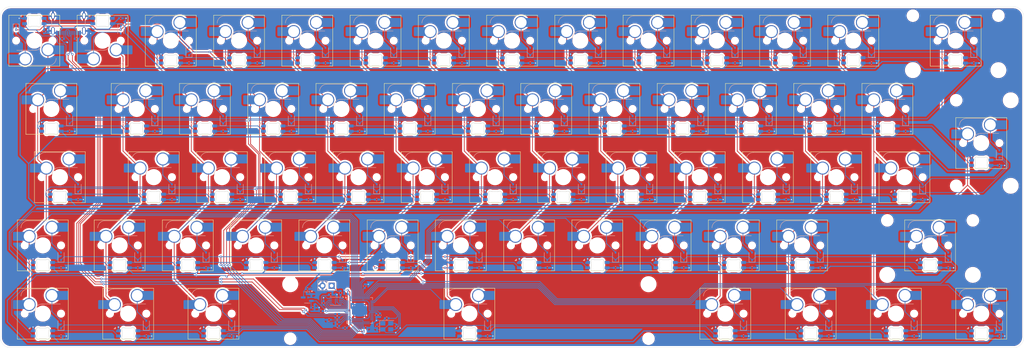
<source format=kicad_pcb>
(kicad_pcb (version 20240108) (generator "pcbnew") (generator_version "8.0")
  (layers (0 "F.Cu" signal) (31 "B.Cu" signal) (34 "B.Paste" user) (35 "F.Paste" user) (36 "B.SilkS" user "B.Silkscreen") (37 "F.SilkS" user "F.Silkscreen") (38 "B.Mask" user) (39 "F.Mask" user) (44 "Edge.Cuts" user))
  (net 0 "")
  (net 1 "GND")
  (net 2 "VBUS")
  (net 3 "/XIN")
  (net 4 "Net-(C3-Pad1)")
  (net 5 "+3V3")
  (net 6 "+1V1")
  (net 7 "row_0")
  (net 8 "Net-(D1-A)")
  (net 9 "Net-(D2-A)")
  (net 10 "Net-(D3-A)")
  (net 11 "Net-(D4-A)")
  (net 12 "Net-(D5-A)")
  (net 13 "Net-(D6-A)")
  (net 14 "Net-(D7-A)")
  (net 15 "Net-(D8-A)")
  (net 16 "Net-(D9-A)")
  (net 17 "Net-(D10-A)")
  (net 18 "Net-(D11-A)")
  (net 19 "Net-(D12-A)")
  (net 20 "Net-(D13-A)")
  (net 21 "Net-(D14-A)")
  (net 22 "row_1")
  (net 23 "Net-(D15-A)")
  (net 24 "Net-(D16-A)")
  (net 25 "Net-(D17-A)")
  (net 26 "Net-(D18-A)")
  (net 27 "Net-(D19-A)")
  (net 28 "Net-(D20-A)")
  (net 29 "Net-(D21-A)")
  (net 30 "Net-(D22-A)")
  (net 31 "Net-(D23-A)")
  (net 32 "Net-(D24-A)")
  (net 33 "Net-(D25-A)")
  (net 34 "Net-(D26-A)")
  (net 35 "Net-(D27-A)")
  (net 36 "row_2")
  (net 37 "Net-(D28-A)")
  (net 38 "Net-(D29-A)")
  (net 39 "Net-(D30-A)")
  (net 40 "Net-(D31-A)")
  (net 41 "Net-(D32-A)")
  (net 42 "Net-(D33-A)")
  (net 43 "Net-(D34-A)")
  (net 44 "Net-(D35-A)")
  (net 45 "Net-(D36-A)")
  (net 46 "Net-(D37-A)")
  (net 47 "Net-(D38-A)")
  (net 48 "Net-(D39-A)")
  (net 49 "Net-(D40-A)")
  (net 50 "Net-(D41-A)")
  (net 51 "Net-(D42-A)")
  (net 52 "row_3")
  (net 53 "Net-(D43-A)")
  (net 54 "Net-(D44-A)")
  (net 55 "Net-(D45-A)")
  (net 56 "Net-(D46-A)")
  (net 57 "Net-(D47-A)")
  (net 58 "Net-(D48-A)")
  (net 59 "Net-(D49-A)")
  (net 60 "Net-(D50-A)")
  (net 61 "Net-(D51-A)")
  (net 62 "Net-(D52-A)")
  (net 63 "Net-(D53-A)")
  (net 64 "Net-(D54-A)")
  (net 65 "row_4")
  (net 66 "Net-(D55-A)")
  (net 67 "Net-(D56-A)")
  (net 68 "Net-(D57-A)")
  (net 69 "Net-(D58-A)")
  (net 70 "Net-(D59-A)")
  (net 71 "Net-(D60-A)")
  (net 72 "Net-(D61-A)")
  (net 73 "Net-(D62-A)")
  (net 74 "/USB_D-")
  (net 75 "/USB_D+")
  (net 76 "Net-(J1-CC1)")
  (net 78 "Net-(J1-CC2)")
  (net 80 "/~{USB_BOOT}")
  (net 81 "/QSPI_SS")
  (net 82 "Net-(U3-USB_DP)")
  (net 83 "Net-(U3-USB_DM)")
  (net 84 "/XOUT")
  (net 85 "DIN")
  (net 86 "Net-(RGB1-DOUT)")
  (net 87 "Net-(RGB2-DOUT)")
  (net 88 "Net-(RGB3-DOUT)")
  (net 89 "Net-(RGB4-DOUT)")
  (net 90 "Net-(RGB5-DOUT)")
  (net 91 "Net-(RGB6-DOUT)")
  (net 92 "Net-(RGB7-DOUT)")
  (net 93 "Net-(RGB8-DOUT)")
  (net 94 "Net-(RGB10-DIN)")
  (net 95 "Net-(RGB10-DOUT)")
  (net 96 "Net-(RGB11-DOUT)")
  (net 97 "Net-(RGB12-DOUT)")
  (net 98 "Net-(RGB13-DOUT)")
  (net 99 "Net-(RGB14-DOUT)")
  (net 100 "Net-(RGB15-DOUT)")
  (net 101 "Net-(RGB16-DOUT)")
  (net 102 "Net-(RGB17-DOUT)")
  (net 103 "Net-(RGB18-DOUT)")
  (net 104 "Net-(RGB19-DOUT)")
  (net 105 "Net-(RGB20-DOUT)")
  (net 106 "Net-(RGB21-DOUT)")
  (net 107 "Net-(RGB22-DOUT)")
  (net 108 "Net-(RGB23-DOUT)")
  (net 109 "Net-(RGB24-DOUT)")
  (net 110 "Net-(RGB25-DOUT)")
  (net 111 "Net-(RGB26-DOUT)")
  (net 112 "Net-(RGB27-DOUT)")
  (net 113 "Net-(RGB28-DOUT)")
  (net 114 "Net-(RGB29-DOUT)")
  (net 115 "Net-(RGB30-DOUT)")
  (net 116 "Net-(RGB31-DOUT)")
  (net 117 "Net-(RGB32-DOUT)")
  (net 118 "Net-(RGB33-DOUT)")
  (net 119 "Net-(RGB34-DOUT)")
  (net 120 "Net-(RGB35-DOUT)")
  (net 121 "Net-(RGB36-DOUT)")
  (net 122 "Net-(RGB37-DOUT)")
  (net 123 "Net-(RGB38-DOUT)")
  (net 124 "Net-(RGB39-DOUT)")
  (net 125 "Net-(RGB40-DOUT)")
  (net 126 "Net-(RGB41-DOUT)")
  (net 127 "Net-(RGB42-DOUT)")
  (net 128 "Net-(RGB43-DOUT)")
  (net 129 "Net-(RGB44-DOUT)")
  (net 130 "Net-(RGB45-DOUT)")
  (net 131 "Net-(RGB46-DOUT)")
  (net 132 "Net-(RGB47-DOUT)")
  (net 133 "Net-(RGB48-DOUT)")
  (net 134 "Net-(RGB49-DOUT)")
  (net 135 "Net-(RGB50-DOUT)")
  (net 136 "Net-(RGB51-DOUT)")
  (net 137 "Net-(RGB52-DOUT)")
  (net 138 "Net-(RGB53-DOUT)")
  (net 139 "Net-(RGB54-DOUT)")
  (net 140 "Net-(RGB55-DOUT)")
  (net 141 "Net-(RGB56-DOUT)")
  (net 142 "Net-(RGB57-DOUT)")
  (net 143 "Net-(RGB58-DOUT)")
  (net 144 "Net-(RGB59-DOUT)")
  (net 145 "Net-(RGB60-DOUT)")
  (net 146 "Net-(RGB61-DOUT)")
  (net 148 "col_0")
  (net 149 "col_1")
  (net 150 "col_2")
  (net 151 "col_3")
  (net 152 "col_4")
  (net 153 "col_5")
  (net 154 "col_6")
  (net 155 "col_7")
  (net 156 "col_8")
  (net 157 "col_9")
  (net 158 "col_10")
  (net 159 "col_11")
  (net 160 "col_12")
  (net 161 "col_13")
  (net 162 "/QSPI_SD1")
  (net 163 "/QSPI_SD2")
  (net 164 "/QSPI_SCLK")
  (net 165 "/QSPI_SD0")
  (net 166 "/QSPI_SD3")
  (net 167 "/SWCLK")
  (net 168 "/SWD")
  (footprint "PCM_Switch_Keyboard_Hotswap_Kailh:SW_Hotswap_Kailh_MX_Plated_1.00u" (layer "F.Cu") (at 71.4375 76.2)
    (property "Reference" "S30" (hide yes))
    (property "Value" "MX1A")
  )
  (footprint "PCM_Switch_Keyboard_Hotswap_Kailh:SW_Hotswap_Kailh_MX_Plated_1.00u" (layer "F.Cu") (at 276.225 57.15)
    (property "Reference" "S27" (hide yes))
    (property "Value" "MX1A")
  )
  (footprint "PCM_Switch_Keyboard_Hotswap_Kailh:SW_Hotswap_Kailh_MX_Plated_1.25u" (layer "F.Cu") (at 40.48125 95.25)
    (property "Reference" "S42" (hide yes))
    (property "Value" "MX1A")
  )
  (footprint "PCM_Switch_Keyboard_Hotswap_Kailh:SW_Hotswap_Kailh_MX_Plated_1.00u" (layer "F.Cu") (at 109.5375 76.2)
    (property "Reference" "S32" (hide yes))
    (property "Value" "MX1A")
  )
  (footprint "PCM_Switch_Keyboard_Hotswap_Kailh:SW_Hotswap_Kailh_MX_Plated_1.00u" (layer "F.Cu") (at 223.8375 76.2)
    (property "Reference" "S38" (hide yes))
    (property "Value" "MX1A")
  )
  (footprint "PCM_Switch_Keyboard_Hotswap_Kailh:SW_Hotswap_Kailh_MX_Plated_1.00u" (layer "F.Cu") (at 166.6875 76.2)
    (property "Reference" "S35" (hide yes))
    (property "Value" "MX1A")
  )
  (footprint "PCM_Switch_Keyboard_Hotswap_Kailh:SW_Hotswap_Kailh_MX_Plated_1.00u" (layer "F.Cu") (at 95.25 38.1)
    (property "Reference" "S4" (hide yes))
    (property "Value" "MX1A")
  )
  (footprint "PCM_Switch_Keyboard_Hotswap_Kailh:SW_Hotswap_Kailh_MX_Plated_1.00u" (layer "F.Cu") (at 57.15 38.1 180)
    (property "Reference" "S2" (hide yes))
    (property "Value" "MX1A")
  )
  (footprint "PCM_Switch_Keyboard_Hotswap_Kailh:SW_Hotswap_Kailh_MX_Plated_1.00u" (layer "F.Cu") (at 180.975 57.15)
    (property "Reference" "S22" (hide yes))
    (property "Value" "MX1A")
  )
  (footprint "PCM_Switch_Keyboard_Hotswap_Kailh:SW_Hotswap_Kailh_MX_Plated_ISOEnter" (layer "F.Cu") (at 302.41875 66.675)
    (property "Reference" "S28" (hide yes))
    (property "Value" "MX1A")
  )
  (footprint "PCM_Switch_Keyboard_Hotswap_Kailh:SW_Hotswap_Kailh_MX_Plated_1.00u" (layer "F.Cu") (at 119.0625 95.25)
    (property "Reference" "S46" (hide yes))
    (property "Value" "MX1A")
  )
  (footprint "PCM_Mounting_Keyboard_Stabilizer:Stabilizer_Cherry_MX_2.00u" (layer "F.Cu") (at 302.41875 66.675 90)
    (property "Reference" "REF**" (hide yes))
    (property "Value" "Stabilizer_Cherry_MX_2.00u")
  )
  (footprint "PCM_Switch_Keyboard_Hotswap_Kailh:SW_Hotswap_Kailh_MX_Plated_1.00u" (layer "F.Cu") (at 38.1 38.1 180)
    (property "Reference" "S1" (hide yes))
    (property "Value" "MX1A")
  )
  (footprint "PCM_Switch_Keyboard_Hotswap_Kailh:SW_Hotswap_Kailh_MX_Plated_2.75u" (layer "F.Cu") (at 288.13125 95.25)
    (property "Reference" "S54" (hide yes))
    (property "Value" "MX1A")
  )
  (footprint "PCM_Switch_Keyboard_Hotswap_Kailh:SW_Hotswap_Kailh_MX_Plated_1.00u" (layer "F.Cu") (at 209.55 38.1)
    (property "Reference" "S10" (hide yes))
    (property "Value" "MX1A")
  )
  (footprint "PCM_Mounting_Keyboard_Stabilizer:Stabilizer_Cherry_MX_2.00u" (layer "F.Cu") (at 295.275 38.1)
    (property "Reference" "REF**" (hide yes))
    (property "Value" "Stabilizer_Cherry_MX_2.00u")
  )
  (footprint "PCM_Switch_Keyboard_Hotswap_Kailh:SW_Hotswap_Kailh_MX_Plated_1.00u" (layer "F.Cu") (at 147.6375 76.2)
    (property "Reference" "S34" (hide yes))
    (property "Value" "MX1A")
  )
  (footprint "PCM_Switch_Keyboard_Hotswap_Kailh:SW_Hotswap_Kailh_MX_Plated_1.50u" (layer "F.Cu") (at 42.8625 57.15)
    (property "Reference" "S15" (hide yes))
    (property "Value" "MX1A")
  )
  (footprint "PCM_Switch_Keyboard_Hotswap_Kailh:SW_Hotswap_Kailh_MX_Plated_1.25u" (layer "F.Cu") (at 64.29375 114.3)
    (property "Reference" "S56" (hide yes))
    (property "Value" "MX1A")
  )
  (footprint "PCM_Switch_Keyboard_Hotswap_Kailh:SW_Hotswap_Kailh_MX_Plated_1.00u" (layer "F.Cu") (at 142.875 57.15)
    (property "Reference" "S20" (hide yes))
    (property "Value" "MX1A")
  )
  (footprint "PCM_Switch_Keyboard_Hotswap_Kailh:SW_Hotswap_Kailh_MX_Plated_1.00u" (layer "F.Cu") (at 85.725 57.15)
    (property "Reference" "S17" (hide yes))
    (property "Value" "MX1A")
  )
  (footprint "PCM_Switch_Keyboard_Hotswap_Kailh:SW_Hotswap_Kailh_MX_Plated_1.00u" (layer "F.Cu") (at 90.4875 76.2)
    (property "Reference" "S31" (hide yes))
    (property "Value" "MX1A")
  )
  (footprint "PCM_Mounting_Keyboard_Stabilizer:Stabilizer_Cherry_MX_2.00u" (layer "F.Cu") (at 288.13125 95.25)
    (property "Reference" "REF**" (hide yes))
    (property "Value" "Stabilizer_Cherry_MX_2.00u")
  )
  (footprint "PCM_Switch_Keyboard_Hotswap_Kailh:SW_Hotswap_Kailh_MX_Plated_1.00u" (layer "F.Cu") (at 157.1625 95.25)
    (property "Reference" "S48" (hide yes))
    (property "Value" "MX1A")
  )
  (footprint "PCM_Switch_Keyboard_Hotswap_Kailh:SW_Hotswap_Kailh_MX_Plated_1.00u" (layer "F.Cu") (at 214.3125 95.25)
    (property "Reference" "S51" (hide yes))
    (property "Value" "MX1A")
  )
  (footprint "PCM_Switch_Keyboard_Hotswap_Kailh:SW_Hotswap_Kailh_MX_Plated_1.00u" (layer "F.Cu") (at 200.025 57.15)
    (property "Reference" "S23" (hide yes))
    (property "Value" "MX1A")
  )
  (footprint "PCM_Switch_Keyboard_Hotswap_Kailh:SW_Hotswap_Kailh_MX_Plated_1.00u" (layer "F.Cu") (at 195.2625 95.25)
    (property "Reference" "S50" (hide yes))
    (property "Value" "MX1A")
  )
  (footprint "PCM_Switch_Keyboard_Hotswap_Kailh:SW_Hotswap_Kailh_MX_Plated_1.00u" (layer "F.Cu") (at 104.775 57.15)
    (property "Reference" "S18" (hide yes))
    (property "Value" "MX1A")
  )
  (footprint "PCM_Switch_Keyboard_Hotswap_Kailh:SW_Hotswap_Kailh_MX_Plated_1.00u" (layer "F.Cu") (at 128.5875 76.2)
    (property "Reference" "S33" (hide yes))
    (property "Value" "MX1A")
  )
  (footprint "PCM_Switch_Keyboard_Hotswap_Kailh:SW_Hotswap_Kailh_MX_Plated_1.25u" (layer "F.Cu") (at 278.60625 114.3)
    (property "Reference" "S61" (hide yes))
    (property "Value" "MX1A")
  )
  (footprint "PCM_Switch_Keyboard_Hotswap_Kailh:SW_Hotswap_Kailh_MX_Plated_1.00u" (layer "F.Cu") (at 66.675 57.15)
    (property "Reference" "S16" (hide yes))
    (property "Value" "MX1A")
  )
  (footprint "PCM_Switch_Keyboard_Hotswap_Kailh:SW_Hotswap_Kailh_MX_Plated_1.25u" (layer "F.Cu") (at 254.79375 114.3)
    (property "Reference" "S60" (hide yes))
    (property "Value" "MX1A")
  )
  (footprint "PCM_Switch_Keyboard_Hotswap_Kailh:SW_Hotswap_Kailh_MX_Plated_6.25u" (layer "F.Cu") (at 159.54375 114.3)
    (property "Reference" "S58" (hide yes))
    (property "Value" "MX1A")
  )
  (footprint "PCM_Switch_Keyboard_Hotswap_Kailh:SW_Hotswap_Kailh_MX_Plated_1.00u" (layer "F.Cu") (at 219.075 57.15)
    (property "Reference" "S24" (hide yes))
    (property "Value" "MX1A")
  )
  (footprint "PCM_Switch_Keyboard_Hotswap_Kailh:SW_Hotswap_Kailh_MX_Plated_1.75u" (layer "F.Cu") (at 45.24375 76.2)
    (property "Reference" "S29" (hide yes))
    (property "Value" "MX1A")
  )
  (footprint "PCM_Switch_Keyboard_Hotswap_Kailh:SW_Hotswap_Kailh_MX_Plated_1.00u" (layer "F.Cu") (at 204.7875 76.2)
    (property "Reference" "S37" (hide yes))
    (property "Value" "MX1A")
  )
  (footprint "PCM_Switch_Keyboard_Hotswap_Kailh:SW_Hotswap_Kailh_MX_Plated_1.00u" (layer "F.Cu") (at 61.9125 95.25)
    (property "Reference" "S43" (hide yes))
    (property "Value" "MX1A")
  )
  (footprint "PCM_Switch_Keyboard_Hotswap_Kailh:SW_Hotswap_Kailh_MX_Plated_1.00u" (layer "F.Cu") (at 76.2 38.1)
    (property "Reference" "S3" (hide yes))
    (property "Value" "MX1A")
  )
  (footprint "PCM_Switch_Keyboard_Hotswap_Kailh:SW_Hotswap_Kailh_MX_Plated_1.00u" (layer "F.Cu") (at 185.7375 76.2)
    (property "Reference" "S36" (hide yes))
    (property "Value" "MX1A")
  )
  (footprint "PCM_Switch_Keyboard_Hotswap_Kailh:SW_Hotswap_Kailh_MX_Plated_1.00u" (layer "F.Cu") (at 133.35 38.1)
    (property "Reference" "S6" (hide yes))
    (property "Value" "MX1A")
  )
  (footprint "PCM_Switch_Keyboard_Hotswap_Kailh:SW_Hotswap_Kailh_MX_Plated_1.25u" (layer "F.Cu") (at 40.48125 114.3)
    (property "Reference" "S55" (hide yes))
    (property "Value" "MX1A")
  )
  (footprint "PCM_Switch_Keyboard_Hotswap_Kailh:SW_Hotswap_Kailh_MX_Plated_1.00u" (layer "F.Cu") (at 238.125 57.15)
    (property "Reference" "S25" (hide yes))
    (property "Value" "MX1A")
  )
  (footprint "PCM_Switch_Keyboard_Hotswap_Kailh:SW_Hotswap_Kailh_MX_Plated_1.00u" (layer "F.Cu") (at 190.5 38.1)
    (property "Reference" "S9" (hide yes))
    (property "Value" "MX1A")
  )
  (footprint "PCM_Switch_Keyboard_Hotswap_Kailh:SW_Hotswap_Kailh_MX_Plated_1.00u" (layer "F.Cu") (at 257.175 57.15)
    (property "Reference" "S26" (hide yes))
    (property "Value" "MX1A")
  )
  (footprint "PCM_Switch_Keyboard_Hotswap_Kailh:SW_Hotswap_Kailh_MX_Plated_1.00u" (layer "F.Cu") (at 228.6 38.1)
    (property "Reference" "S11" (hide yes))
    (property "Value" "MX1A")
  )
  (footprint "PCM_Switch_Keyboard_Hotswap_Kailh:SW_Hotswap_Kailh_MX_Plated_1.25u" (layer "F.Cu") (at 230.98125 114.3)
    (property "Reference" "S59" (hide yes))
    (property "Value" "MX1A")
  )
  (footprint "PCM_Switch_Keyboard_Hotswap_Kailh:SW_Hotswap_Kailh_MX_Plated_1.00u" (layer "F.Cu") (at 252.4125 95.25)
    (property "Reference" "S53" (hide yes))
    (property "Value" "MX1A")
  )
  (footprint "PCM_Switch_Keyboard_Hotswap_Kailh:SW_Hotswap_Kailh_MX_Plated_1.00u" (layer "F.Cu") (at 247.65 38.1)
    (property "Reference" "S12" (hide yes))
    (property "Value" "MX1A")
  )
  (footprint "PCM_Switch_Keyboard_Hotswap_Kailh:SW_Hotswap_Kailh_MX_Plated_1.25u" (layer "F.Cu") (at 88.10625 114.3)
    (property "Reference" "S57" (hide yes))
    (property "Value" "MX1A")
  )
  (footprint "PCM_Switch_Keyboard_Hotswap_Kailh:SW_Hotswap_Kailh_MX_Plated_1.00u" (layer "F.Cu") (at 171.45 38.1)
    (property "Reference" "S8" (hide yes))
    (property "Value" "MX1A")
  )
  (footprint "PCM_Switch_Keyboard_Hotswap_Kailh:SW_Hotswap_Kailh_MX_Plated_1.00u" (layer "F.Cu") (at 266.7 38.1)
    (property "Reference" "S13" (hide yes))
    (property "Value" "MX1A")
  )
  (footprint "PCM_Switch_Keyboard_Hotswap_Kailh:SW_Hotswap_Kailh_MX_Plated_2.00u" (layer "F.Cu") (at 295.275 38.1)
    (property "Reference" "S14" (hide yes))
    (property "Value" "MX1A")
  )
  (footprint "PCM_Switch_Keyboard_Hotswap_Kailh:SW_Hotswap_Kailh_MX_Plated_1.00u" (layer "F.Cu") (at 161.925 57.15)
    (property "Reference" "S21" (hide yes))
    (property "Value" "MX1A")
  )
  (footprint "PCM_Switch_Keyboard_Hotswap_Kailh:SW_Hotswap_Kailh_MX_Plated_1.00u" (layer "F.Cu") (at 123.825 57.15)
    (property "Reference" "S19" (hide yes))
    (property "Value" "MX1A")
  )
  (footprint "PCM_Mounting_Keyboard_Stabilizer:Stabilizer_Cherry_MX_6.25u" (layer "F.Cu") (at 159.54375 114.3 180)
    (property "Reference" "REF**" (hide yes))
    (property "Value" "Stabilizer_Cherry_MX_6.25u")
  )
  (footprint "PCM_Switch_Keyboard_Hotswap_Kailh:SW_Hotswap_Kailh_MX_Plated_1.00u" (layer "F.Cu") (at 114.3 38.1)
    (property "Reference" "S5" (hide yes))
    (property "Value" "MX1A")
  )
  (footprint "PCM_Switch_Keyboard_Hotswap_Kailh:SW_Hotswap_Kailh_MX_Plated_1.00u" (layer "F.Cu") (at 100.0125 95.25)
    (property "Reference" "S45" (hide yes))
    (property "Value" "MX1A")
  )
  (footprint "PCM_Switch_Keyboard_Hotswap_Kailh:SW_Hotswap_Kailh_MX_Plated_1.25u" (layer "F.Cu") (at 302.41875 114.3)
    (property "Reference" "S62" (hide yes))
    (property "Value" "MX1A")
  )
  (footprint "PCM_Switch_Keyboard_Hotswap_Kailh:SW_Hotswap_Kailh_MX_Plated_1.00u" (layer "F.Cu") (at 233.3625 95.25)
    (property "Reference" "S52" (hide yes))
    (property "Value" "MX1A")
  )
  (footprint "PCM_Switch_Keyboard_Hotswap_Kailh:SW_Hotswap_Kailh_MX_Plated_1.00u" (layer "F.Cu") (at 152.4 38.1)
    (property "Reference" "S7" (hide yes))
    (property "Value" "MX1A")
  )
  (footprint "PCM_Switch_Keyboard_Hotswap_Kailh:SW_Hotswap_Kailh_MX_Plated_1.00u" (layer "F.Cu") (at 280.9875 76.2)
    (property "Reference" "S41" (hide yes))
    (property "Value" "MX1A")
  )
  (footprint "PCM_Switch_Keyboard_Hotswap_Kailh:SW_Hotswap_Kailh_MX_Plated_1.00u" (layer "F.Cu") (at 176.2125 95.25)
    (property "Reference" "S49" (hide yes))
    (property "Value" "MX1A")
  )
  (footprint "PCM_Switch_Keyboard_Hotswap_Kailh:SW_Hotswap_Kailh_MX_Plated_1.00u" (layer "F.Cu") (at 80.9625 95.25)
    (property "Reference" "S44" (hide yes))
    (property "Value" "MX1A")
  )
  (footprint "PCM_Switch_Keyboard_Hotswap_Kailh:SW_Hotswap_Kailh_MX_Plated_1.00u" (layer "F.Cu") (at 242.8875 76.2)
    (property "Reference" "S39" (hide yes))
    (property "Value" "MX1A")
  )
  (footprint "PCM_Switch_Keyboard_Hotswap_Kailh:SW_Hotswap_Kailh_MX_Plated_1.00u" (layer "F.Cu") (at 261.9375 76.2)
    (property "Reference" "S40" (hide yes))
    (property "Value" "MX1A")
  )
  (footprint "PCM_Switch_Keyboard_Hotswap_Kailh:SW_Hotswap_Kailh_MX_Plated_1.00u" (layer "F.Cu") (at 138.1125 95.25)
    (property "Reference" "S47" (hide yes))
    (property "Value" "MX1A")
  )
  (footprint "Capacitor_SMD:C_0402_1005Metric" (layer "B.Cu") (at 47.9425 63.4)
    (property "Reference" "RGBC15" (hide yes))
    (property "Value" "100n")
  )
  (footprint "Diode_SMD:D_SOD-323" (layer "B.Cu") (at 167.005 60.18 90)
    (property "Reference" "D21" (hide yes))
    (property "Value" "DIODE")
  )
  (footprint "Capacitor_SMD:C_0402_1005Metric" (layer "B.Cu") (at 181.2925 101.5)
    (property "Reference" "RGBC49" (hide yes))
    (property "Value" "100n")
  )
  (footprint "Capacitor_SMD:C_0402_1005Metric" (layer "B.Cu") (at 307.49875 72.925)
    (property "Reference" "RGBC28" (hide yes))
    (property "Value" "100n")
  )
  (footprint "RGB:ws2812B_6028" (layer "B.Cu") (at 142.875 62.65 180)
    (property "Reference" "RGB20" (hide yes))
    (property "Value" "WS2812B" (hide yes))
    (fp_line (start 1.699999 0.702841) (end 1.699999 -0.702843) (stroke (width 0.1)) (layer "Edge.Cuts"))
    (fp_line (start 0.794453 -1.5) (end -0.794452 -1.5) (stroke (width 0.1)) (layer "Edge.Cuts"))
    (fp_line (start -0.794452 1.499999) (end 0.794452 1.499999) (stroke (width 0.1)) (layer "Edge.Cuts"))
    (fp_line (start -1.699999 -0.702843) (end -1.699999 0.702841) (stroke (width 0.1)) (layer "Edge.Cuts"))
    (fp_arc (start 1.749484 0.919719) (mid 1.71254 0.814066) (end 1.699999 0.702841) (stroke (width 0.1)) (layer "Edge.Cuts"))
    (fp_arc (start 1.749484 0.919718) (mid 1.638073 1.504037) (end 1.046711 1.568298) (stroke (width 0.1)) (layer "Edge.Cuts"))
    (fp_arc (start 1.699999 -0.702844) (mid 1.712536 -0.814067) (end 1.749484 -0.919721) (stroke (width 0.1)) (layer "Edge.Cuts"))
    (fp_arc (start 1.046711 -1.568299) (mid 1.638071 -1.504036) (end 1.749484 -0.919721) (stroke (width 0.1)) (layer "Edge.Cuts"))
    (fp_arc (start 1.046711 -1.568299) (mid 0.925123 -1.517377) (end 0.794453 -1.5) (stroke (width 0.1)) (layer "Edge.Cuts"))
    (fp_arc (start 0.794452 1.499999) (mid 0.925123 1.517376) (end 1.046711 1.568298) (stroke (width 0.1)) (layer "Edge.Cuts"))
    (fp_arc (start -0.794453 -1.500001) (mid -0.925123 -1.517378) (end -1.046711 -1.5683) (stroke (width 0.1)) (layer "Edge.Cuts"))
    (fp_arc (start -1.04671 1.568298) (mid -0.925122 1.517376) (end -0.794452 1.499999) (stroke (width 0.1)) (layer "Edge.Cuts"))
    (fp_arc (start -1.046711 1.568296) (mid -1.63807 1.504033) (end -1.749484 0.919719) (stroke (width 0.1)) (layer "Edge.Cuts"))
    (fp_arc (start -1.699999 0.702842) (mid -1.712527 0.814067) (end -1.749484 0.919719) (stroke (width 0.1)) (layer "Edge.Cuts"))
    (fp_arc (start -1.749484 -0.919721) (mid -1.638071 -1.504036) (end -1.046711 -1.5683) (stroke (width 0.1)) (layer "Edge.Cuts"))
    (fp_arc (start -1.749484 -0.919721) (mid -1.712527 -0.814069) (end -1.699999 -0.702843) (stroke (width 0.1)) (layer "Edge.Cuts"))
  )
  (footprint "Capacitor_SMD:C_0402_1005Metric" (layer "B.Cu") (at 124.825 118.275 180)
    (property "Reference" "C13" (hide yes))
    (property "Value" "100n")
  )
  (footprint "Capacitor_SMD:C_0402_1005Metric" (layer "B.Cu") (at 133.7375 117.85 -90)
    (property "Reference" "C3" (hide yes))
    (property "Value" "20p")
  )
  (footprint "Diode_SMD:D_SOD-323" (layer "B.Cu") (at 124.1425 98.28 90)
    (property "Reference" "D46" (hide yes))
    (property "Value" "DIODE")
  )
  (footprint "Capacitor_SMD:C_0402_1005Metric" (layer "B.Cu") (at 164.62375 120.55)
    (property "Reference" "RGBC58" (hide yes))
    (property "Value" "100n")
  )
  (footprint "Capacitor_SMD:C_0402_1005Metric" (layer "B.Cu") (at 300.355 44.35)
    (property "Reference" "RGBC14" (hide yes))
    (property "Value" "100n")
  )
  (footprint "Diode_SMD:D_SOD-323" (layer "B.Cu") (at 45.56125 117.33 90)
    (property "Reference" "D55" (hide yes))
    (property "Value" "DIODE")
  )
  (footprint "RGB:ws2812B_6028" (layer "B.Cu") (at 159.54375 119.8 180)
    (property "Reference" "RGB58" (hide yes))
    (property "Value" "WS2812B" (hide yes))
    (fp_line (start 1.699999 0.702841) (end 1.699999 -0.702843) (stroke (width 0.1)) (layer "Edge.Cuts"))
    (fp_line (start 0.794453 -1.5) (end -0.794452 -1.5) (stroke (width 0.1)) (layer "Edge.Cuts"))
    (fp_line (start -0.794452 1.499999) (end 0.794452 1.499999) (stroke (width 0.1)) (layer "Edge.Cuts"))
    (fp_line (start -1.699999 -0.702843) (end -1.699999 0.702841) (stroke (width 0.1)) (layer "Edge.Cuts"))
    (fp_arc (start 1.749484 0.919719) (mid 1.71254 0.814066) (end 1.699999 0.702841) (stroke (width 0.1)) (layer "Edge.Cuts"))
    (fp_arc (start 1.749484 0.919718) (mid 1.638073 1.504037) (end 1.046711 1.568298) (stroke (width 0.1)) (layer "Edge.Cuts"))
    (fp_arc (start 1.699999 -0.702844) (mid 1.712536 -0.814067) (end 1.749484 -0.919721) (stroke (width 0.1)) (layer "Edge.Cuts"))
    (fp_arc (start 1.046711 -1.568299) (mid 1.638071 -1.504036) (end 1.749484 -0.919721) (stroke (width 0.1)) (layer "Edge.Cuts"))
    (fp_arc (start 1.046711 -1.568299) (mid 0.925123 -1.517377) (end 0.794453 -1.5) (stroke (width 0.1)) (layer "Edge.Cuts"))
    (fp_arc (start 0.794452 1.499999) (mid 0.925123 1.517376) (end 1.046711 1.568298) (stroke (width 0.1)) (layer "Edge.Cuts"))
    (fp_arc (start -0.794453 -1.500001) (mid -0.925123 -1.517378) (end -1.046711 -1.5683) (stroke (width 0.1)) (layer "Edge.Cuts"))
    (fp_arc (start -1.04671 1.568298) (mid -0.925122 1.517376) (end -0.794452 1.499999) (stroke (width 0.1)) (layer "Edge.Cuts"))
    (fp_arc (start -1.046711 1.568296) (mid -1.63807 1.504033) (end -1.749484 0.919719) (stroke (width 0.1)) (layer "Edge.Cuts"))
    (fp_arc (start -1.699999 0.702842) (mid -1.712527 0.814067) (end -1.749484 0.919719) (stroke (width 0.1)) (layer "Edge.Cuts"))
    (fp_arc (start -1.749484 -0.919721) (mid -1.638071 -1.504036) (end -1.046711 -1.5683) (stroke (width 0.1)) (layer "Edge.Cuts"))
    (fp_arc (start -1.749484 -0.919721) (mid -1.712527 -0.814069) (end -1.699999 -0.702843) (stroke (width 0.1)) (layer "Edge.Cuts"))
  )
  (footprint "RGB:ws2812B_6028" (layer "B.Cu") (at 295.275 43.6 180)
    (property "Reference" "RGB14" (hide yes))
    (property "Value" "WS2812B" (hide yes))
    (fp_line (start 1.699999 0.702841) (end 1.699999 -0.702843) (stroke (width 0.1)) (layer "Edge.Cuts"))
    (fp_line (start 0.794453 -1.5) (end -0.794452 -1.5) (stroke (width 0.1)) (layer "Edge.Cuts"))
    (fp_line (start -0.794452 1.499999) (end 0.794452 1.499999) (stroke (width 0.1)) (layer "Edge.Cuts"))
    (fp_line (start -1.699999 -0.702843) (end -1.699999 0.702841) (stroke (width 0.1)) (layer "Edge.Cuts"))
    (fp_arc (start 1.749484 0.919719) (mid 1.71254 0.814066) (end 1.699999 0.702841) (stroke (width 0.1)) (layer "Edge.Cuts"))
    (fp_arc (start 1.749484 0.919718) (mid 1.638073 1.504037) (end 1.046711 1.568298) (stroke (width 0.1)) (layer "Edge.Cuts"))
    (fp_arc (start 1.699999 -0.702844) (mid 1.712536 -0.814067) (end 1.749484 -0.919721) (stroke (width 0.1)) (layer "Edge.Cuts"))
    (fp_arc (start 1.046711 -1.568299) (mid 1.638071 -1.504036) (end 1.749484 -0.919721) (stroke (width 0.1)) (layer "Edge.Cuts"))
    (fp_arc (start 1.046711 -1.568299) (mid 0.925123 -1.517377) (end 0.794453 -1.5) (stroke (width 0.1)) (layer "Edge.Cuts"))
    (fp_arc (start 0.794452 1.499999) (mid 0.925123 1.517376) (end 1.046711 1.568298) (stroke (width 0.1)) (layer "Edge.Cuts"))
    (fp_arc (start -0.794453 -1.500001) (mid -0.925123 -1.517378) (end -1.046711 -1.5683) (stroke (width 0.1)) (layer "Edge.Cuts"))
    (fp_arc (start -1.04671 1.568298) (mid -0.925122 1.517376) (end -0.794452 1.499999) (stroke (width 0.1)) (layer "Edge.Cuts"))
    (fp_arc (start -1.046711 1.568296) (mid -1.63807 1.504033) (end -1.749484 0.919719) (stroke (width 0.1)) (layer "Edge.Cuts"))
    (fp_arc (start -1.699999 0.702842) (mid -1.712527 0.814067) (end -1.749484 0.919719) (stroke (width 0.1)) (layer "Edge.Cuts"))
    (fp_arc (start -1.749484 -0.919721) (mid -1.638071 -1.504036) (end -1.046711 -1.5683) (stroke (width 0.1)) (layer "Edge.Cuts"))
    (fp_arc (start -1.749484 -0.919721) (mid -1.712527 -0.814069) (end -1.699999 -0.702843) (stroke (width 0.1)) (layer "Edge.Cuts"))
  )
  (footprint "Capacitor_SMD:C_0402_1005Metric" (layer "B.Cu") (at 167.005 63.4)
    (property "Reference" "RGBC21" (hide yes))
    (property "Value" "100n")
  )
  (footprint "Capacitor_SMD:C_0402_1005Metric" (layer "B.Cu") (at 120.375 116 180)
    (property "Reference" "C8" (hide yes))
    (property "Value" "1u")
  )
  (footprint "Capacitor_SMD:C_0402_1005Metric" (layer "B.Cu") (at 115.85 112.625)
    (property "Reference" "C18" (hide yes))
    (property "Value" "1u")
  )
  (footprint "Package_TO_SOT_SMD:SOT-23-3" (layer "B.Cu") (at 114.2875 109.775 180)
    (property "Reference" "U1" (hide yes))
    (property "Value" "XC6206PxxxMR")
  )
  (footprint "RGB:ws2812B_6028" (layer "B.Cu") (at 40.48125 119.8 180)
    (property "Reference" "RGB55" (hide yes))
    (property "Value" "WS2812B" (hide yes))
    (fp_line (start 1.699999 0.702841) (end 1.699999 -0.702843) (stroke (width 0.1)) (layer "Edge.Cuts"))
    (fp_line (start 0.794453 -1.5) (end -0.794452 -1.5) (stroke (width 0.1)) (layer "Edge.Cuts"))
    (fp_line (start -0.794452 1.499999) (end 0.794452 1.499999) (stroke (width 0.1)) (layer "Edge.Cuts"))
    (fp_line (start -1.699999 -0.702843) (end -1.699999 0.702841) (stroke (width 0.1)) (layer "Edge.Cuts"))
    (fp_arc (start 1.749484 0.919719) (mid 1.71254 0.814066) (end 1.699999 0.702841) (stroke (width 0.1)) (layer "Edge.Cuts"))
    (fp_arc (start 1.749484 0.919718) (mid 1.638073 1.504037) (end 1.046711 1.568298) (stroke (width 0.1)) (layer "Edge.Cuts"))
    (fp_arc (start 1.699999 -0.702844) (mid 1.712536 -0.814067) (end 1.749484 -0.919721) (stroke (width 0.1)) (layer "Edge.Cuts"))
    (fp_arc (start 1.046711 -1.568299) (mid 1.638071 -1.504036) (end 1.749484 -0.919721) (stroke (width 0.1)) (layer "Edge.Cuts"))
    (fp_arc (start 1.046711 -1.568299) (mid 0.925123 -1.517377) (end 0.794453 -1.5) (stroke (width 0.1)) (layer "Edge.Cuts"))
    (fp_arc (start 0.794452 1.499999) (mid 0.925123 1.517376) (end 1.046711 1.568298) (stroke (width 0.1)) (layer "Edge.Cuts"))
    (fp_arc (start -0.794453 -1.500001) (mid -0.925123 -1.517378) (end -1.046711 -1.5683) (stroke (width 0.1)) (layer "Edge.Cuts"))
    (fp_arc (start -1.04671 1.568298) (mid -0.925122 1.517376) (end -0.794452 1.499999) (stroke (width 0.1)) (layer "Edge.Cuts"))
    (fp_arc (start -1.046711 1.568296) (mid -1.63807 1.504033) (end -1.749484 0.919719) (stroke (width 0.1)) (layer "Edge.Cuts"))
    (fp_arc (start -1.699999 0.702842) (mid -1.712527 0.814067) (end -1.749484 0.919719) (stroke (width 0.1)) (layer "Edge.Cuts"))
    (fp_arc (start -1.749484 -0.919721) (mid -1.638071 -1.504036) (end -1.046711 -1.5683) (stroke (width 0.1)) (layer "Edge.Cuts"))
    (fp_arc (start -1.749484 -0.919721) (mid -1.712527 -0.814069) (end -1.699999 -0.702843) (stroke (width 0.1)) (layer "Edge.Cuts"))
  )
  (footprint "Diode_SMD:D_SOD-323" (layer "B.Cu") (at 157.48 41.13 90)
    (property "Reference" "D7" (hide yes))
    (property "Value" "DIODE")
  )
  (footprint "Package_DFN_QFN:QFN-56-1EP_7x7mm_P0.4mm_EP3.2x3.2mm_ThermalVias" (layer "B.Cu") (at 128.9 113.4 -90)
    (property "Reference" "U3" (hide yes))
    (property "Value" "RP2040")
  )
  (footprint "Diode_SMD:D_SOD-323" (layer "B.Cu") (at 47.9425 60.18 90)
    (property "Reference" "D15" (hide yes))
    (property "Value" "DIODE")
  )
  (footprint "RGB:ws2812B_6028" (layer "B.Cu") (at 88.10625 119.8 180)
    (property "Reference" "RGB57" (hide yes))
    (property "Value" "WS2812B" (hide yes))
    (fp_line (start 1.699999 0.702841) (end 1.699999 -0.702843) (stroke (width 0.1)) (layer "Edge.Cuts"))
    (fp_line (start 0.794453 -1.5) (end -0.794452 -1.5) (stroke (width 0.1)) (layer "Edge.Cuts"))
    (fp_line (start -0.794452 1.499999) (end 0.794452 1.499999) (stroke (width 0.1)) (layer "Edge.Cuts"))
    (fp_line (start -1.699999 -0.702843) (end -1.699999 0.702841) (stroke (width 0.1)) (layer "Edge.Cuts"))
    (fp_arc (start 1.749484 0.919719) (mid 1.71254 0.814066) (end 1.699999 0.702841) (stroke (width 0.1)) (layer "Edge.Cuts"))
    (fp_arc (start 1.749484 0.919718) (mid 1.638073 1.504037) (end 1.046711 1.568298) (stroke (width 0.1)) (layer "Edge.Cuts"))
    (fp_arc (start 1.699999 -0.702844) (mid 1.712536 -0.814067) (end 1.749484 -0.919721) (stroke (width 0.1)) (layer "Edge.Cuts"))
    (fp_arc (start 1.046711 -1.568299) (mid 1.638071 -1.504036) (end 1.749484 -0.919721) (stroke (width 0.1)) (layer "Edge.Cuts"))
    (fp_arc (start 1.046711 -1.568299) (mid 0.925123 -1.517377) (end 0.794453 -1.5) (stroke (width 0.1)) (layer "Edge.Cuts"))
    (fp_arc (start 0.794452 1.499999) (mid 0.925123 1.517376) (end 1.046711 1.568298) (stroke (width 0.1)) (layer "Edge.Cuts"))
    (fp_arc (start -0.794453 -1.500001) (mid -0.925123 -1.517378) (end -1.046711 -1.5683) (stroke (width 0.1)) (layer "Edge.Cuts"))
    (fp_arc (start -1.04671 1.568298) (mid -0.925122 1.517376) (end -0.794452 1.499999) (stroke (width 0.1)) (layer "Edge.Cuts"))
    (fp_arc (start -1.046711 1.568296) (mid -1.63807 1.504033) (end -1.749484 0.919719) (stroke (width 0.1)) (layer "Edge.Cuts"))
    (fp_arc (start -1.699999 0.702842) (mid -1.712527 0.814067) (end -1.749484 0.919719) (stroke (width 0.1)) (layer "Edge.Cuts"))
    (fp_arc (start -1.749484 -0.919721) (mid -1.638071 -1.504036) (end -1.046711 -1.5683) (stroke (width 0.1)) (layer "Edge.Cuts"))
    (fp_arc (start -1.749484 -0.919721) (mid -1.712527 -0.814069) (end -1.699999 -0.702843) (stroke (width 0.1)) (layer "Edge.Cuts"))
  )
  (footprint "Capacitor_SMD:C_0402_1005Metric" (layer "B.Cu") (at 307.49875 120.55)
    (property "Reference" "RGBC62" (hide yes))
    (property "Value" "100n")
  )
  (footprint "RGB:ws2812B_6028" (layer "B.Cu") (at 223.8375 81.7 180)
    (property "Reference" "RGB38" (hide yes))
    (property "Value" "WS2812B" (hide yes))
    (fp_line (start 1.699999 0.702841) (end 1.699999 -0.702843) (stroke (width 0.1)) (layer "Edge.Cuts"))
    (fp_line (start 0.794453 -1.5) (end -0.794452 -1.5) (stroke (width 0.1)) (layer "Edge.Cuts"))
    (fp_line (start -0.794452 1.499999) (end 0.794452 1.499999) (stroke (width 0.1)) (layer "Edge.Cuts"))
    (fp_line (start -1.699999 -0.702843) (end -1.699999 0.702841) (stroke (width 0.1)) (layer "Edge.Cuts"))
    (fp_arc (start 1.749484 0.919719) (mid 1.71254 0.814066) (end 1.699999 0.702841) (stroke (width 0.1)) (layer "Edge.Cuts"))
    (fp_arc (start 1.749484 0.919718) (mid 1.638073 1.504037) (end 1.046711 1.568298) (stroke (width 0.1)) (layer "Edge.Cuts"))
    (fp_arc (start 1.699999 -0.702844) (mid 1.712536 -0.814067) (end 1.749484 -0.919721) (stroke (width 0.1)) (layer "Edge.Cuts"))
    (fp_arc (start 1.046711 -1.568299) (mid 1.638071 -1.504036) (end 1.749484 -0.919721) (stroke (width 0.1)) (layer "Edge.Cuts"))
    (fp_arc (start 1.046711 -1.568299) (mid 0.925123 -1.517377) (end 0.794453 -1.5) (stroke (width 0.1)) (layer "Edge.Cuts"))
    (fp_arc (start 0.794452 1.499999) (mid 0.925123 1.517376) (end 1.046711 1.568298) (stroke (width 0.1)) (layer "Edge.Cuts"))
    (fp_arc (start -0.794453 -1.500001) (mid -0.925123 -1.517378) (end -1.046711 -1.5683) (stroke (width 0.1)) (layer "Edge.Cuts"))
    (fp_arc (start -1.04671 1.568298) (mid -0.925122 1.517376) (end -0.794452 1.499999) (stroke (width 0.1)) (layer "Edge.Cuts"))
    (fp_arc (start -1.046711 1.568296) (mid -1.63807 1.504033) (end -1.749484 0.919719) (stroke (width 0.1)) (layer "Edge.Cuts"))
    (fp_arc (start -1.699999 0.702842) (mid -1.712527 0.814067) (end -1.749484 0.919719) (stroke (width 0.1)) (layer "Edge.Cuts"))
    (fp_arc (start -1.749484 -0.919721) (mid -1.638071 -1.504036) (end -1.046711 -1.5683) (stroke (width 0.1)) (layer "Edge.Cuts"))
    (fp_arc (start -1.749484 -0.919721) (mid -1.712527 -0.814069) (end -1.699999 -0.702843) (stroke (width 0.1)) (layer "Edge.Cuts"))
  )
  (footprint "RGB:ws2812B_6028" (layer "B.Cu") (at 204.7875 81.7 180)
    (property "Reference" "RGB37" (hide yes))
    (property "Value" "WS2812B" (hide yes))
    (fp_line (start 1.699999 0.702841) (end 1.699999 -0.702843) (stroke (width 0.1)) (layer "Edge.Cuts"))
    (fp_line (start 0.794453 -1.5) (end -0.794452 -1.5) (stroke (width 0.1)) (layer "Edge.Cuts"))
    (fp_line (start -0.794452 1.499999) (end 0.794452 1.499999) (stroke (width 0.1)) (layer "Edge.Cuts"))
    (fp_line (start -1.699999 -0.702843) (end -1.699999 0.702841) (stroke (width 0.1)) (layer "Edge.Cuts"))
    (fp_arc (start 1.749484 0.919719) (mid 1.71254 0.814066) (end 1.699999 0.702841) (stroke (width 0.1)) (layer "Edge.Cuts"))
    (fp_arc (start 1.749484 0.919718) (mid 1.638073 1.504037) (end 1.046711 1.568298) (stroke (width 0.1)) (layer "Edge.Cuts"))
    (fp_arc (start 1.699999 -0.702844) (mid 1.712536 -0.814067) (end 1.749484 -0.919721) (stroke (width 0.1)) (layer "Edge.Cuts"))
    (fp_arc (start 1.046711 -1.568299) (mid 1.638071 -1.504036) (end 1.749484 -0.919721) (stroke (width 0.1)) (layer "Edge.Cuts"))
    (fp_arc (start 1.046711 -1.568299) (mid 0.925123 -1.517377) (end 0.794453 -1.5) (stroke (width 0.1)) (layer "Edge.Cuts"))
    (fp_arc (start 0.794452 1.499999) (mid 0.925123 1.517376) (end 1.046711 1.568298) (stroke (width 0.1)) (layer "Edge.Cuts"))
    (fp_arc (start -0.794453 -1.500001) (mid -0.925123 -1.517378) (end -1.046711 -1.5683) (stroke (width 0.1)) (layer "Edge.Cuts"))
    (fp_arc (start -1.04671 1.568298) (mid -0.925122 1.517376) (end -0.794452 1.499999) (stroke (width 0.1)) (layer "Edge.Cuts"))
    (fp_arc (start -1.046711 1.568296) (mid -1.63807 1.504033) (end -1.749484 0.919719) (stroke (width 0.1)) (layer "Edge.Cuts"))
    (fp_arc (start -1.699999 0.702842) (mid -1.712527 0.814067) (end -1.749484 0.919719) (stroke (width 0.1)) (layer "Edge.Cuts"))
    (fp_arc (start -1.749484 -0.919721) (mid -1.638071 -1.504036) (end -1.046711 -1.5683) (stroke (width 0.1)) (layer "Edge.Cuts"))
    (fp_arc (start -1.749484 -0.919721) (mid -1.712527 -0.814069) (end -1.699999 -0.702843) (stroke (width 0.1)) (layer "Edge.Cuts"))
  )
  (footprint "Diode_SMD:D_SOD-323" (layer "B.Cu") (at 66.9925 98.28 90)
    (property "Reference" "D43" (hide yes))
    (property "Value" "DIODE")
  )
  (footprint "Capacitor_SMD:C_0402_1005Metric" (layer "B.Cu") (at 152.7175 82.45)
    (property "Reference" "RGBC34" (hide yes))
    (property "Value" "100n")
  )
  (footprint "Diode_SMD:D_SOD-323" (layer "B.Cu") (at 186.055 60.18 90)
    (property "Reference" "D22" (hide yes))
    (property "Value" "DIODE")
  )
  (footprint "Diode_SMD:D_SOD-323" (layer "B.Cu") (at 86.0425 98.28 90)
    (property "Reference" "D44" (hide yes))
    (property "Value" "DIODE")
  )
  (footprint "Resistor_SMD:R_0402_1005Metric" (layer "B.Cu") (at 136.4875 115.6)
    (property "Reference" "R5" (hide yes))
    (property "Value" "1k")
  )
  (footprint "RGB:ws2812B_6028" (layer "B.Cu") (at 233.3625 100.75 180)
    (property "Reference" "RGB52" (hide yes))
    (property "Value" "WS2812B" (hide yes))
    (fp_line (start 1.699999 0.702841) (end 1.699999 -0.702843) (stroke (width 0.1)) (layer "Edge.Cuts"))
    (fp_line (start 0.794453 -1.5) (end -0.794452 -1.5) (stroke (width 0.1)) (layer "Edge.Cuts"))
    (fp_line (start -0.794452 1.499999) (end 0.794452 1.499999) (stroke (width 0.1)) (layer "Edge.Cuts"))
    (fp_line (start -1.699999 -0.702843) (end -1.699999 0.702841) (stroke (width 0.1)) (layer "Edge.Cuts"))
    (fp_arc (start 1.749484 0.919719) (mid 1.71254 0.814066) (end 1.699999 0.702841) (stroke (width 0.1)) (layer "Edge.Cuts"))
    (fp_arc (start 1.749484 0.919718) (mid 1.638073 1.504037) (end 1.046711 1.568298) (stroke (width 0.1)) (layer "Edge.Cuts"))
    (fp_arc (start 1.699999 -0.702844) (mid 1.712536 -0.814067) (end 1.749484 -0.919721) (stroke (width 0.1)) (layer "Edge.Cuts"))
    (fp_arc (start 1.046711 -1.568299) (mid 1.638071 -1.504036) (end 1.749484 -0.919721) (stroke (width 0.1)) (layer "Edge.Cuts"))
    (fp_arc (start 1.046711 -1.568299) (mid 0.925123 -1.517377) (end 0.794453 -1.5) (stroke (width 0.1)) (layer "Edge.Cuts"))
    (fp_arc (start 0.794452 1.499999) (mid 0.925123 1.517376) (end 1.046711 1.568298) (stroke (width 0.1)) (layer "Edge.Cuts"))
    (fp_arc (start -0.794453 -1.500001) (mid -0.925123 -1.517378) (end -1.046711 -1.5683) (stroke (width 0.1)) (layer "Edge.Cuts"))
    (fp_arc (start -1.04671 1.568298) (mid -0.925122 1.517376) (end -0.794452 1.499999) (stroke (width 0.1)) (layer "Edge.Cuts"))
    (fp_arc (start -1.046711 1.568296) (mid -1.63807 1.504033) (end -1.749484 0.919719) (stroke (width 0.1)) (layer "Edge.Cuts"))
    (fp_arc (start -1.699999 0.702842) (mid -1.712527 0.814067) (end -1.749484 0.919719) (stroke (width 0.1)) (layer "Edge.Cuts"))
    (fp_arc (start -1.749484 -0.919721) (mid -1.638071 -1.504036) (end -1.046711 -1.5683) (stroke (width 0.1)) (layer "Edge.Cuts"))
    (fp_arc (start -1.749484 -0.919721) (mid -1.712527 -0.814069) (end -1.699999 -0.702843) (stroke (width 0.1)) (layer "Edge.Cuts"))
  )
  (footprint "Capacitor_SMD:C_0402_1005Metric" (layer "B.Cu") (at 219.3925 101.5)
    (property "Reference" "RGBC51" (hide yes))
    (property "Value" "100n")
  )
  (footprint "Resistor_SMD:R_0402_1005Metric" (layer "B.Cu") (at 49.885 37.575)
    (property "Reference" "R7" (hide yes))
    (property "Value" "5K1")
  )
  (footprint "Diode_SMD:D_SOD-323" (layer "B.Cu") (at 164.62375 117.33 90)
    (property "Reference" "D58" (hide yes))
    (property "Value" "DIODE")
  )
  (footprint "Diode_SMD:D_SOD-323" (layer "B.Cu") (at 147.955 60.18 90)
    (property "Reference" "D20" (hide yes))
    (property "Value" "DIODE")
  )
  (footprint "RGB:ws2812B_6028" (layer "B.Cu") (at 76.2 43.6 180)
    (property "Reference" "RGB3" (hide yes))
    (property "Value" "WS2812B" (hide yes))
    (fp_line (start 1.699999 0.702841) (end 1.699999 -0.702843) (stroke (width 0.1)) (layer "Edge.Cuts"))
    (fp_line (start 0.794453 -1.5) (end -0.794452 -1.5) (stroke (width 0.1)) (layer "Edge.Cuts"))
    (fp_line (start -0.794452 1.499999) (end 0.794452 1.499999) (stroke (width 0.1)) (layer "Edge.Cuts"))
    (fp_line (start -1.699999 -0.702843) (end -1.699999 0.702841) (stroke (width 0.1)) (layer "Edge.Cuts"))
    (fp_arc (start 1.749484 0.919719) (mid 1.71254 0.814066) (end 1.699999 0.702841) (stroke (width 0.1)) (layer "Edge.Cuts"))
    (fp_arc (start 1.749484 0.919718) (mid 1.638073 1.504037) (end 1.046711 1.568298) (stroke (width 0.1)) (layer "Edge.Cuts"))
    (fp_arc (start 1.699999 -0.702844) (mid 1.712536 -0.814067) (end 1.749484 -0.919721) (stroke (width 0.1)) (layer "Edge.Cuts"))
    (fp_arc (start 1.046711 -1.568299) (mid 1.638071 -1.504036) (end 1.749484 -0.919721) (stroke (width 0.1)) (layer "Edge.Cuts"))
    (fp_arc (start 1.046711 -1.568299) (mid 0.925123 -1.517377) (end 0.794453 -1.5) (stroke (width 0.1)) (layer "Edge.Cuts"))
    (fp_arc (start 0.794452 1.499999) (mid 0.925123 1.517376) (end 1.046711 1.568298) (stroke (width 0.1)) (layer "Edge.Cuts"))
    (fp_arc (start -0.794453 -1.500001) (mid -0.925123 -1.517378) (end -1.046711 -1.5683) (stroke (width 0.1)) (layer "Edge.Cuts"))
    (fp_arc (start -1.04671 1.568298) (mid -0.925122 1.517376) (end -0.794452 1.499999) (stroke (width 0.1)) (layer "Edge.Cuts"))
    (fp_arc (start -1.046711 1.568296) (mid -1.63807 1.504033) (end -1.749484 0.919719) (stroke (width 0.1)) (layer "Edge.Cuts"))
    (fp_arc (start -1.699999 0.702842) (mid -1.712527 0.814067) (end -1.749484 0.919719) (stroke (width 0.1)) (layer "Edge.Cuts"))
    (fp_arc (start -1.749484 -0.919721) (mid -1.638071 -1.504036) (end -1.046711 -1.5683) (stroke (width 0.1)) (layer "Edge.Cuts"))
    (fp_arc (start -1.749484 -0.919721) (mid -1.712527 -0.814069) (end -1.699999 -0.702843) (stroke (width 0.1)) (layer "Edge.Cuts"))
  )
  (footprint "Capacitor_SMD:C_0402_1005Metric" (layer "B.Cu") (at 114.6175 82.45)
    (property "Reference" "RGBC32" (hide yes))
    (property "Value" "100n")
  )
  (footprint "RGB:ws2812B_6028" (layer "B.Cu") (at 254.79375 119.8 180)
    (property "Reference" "RGB60" (hide yes))
    (property "Value" "WS2812B" (hide yes))
    (fp_line (start 1.699999 0.702841) (end 1.699999 -0.702843) (stroke (width 0.1)) (layer "Edge.Cuts"))
    (fp_line (start 0.794453 -1.5) (end -0.794452 -1.5) (stroke (width 0.1)) (layer "Edge.Cuts"))
    (fp_line (start -0.794452 1.499999) (end 0.794452 1.499999) (stroke (width 0.1)) (layer "Edge.Cuts"))
    (fp_line (start -1.699999 -0.702843) (end -1.699999 0.702841) (stroke (width 0.1)) (layer "Edge.Cuts"))
    (fp_arc (start 1.749484 0.919719) (mid 1.71254 0.814066) (end 1.699999 0.702841) (stroke (width 0.1)) (layer "Edge.Cuts"))
    (fp_arc (start 1.749484 0.919718) (mid 1.638073 1.504037) (end 1.046711 1.568298) (stroke (width 0.1)) (layer "Edge.Cuts"))
    (fp_arc (start 1.699999 -0.702844) (mid 1.712536 -0.814067) (end 1.749484 -0.919721) (stroke (width 0.1)) (layer "Edge.Cuts"))
    (fp_arc (start 1.046711 -1.568299) (mid 1.638071 -1.504036) (end 1.749484 -0.919721) (stroke (width 0.1)) (layer "Edge.Cuts"))
    (fp_arc (start 1.046711 -1.568299) (mid 0.925123 -1.517377) (end 0.794453 -1.5) (stroke (width 0.1)) (layer "Edge.Cuts"))
    (fp_arc (start 0.794452 1.499999) (mid 0.925123 1.517376) (end 1.046711 1.568298) (stroke (width 0.1)) (layer "Edge.Cuts"))
    (fp_arc (start -0.794453 -1.500001) (mid -0.925123 -1.517378) (end -1.046711 -1.5683) (stroke (width 0.1)) (layer "Edge.Cuts"))
    (fp_arc (start -1.04671 1.568298) (mid -0.925122 1.517376) (end -0.794452 1.499999) (stroke (width 0.1)) (layer "Edge.Cuts"))
    (fp_arc (start -1.046711 1.568296) (mid -1.63807 1.504033) (end -1.749484 0.919719) (stroke (width 0.1)) (layer "Edge.Cuts"))
    (fp_arc (start -1.699999 0.702842) (mid -1.712527 0.814067) (end -1.749484 0.919719) (stroke (width 0.1)) (layer "Edge.Cuts"))
    (fp_arc (start -1.749484 -0.919721) (mid -1.638071 -1.504036) (end -1.046711 -1.5683) (stroke (width 0.1)) (layer "Edge.Cuts"))
    (fp_arc (start -1.749484 -0.919721) (mid -1.712527 -0.814069) (end -1.699999 -0.702843) (stroke (width 0.1)) (layer "Edge.Cuts"))
  )
  (footprint "Capacitor_SMD:C_0402_1005Metric" (layer "B.Cu") (at 76.5175 82.45)
    (property "Reference" "RGBC30" (hide yes))
    (property "Value" "100n")
  )
  (footprint "RGB:ws2812B_6028" (layer "B.Cu") (at 114.3 43.6 180)
    (property "Reference" "RGB5" (hide yes))
    (property "Value" "WS2812B" (hide yes))
    (fp_line (start 1.699999 0.702841) (end 1.699999 -0.702843) (stroke (width 0.1)) (layer "Edge.Cuts"))
    (fp_line (start 0.794453 -1.5) (end -0.794452 -1.5) (stroke (width 0.1)) (layer "Edge.Cuts"))
    (fp_line (start -0.794452 1.499999) (end 0.794452 1.499999) (stroke (width 0.1)) (layer "Edge.Cuts"))
    (fp_line (start -1.699999 -0.702843) (end -1.699999 0.702841) (stroke (width 0.1)) (layer "Edge.Cuts"))
    (fp_arc (start 1.749484 0.919719) (mid 1.71254 0.814066) (end 1.699999 0.702841) (stroke (width 0.1)) (layer "Edge.Cuts"))
    (fp_arc (start 1.749484 0.919718) (mid 1.638073 1.504037) (end 1.046711 1.568298) (stroke (width 0.1)) (layer "Edge.Cuts"))
    (fp_arc (start 1.699999 -0.702844) (mid 1.712536 -0.814067) (end 1.749484 -0.919721) (stroke (width 0.1)) (layer "Edge.Cuts"))
    (fp_arc (start 1.046711 -1.568299) (mid 1.638071 -1.504036) (end 1.749484 -0.919721) (stroke (width 0.1)) (layer "Edge.Cuts"))
    (fp_arc (start 1.046711 -1.568299) (mid 0.925123 -1.517377) (end 0.794453 -1.5) (stroke (width 0.1)) (layer "Edge.Cuts"))
    (fp_arc (start 0.794452 1.499999) (mid 0.925123 1.517376) (end 1.046711 1.568298) (stroke (width 0.1)) (layer "Edge.Cuts"))
    (fp_arc (start -0.794453 -1.500001) (mid -0.925123 -1.517378) (end -1.046711 -1.5683) (stroke (width 0.1)) (layer "Edge.Cuts"))
    (fp_arc (start -1.04671 1.568298) (mid -0.925122 1.517376) (end -0.794452 1.499999) (stroke (width 0.1)) (layer "Edge.Cuts"))
    (fp_arc (start -1.046711 1.568296) (mid -1.63807 1.504033) (end -1.749484 0.919719) (stroke (width 0.1)) (layer "Edge.Cuts"))
    (fp_arc (start -1.699999 0.702842) (mid -1.712527 0.814067) (end -1.749484 0.919719) (stroke (width 0.1)) (layer "Edge.Cuts"))
    (fp_arc (start -1.749484 -0.919721) (mid -1.638071 -1.504036) (end -1.046711 -1.5683) (stroke (width 0.1)) (layer "Edge.Cuts"))
    (fp_arc (start -1.749484 -0.919721) (mid -1.712527 -0.814069) (end -1.699999 -0.702843) (stroke (width 0.1)) (layer "Edge.Cuts"))
  )
  (footprint "RGB:ws2812B_6028" (layer "B.Cu") (at 66.675 62.65 180)
    (property "Reference" "RGB16" (hide yes))
    (property "Value" "WS2812B" (hide yes))
    (fp_line (start 1.699999 0.702841) (end 1.699999 -0.702843) (stroke (width 0.1)) (layer "Edge.Cuts"))
    (fp_line (start 0.794453 -1.5) (end -0.794452 -1.5) (stroke (width 0.1)) (layer "Edge.Cuts"))
    (fp_line (start -0.794452 1.499999) (end 0.794452 1.499999) (stroke (width 0.1)) (layer "Edge.Cuts"))
    (fp_line (start -1.699999 -0.702843) (end -1.699999 0.702841) (stroke (width 0.1)) (layer "Edge.Cuts"))
    (fp_arc (start 1.749484 0.919719) (mid 1.71254 0.814066) (end 1.699999 0.702841) (stroke (width 0.1)) (layer "Edge.Cuts"))
    (fp_arc (start 1.749484 0.919718) (mid 1.638073 1.504037) (end 1.046711 1.568298) (stroke (width 0.1)) (layer "Edge.Cuts"))
    (fp_arc (start 1.699999 -0.702844) (mid 1.712536 -0.814067) (end 1.749484 -0.919721) (stroke (width 0.1)) (layer "Edge.Cuts"))
    (fp_arc (start 1.046711 -1.568299) (mid 1.638071 -1.504036) (end 1.749484 -0.919721) (stroke (width 0.1)) (layer "Edge.Cuts"))
    (fp_arc (start 1.046711 -1.568299) (mid 0.925123 -1.517377) (end 0.794453 -1.5) (stroke (width 0.1)) (layer "Edge.Cuts"))
    (fp_arc (start 0.794452 1.499999) (mid 0.925123 1.517376) (end 1.046711 1.568298) (stroke (width 0.1)) (layer "Edge.Cuts"))
    (fp_arc (start -0.794453 -1.500001) (mid -0.925123 -1.517378) (end -1.046711 -1.5683) (stroke (width 0.1)) (layer "Edge.Cuts"))
    (fp_arc (start -1.04671 1.568298) (mid -0.925122 1.517376) (end -0.794452 1.499999) (stroke (width 0.1)) (layer "Edge.Cuts"))
    (fp_arc (start -1.046711 1.568296) (mid -1.63807 1.504033) (end -1.749484 0.919719) (stroke (width 0.1)) (layer "Edge.Cuts"))
    (fp_arc (start -1.699999 0.702842) (mid -1.712527 0.814067) (end -1.749484 0.919719) (stroke (width 0.1)) (layer "Edge.Cuts"))
    (fp_arc (start -1.749484 -0.919721) (mid -1.638071 -1.504036) (end -1.046711 -1.5683) (stroke (width 0.1)) (layer "Edge.Cuts"))
    (fp_arc (start -1.749484 -0.919721) (mid -1.712527 -0.814069) (end -1.699999 -0.702843) (stroke (width 0.1)) (layer "Edge.Cuts"))
  )
  (footprint "Diode_SMD:D_SOD-323" (layer "B.Cu") (at 128.905 60.18 90)
    (property "Reference" "D19" (hide yes))
    (property "Value" "DIODE")
  )
  (footprint "Capacitor_SMD:C_0402_1005Metric" (layer "B.Cu") (at 118.0875 113.6 180)
    (property "Reference" "C16" (hide yes))
    (property "Value" "100n")
  )
  (footprint "Diode_SMD:D_SOD-323" (layer "B.Cu") (at 100.33 41.13 90)
    (property "Reference" "D4" (hide yes))
    (property "Value" "DIODE")
  )
  (footprint "Diode_SMD:D_SOD-323" (layer "B.Cu") (at 271.78 41.13 90)
    (property "Reference" "D13" (hide yes))
    (property "Value" "DIODE")
  )
  (footprint "Diode_SMD:D_SOD-323" (layer "B.Cu") (at 50.32375 79.23 90)
    (property "Reference" "D29" (hide yes))
    (property "Value" "DIODE")
  )
  (footprint "RGB:ws2812B_6028" (layer "B.Cu") (at 219.075 62.65 180)
    (property "Reference" "RGB24" (hide yes))
    (property "Value" "WS2812B" (hide yes))
    (fp_line (start 1.699999 0.702841) (end 1.699999 -0.702843) (stroke (width 0.1)) (layer "Edge.Cuts"))
    (fp_line (start 0.794453 -1.5) (end -0.794452 -1.5) (stroke (width 0.1)) (layer "Edge.Cuts"))
    (fp_line (start -0.794452 1.499999) (end 0.794452 1.499999) (stroke (width 0.1)) (layer "Edge.Cuts"))
    (fp_line (start -1.699999 -0.702843) (end -1.699999 0.702841) (stroke (width 0.1)) (layer "Edge.Cuts"))
    (fp_arc (start 1.749484 0.919719) (mid 1.71254 0.814066) (end 1.699999 0.702841) (stroke (width 0.1)) (layer "Edge.Cuts"))
    (fp_arc (start 1.749484 0.919718) (mid 1.638073 1.504037) (end 1.046711 1.568298) (stroke (width 0.1)) (layer "Edge.Cuts"))
    (fp_arc (start 1.699999 -0.702844) (mid 1.712536 -0.814067) (end 1.749484 -0.919721) (stroke (width 0.1)) (layer "Edge.Cuts"))
    (fp_arc (start 1.046711 -1.568299) (mid 1.638071 -1.504036) (end 1.749484 -0.919721) (stroke (width 0.1)) (layer "Edge.Cuts"))
    (fp_arc (start 1.046711 -1.568299) (mid 0.925123 -1.517377) (end 0.794453 -1.5) (stroke (width 0.1)) (layer "Edge.Cuts"))
    (fp_arc (start 0.794452 1.499999) (mid 0.925123 1.517376) (end 1.046711 1.568298) (stroke (width 0.1)) (layer "Edge.Cuts"))
    (fp_arc (start -0.794453 -1.500001) (mid -0.925123 -1.517378) (end -1.046711 -1.5683) (stroke (width 0.1)) (layer "Edge.Cuts"))
    (fp_arc (start -1.04671 1.568298) (mid -0.925122 1.517376) (end -0.794452 1.499999) (stroke (width 0.1)) (layer "Edge.Cuts"))
    (fp_arc (start -1.046711 1.568296) (mid -1.63807 1.504033) (end -1.749484 0.919719) (stroke (width 0.1)) (layer "Edge.Cuts"))
    (fp_arc (start -1.699999 0.702842) (mid -1.712527 0.814067) (end -1.749484 0.919719) (stroke (width 0.1)) (layer "Edge.Cuts"))
    (fp_arc (start -1.749484 -0.919721) (mid -1.638071 -1.504036) (end -1.046711 -1.5683) (stroke (width 0.1)) (layer "Edge.Cuts"))
    (fp_arc (start -1.749484 -0.919721) (mid -1.712527 -0.814069) (end -1.699999 -0.702843) (stroke (width 0.1)) (layer "Edge.Cuts"))
  )
  (footprint "Diode_SMD:D_SOD-323" (layer "B.Cu") (at 233.68 41.13 90)
    (property "Reference" "D11" (hide yes))
    (property "Value" "DIODE")
  )
  (footprint "Capacitor_SMD:C_0402_1005Metric" (layer "B.Cu") (at 120.8375 109)
    (property "Reference" "C5" (hide yes))
    (property "Value" "100n")
  )
  (footprint "RGB:ws2812B_6028" (layer "B.Cu") (at 104.775 62.65 180)
    (property "Reference" "RGB18" (hide yes))
    (property "Value" "WS2812B" (hide yes))
    (fp_line (start 1.699999 0.702841) (end 1.699999 -0.702843) (stroke (width 0.1)) (layer "Edge.Cuts"))
    (fp_line (start 0.794453 -1.5) (end -0.794452 -1.5) (stroke (width 0.1)) (layer "Edge.Cuts"))
    (fp_line (start -0.794452 1.499999) (end 0.794452 1.499999) (stroke (width 0.1)) (layer "Edge.Cuts"))
    (fp_line (start -1.699999 -0.702843) (end -1.699999 0.702841) (stroke (width 0.1)) (layer "Edge.Cuts"))
    (fp_arc (start 1.749484 0.919719) (mid 1.71254 0.814066) (end 1.699999 0.702841) (stroke (width 0.1)) (layer "Edge.Cuts"))
    (fp_arc (start 1.749484 0.919718) (mid 1.638073 1.504037) (end 1.046711 1.568298) (stroke (width 0.1)) (layer "Edge.Cuts"))
    (fp_arc (start 1.699999 -0.702844) (mid 1.712536 -0.814067) (end 1.749484 -0.919721) (stroke (width 0.1)) (layer "Edge.Cuts"))
    (fp_arc (start 1.046711 -1.568299) (mid 1.638071 -1.504036) (end 1.749484 -0.919721) (stroke (width 0.1)) (layer "Edge.Cuts"))
    (fp_arc (start 1.046711 -1.568299) (mid 0.925123 -1.517377) (end 0.794453 -1.5) (stroke (width 0.1)) (layer "Edge.Cuts"))
    (fp_arc (start 0.794452 1.499999) (mid 0.925123 1.517376) (end 1.046711 1.568298) (stroke (width 0.1)) (layer "Edge.Cuts"))
    (fp_arc (start -0.794453 -1.500001) (mid -0.925123 -1.517378) (end -1.046711 -1.5683) (stroke (width 0.1)) (layer "Edge.Cuts"))
    (fp_arc (start -1.04671 1.568298) (mid -0.925122 1.517376) (end -0.794452 1.499999) (stroke (width 0.1)) (layer "Edge.Cuts"))
    (fp_arc (start -1.046711 1.568296) (mid -1.63807 1.504033) (end -1.749484 0.919719) (stroke (width 0.1)) (layer "Edge.Cuts"))
    (fp_arc (start -1.699999 0.702842) (mid -1.712527 0.814067) (end -1.749484 0.919719) (stroke (width 0.1)) (layer "Edge.Cuts"))
    (fp_arc (start -1.749484 -0.919721) (mid -1.638071 -1.504036) (end -1.046711 -1.5683) (stroke (width 0.1)) (layer "Edge.Cuts"))
    (fp_arc (start -1.749484 -0.919721) (mid -1.712527 -0.814069) (end -1.699999 -0.702843) (stroke (width 0.1)) (layer "Edge.Cuts"))
  )
  (footprint "RGB:ws2812B_6028" (layer "B.Cu") (at 276.225 62.65 180)
    (property "Reference" "RGB27" (hide yes))
    (property "Value" "WS2812B" (hide yes))
    (fp_line (start 1.699999 0.702841) (end 1.699999 -0.702843) (stroke (width 0.1)) (layer "Edge.Cuts"))
    (fp_line (start 0.794453 -1.5) (end -0.794452 -1.5) (stroke (width 0.1)) (layer "Edge.Cuts"))
    (fp_line (start -0.794452 1.499999) (end 0.794452 1.499999) (stroke (width 0.1)) (layer "Edge.Cuts"))
    (fp_line (start -1.699999 -0.702843) (end -1.699999 0.702841) (stroke (width 0.1)) (layer "Edge.Cuts"))
    (fp_arc (start 1.749484 0.919719) (mid 1.71254 0.814066) (end 1.699999 0.702841) (stroke (width 0.1)) (layer "Edge.Cuts"))
    (fp_arc (start 1.749484 0.919718) (mid 1.638073 1.504037) (end 1.046711 1.568298) (stroke (width 0.1)) (layer "Edge.Cuts"))
    (fp_arc (start 1.699999 -0.702844) (mid 1.712536 -0.814067) (end 1.749484 -0.919721) (stroke (width 0.1)) (layer "Edge.Cuts"))
    (fp_arc (start 1.046711 -1.568299) (mid 1.638071 -1.504036) (end 1.749484 -0.919721) (stroke (width 0.1)) (layer "Edge.Cuts"))
    (fp_arc (start 1.046711 -1.568299) (mid 0.925123 -1.517377) (end 0.794453 -1.5) (stroke (width 0.1)) (layer "Edge.Cuts"))
    (fp_arc (start 0.794452 1.499999) (mid 0.925123 1.517376) (end 1.046711 1.568298) (stroke (width 0.1)) (layer "Edge.Cuts"))
    (fp_arc (start -0.794453 -1.500001) (mid -0.925123 -1.517378) (end -1.046711 -1.5683) (stroke (width 0.1)) (layer "Edge.Cuts"))
    (fp_arc (start -1.04671 1.568298) (mid -0.925122 1.517376) (end -0.794452 1.499999) (stroke (width 0.1)) (layer "Edge.Cuts"))
    (fp_arc (start -1.046711 1.568296) (mid -1.63807 1.504033) (end -1.749484 0.919719) (stroke (width 0.1)) (layer "Edge.Cuts"))
    (fp_arc (start -1.699999 0.702842) (mid -1.712527 0.814067) (end -1.749484 0.919719) (stroke (width 0.1)) (layer "Edge.Cuts"))
    (fp_arc (start -1.749484 -0.919721) (mid -1.638071 -1.504036) (end -1.046711 -1.5683) (stroke (width 0.1)) (layer "Edge.Cuts"))
    (fp_arc (start -1.749484 -0.919721) (mid -1.712527 -0.814069) (end -1.699999 -0.702843) (stroke (width 0.1)) (layer "Edge.Cuts"))
  )
  (footprint "RGB:ws2812B_6028" (layer "B.Cu") (at 147.6375 81.7 180)
    (property "Reference" "RGB34" (hide yes))
    (property "Value" "WS2812B" (hide yes))
    (fp_line (start 1.699999 0.702841) (end 1.699999 -0.702843) (stroke (width 0.1)) (layer "Edge.Cuts"))
    (fp_line (start 0.794453 -1.5) (end -0.794452 -1.5) (stroke (width 0.1)) (layer "Edge.Cuts"))
    (fp_line (start -0.794452 1.499999) (end 0.794452 1.499999) (stroke (width 0.1)) (layer "Edge.Cuts"))
    (fp_line (start -1.699999 -0.702843) (end -1.699999 0.702841) (stroke (width 0.1)) (layer "Edge.Cuts"))
    (fp_arc (start 1.749484 0.919719) (mid 1.71254 0.814066) (end 1.699999 0.702841) (stroke (width 0.1)) (layer "Edge.Cuts"))
    (fp_arc (start 1.749484 0.919718) (mid 1.638073 1.504037) (end 1.046711 1.568298) (stroke (width 0.1)) (layer "Edge.Cuts"))
    (fp_arc (start 1.699999 -0.702844) (mid 1.712536 -0.814067) (end 1.749484 -0.919721) (stroke (width 0.1)) (layer "Edge.Cuts"))
    (fp_arc (start 1.046711 -1.568299) (mid 1.638071 -1.504036) (end 1.749484 -0.919721) (stroke (width 0.1)) (layer "Edge.Cuts"))
    (fp_arc (start 1.046711 -1.568299) (mid 0.925123 -1.517377) (end 0.794453 -1.5) (stroke (width 0.1)) (layer "Edge.Cuts"))
    (fp_arc (start 0.794452 1.499999) (mid 0.925123 1.517376) (end 1.046711 1.568298) (stroke (width 0.1)) (layer "Edge.Cuts"))
    (fp_arc (start -0.794453 -1.500001) (mid -0.925123 -1.517378) (end -1.046711 -1.5683) (stroke (width 0.1)) (layer "Edge.Cuts"))
    (fp_arc (start -1.04671 1.568298) (mid -0.925122 1.517376) (end -0.794452 1.499999) (stroke (width 0.1)) (layer "Edge.Cuts"))
    (fp_arc (start -1.046711 1.568296) (mid -1.63807 1.504033) (end -1.749484 0.919719) (stroke (width 0.1)) (layer "Edge.Cuts"))
    (fp_arc (start -1.699999 0.702842) (mid -1.712527 0.814067) (end -1.749484 0.919719) (stroke (width 0.1)) (layer "Edge.Cuts"))
    (fp_arc (start -1.749484 -0.919721) (mid -1.638071 -1.504036) (end -1.046711 -1.5683) (stroke (width 0.1)) (layer "Edge.Cuts"))
    (fp_arc (start -1.749484 -0.919721) (mid -1.712527 -0.814069) (end -1.699999 -0.702843) (stroke (width 0.1)) (layer "Edge.Cuts"))
  )
  (footprint "Capacitor_SMD:C_0402_1005Metric" (layer "B.Cu") (at 66.9925 101.5)
    (property "Reference" "RGBC43" (hide yes))
    (property "Value" "100n")
  )
  (footprint "RGB:ws2812B_6028" (layer "B.Cu") (at 138.1125 100.75 180)
    (property "Reference" "RGB47" (hide yes))
    (property "Value" "WS2812B" (hide yes))
    (fp_line (start 1.699999 0.702841) (end 1.699999 -0.702843) (stroke (width 0.1)) (layer "Edge.Cuts"))
    (fp_line (start 0.794453 -1.5) (end -0.794452 -1.5) (stroke (width 0.1)) (layer "Edge.Cuts"))
    (fp_line (start -0.794452 1.499999) (end 0.794452 1.499999) (stroke (width 0.1)) (layer "Edge.Cuts"))
    (fp_line (start -1.699999 -0.702843) (end -1.699999 0.702841) (stroke (width 0.1)) (layer "Edge.Cuts"))
    (fp_arc (start 1.749484 0.919719) (mid 1.71254 0.814066) (end 1.699999 0.702841) (stroke (width 0.1)) (layer "Edge.Cuts"))
    (fp_arc (start 1.749484 0.919718) (mid 1.638073 1.504037) (end 1.046711 1.568298) (stroke (width 0.1)) (layer "Edge.Cuts"))
    (fp_arc (start 1.699999 -0.702844) (mid 1.712536 -0.814067) (end 1.749484 -0.919721) (stroke (width 0.1)) (layer "Edge.Cuts"))
    (fp_arc (start 1.046711 -1.568299) (mid 1.638071 -1.504036) (end 1.749484 -0.919721) (stroke (width 0.1)) (layer "Edge.Cuts"))
    (fp_arc (start 1.046711 -1.568299) (mid 0.925123 -1.517377) (end 0.794453 -1.5) (stroke (width 0.1)) (layer "Edge.Cuts"))
    (fp_arc (start 0.794452 1.499999) (mid 0.925123 1.517376) (end 1.046711 1.568298) (stroke (width 0.1)) (layer "Edge.Cuts"))
    (fp_arc (start -0.794453 -1.500001) (mid -0.925123 -1.517378) (end -1.046711 -1.5683) (stroke (width 0.1)) (layer "Edge.Cuts"))
    (fp_arc (start -1.04671 1.568298) (mid -0.925122 1.517376) (end -0.794452 1.499999) (stroke (width 0.1)) (layer "Edge.Cuts"))
    (fp_arc (start -1.046711 1.568296) (mid -1.63807 1.504033) (end -1.749484 0.919719) (stroke (width 0.1)) (layer "Edge.Cuts"))
    (fp_arc (start -1.699999 0.702842) (mid -1.712527 0.814067) (end -1.749484 0.919719) (stroke (width 0.1)) (layer "Edge.Cuts"))
    (fp_arc (start -1.749484 -0.919721) (mid -1.638071 -1.504036) (end -1.046711 -1.5683) (stroke (width 0.1)) (layer "Edge.Cuts"))
    (fp_arc (start -1.749484 -0.919721) (mid -1.712527 -0.814069) (end -1.699999 -0.702843) (stroke (width 0.1)) (layer "Edge.Cuts"))
  )
  (footprint "Capacitor_SMD:C_0402_1005Metric" (layer "B.Cu") (at 130.5875 118.25)
    (property "Reference" "C9" (hide yes))
    (property "Value" "100n")
  )
  (footprint "Diode_SMD:D_SOD-323" (layer "B.Cu") (at 62.23 35.07 -90)
    (property "Reference" "D2" (hide yes))
    (property "Value" "DIODE")
  )
  (footprint "RGB:ws2812B_6028" (layer "B.Cu") (at 45.24375 81.7 180)
    (property "Reference" "RGB29" (hide yes))
    (property "Value" "WS2812B" (hide yes))
    (fp_line (start 1.699999 0.702841) (end 1.699999 -0.702843) (stroke (width 0.1)) (layer "Edge.Cuts"))
    (fp_line (start 0.794453 -1.5) (end -0.794452 -1.5) (stroke (width 0.1)) (layer "Edge.Cuts"))
    (fp_line (start -0.794452 1.499999) (end 0.794452 1.499999) (stroke (width 0.1)) (layer "Edge.Cuts"))
    (fp_line (start -1.699999 -0.702843) (end -1.699999 0.702841) (stroke (width 0.1)) (layer "Edge.Cuts"))
    (fp_arc (start 1.749484 0.919719) (mid 1.71254 0.814066) (end 1.699999 0.702841) (stroke (width 0.1)) (layer "Edge.Cuts"))
    (fp_arc (start 1.749484 0.919718) (mid 1.638073 1.504037) (end 1.046711 1.568298) (stroke (width 0.1)) (layer "Edge.Cuts"))
    (fp_arc (start 1.699999 -0.702844) (mid 1.712536 -0.814067) (end 1.749484 -0.919721) (stroke (width 0.1)) (layer "Edge.Cuts"))
    (fp_arc (start 1.046711 -1.568299) (mid 1.638071 -1.504036) (end 1.749484 -0.919721) (stroke (width 0.1)) (layer "Edge.Cuts"))
    (fp_arc (start 1.046711 -1.568299) (mid 0.925123 -1.517377) (end 0.794453 -1.5) (stroke (width 0.1)) (layer "Edge.Cuts"))
    (fp_arc (start 0.794452 1.499999) (mid 0.925123 1.517376) (end 1.046711 1.568298) (stroke (width 0.1)) (layer "Edge.Cuts"))
    (fp_arc (start -0.794453 -1.500001) (mid -0.925123 -1.517378) (end -1.046711 -1.5683) (stroke (width 0.1)) (layer "Edge.Cuts"))
    (fp_arc (start -1.04671 1.568298) (mid -0.925122 1.517376) (end -0.794452 1.499999) (stroke (width 0.1)) (layer "Edge.Cuts"))
    (fp_arc (start -1.046711 1.568296) (mid -1.63807 1.504033) (end -1.749484 0.919719) (stroke (width 0.1)) (layer "Edge.Cuts"))
    (fp_arc (start -1.699999 0.702842) (mid -1.712527 0.814067) (end -1.749484 0.919719) (stroke (width 0.1)) (layer "Edge.Cuts"))
    (fp_arc (start -1.749484 -0.919721) (mid -1.638071 -1.504036) (end -1.046711 -1.5683) (stroke (width 0.1)) (layer "Edge.Cuts"))
    (fp_arc (start -1.749484 -0.919721) (mid -1.712527 -0.814069) (end -1.699999 -0.702843) (stroke (width 0.1)) (layer "Edge.Cuts"))
  )
  (footprint "RGB:ws2812B_6028" (layer "B.Cu") (at 152.4 43.6 180)
    (property "Reference" "RGB7" (hide yes))
    (property "Value" "WS2812B" (hide yes))
    (fp_line (start 1.699999 0.702841) (end 1.699999 -0.702843) (stroke (width 0.1)) (layer "Edge.Cuts"))
    (fp_line (start 0.794453 -1.5) (end -0.794452 -1.5) (stroke (width 0.1)) (layer "Edge.Cuts"))
    (fp_line (start -0.794452 1.499999) (end 0.794452 1.499999) (stroke (width 0.1)) (layer "Edge.Cuts"))
    (fp_line (start -1.699999 -0.702843) (end -1.699999 0.702841) (stroke (width 0.1)) (layer "Edge.Cuts"))
    (fp_arc (start 1.749484 0.919719) (mid 1.71254 0.814066) (end 1.699999 0.702841) (stroke (width 0.1)) (layer "Edge.Cuts"))
    (fp_arc (start 1.749484 0.919718) (mid 1.638073 1.504037) (end 1.046711 1.568298) (stroke (width 0.1)) (layer "Edge.Cuts"))
    (fp_arc (start 1.699999 -0.702844) (mid 1.712536 -0.814067) (end 1.749484 -0.919721) (stroke (width 0.1)) (layer "Edge.Cuts"))
    (fp_arc (start 1.046711 -1.568299) (mid 1.638071 -1.504036) (end 1.749484 -0.919721) (stroke (width 0.1)) (layer "Edge.Cuts"))
    (fp_arc (start 1.046711 -1.568299) (mid 0.925123 -1.517377) (end 0.794453 -1.5) (stroke (width 0.1)) (layer "Edge.Cuts"))
    (fp_arc (start 0.794452 1.499999) (mid 0.925123 1.517376) (end 1.046711 1.568298) (stroke (width 0.1)) (layer "Edge.Cuts"))
    (fp_arc (start -0.794453 -1.500001) (mid -0.925123 -1.517378) (end -1.046711 -1.5683) (stroke (width 0.1)) (layer "Edge.Cuts"))
    (fp_arc (start -1.04671 1.568298) (mid -0.925122 1.517376) (end -0.794452 1.499999) (stroke (width 0.1)) (layer "Edge.Cuts"))
    (fp_arc (start -1.046711 1.568296) (mid -1.63807 1.504033) (end -1.749484 0.919719) (stroke (width 0.1)) (layer "Edge.Cuts"))
    (fp_arc (start -1.699999 0.702842) (mid -1.712527 0.814067) (end -1.749484 0.919719) (stroke (width 0.1)) (layer "Edge.Cuts"))
    (fp_arc (start -1.749484 -0.919721) (mid -1.638071 -1.504036) (end -1.046711 -1.5683) (stroke (width 0.1)) (layer "Edge.Cuts"))
    (fp_arc (start -1.749484 -0.919721) (mid -1.712527 -0.814069) (end -1.699999 -0.702843) (stroke (width 0.1)) (layer "Edge.Cuts"))
  )
  (footprint "Diode_SMD:D_SOD-323" (layer "B.Cu") (at 152.7175 79.23 90)
    (property "Reference" "D34" (hide yes))
    (property "Value" "DIODE")
  )
  (footprint "Capacitor_SMD:C_0402_1005Metric" (layer "B.Cu") (at 171.7675 82.45)
    (property "Reference" "RGBC35" (hide yes))
    (property "Value" "100n")
  )
  (footprint "RGB:ws2812B_6028" (layer "B.Cu") (at 157.1625 100.75 180)
    (property "Reference" "RGB48" (hide yes))
    (property "Value" "WS2812B" (hide yes))
    (fp_line (start 1.699999 0.702841) (end 1.699999 -0.702843) (stroke (width 0.1)) (layer "Edge.Cuts"))
    (fp_line (start 0.794453 -1.5) (end -0.794452 -1.5) (stroke (width 0.1)) (layer "Edge.Cuts"))
    (fp_line (start -0.794452 1.499999) (end 0.794452 1.499999) (stroke (width 0.1)) (layer "Edge.Cuts"))
    (fp_line (start -1.699999 -0.702843) (end -1.699999 0.702841) (stroke (width 0.1)) (layer "Edge.Cuts"))
    (fp_arc (start 1.749484 0.919719) (mid 1.71254 0.814066) (end 1.699999 0.702841) (stroke (width 0.1)) (layer "Edge.Cuts"))
    (fp_arc (start 1.749484 0.919718) (mid 1.638073 1.504037) (end 1.046711 1.568298) (stroke (width 0.1)) (layer "Edge.Cuts"))
    (fp_arc (start 1.699999 -0.702844) (mid 1.712536 -0.814067) (end 1.749484 -0.919721) (stroke (width 0.1)) (layer "Edge.Cuts"))
    (fp_arc (start 1.046711 -1.568299) (mid 1.638071 -1.504036) (end 1.749484 -0.919721) (stroke (width 0.1)) (layer "Edge.Cuts"))
    (fp_arc (start 1.046711 -1.568299) (mid 0.925123 -1.517377) (end 0.794453 -1.5) (stroke (width 0.1)) (layer "Edge.Cuts"))
    (fp_arc (start 0.794452 1.499999) (mid 0.925123 1.517376) (end 1.046711 1.568298) (stroke (width 0.1)) (layer "Edge.Cuts"))
    (fp_arc (start -0.794453 -1.500001) (mid -0.925123 -1.517378) (end -1.046711 -1.5683) (stroke (width 0.1)) (layer "Edge.Cuts"))
    (fp_arc (start -1.04671 1.568298) (mid -0.925122 1.517376) (end -0.794452 1.499999) (stroke (width 0.1)) (layer "Edge.Cuts"))
    (fp_arc (start -1.046711 1.568296) (mid -1.63807 1.504033) (end -1.749484 0.919719) (stroke (width 0.1)) (layer "Edge.Cuts"))
    (fp_arc (start -1.699999 0.702842) (mid -1.712527 0.814067) (end -1.749484 0.919719) (stroke (width 0.1)) (layer "Edge.Cuts"))
    (fp_arc (start -1.749484 -0.919721) (mid -1.638071 -1.504036) (end -1.046711 -1.5683) (stroke (width 0.1)) (layer "Edge.Cuts"))
    (fp_arc (start -1.749484 -0.919721) (mid -1.712527 -0.814069) (end -1.699999 -0.702843) (stroke (width 0.1)) (layer "Edge.Cuts"))
  )
  (footprint "Capacitor_SMD:C_0402_1005Metric" (layer "B.Cu") (at 45.56125 101.5)
    (property "Reference" "RGBC42" (hide yes))
    (property "Value" "100n")
  )
  (footprint "Diode_SMD:D_SOD-323" (layer "B.Cu") (at 281.305 60.18 90)
    (property "Reference" "D27" (hide yes))
    (property "Value" "DIODE")
  )
  (footprint "Capacitor_SMD:C_0402_1005Metric" (layer "B.Cu") (at 286.0675 82.45)
    (property "Reference" "RGBC41" (hide yes))
    (property "Value" "100n")
  )
  (footprint "Capacitor_SMD:C_0402_1005Metric" (layer "B.Cu") (at 238.4425 101.5)
    (property "Reference" "RGBC52" (hide yes))
    (property "Value" "100n")
  )
  (footprint "RGB:ws2812B_6028" (layer "B.Cu") (at 95.25 43.6 180)
    (property "Reference" "RGB4" (hide yes))
    (property "Value" "WS2812B" (hide yes))
    (fp_line (start 1.699999 0.702841) (end 1.699999 -0.702843) (stroke (width 0.1)) (layer "Edge.Cuts"))
    (fp_line (start 0.794453 -1.5) (end -0.794452 -1.5) (stroke (width 0.1)) (layer "Edge.Cuts"))
    (fp_line (start -0.794452 1.499999) (end 0.794452 1.499999) (stroke (width 0.1)) (layer "Edge.Cuts"))
    (fp_line (start -1.699999 -0.702843) (end -1.699999 0.702841) (stroke (width 0.1)) (layer "Edge.Cuts"))
    (fp_arc (start 1.749484 0.919719) (mid 1.71254 0.814066) (end 1.699999 0.702841) (stroke (width 0.1)) (layer "Edge.Cuts"))
    (fp_arc (start 1.749484 0.919718) (mid 1.638073 1.504037) (end 1.046711 1.568298) (stroke (width 0.1)) (layer "Edge.Cuts"))
    (fp_arc (start 1.699999 -0.702844) (mid 1.712536 -0.814067) (end 1.749484 -0.919721) (stroke (width 0.1)) (layer "Edge.Cuts"))
    (fp_arc (start 1.046711 -1.568299) (mid 1.638071 -1.504036) (end 1.749484 -0.919721) (stroke (width 0.1)) (layer "Edge.Cuts"))
    (fp_arc (start 1.046711 -1.568299) (mid 0.925123 -1.517377) (end 0.794453 -1.5) (stroke (width 0.1)) (layer "Edge.Cuts"))
    (fp_arc (start 0.794452 1.499999) (mid 0.925123 1.517376) (end 1.046711 1.568298) (stroke (width 0.1)) (layer "Edge.Cuts"))
    (fp_arc (start -0.794453 -1.500001) (mid -0.925123 -1.517378) (end -1.046711 -1.5683) (stroke (width 0.1)) (layer "Edge.Cuts"))
    (fp_arc (start -1.04671 1.568298) (mid -0.925122 1.517376) (end -0.794452 1.499999) (stroke (width 0.1)) (layer "Edge.Cuts"))
    (fp_arc (start -1.046711 1.568296) (mid -1.63807 1.504033) (end -1.749484 0.919719) (stroke (width 0.1)) (layer "Edge.Cuts"))
    (fp_arc (start -1.699999 0.702842) (mid -1.712527 0.814067) (end -1.749484 0.919719) (stroke (width 0.1)) (layer "Edge.Cuts"))
    (fp_arc (start -1.749484 -0.919721) (mid -1.638071 -1.504036) (end -1.046711 -1.5683) (stroke (width 0.1)) (layer "Edge.Cuts"))
    (fp_arc (start -1.749484 -0.919721) (mid -1.712527 -0.814069) (end -1.699999 -0.702843) (stroke (width 0.1)) (layer "Edge.Cuts"))
  )
  (footprint "RGB:ws2812B_6028" (layer "B.Cu") (at 85.725 62.65 180)
    (property "Reference" "RGB17" (hide yes))
    (property "Value" "WS2812B" (hide yes))
    (fp_line (start 1.699999 0.702841) (end 1.699999 -0.702843) (stroke (width 0.1)) (layer "Edge.Cuts"))
    (fp_line (start 0.794453 -1.5) (end -0.794452 -1.5) (stroke (width 0.1)) (layer "Edge.Cuts"))
    (fp_line (start -0.794452 1.499999) (end 0.794452 1.499999) (stroke (width 0.1)) (layer "Edge.Cuts"))
    (fp_line (start -1.699999 -0.702843) (end -1.699999 0.702841) (stroke (width 0.1)) (layer "Edge.Cuts"))
    (fp_arc (start 1.749484 0.919719) (mid 1.71254 0.814066) (end 1.699999 0.702841) (stroke (width 0.1)) (layer "Edge.Cuts"))
    (fp_arc (start 1.749484 0.919718) (mid 1.638073 1.504037) (end 1.046711 1.568298) (stroke (width 0.1)) (layer "Edge.Cuts"))
    (fp_arc (start 1.699999 -0.702844) (mid 1.712536 -0.814067) (end 1.749484 -0.919721) (stroke (width 0.1)) (layer "Edge.Cuts"))
    (fp_arc (start 1.046711 -1.568299) (mid 1.638071 -1.504036) (end 1.749484 -0.919721) (stroke (width 0.1)) (layer "Edge.Cuts"))
    (fp_arc (start 1.046711 -1.568299) (mid 0.925123 -1.517377) (end 0.794453 -1.5) (stroke (width 0.1)) (layer "Edge.Cuts"))
    (fp_arc (start 0.794452 1.499999) (mid 0.925123 1.517376) (end 1.046711 1.568298) (stroke (width 0.1)) (layer "Edge.Cuts"))
    (fp_arc (start -0.794453 -1.500001) (mid -0.925123 -1.517378) (end -1.046711 -1.5683) (stroke (width 0.1)) (layer "Edge.Cuts"))
    (fp_arc (start -1.04671 1.568298) (mid -0.925122 1.517376) (end -0.794452 1.499999) (stroke (width 0.1)) (layer "Edge.Cuts"))
    (fp_arc (start -1.046711 1.568296) (mid -1.63807 1.504033) (end -1.749484 0.919719) (stroke (width 0.1)) (layer "Edge.Cuts"))
    (fp_arc (start -1.699999 0.702842) (mid -1.712527 0.814067) (end -1.749484 0.919719) (stroke (width 0.1)) (layer "Edge.Cuts"))
    (fp_arc (start -1.749484 -0.919721) (mid -1.638071 -1.504036) (end -1.046711 -1.5683) (stroke (width 0.1)) (layer "Edge.Cuts"))
    (fp_arc (start -1.749484 -0.919721) (mid -1.712527 -0.814069) (end -1.699999 -0.702843) (stroke (width 0.1)) (layer "Edge.Cuts"))
  )
  (footprint "RGB:ws2812B_6028" (layer "B.Cu") (at 190.5 43.6 180)
    (property "Reference" "RGB9" (hide yes))
    (property "Value" "WS2812B" (hide yes))
    (fp_line (start 1.699999 0.702841) (end 1.699999 -0.702843) (stroke (width 0.1)) (layer "Edge.Cuts"))
    (fp_line (start 0.794453 -1.5) (end -0.794452 -1.5) (stroke (width 0.1)) (layer "Edge.Cuts"))
    (fp_line (start -0.794452 1.499999) (end 0.794452 1.499999) (stroke (width 0.1)) (layer "Edge.Cuts"))
    (fp_line (start -1.699999 -0.702843) (end -1.699999 0.702841) (stroke (width 0.1)) (layer "Edge.Cuts"))
    (fp_arc (start 1.749484 0.919719) (mid 1.71254 0.814066) (end 1.699999 0.702841) (stroke (width 0.1)) (layer "Edge.Cuts"))
    (fp_arc (start 1.749484 0.919718) (mid 1.638073 1.504037) (end 1.046711 1.568298) (stroke (width 0.1)) (layer "Edge.Cuts"))
    (fp_arc (start 1.699999 -0.702844) (mid 1.712536 -0.814067) (end 1.749484 -0.919721) (stroke (width 0.1)) (layer "Edge.Cuts"))
    (fp_arc (start 1.046711 -1.568299) (mid 1.638071 -1.504036) (end 1.749484 -0.919721) (stroke (width 0.1)) (layer "Edge.Cuts"))
    (fp_arc (start 1.046711 -1.568299) (mid 0.925123 -1.517377) (end 0.794453 -1.5) (stroke (width 0.1)) (layer "Edge.Cuts"))
    (fp_arc (start 0.794452 1.499999) (mid 0.925123 1.517376) (end 1.046711 1.568298) (stroke (width 0.1)) (layer "Edge.Cuts"))
    (fp_arc (start -0.794453 -1.500001) (mid -0.925123 -1.517378) (end -1.046711 -1.5683) (stroke (width 0.1)) (layer "Edge.Cuts"))
    (fp_arc (start -1.04671 1.568298) (mid -0.925122 1.517376) (end -0.794452 1.499999) (stroke (width 0.1)) (layer "Edge.Cuts"))
    (fp_arc (start -1.046711 1.568296) (mid -1.63807 1.504033) (end -1.749484 0.919719) (stroke (width 0.1)) (layer "Edge.Cuts"))
    (fp_arc (start -1.699999 0.702842) (mid -1.712527 0.814067) (end -1.749484 0.919719) (stroke (width 0.1)) (layer "Edge.Cuts"))
    (fp_arc (start -1.749484 -0.919721) (mid -1.638071 -1.504036) (end -1.046711 -1.5683) (stroke (width 0.1)) (layer "Edge.Cuts"))
    (fp_arc (start -1.749484 -0.919721) (mid -1.712527 -0.814069) (end -1.699999 -0.702843) (stroke (width 0.1)) (layer "Edge.Cuts"))
  )
  (footprint "RGB:ws2812B_6028" (layer "B.Cu") (at 230.98125 119.8 180)
    (property "Reference" "RGB59" (hide yes))
    (property "Value" "WS2812B" (hide yes))
    (fp_line (start 1.699999 0.702841) (end 1.699999 -0.702843) (stroke (width 0.1)) (layer "Edge.Cuts"))
    (fp_line (start 0.794453 -1.5) (end -0.794452 -1.5) (stroke (width 0.1)) (layer "Edge.Cuts"))
    (fp_line (start -0.794452 1.499999) (end 0.794452 1.499999) (stroke (width 0.1)) (layer "Edge.Cuts"))
    (fp_line (start -1.699999 -0.702843) (end -1.699999 0.702841) (stroke (width 0.1)) (layer "Edge.Cuts"))
    (fp_arc (start 1.749484 0.919719) (mid 1.71254 0.814066) (end 1.699999 0.702841) (stroke (width 0.1)) (layer "Edge.Cuts"))
    (fp_arc (start 1.749484 0.919718) (mid 1.638073 1.504037) (end 1.046711 1.568298) (stroke (width 0.1)) (layer "Edge.Cuts"))
    (fp_arc (start 1.699999 -0.702844) (mid 1.712536 -0.814067) (end 1.749484 -0.919721) (stroke (width 0.1)) (layer "Edge.Cuts"))
    (fp_arc (start 1.046711 -1.568299) (mid 1.638071 -1.504036) (end 1.749484 -0.919721) (stroke (width 0.1)) (layer "Edge.Cuts"))
    (fp_arc (start 1.046711 -1.568299) (mid 0.925123 -1.517377) (end 0.794453 -1.5) (stroke (width 0.1)) (layer "Edge.Cuts"))
    (fp_arc (start 0.794452 1.499999) (mid 0.925123 1.517376) (end 1.046711 1.568298) (stroke (width 0.1)) (layer "Edge.Cuts"))
    (fp_arc (start -0.794453 -1.500001) (mid -0.925123 -1.517378) (end -1.046711 -1.5683) (stroke (width 0.1)) (layer "Edge.Cuts"))
    (fp_arc (start -1.04671 1.568298) (mid -0.925122 1.517376) (end -0.794452 1.499999) (stroke (width 0.1)) (layer "Edge.Cuts"))
    (fp_arc (start -1.046711 1.568296) (mid -1.63807 1.504033) (end -1.749484 0.919719) (stroke (width 0.1)) (layer "Edge.Cuts"))
    (fp_arc (start -1.699999 0.702842) (mid -1.712527 0.814067) (end -1.749484 0.919719) (stroke (width 0.1)) (layer "Edge.Cuts"))
    (fp_arc (start -1.749484 -0.919721) (mid -1.638071 -1.504036) (end -1.046711 -1.5683) (stroke (width 0.1)) (layer "Edge.Cuts"))
    (fp_arc (start -1.749484 -0.919721) (mid -1.712527 -0.814069) (end -1.699999 -0.702843) (stroke (width 0.1)) (layer "Edge.Cuts"))
  )
  (footprint "Resistor_SMD:R_0402_1005Metric" (layer "B.Cu") (at 122.641814 114.4)
    (property "Reference" "R3" (hide yes))
    (property "Value" "27.4")
  )
  (footprint "Diode_SMD:D_SOD-323" (layer "B.Cu") (at 109.855 60.18 90)
    (property "Reference" "D18" (hide yes))
    (property "Value" "DIODE")
  )
  (footprint "Diode_SMD:D_SOD-323" (layer "B.Cu") (at 76.5175 79.23 90)
    (property "Reference" "D30" (hide yes))
    (property "Value" "DIODE")
  )
  (footprint "Capacitor_SMD:C_0402_1005Metric" (layer "B.Cu") (at 209.8675 82.45)
    (property "Reference" "RGBC37" (hide yes))
    (property "Value" "100n")
  )
  (footprint "Diode_SMD:D_SOD-323" (layer "B.Cu") (at 93.18625 117.33 90)
    (property "Reference" "D57" (hide yes))
    (property "Value" "DIODE")
  )
  (footprint "Diode_SMD:D_SOD-323" (layer "B.Cu") (at 105.0925 98.28 90)
    (property "Reference" "D45" (hide yes))
    (property "Value" "DIODE")
  )
  (footprint "RGB:ws2812B_6028" (layer "B.Cu") (at 166.6875 81.7 180)
    (property "Reference" "RGB35" (hide yes))
    (property "Value" "WS2812B" (hide yes))
    (fp_line (start 1.699999 0.702841) (end 1.699999 -0.702843) (stroke (width 0.1)) (layer "Edge.Cuts"))
    (fp_line (start 0.794453 -1.5) (end -0.794452 -1.5) (stroke (width 0.1)) (layer "Edge.Cuts"))
    (fp_line (start -0.794452 1.499999) (end 0.794452 1.499999) (stroke (width 0.1)) (layer "Edge.Cuts"))
    (fp_line (start -1.699999 -0.702843) (end -1.699999 0.702841) (stroke (width 0.1)) (layer "Edge.Cuts"))
    (fp_arc (start 1.749484 0.919719) (mid 1.71254 0.814066) (end 1.699999 0.702841) (stroke (width 0.1)) (layer "Edge.Cuts"))
    (fp_arc (start 1.749484 0.919718) (mid 1.638073 1.504037) (end 1.046711 1.568298) (stroke (width 0.1)) (layer "Edge.Cuts"))
    (fp_arc (start 1.699999 -0.702844) (mid 1.712536 -0.814067) (end 1.749484 -0.919721) (stroke (width 0.1)) (layer "Edge.Cuts"))
    (fp_arc (start 1.046711 -1.568299) (mid 1.638071 -1.504036) (end 1.749484 -0.919721) (stroke (width 0.1)) (layer "Edge.Cuts"))
    (fp_arc (start 1.046711 -1.568299) (mid 0.925123 -1.517377) (end 0.794453 -1.5) (stroke (width 0.1)) (layer "Edge.Cuts"))
    (fp_arc (start 0.794452 1.499999) (mid 0.925123 1.517376) (end 1.046711 1.568298) (stroke (width 0.1)) (layer "Edge.Cuts"))
    (fp_arc (start -0.794453 -1.500001) (mid -0.925123 -1.517378) (end -1.046711 -1.5683) (stroke (width 0.1)) (layer "Edge.Cuts"))
    (fp_arc (start -1.04671 1.568298) (mid -0.925122 1.517376) (end -0.794452 1.499999) (stroke (width 0.1)) (layer "Edge.Cuts"))
    (fp_arc (start -1.046711 1.568296) (mid -1.63807 1.504033) (end -1.749484 0.919719) (stroke (width 0.1)) (layer "Edge.Cuts"))
    (fp_arc (start -1.699999 0.702842) (mid -1.712527 0.814067) (end -1.749484 0.919719) (stroke (width 0.1)) (layer "Edge.Cuts"))
    (fp_arc (start -1.749484 -0.919721) (mid -1.638071 -1.504036) (end -1.046711 -1.5683) (stroke (width 0.1)) (layer "Edge.Cuts"))
    (fp_arc (start -1.749484 -0.919721) (mid -1.712527 -0.814069) (end -1.699999 -0.702843) (stroke (width 0.1)) (layer "Edge.Cuts"))
  )
  (footprint "Capacitor_SMD:C_0402_1005Metric" (layer "B.Cu") (at 86.0425 101.5)
    (property "Reference" "RGBC44" (hide yes))
    (property "Value" "100n")
  )
  (footprint "Capacitor_SMD:C_0402_1005Metric" (layer "B.Cu") (at 125.0875 108.75 180)
    (property "Reference" "C14" (hide yes))
    (property "Value" "100n")
  )
  (footprint "Capacitor_SMD:C_0402_1005Metric" (layer "B.Cu") (at 281.305 63.4)
    (property "Reference" "RGBC27" (hide yes))
    (property "Value" "100n")
  )
  (footprint "Capacitor_SMD:C_0402_1005Metric" (layer "B.Cu") (at 122.65 116.675 180)
    (property "Reference" "C10" (hide yes))
    (property "Value" "1u")
  )
  (footprint "Diode_SMD:D_SOD-323" (layer "B.Cu") (at 95.5675 79.23 90)
    (property "Reference" "D31" (hide yes))
    (property "Value" "DIODE")
  )
  (footprint "Capacitor_SMD:C_0402_1005Metric" (layer "B.Cu") (at 81.28 44.35)
    (property "Reference" "RGBC3" (hide yes))
    (property "Value" "100n")
  )
  (footprint "Diode_SMD:D_SOD-323" (layer "B.Cu") (at 283.68625 117.33 90)
    (property "Reference" "D61" (hide yes))
    (property "Value" "DIODE")
  )
  (footprint "Resistor_SMD:R_0402_1005Metric" (layer "B.Cu") (at 45.865 37.575 180)
    (property "Reference" "R6" (hide yes))
    (property "Value" "5K1")
  )
  (footprint "Diode_SMD:D_SOD-323" (layer "B.Cu") (at 71.755 60.18 90)
    (property "Reference" "D16" (hide yes))
    (property "Value" "DIODE")
  )
  (footprint "Capacitor_SMD:C_0402_1005Metric" (layer "B.Cu") (at 214.63 44.35)
    (property "Reference" "RGBC10" (hide yes))
    (property "Value" "100n")
  )
  (footprint "RGB:ws2812B_6028" (layer "B.Cu") (at 119.0625 100.75 180)
    (property "Reference" "RGB46" (hide yes))
    (property "Value" "WS2812B" (hide yes))
    (fp_line (start 1.699999 0.702841) (end 1.699999 -0.702843) (stroke (width 0.1)) (layer "Edge.Cuts"))
    (fp_line (start 0.794453 -1.5) (end -0.794452 -1.5) (stroke (width 0.1)) (layer "Edge.Cuts"))
    (fp_line (start -0.794452 1.499999) (end 0.794452 1.499999) (stroke (width 0.1)) (layer "Edge.Cuts"))
    (fp_line (start -1.699999 -0.702843) (end -1.699999 0.702841) (stroke (width 0.1)) (layer "Edge.Cuts"))
    (fp_arc (start 1.749484 0.919719) (mid 1.71254 0.814066) (end 1.699999 0.702841) (stroke (width 0.1)) (layer "Edge.Cuts"))
    (fp_arc (start 1.749484 0.919718) (mid 1.638073 1.504037) (end 1.046711 1.568298) (stroke (width 0.1)) (layer "Edge.Cuts"))
    (fp_arc (start 1.699999 -0.702844) (mid 1.712536 -0.814067) (end 1.749484 -0.919721) (stroke (width 0.1)) (layer "Edge.Cuts"))
    (fp_arc (start 1.046711 -1.568299) (mid 1.638071 -1.504036) (end 1.749484 -0.919721) (stroke (width 0.1)) (layer "Edge.Cuts"))
    (fp_arc (start 1.046711 -1.568299) (mid 0.925123 -1.517377) (end 0.794453 -1.5) (stroke (width 0.1)) (layer "Edge.Cuts"))
    (fp_arc (start 0.794452 1.499999) (mid 0.925123 1.517376) (end 1.046711 1.568298) (stroke (width 0.1)) (layer "Edge.Cuts"))
    (fp_arc (start -0.794453 -1.500001) (mid -0.925123 -1.517378) (end -1.046711 -1.5683) (stroke (width 0.1)) (layer "Edge.Cuts"))
    (fp_arc (start -1.04671 1.568298) (mid -0.925122 1.517376) (end -0.794452 1.499999) (stroke (width 0.1)) (layer "Edge.Cuts"))
    (fp_arc (start -1.046711 1.568296) (mid -1.63807 1.504033) (end -1.749484 0.919719) (stroke (width 0.1)) (layer "Edge.Cuts"))
    (fp_arc (start -1.699999 0.702842) (mid -1.712527 0.814067) (end -1.749484 0.919719) (stroke (width 0.1)) (layer "Edge.Cuts"))
    (fp_arc (start -1.749484 -0.919721) (mid -1.638071 -1.504036) (end -1.046711 -1.5683) (stroke (width 0.1)) (layer "Edge.Cuts"))
    (fp_arc (start -1.749484 -0.919721) (mid -1.712527 -0.814069) (end -1.699999 -0.702843) (stroke (width 0.1)) (layer "Edge.Cuts"))
  )
  (footprint "Capacitor_SMD:C_0402_1005Metric" (layer "B.Cu") (at 100.33 44.35)
    (property "Reference" "RGBC4" (hide yes))
    (property "Value" "100n")
  )
  (footprint "Diode_SMD:D_SOD-323" (layer "B.Cu") (at 138.43 41.13 90)
    (property "Reference" "D6" (hide yes))
    (property "Value" "DIODE")
  )
  (footprint "Capacitor_SMD:C_0402_1005Metric" (layer "B.Cu") (at 262.255 63.4)
    (property "Reference" "RGBC26" (hide yes))
    (property "Value" "100n")
  )
  (footprint "Diode_SMD:D_SOD-323" (layer "B.Cu") (at 162.2425 98.28 90)
    (property "Reference" "D48" (hide yes))
    (property "Value" "DIODE")
  )
  (footprint "RGB:ws2812B_6028" (layer "B.Cu") (at 80.9625 100.75 180)
    (property "Reference" "RGB44" (hide yes))
    (property "Value" "WS2812B" (hide yes))
    (fp_line (start 1.699999 0.702841) (end 1.699999 -0.702843) (stroke (width 0.1)) (layer "Edge.Cuts"))
    (fp_line (start 0.794453 -1.5) (end -0.794452 -1.5) (stroke (width 0.1)) (layer "Edge.Cuts"))
    (fp_line (start -0.794452 1.499999) (end 0.794452 1.499999) (stroke (width 0.1)) (layer "Edge.Cuts"))
    (fp_line (start -1.699999 -0.702843) (end -1.699999 0.702841) (stroke (width 0.1)) (layer "Edge.Cuts"))
    (fp_arc (start 1.749484 0.919719) (mid 1.71254 0.814066) (end 1.699999 0.702841) (stroke (width 0.1)) (layer "Edge.Cuts"))
    (fp_arc (start 1.749484 0.919718) (mid 1.638073 1.504037) (end 1.046711 1.568298) (stroke (width 0.1)) (layer "Edge.Cuts"))
    (fp_arc (start 1.699999 -0.702844) (mid 1.712536 -0.814067) (end 1.749484 -0.919721) (stroke (width 0.1)) (layer "Edge.Cuts"))
    (fp_arc (start 1.046711 -1.568299) (mid 1.638071 -1.504036) (end 1.749484 -0.919721) (stroke (width 0.1)) (layer "Edge.Cuts"))
    (fp_arc (start 1.046711 -1.568299) (mid 0.925123 -1.517377) (end 0.794453 -1.5) (stroke (width 0.1)) (layer "Edge.Cuts"))
    (fp_arc (start 0.794452 1.499999) (mid 0.925123 1.517376) (end 1.046711 1.568298) (stroke (width 0.1)) (layer "Edge.Cuts"))
    (fp_arc (start -0.794453 -1.500001) (mid -0.925123 -1.517378) (end -1.046711 -1.5683) (stroke (width 0.1)) (layer "Edge.Cuts"))
    (fp_arc (start -1.04671 1.568298) (mid -0.925122 1.517376) (end -0.794452 1.499999) (stroke (width 0.1)) (layer "Edge.Cuts"))
    (fp_arc (start -1.046711 1.568296) (mid -1.63807 1.504033) (end -1.749484 0.919719) (stroke (width 0.1)) (layer "Edge.Cuts"))
    (fp_arc (start -1.699999 0.702842) (mid -1.712527 0.814067) (end -1.749484 0.919719) (stroke (width 0.1)) (layer "Edge.Cuts"))
    (fp_arc (start -1.749484 -0.919721) (mid -1.638071 -1.504036) (end -1.046711 -1.5683) (stroke (width 0.1)) (layer "Edge.Cuts"))
    (fp_arc (start -1.749484 -0.919721) (mid -1.712527 -0.814069) (end -1.699999 -0.702843) (stroke (width 0.1)) (layer "Edge.Cuts"))
  )
  (footprint "RGB:ws2812B_6028" (layer "B.Cu") (at 200.025 62.65 180)
    (property "Reference" "RGB23" (hide yes))
    (property "Value" "WS2812B" (hide yes))
    (fp_line (start 1.699999 0.702841) (end 1.699999 -0.702843) (stroke (width 0.1)) (layer "Edge.Cuts"))
    (fp_line (start 0.794453 -1.5) (end -0.794452 -1.5) (stroke (width 0.1)) (layer "Edge.Cuts"))
    (fp_line (start -0.794452 1.499999) (end 0.794452 1.499999) (stroke (width 0.1)) (layer "Edge.Cuts"))
    (fp_line (start -1.699999 -0.702843) (end -1.699999 0.702841) (stroke (width 0.1)) (layer "Edge.Cuts"))
    (fp_arc (start 1.749484 0.919719) (mid 1.71254 0.814066) (end 1.699999 0.702841) (stroke (width 0.1)) (layer "Edge.Cuts"))
    (fp_arc (start 1.749484 0.919718) (mid 1.638073 1.504037) (end 1.046711 1.568298) (stroke (width 0.1)) (layer "Edge.Cuts"))
    (fp_arc (start 1.699999 -0.702844) (mid 1.712536 -0.814067) (end 1.749484 -0.919721) (stroke (width 0.1)) (layer "Edge.Cuts"))
    (fp_arc (start 1.046711 -1.568299) (mid 1.638071 -1.504036) (end 1.749484 -0.919721) (stroke (width 0.1)) (layer "Edge.Cuts"))
    (fp_arc (start 1.046711 -1.568299) (mid 0.925123 -1.517377) (end 0.794453 -1.5) (stroke (width 0.1)) (layer "Edge.Cuts"))
    (fp_arc (start 0.794452 1.499999) (mid 0.925123 1.517376) (end 1.046711 1.568298) (stroke (width 0.1)) (layer "Edge.Cuts"))
    (fp_arc (start -0.794453 -1.500001) (mid -0.925123 -1.517378) (end -1.046711 -1.5683) (stroke (width 0.1)) (layer "Edge.Cuts"))
    (fp_arc (start -1.04671 1.568298) (mid -0.925122 1.517376) (end -0.794452 1.499999) (stroke (width 0.1)) (layer "Edge.Cuts"))
    (fp_arc (start -1.046711 1.568296) (mid -1.63807 1.504033) (end -1.749484 0.919719) (stroke (width 0.1)) (layer "Edge.Cuts"))
    (fp_arc (start -1.699999 0.702842) (mid -1.712527 0.814067) (end -1.749484 0.919719) (stroke (width 0.1)) (layer "Edge.Cuts"))
    (fp_arc (start -1.749484 -0.919721) (mid -1.638071 -1.504036) (end -1.046711 -1.5683) (stroke (width 0.1)) (layer "Edge.Cuts"))
    (fp_arc (start -1.749484 -0.919721) (mid -1.712527 -0.814069) (end -1.699999 -0.702843) (stroke (width 0.1)) (layer "Edge.Cuts"))
  )
  (footprint "RGB:ws2812B_6028" (layer "B.Cu") (at 195.2625 100.75 180)
    (property "Reference" "RGB50" (hide yes))
    (property "Value" "WS2812B" (hide yes))
    (fp_line (start 1.699999 0.702841) (end 1.699999 -0.702843) (stroke (width 0.1)) (layer "Edge.Cuts"))
    (fp_line (start 0.794453 -1.5) (end -0.794452 -1.5) (stroke (width 0.1)) (layer "Edge.Cuts"))
    (fp_line (start -0.794452 1.499999) (end 0.794452 1.499999) (stroke (width 0.1)) (layer "Edge.Cuts"))
    (fp_line (start -1.699999 -0.702843) (end -1.699999 0.702841) (stroke (width 0.1)) (layer "Edge.Cuts"))
    (fp_arc (start 1.749484 0.919719) (mid 1.71254 0.814066) (end 1.699999 0.702841) (stroke (width 0.1)) (layer "Edge.Cuts"))
    (fp_arc (start 1.749484 0.919718) (mid 1.638073 1.504037) (end 1.046711 1.568298) (stroke (width 0.1)) (layer "Edge.Cuts"))
    (fp_arc (start 1.699999 -0.702844) (mid 1.712536 -0.814067) (end 1.749484 -0.919721) (stroke (width 0.1)) (layer "Edge.Cuts"))
    (fp_arc (start 1.046711 -1.568299) (mid 1.638071 -1.504036) (end 1.749484 -0.919721) (stroke (width 0.1)) (layer "Edge.Cuts"))
    (fp_arc (start 1.046711 -1.568299) (mid 0.925123 -1.517377) (end 0.794453 -1.5) (stroke (width 0.1)) (layer "Edge.Cuts"))
    (fp_arc (start 0.794452 1.499999) (mid 0.925123 1.517376) (end 1.046711 1.568298) (stroke (width 0.1)) (layer "Edge.Cuts"))
    (fp_arc (start -0.794453 -1.500001) (mid -0.925123 -1.517378) (end -1.046711 -1.5683) (stroke (width 0.1)) (layer "Edge.Cuts"))
    (fp_arc (start -1.04671 1.568298) (mid -0.925122 1.517376) (end -0.794452 1.499999) (stroke (width 0.1)) (layer "Edge.Cuts"))
    (fp_arc (start -1.046711 1.568296) (mid -1.63807 1.504033) (end -1.749484 0.919719) (stroke (width 0.1)) (layer "Edge.Cuts"))
    (fp_arc (start -1.699999 0.702842) (mid -1.712527 0.814067) (end -1.749484 0.919719) (stroke (width 0.1)) (layer "Edge.Cuts"))
    (fp_arc (start -1.749484 -0.919721) (mid -1.638071 -1.504036) (end -1.046711 -1.5683) (stroke (width 0.1)) (layer "Edge.Cuts"))
    (fp_arc (start -1.749484 -0.919721) (mid -1.712527 -0.814069) (end -1.699999 -0.702843) (stroke (width 0.1)) (layer "Edge.Cuts"))
  )
  (footprint "RGB:ws2812B_6028" (layer "B.Cu") (at 128.5875 81.7 180)
    (property "Reference" "RGB33" (hide yes))
    (property "Value" "WS2812B" (hide yes))
    (fp_line (start 1.699999 0.702841) (end 1.699999 -0.702843) (stroke (width 0.1)) (layer "Edge.Cuts"))
    (fp_line (start 0.794453 -1.5) (end -0.794452 -1.5) (stroke (width 0.1)) (layer "Edge.Cuts"))
    (fp_line (start -0.794452 1.499999) (end 0.794452 1.499999) (stroke (width 0.1)) (layer "Edge.Cuts"))
    (fp_line (start -1.699999 -0.702843) (end -1.699999 0.702841) (stroke (width 0.1)) (layer "Edge.Cuts"))
    (fp_arc (start 1.749484 0.919719) (mid 1.71254 0.814066) (end 1.699999 0.702841) (stroke (width 0.1)) (layer "Edge.Cuts"))
    (fp_arc (start 1.749484 0.919718) (mid 1.638073 1.504037) (end 1.046711 1.568298) (stroke (width 0.1)) (layer "Edge.Cuts"))
    (fp_arc (start 1.699999 -0.702844) (mid 1.712536 -0.814067) (end 1.749484 -0.919721) (stroke (width 0.1)) (layer "Edge.Cuts"))
    (fp_arc (start 1.046711 -1.568299) (mid 1.638071 -1.504036) (end 1.749484 -0.919721) (stroke (width 0.1)) (layer "Edge.Cuts"))
    (fp_arc (start 1.046711 -1.568299) (mid 0.925123 -1.517377) (end 0.794453 -1.5) (stroke (width 0.1)) (layer "Edge.Cuts"))
    (fp_arc (start 0.794452 1.499999) (mid 0.925123 1.517376) (end 1.046711 1.568298) (stroke (width 0.1)) (layer "Edge.Cuts"))
    (fp_arc (start -0.794453 -1.500001) (mid -0.925123 -1.517378) (end -1.046711 -1.5683) (stroke (width 0.1)) (layer "Edge.Cuts"))
    (fp_arc (start -1.04671 1.568298) (mid -0.925122 1.517376) (end -0.794452 1.499999) (stroke (width 0.1)) (layer "Edge.Cuts"))
    (fp_arc (start -1.046711 1.568296) (mid -1.63807 1.504033) (end -1.749484 0.919719) (stroke (width 0.1)) (layer "Edge.Cuts"))
    (fp_arc (start -1.699999 0.702842) (mid -1.712527 0.814067) (end -1.749484 0.919719) (stroke (width 0.1)) (layer "Edge.Cuts"))
    (fp_arc (start -1.749484 -0.919721) (mid -1.638071 -1.504036) (end -1.046711 -1.5683) (stroke (width 0.1)) (layer "Edge.Cuts"))
    (fp_arc (start -1.749484 -0.919721) (mid -1.712527 -0.814069) (end -1.699999 -0.702843) (stroke (width 0.1)) (layer "Edge.Cuts"))
  )
  (footprint "Connector_PinHeader_2.54mm:PinHeader_1x02_P2.54mm_Vertical" (layer "B.Cu") (at 121.0875 106.5 90)
    (property "Reference" "J2" (hide yes))
    (property "Value" "Conn_01x02")
  )
  (footprint "RGB:ws2812B_6028" (layer "B.Cu") (at 257.175 62.65 180)
    (property "Reference" "RGB26" (hide yes))
    (property "Value" "WS2812B" (hide yes))
    (fp_line (start 1.699999 0.702841) (end 1.699999 -0.702843) (stroke (width 0.1)) (layer "Edge.Cuts"))
    (fp_line (start 0.794453 -1.5) (end -0.794452 -1.5) (stroke (width 0.1)) (layer "Edge.Cuts"))
    (fp_line (start -0.794452 1.499999) (end 0.794452 1.499999) (stroke (width 0.1)) (layer "Edge.Cuts"))
    (fp_line (start -1.699999 -0.702843) (end -1.699999 0.702841) (stroke (width 0.1)) (layer "Edge.Cuts"))
    (fp_arc (start 1.749484 0.919719) (mid 1.71254 0.814066) (end 1.699999 0.702841) (stroke (width 0.1)) (layer "Edge.Cuts"))
    (fp_arc (start 1.749484 0.919718) (mid 1.638073 1.504037) (end 1.046711 1.568298) (stroke (width 0.1)) (layer "Edge.Cuts"))
    (fp_arc (start 1.699999 -0.702844) (mid 1.712536 -0.814067) (end 1.749484 -0.919721) (stroke (width 0.1)) (layer "Edge.Cuts"))
    (fp_arc (start 1.046711 -1.568299) (mid 1.638071 -1.504036) (end 1.749484 -0.919721) (stroke (width 0.1)) (layer "Edge.Cuts"))
    (fp_arc (start 1.046711 -1.568299) (mid 0.925123 -1.517377) (end 0.794453 -1.5) (stroke (width 0.1)) (layer "Edge.Cuts"))
    (fp_arc (start 0.794452 1.499999) (mid 0.925123 1.517376) (end 1.046711 1.568298) (stroke (width 0.1)) (layer "Edge.Cuts"))
    (fp_arc (start -0.794453 -1.500001) (mid -0.925123 -1.517378) (end -1.046711 -1.5683) (stroke (width 0.1)) (layer "Edge.Cuts"))
    (fp_arc (start -1.04671 1.568298) (mid -0.925122 1.517376) (end -0.794452 1.499999) (stroke (width 0.1)) (layer "Edge.Cuts"))
    (fp_arc (start -1.046711 1.568296) (mid -1.63807 1.504033) (end -1.749484 0.919719) (stroke (width 0.1)) (layer "Edge.Cuts"))
    (fp_arc (start -1.699999 0.702842) (mid -1.712527 0.814067) (end -1.749484 0.919719) (stroke (width 0.1)) (layer "Edge.Cuts"))
    (fp_arc (start -1.749484 -0.919721) (mid -1.638071 -1.504036) (end -1.046711 -1.5683) (stroke (width 0.1)) (layer "Edge.Cuts"))
    (fp_arc (start -1.749484 -0.919721) (mid -1.712527 -0.814069) (end -1.699999 -0.702843) (stroke (width 0.1)) (layer "Edge.Cuts"))
  )
  (footprint "Capacitor_SMD:C_0402_1005Metric" (layer "B.Cu") (at 271.78 44.35)
    (property "Reference" "RGBC13" (hide yes))
    (property "Value" "100n")
  )
  (footprint "Capacitor_SMD:C_0402_1005Metric" (layer "B.Cu") (at 71.755 63.4)
    (property "Reference" "RGBC16" (hide yes))
    (property "Value" "100n")
  )
  (footprint "Diode_SMD:D_SOD-323" (layer "B.Cu") (at 224.155 60.18 90)
    (property "Reference" "D24" (hide yes))
    (property "Value" "DIODE")
  )
  (footprint "Capacitor_SMD:C_0402_1005Metric" (layer "B.Cu") (at 139.2375 117.85 90)
    (property "Reference" "C2" (hide yes))
    (property "Value" "20p")
  )
  (footprint "Capacitor_SMD:C_0402_1005Metric" (layer "B.Cu") (at 90.805 63.4)
    (property "Reference" "RGBC17" (hide yes))
    (property "Value" "100n")
  )
  (footprint "Capacitor_SMD:C_0402_1005Metric" (layer "B.Cu") (at 176.53 44.35)
    (property "Reference" "RGBC8" (hide yes))
    (property "Value" "100n")
  )
  (footprint "Capacitor_SMD:C_0402_1005Metric" (layer "B.Cu") (at 257.4925 101.5)
    (property "Reference" "RGBC53" (hide yes))
    (property "Value" "100n")
  )
  (footprint "Diode_SMD:D_SOD-323" (layer "B.Cu") (at 171.7675 79.23 90)
    (property "Reference" "D35" (hide yes))
    (property "Value" "DIODE")
  )
  (footprint "RGB:ws2812B_6028" (layer "B.Cu") (at 278.60625 119.8 180)
    (property "Reference" "RGB61" (hide yes))
    (property "Value" "WS2812B" (hide yes))
    (fp_line (start 1.699999 0.702841) (end 1.699999 -0.702843) (stroke (width 0.1)) (layer "Edge.Cuts"))
    (fp_line (start 0.794453 -1.5) (end -0.794452 -1.5) (stroke (width 0.1)) (layer "Edge.Cuts"))
    (fp_line (start -0.794452 1.499999) (end 0.794452 1.499999) (stroke (width 0.1)) (layer "Edge.Cuts"))
    (fp_line (start -1.699999 -0.702843) (end -1.699999 0.702841) (stroke (width 0.1)) (layer "Edge.Cuts"))
    (fp_arc (start 1.749484 0.919719) (mid 1.71254 0.814066) (end 1.699999 0.702841) (stroke (width 0.1)) (layer "Edge.Cuts"))
    (fp_arc (start 1.749484 0.919718) (mid 1.638073 1.504037) (end 1.046711 1.568298) (stroke (width 0.1)) (layer "Edge.Cuts"))
    (fp_arc (start 1.699999 -0.702844) (mid 1.712536 -0.814067) (end 1.749484 -0.919721) (stroke (width 0.1)) (layer "Edge.Cuts"))
    (fp_arc (start 1.046711 -1.568299) (mid 1.638071 -1.504036) (end 1.749484 -0.919721) (stroke (width 0.1)) (layer "Edge.Cuts"))
    (fp_arc (start 1.046711 -1.568299) (mid 0.925123 -1.517377) (end 0.794453 -1.5) (stroke (width 0.1)) (layer "Edge.Cuts"))
    (fp_arc (start 0.794452 1.499999) (mid 0.925123 1.517376) (end 1.046711 1.568298) (stroke (width 0.1)) (layer "Edge.Cuts"))
    (fp_arc (start -0.794453 -1.500001) (mid -0.925123 -1.517378) (end -1.046711 -1.5683) (stroke (width 0.1)) (layer "Edge.Cuts"))
    (fp_arc (start -1.04671 1.568298) (mid -0.925122 1.517376) (end -0.794452 1.499999) (stroke (width 0.1)) (layer "Edge.Cuts"))
    (fp_arc (start -1.046711 1.568296) (mid -1.63807 1.504033) (end -1.749484 0.919719) (stroke (width 0.1)) (layer "Edge.Cuts"))
    (fp_arc (start -1.699999 0.702842) (mid -1.712527 0.814067) (end -1.749484 0.919719) (stroke (width 0.1)) (layer "Edge.Cuts"))
    (fp_arc (start -1.749484 -0.919721) (mid -1.638071 -1.504036) (end -1.046711 -1.5683) (stroke (width 0.1)) (layer "Edge.Cuts"))
    (fp_arc (start -1.749484 -0.919721) (mid -1.712527 -0.814069) (end -1.699999 -0.702843) (stroke (width 0.1)) (layer "Edge.Cuts"))
  )
  (footprint "Capacitor_SMD:C_0402_1005Metric" (layer "B.Cu") (at 236.06125 120.55)
    (property "Reference" "RGBC59" (hide yes))
    (property "Value" "100n")
  )
  (footprint "Diode_SMD:D_SOD-323" (layer "B.Cu") (at 228.9175 79.23 90)
    (property "Reference" "D38" (hide yes))
    (property "Value" "DIODE")
  )
  (footprint "Capacitor_SMD:C_0402_1005Metric" (layer "B.Cu") (at 119.38 44.35)
    (property "Reference" "RGBC5" (hide yes))
    (property "Value" "100n")
  )
  (footprint "RGB:ws2812B_6028" (layer "B.Cu") (at 302.41875 119.8 180)
    (property "Reference" "RGB62" (hide yes))
    (property "Value" "WS2812B" (hide yes))
    (fp_line (start 1.699999 0.702841) (end 1.699999 -0.702843) (stroke (width 0.1)) (layer "Edge.Cuts"))
    (fp_line (start 0.794453 -1.5) (end -0.794452 -1.5) (stroke (width 0.1)) (layer "Edge.Cuts"))
    (fp_line (start -0.794452 1.499999) (end 0.794452 1.499999) (stroke (width 0.1)) (layer "Edge.Cuts"))
    (fp_line (start -1.699999 -0.702843) (end -1.699999 0.702841) (stroke (width 0.1)) (layer "Edge.Cuts"))
    (fp_arc (start 1.749484 0.919719) (mid 1.71254 0.814066) (end 1.699999 0.702841) (stroke (width 0.1)) (layer "Edge.Cuts"))
    (fp_arc (start 1.749484 0.919718) (mid 1.638073 1.504037) (end 1.046711 1.568298) (stroke (width 0.1)) (layer "Edge.Cuts"))
    (fp_arc (start 1.699999 -0.702844) (mid 1.712536 -0.814067) (end 1.749484 -0.919721) (stroke (width 0.1)) (layer "Edge.Cuts"))
    (fp_arc (start 1.046711 -1.568299) (mid 1.638071 -1.504036) (end 1.749484 -0.919721) (stroke (width 0.1)) (layer "Edge.Cuts"))
    (fp_arc (start 1.046711 -1.568299) (mid 0.925123 -1.517377) (end 0.794453 -1.5) (stroke (width 0.1)) (layer "Edge.Cuts"))
    (fp_arc (start 0.794452 1.499999) (mid 0.925123 1.517376) (end 1.046711 1.568298) (stroke (width 0.1)) (layer "Edge.Cuts"))
    (fp_arc (start -0.794453 -1.500001) (mid -0.925123 -1.517378) (end -1.046711 -1.5683) (stroke (width 0.1)) (layer "Edge.Cuts"))
    (fp_arc (start -1.04671 1.568298) (mid -0.925122 1.517376) (end -0.794452 1.499999) (stroke (width 0.1)) (layer "Edge.Cuts"))
    (fp_arc (start -1.046711 1.568296) (mid -1.63807 1.504033) (end -1.749484 0.919719) (stroke (width 0.1)) (layer "Edge.Cuts"))
    (fp_arc (start -1.699999 0.702842) (mid -1.712527 0.814067) (end -1.749484 0.919719) (stroke (width 0.1)) (layer "Edge.Cuts"))
    (fp_arc (start -1.749484 -0.919721) (mid -1.638071 -1.504036) (end -1.046711 -1.5683) (stroke (width 0.1)) (layer "Edge.Cuts"))
    (fp_arc (start -1.749484 -0.919721) (mid -1.712527 -0.814069) (end -1.699999 -0.702843) (stroke (width 0.1)) (layer "Edge.Cuts"))
  )
  (footprint "RGB:ws2812B_6028" (layer "B.Cu") (at 176.2125 100.75 180)
    (property "Reference" "RGB49" (hide yes))
    (property "Value" "WS2812B" (hide yes))
    (fp_line (start 1.699999 0.702841) (end 1.699999 -0.702843) (stroke (width 0.1)) (layer "Edge.Cuts"))
    (fp_line (start 0.794453 -1.5) (end -0.794452 -1.5) (stroke (width 0.1)) (layer "Edge.Cuts"))
    (fp_line (start -0.794452 1.499999) (end 0.794452 1.499999) (stroke (width 0.1)) (layer "Edge.Cuts"))
    (fp_line (start -1.699999 -0.702843) (end -1.699999 0.702841) (stroke (width 0.1)) (layer "Edge.Cuts"))
    (fp_arc (start 1.749484 0.919719) (mid 1.71254 0.814066) (end 1.699999 0.702841) (stroke (width 0.1)) (layer "Edge.Cuts"))
    (fp_arc (start 1.749484 0.919718) (mid 1.638073 1.504037) (end 1.046711 1.568298) (stroke (width 0.1)) (layer "Edge.Cuts"))
    (fp_arc (start 1.699999 -0.702844) (mid 1.712536 -0.814067) (end 1.749484 -0.919721) (stroke (width 0.1)) (layer "Edge.Cuts"))
    (fp_arc (start 1.046711 -1.568299) (mid 1.638071 -1.504036) (end 1.749484 -0.919721) (stroke (width 0.1)) (layer "Edge.Cuts"))
    (fp_arc (start 1.046711 -1.568299) (mid 0.925123 -1.517377) (end 0.794453 -1.5) (stroke (width 0.1)) (layer "Edge.Cuts"))
    (fp_arc (start 0.794452 1.499999) (mid 0.925123 1.517376) (end 1.046711 1.568298) (stroke (width 0.1)) (layer "Edge.Cuts"))
    (fp_arc (start -0.794453 -1.500001) (mid -0.925123 -1.517378) (end -1.046711 -1.5683) (stroke (width 0.1)) (layer "Edge.Cuts"))
    (fp_arc (start -1.04671 1.568298) (mid -0.925122 1.517376) (end -0.794452 1.499999) (stroke (width 0.1)) (layer "Edge.Cuts"))
    (fp_arc (start -1.046711 1.568296) (mid -1.63807 1.504033) (end -1.749484 0.919719) (stroke (width 0.1)) (layer "Edge.Cuts"))
    (fp_arc (start -1.699999 0.702842) (mid -1.712527 0.814067) (end -1.749484 0.919719) (stroke (width 0.1)) (layer "Edge.Cuts"))
    (fp_arc (start -1.749484 -0.919721) (mid -1.638071 -1.504036) (end -1.046711 -1.5683) (stroke (width 0.1)) (layer "Edge.Cuts"))
    (fp_arc (start -1.749484 -0.919721) (mid -1.712527 -0.814069) (end -1.699999 -0.702843) (stroke (width 0.1)) (layer "Edge.Cuts"))
  )
  (footprint "Capacitor_SMD:C_0402_1005Metric" (layer "B.Cu") (at 259.87375 120.55)
    (property "Reference" "RGBC60" (hide yes))
    (property "Value" "100n")
  )
  (footprint "Capacitor_SMD:C_0402_1005Metric" (layer "B.Cu") (at 134.5875 114.73 -90)
    (property "Reference" "C12" (hide yes))
    (property "Value" "100n")
  )
  (footprint "RGB:ws2812B_6028" (layer "B.Cu") (at 302.41875 72.175 180)
    (property "Reference" "RGB28" (hide yes))
    (property "Value" "WS2812B" (hide yes))
    (fp_line (start 1.699999 0.702841) (end 1.699999 -0.702843) (stroke (width 0.1)) (layer "Edge.Cuts"))
    (fp_line (start 0.794453 -1.5) (end -0.794452 -1.5) (stroke (width 0.1)) (layer "Edge.Cuts"))
    (fp_line (start -0.794452 1.499999) (end 0.794452 1.499999) (stroke (width 0.1)) (layer "Edge.Cuts"))
    (fp_line (start -1.699999 -0.702843) (end -1.699999 0.702841) (stroke (width 0.1)) (layer "Edge.Cuts"))
    (fp_arc (start 1.749484 0.919719) (mid 1.71254 0.814066) (end 1.699999 0.702841) (stroke (width 0.1)) (layer "Edge.Cuts"))
    (fp_arc (start 1.749484 0.919718) (mid 1.638073 1.504037) (end 1.046711 1.568298) (stroke (width 0.1)) (layer "Edge.Cuts"))
    (fp_arc (start 1.699999 -0.702844) (mid 1.712536 -0.814067) (end 1.749484 -0.919721) (stroke (width 0.1)) (layer "Edge.Cuts"))
    (fp_arc (start 1.046711 -1.568299) (mid 1.638071 -1.504036) (end 1.749484 -0.919721) (stroke (width 0.1)) (layer "Edge.Cuts"))
    (fp_arc (start 1.046711 -1.568299) (mid 0.925123 -1.517377) (end 0.794453 -1.5) (stroke (width 0.1)) (layer "Edge.Cuts"))
    (fp_arc (start 0.794452 1.499999) (mid 0.925123 1.517376) (end 1.046711 1.568298) (stroke (width 0.1)) (layer "Edge.Cuts"))
    (fp_arc (start -0.794453 -1.500001) (mid -0.925123 -1.517378) (end -1.046711 -1.5683) (stroke (width 0.1)) (layer "Edge.Cuts"))
    (fp_arc (start -1.04671 1.568298) (mid -0.925122 1.517376) (end -0.794452 1.499999) (stroke (width 0.1)) (layer "Edge.Cuts"))
    (fp_arc (start -1.046711 1.568296) (mid -1.63807 1.504033) (end -1.749484 0.919719) (stroke (width 0.1)) (layer "Edge.Cuts"))
    (fp_arc (start -1.699999 0.702842) (mid -1.712527 0.814067) (end -1.749484 0.919719) (stroke (width 0.1)) (layer "Edge.Cuts"))
    (fp_arc (start -1.749484 -0.919721) (mid -1.638071 -1.504036) (end -1.046711 -1.5683) (stroke (width 0.1)) (layer "Edge.Cuts"))
    (fp_arc (start -1.749484 -0.919721) (mid -1.712527 -0.814069) (end -1.699999 -0.702843) (stroke (width 0.1)) (layer "Edge.Cuts"))
  )
  (footprint "Capacitor_SMD:C_0402_1005Metric" (layer "B.Cu") (at 186.055 63.4)
    (property "Reference" "RGBC22" (hide yes))
    (property "Value" "100n")
  )
  (footprint "Diode_SMD:D_SOD-323" (layer "B.Cu") (at 307.49875 117.33 90)
    (property "Reference" "D62" (hide yes))
    (property "Value" "DIODE")
  )
  (footprint "RGB:ws2812B_6028" (layer "B.Cu") (at 266.7 43.6 180)
    (property "Reference" "RGB13" (hide yes))
    (property "Value" "WS2812B" (hide yes))
    (fp_line (start 1.699999 0.702841) (end 1.699999 -0.702843) (stroke (width 0.1)) (layer "Edge.Cuts"))
    (fp_line (start 0.794453 -1.5) (end -0.794452 -1.5) (stroke (width 0.1)) (layer "Edge.Cuts"))
    (fp_line (start -0.794452 1.499999) (end 0.794452 1.499999) (stroke (width 0.1)) (layer "Edge.Cuts"))
    (fp_line (start -1.699999 -0.702843) (end -1.699999 0.702841) (stroke (width 0.1)) (layer "Edge.Cuts"))
    (fp_arc (start 1.749484 0.919719) (mid 1.71254 0.814066) (end 1.699999 0.702841) (stroke (width 0.1)) (layer "Edge.Cuts"))
    (fp_arc (start 1.749484 0.919718) (mid 1.638073 1.504037) (end 1.046711 1.568298) (stroke (width 0.1)) (layer "Edge.Cuts"))
    (fp_arc (start 1.699999 -0.702844) (mid 1.712536 -0.814067) (end 1.749484 -0.919721) (stroke (width 0.1)) (layer "Edge.Cuts"))
    (fp_arc (start 1.046711 -1.568299) (mid 1.638071 -1.504036) (end 1.749484 -0.919721) (stroke (width 0.1)) (layer "Edge.Cuts"))
    (fp_arc (start 1.046711 -1.568299) (mid 0.925123 -1.517377) (end 0.794453 -1.5) (stroke (width 0.1)) (layer "Edge.Cuts"))
    (fp_arc (start 0.794452 1.499999) (mid 0.925123 1.517376) (end 1.046711 1.568298) (stroke (width 0.1)) (layer "Edge.Cuts"))
    (fp_arc (start -0.794453 -1.500001) (mid -0.925123 -1.517378) (end -1.046711 -1.5683) (stroke (width 0.1)) (layer "Edge.Cuts"))
    (fp_arc (start -1.04671 1.568298) (mid -0.925122 1.517376) (end -0.794452 1.499999) (stroke (width 0.1)) (layer "Edge.Cuts"))
    (fp_arc (start -1.046711 1.568296) (mid -1.63807 1.504033) (end -1.749484 0.919719) (stroke (width 0.1)) (layer "Edge.Cuts"))
    (fp_arc (start -1.699999 0.702842) (mid -1.712527 0.814067) (end -1.749484 0.919719) (stroke (width 0.1)) (layer "Edge.Cuts"))
    (fp_arc (start -1.749484 -0.919721) (mid -1.638071 -1.504036) (end -1.046711 -1.5683) (stroke (width 0.1)) (layer "Edge.Cuts"))
    (fp_arc (start -1.749484 -0.919721) (mid -1.712527 -0.814069) (end -1.699999 -0.702843) (stroke (width 0.1)) (layer "Edge.Cuts"))
  )
  (footprint "RGB:ws2812B_6028" (layer "B.Cu") (at 247.65 43.6 180)
    (property "Reference" "RGB12" (hide yes))
    (property "Value" "WS2812B" (hide yes))
    (fp_line (start 1.699999 0.702841) (end 1.699999 -0.702843) (stroke (width 0.1)) (layer "Edge.Cuts"))
    (fp_line (start 0.794453 -1.5) (end -0.794452 -1.5) (stroke (width 0.1)) (layer "Edge.Cuts"))
    (fp_line (start -0.794452 1.499999) (end 0.794452 1.499999) (stroke (width 0.1)) (layer "Edge.Cuts"))
    (fp_line (start -1.699999 -0.702843) (end -1.699999 0.702841) (stroke (width 0.1)) (layer "Edge.Cuts"))
    (fp_arc (start 1.749484 0.919719) (mid 1.71254 0.814066) (end 1.699999 0.702841) (stroke (width 0.1)) (layer "Edge.Cuts"))
    (fp_arc (start 1.749484 0.919718) (mid 1.638073 1.504037) (end 1.046711 1.568298) (stroke (width 0.1)) (layer "Edge.Cuts"))
    (fp_arc (start 1.699999 -0.702844) (mid 1.712536 -0.814067) (end 1.749484 -0.919721) (stroke (width 0.1)) (layer "Edge.Cuts"))
    (fp_arc (start 1.046711 -1.568299) (mid 1.638071 -1.504036) (end 1.749484 -0.919721) (stroke (width 0.1)) (layer "Edge.Cuts"))
    (fp_arc (start 1.046711 -1.568299) (mid 0.925123 -1.517377) (end 0.794453 -1.5) (stroke (width 0.1)) (layer "Edge.Cuts"))
    (fp_arc (start 0.794452 1.499999) (mid 0.925123 1.517376) (end 1.046711 1.568298) (stroke (width 0.1)) (layer "Edge.Cuts"))
    (fp_arc (start -0.794453 -1.500001) (mid -0.925123 -1.517378) (end -1.046711 -1.5683) (stroke (width 0.1)) (layer "Edge.Cuts"))
    (fp_arc (start -1.04671 1.568298) (mid -0.925122 1.517376) (end -0.794452 1.499999) (stroke (width 0.1)) (layer "Edge.Cuts"))
    (fp_arc (start -1.046711 1.568296) (mid -1.63807 1.504033) (end -1.749484 0.919719) (stroke (width 0.1)) (layer "Edge.Cuts"))
    (fp_arc (start -1.699999 0.702842) (mid -1.712527 0.814067) (end -1.749484 0.919719) (stroke (width 0.1)) (layer "Edge.Cuts"))
    (fp_arc (start -1.749484 -0.919721) (mid -1.638071 -1.504036) (end -1.046711 -1.5683) (stroke (width 0.1)) (layer "Edge.Cuts"))
    (fp_arc (start -1.749484 -0.919721) (mid -1.712527 -0.814069) (end -1.699999 -0.702843) (stroke (width 0.1)) (layer "Edge.Cuts"))
  )
  (footprint "Capacitor_SMD:C_0402_1005Metric" (layer "B.Cu") (at 122.675 117.725 180)
    (property "Reference" "C11" (hide yes))
    (property "Value" "100n")
  )
  (footprint "Capacitor_SMD:C_0402_1005Metric" (layer "B.Cu") (at 109.855 63.4)
    (property "Reference" "RGBC18" (hide yes))
    (property "Value" "100n")
  )
  (footprint "Capacitor_SMD:C_0402_1005Metric" (layer "B.Cu") (at 157.48 44.35)
    (property "Reference" "RGBC7" (hide yes))
    (property "Value" "100n")
  )
  (footprint "RGB:ws2812B_6028" (layer "B.Cu") (at 288.13125 100.75 180)
    (property "Reference" "RGB54" (hide yes))
    (property "Value" "WS2812B" (hide yes))
    (fp_line (start 1.699999 0.702841) (end 1.699999 -0.702843) (stroke (width 0.1)) (layer "Edge.Cuts"))
    (fp_line (start 0.794453 -1.5) (end -0.794452 -1.5) (stroke (width 0.1)) (layer "Edge.Cuts"))
    (fp_line (start -0.794452 1.499999) (end 0.794452 1.499999) (stroke (width 0.1)) (layer "Edge.Cuts"))
    (fp_line (start -1.699999 -0.702843) (end -1.699999 0.702841) (stroke (width 0.1)) (layer "Edge.Cuts"))
    (fp_arc (start 1.749484 0.919719) (mid 1.71254 0.814066) (end 1.699999 0.702841) (stroke (width 0.1)) (layer "Edge.Cuts"))
    (fp_arc (start 1.749484 0.919718) (mid 1.638073 1.504037) (end 1.046711 1.568298) (stroke (width 0.1)) (layer "Edge.Cuts"))
    (fp_arc (start 1.699999 -0.702844) (mid 1.712536 -0.814067) (end 1.749484 -0.919721) (stroke (width 0.1)) (layer "Edge.Cuts"))
    (fp_arc (start 1.046711 -1.568299) (mid 1.638071 -1.504036) (end 1.749484 -0.919721) (stroke (width 0.1)) (layer "Edge.Cuts"))
    (fp_arc (start 1.046711 -1.568299) (mid 0.925123 -1.517377) (end 0.794453 -1.5) (stroke (width 0.1)) (layer "Edge.Cuts"))
    (fp_arc (start 0.794452 1.499999) (mid 0.925123 1.517376) (end 1.046711 1.568298) (stroke (width 0.1)) (layer "Edge.Cuts"))
    (fp_arc (start -0.794453 -1.500001) (mid -0.925123 -1.517378) (end -1.046711 -1.5683) (stroke (width 0.1)) (layer "Edge.Cuts"))
    (fp_arc (start -1.04671 1.568298) (mid -0.925122 1.517376) (end -0.794452 1.499999) (stroke (width 0.1)) (layer "Edge.Cuts"))
    (fp_arc (start -1.046711 1.568296) (mid -1.63807 1.504033) (end -1.749484 0.919719) (stroke (width 0.1)) (layer "Edge.Cuts"))
    (fp_arc (start -1.699999 0.702842) (mid -1.712527 0.814067) (end -1.749484 0.919719) (stroke (width 0.1)) (layer "Edge.Cuts"))
    (fp_arc (start -1.749484 -0.919721) (mid -1.638071 -1.504036) (end -1.046711 -1.5683) (stroke (width 0.1)) (layer "Edge.Cuts"))
    (fp_arc (start -1.749484 -0.919721) (mid -1.712527 -0.814069) (end -1.699999 -0.702843) (stroke (width 0.1)) (layer "Edge.Cuts"))
  )
  (footprint "RGB:ws2812B_6028" (layer "B.Cu") (at 280.9875 81.7 180)
    (property "Reference" "RGB41" (hide yes))
    (property "Value" "WS2812B" (hide yes))
    (fp_line (start 1.699999 0.702841) (end 1.699999 -0.702843) (stroke (width 0.1)) (layer "Edge.Cuts"))
    (fp_line (start 0.794453 -1.5) (end -0.794452 -1.5) (stroke (width 0.1)) (layer "Edge.Cuts"))
    (fp_line (start -0.794452 1.499999) (end 0.794452 1.499999) (stroke (width 0.1)) (layer "Edge.Cuts"))
    (fp_line (start -1.699999 -0.702843) (end -1.699999 0.702841) (stroke (width 0.1)) (layer "Edge.Cuts"))
    (fp_arc (start 1.749484 0.919719) (mid 1.71254 0.814066) (end 1.699999 0.702841) (stroke (width 0.1)) (layer "Edge.Cuts"))
    (fp_arc (start 1.749484 0.919718) (mid 1.638073 1.504037) (end 1.046711 1.568298) (stroke (width 0.1)) (layer "Edge.Cuts"))
    (fp_arc (start 1.699999 -0.702844) (mid 1.712536 -0.814067) (end 1.749484 -0.919721) (stroke (width 0.1)) (layer "Edge.Cuts"))
    (fp_arc (start 1.046711 -1.568299) (mid 1.638071 -1.504036) (end 1.749484 -0.919721) (stroke (width 0.1)) (layer "Edge.Cuts"))
    (fp_arc (start 1.046711 -1.568299) (mid 0.925123 -1.517377) (end 0.794453 -1.5) (stroke (width 0.1)) (layer "Edge.Cuts"))
    (fp_arc (start 0.794452 1.499999) (mid 0.925123 1.517376) (end 1.046711 1.568298) (stroke (width 0.1)) (layer "Edge.Cuts"))
    (fp_arc (start -0.794453 -1.500001) (mid -0.925123 -1.517378) (end -1.046711 -1.5683) (stroke (width 0.1)) (layer "Edge.Cuts"))
    (fp_arc (start -1.04671 1.568298) (mid -0.925122 1.517376) (end -0.794452 1.499999) (stroke (width 0.1)) (layer "Edge.Cuts"))
    (fp_arc (start -1.046711 1.568296) (mid -1.63807 1.504033) (end -1.749484 0.919719) (stroke (width 0.1)) (layer "Edge.Cuts"))
    (fp_arc (start -1.699999 0.702842) (mid -1.712527 0.814067) (end -1.749484 0.919719) (stroke (width 0.1)) (layer "Edge.Cuts"))
    (fp_arc (start -1.749484 -0.919721) (mid -1.638071 -1.504036) (end -1.046711 -1.5683) (stroke (width 0.1)) (layer "Edge.Cuts"))
    (fp_arc (start -1.749484 -0.919721) (mid -1.712527 -0.814069) (end -1.699999 -0.702843) (stroke (width 0.1)) (layer "Edge.Cuts"))
  )
  (footprint "RGB:ws2812B_6028" (layer "B.Cu") (at 57.15 32.6 180)
    (property "Reference" "RGB2" (hide yes))
    (property "Value" "WS2812B" (hide yes))
    (fp_line (start 1.699999 0.702841) (end 1.699999 -0.702843) (stroke (width 0.1)) (layer "Edge.Cuts"))
    (fp_line (start 0.794453 -1.5) (end -0.794452 -1.5) (stroke (width 0.1)) (layer "Edge.Cuts"))
    (fp_line (start -0.794452 1.499999) (end 0.794452 1.499999) (stroke (width 0.1)) (layer "Edge.Cuts"))
    (fp_line (start -1.699999 -0.702843) (end -1.699999 0.702841) (stroke (width 0.1)) (layer "Edge.Cuts"))
    (fp_arc (start 1.749484 0.919719) (mid 1.71254 0.814066) (end 1.699999 0.702841) (stroke (width 0.1)) (layer "Edge.Cuts"))
    (fp_arc (start 1.749484 0.919718) (mid 1.638073 1.504037) (end 1.046711 1.568298) (stroke (width 0.1)) (layer "Edge.Cuts"))
    (fp_arc (start 1.699999 -0.702844) (mid 1.712536 -0.814067) (end 1.749484 -0.919721) (stroke (width 0.1)) (layer "Edge.Cuts"))
    (fp_arc (start 1.046711 -1.568299) (mid 1.638071 -1.504036) (end 1.749484 -0.919721) (stroke (width 0.1)) (layer "Edge.Cuts"))
    (fp_arc (start 1.046711 -1.568299) (mid 0.925123 -1.517377) (end 0.794453 -1.5) (stroke (width 0.1)) (layer "Edge.Cuts"))
    (fp_arc (start 0.794452 1.499999) (mid 0.925123 1.517376) (end 1.046711 1.568298) (stroke (width 0.1)) (layer "Edge.Cuts"))
    (fp_arc (start -0.794453 -1.500001) (mid -0.925123 -1.517378) (end -1.046711 -1.5683) (stroke (width 0.1)) (layer "Edge.Cuts"))
    (fp_arc (start -1.04671 1.568298) (mid -0.925122 1.517376) (end -0.794452 1.499999) (stroke (width 0.1)) (layer "Edge.Cuts"))
    (fp_arc (start -1.046711 1.568296) (mid -1.63807 1.504033) (end -1.749484 0.919719) (stroke (width 0.1)) (layer "Edge.Cuts"))
    (fp_arc (start -1.699999 0.702842) (mid -1.712527 0.814067) (end -1.749484 0.919719) (stroke (width 0.1)) (layer "Edge.Cuts"))
    (fp_arc (start -1.749484 -0.919721) (mid -1.638071 -1.504036) (end -1.046711 -1.5683) (stroke (width 0.1)) (layer "Edge.Cuts"))
    (fp_arc (start -1.749484 -0.919721) (mid -1.712527 -0.814069) (end -1.699999 -0.702843) (stroke (width 0.1)) (layer "Edge.Cuts"))
  )
  (footprint "Capacitor_SMD:C_0402_1005Metric" (layer "B.Cu") (at 200.3425 101.5)
    (property "Reference" "RGBC50" (hide yes))
    (property "Value" "100n")
  )
  (footprint "RGB:ws2812B_6028" (layer "B.Cu") (at 61.9125 100.75 180)
    (property "Reference" "RGB43" (hide yes))
    (property "Value" "WS2812B" (hide yes))
    (fp_line (start 1.699999 0.702841) (end 1.699999 -0.702843) (stroke (width 0.1)) (layer "Edge.Cuts"))
    (fp_line (start 0.794453 -1.5) (end -0.794452 -1.5) (stroke (width 0.1)) (layer "Edge.Cuts"))
    (fp_line (start -0.794452 1.499999) (end 0.794452 1.499999) (stroke (width 0.1)) (layer "Edge.Cuts"))
    (fp_line (start -1.699999 -0.702843) (end -1.699999 0.702841) (stroke (width 0.1)) (layer "Edge.Cuts"))
    (fp_arc (start 1.749484 0.919719) (mid 1.71254 0.814066) (end 1.699999 0.702841) (stroke (width 0.1)) (layer "Edge.Cuts"))
    (fp_arc (start 1.749484 0.919718) (mid 1.638073 1.504037) (end 1.046711 1.568298) (stroke (width 0.1)) (layer "Edge.Cuts"))
    (fp_arc (start 1.699999 -0.702844) (mid 1.712536 -0.814067) (end 1.749484 -0.919721) (stroke (width 0.1)) (layer "Edge.Cuts"))
    (fp_arc (start 1.046711 -1.568299) (mid 1.638071 -1.504036) (end 1.749484 -0.919721) (stroke (width 0.1)) (layer "Edge.Cuts"))
    (fp_arc (start 1.046711 -1.568299) (mid 0.925123 -1.517377) (end 0.794453 -1.5) (stroke (width 0.1)) (layer "Edge.Cuts"))
    (fp_arc (start 0.794452 1.499999) (mid 0.925123 1.517376) (end 1.046711 1.568298) (stroke (width 0.1)) (layer "Edge.Cuts"))
    (fp_arc (start -0.794453 -1.500001) (mid -0.925123 -1.517378) (end -1.046711 -1.5683) (stroke (width 0.1)) (layer "Edge.Cuts"))
    (fp_arc (start -1.04671 1.568298) (mid -0.925122 1.517376) (end -0.794452 1.499999) (stroke (width 0.1)) (layer "Edge.Cuts"))
    (fp_arc (start -1.046711 1.568296) (mid -1.63807 1.504033) (end -1.749484 0.919719) (stroke (width 0.1)) (layer "Edge.Cuts"))
    (fp_arc (start -1.699999 0.702842) (mid -1.712527 0.814067) (end -1.749484 0.919719) (stroke (width 0.1)) (layer "Edge.Cuts"))
    (fp_arc (start -1.749484 -0.919721) (mid -1.638071 -1.504036) (end -1.046711 -1.5683) (stroke (width 0.1)) (layer "Edge.Cuts"))
    (fp_arc (start -1.749484 -0.919721) (mid -1.712527 -0.814069) (end -1.699999 -0.702843) (stroke (width 0.1)) (layer "Edge.Cuts"))
  )
  (footprint "Capacitor_SMD:C_0402_1005Metric" (layer "B.Cu") (at 243.205 63.4)
    (property "Reference" "RGBC25" (hide yes))
    (property "Value" "100n")
  )
  (footprint "RGB:ws2812B_6028" (layer "B.Cu") (at 38.1 32.6 180)
    (property "Reference" "RGB1" (hide yes))
    (property "Value" "WS2812B" (hide yes))
    (fp_line (start 1.699999 0.702841) (end 1.699999 -0.702843) (stroke (width 0.1)) (layer "Edge.Cuts"))
    (fp_line (start 0.794453 -1.5) (end -0.794452 -1.5) (stroke (width 0.1)) (layer "Edge.Cuts"))
    (fp_line (start -0.794452 1.499999) (end 0.794452 1.499999) (stroke (width 0.1)) (layer "Edge.Cuts"))
    (fp_line (start -1.699999 -0.702843) (end -1.699999 0.702841) (stroke (width 0.1)) (layer "Edge.Cuts"))
    (fp_arc (start 1.749484 0.919719) (mid 1.71254 0.814066) (end 1.699999 0.702841) (stroke (width 0.1)) (layer "Edge.Cuts"))
    (fp_arc (start 1.749484 0.919718) (mid 1.638073 1.504037) (end 1.046711 1.568298) (stroke (width 0.1)) (layer "Edge.Cuts"))
    (fp_arc (start 1.699999 -0.702844) (mid 1.712536 -0.814067) (end 1.749484 -0.919721) (stroke (width 0.1)) (layer "Edge.Cuts"))
    (fp_arc (start 1.046711 -1.568299) (mid 1.638071 -1.504036) (end 1.749484 -0.919721) (stroke (width 0.1)) (layer "Edge.Cuts"))
    (fp_arc (start 1.046711 -1.568299) (mid 0.925123 -1.517377) (end 0.794453 -1.5) (stroke (width 0.1)) (layer "Edge.Cuts"))
    (fp_arc (start 0.794452 1.499999) (mid 0.925123 1.517376) (end 1.046711 1.568298) (stroke (width 0.1)) (layer "Edge.Cuts"))
    (fp_arc (start -0.794453 -1.500001) (mid -0.925123 -1.517378) (end -1.046711 -1.5683) (stroke (width 0.1)) (layer "Edge.Cuts"))
    (fp_arc (start -1.04671 1.568298) (mid -0.925122 1.517376) (end -0.794452 1.499999) (stroke (width 0.1)) (layer "Edge.Cuts"))
    (fp_arc (start -1.046711 1.568296) (mid -1.63807 1.504033) (end -1.749484 0.919719) (stroke (width 0.1)) (layer "Edge.Cuts"))
    (fp_arc (start -1.699999 0.702842) (mid -1.712527 0.814067) (end -1.749484 0.919719) (stroke (width 0.1)) (layer "Edge.Cuts"))
    (fp_arc (start -1.749484 -0.919721) (mid -1.638071 -1.504036) (end -1.046711 -1.5683) (stroke (width 0.1)) (layer "Edge.Cuts"))
    (fp_arc (start -1.749484 -0.919721) (mid -1.712527 -0.814069) (end -1.699999 -0.702843) (stroke (width 0.1)) (layer "Edge.Cuts"))
  )
  (footprint "Diode_SMD:D_SOD-323" (layer "B.Cu") (at 69.37375 117.33 90)
    (property "Reference" "D56" (hide yes))
    (property "Value" "DIODE")
  )
  (footprint "Capacitor_SMD:C_0402_1005Metric" (layer "B.Cu") (at 130.325 106.595 90)
    (property "Reference" "C15" (hide yes))
    (property "Value" "100n")
  )
  (footprint "Capacitor_SMD:C_0402_1005Metric" (layer "B.Cu") (at 50.32375 82.45)
    (property "Reference" "RGBC29" (hide yes))
    (property "Value" "100n")
  )
  (footprint "Diode_SMD:D_SOD-323" (layer "B.Cu") (at 181.2925 98.28 90)
    (property "Reference" "D49" (hide yes))
    (property "Value" "DIODE")
  )
  (footprint "RGB:ws2812B_6028" (layer "B.Cu") (at 261.9375 81.7 180)
    (property "Reference" "RGB40" (hide yes))
    (property "Value" "WS2812B" (hide yes))
    (fp_line (start 1.699999 0.702841) (end 1.699999 -0.702843) (stroke (width 0.1)) (layer "Edge.Cuts"))
    (fp_line (start 0.794453 -1.5) (end -0.794452 -1.5) (stroke (width 0.1)) (layer "Edge.Cuts"))
    (fp_line (start -0.794452 1.499999) (end 0.794452 1.499999) (stroke (width 0.1)) (layer "Edge.Cuts"))
    (fp_line (start -1.699999 -0.702843) (end -1.699999 0.702841) (stroke (width 0.1)) (layer "Edge.Cuts"))
    (fp_arc (start 1.749484 0.919719) (mid 1.71254 0.814066) (end 1.699999 0.702841) (stroke (width 0.1)) (layer "Edge.Cuts"))
    (fp_arc (start 1.749484 0.919718) (mid 1.638073 1.504037) (end 1.046711 1.568298) (stroke (width 0.1)) (layer "Edge.Cuts"))
    (fp_arc (start 1.699999 -0.702844) (mid 1.712536 -0.814067) (end 1.749484 -0.919721) (stroke (width 0.1)) (layer "Edge.Cuts"))
    (fp_arc (start 1.046711 -1.568299) (mid 1.638071 -1.504036) (end 1.749484 -0.919721) (stroke (width 0.1)) (layer "Edge.Cuts"))
    (fp_arc (start 1.046711 -1.568299) (mid 0.925123 -1.517377) (end 0.794453 -1.5) (stroke (width 0.1)) (layer "Edge.Cuts"))
    (fp_arc (start 0.794452 1.499999) (mid 0.925123 1.517376) (end 1.046711 1.568298) (stroke (width 0.1)) (layer "Edge.Cuts"))
    (fp_arc (start -0.794453 -1.500001) (mid -0.925123 -1.517378) (end -1.046711 -1.5683) (stroke (width 0.1)) (layer "Edge.Cuts"))
    (fp_arc (start -1.04671 1.568298) (mid -0.925122 1.517376) (end -0.794452 1.499999) (stroke (width 0.1)) (layer "Edge.Cuts"))
    (fp_arc (start -1.046711 1.568296) (mid -1.63807 1.504033) (end -1.749484 0.919719) (stroke (width 0.1)) (layer "Edge.Cuts"))
    (fp_arc (start -1.699999 0.702842) (mid -1.712527 0.814067) (end -1.749484 0.919719) (stroke (width 0.1)) (layer "Edge.Cuts"))
    (fp_arc (start -1.749484 -0.919721) (mid -1.638071 -1.504036) (end -1.046711 -1.5683) (stroke (width 0.1)) (layer "Edge.Cuts"))
    (fp_arc (start -1.749484 -0.919721) (mid -1.712527 -0.814069) (end -1.699999 -0.702843) (stroke (width 0.1)) (layer "Edge.Cuts"))
  )
  (footprint "RGB:ws2812B_6028" (layer "B.Cu") (at 180.975 62.65 180)
    (property "Reference" "RGB22" (hide yes))
    (property "Value" "WS2812B" (hide yes))
    (fp_line (start 1.699999 0.702841) (end 1.699999 -0.702843) (stroke (width 0.1)) (layer "Edge.Cuts"))
    (fp_line (start 0.794453 -1.5) (end -0.794452 -1.5) (stroke (width 0.1)) (layer "Edge.Cuts"))
    (fp_line (start -0.794452 1.499999) (end 0.794452 1.499999) (stroke (width 0.1)) (layer "Edge.Cuts"))
    (fp_line (start -1.699999 -0.702843) (end -1.699999 0.702841) (stroke (width 0.1)) (layer "Edge.Cuts"))
    (fp_arc (start 1.749484 0.919719) (mid 1.71254 0.814066) (end 1.699999 0.702841) (stroke (width 0.1)) (layer "Edge.Cuts"))
    (fp_arc (start 1.749484 0.919718) (mid 1.638073 1.504037) (end 1.046711 1.568298) (stroke (width 0.1)) (layer "Edge.Cuts"))
    (fp_arc (start 1.699999 -0.702844) (mid 1.712536 -0.814067) (end 1.749484 -0.919721) (stroke (width 0.1)) (layer "Edge.Cuts"))
    (fp_arc (start 1.046711 -1.568299) (mid 1.638071 -1.504036) (end 1.749484 -0.919721) (stroke (width 0.1)) (layer "Edge.Cuts"))
    (fp_arc (start 1.046711 -1.568299) (mid 0.925123 -1.517377) (end 0.794453 -1.5) (stroke (width 0.1)) (layer "Edge.Cuts"))
    (fp_arc (start 0.794452 1.499999) (mid 0.925123 1.517376) (end 1.046711 1.568298) (stroke (width 0.1)) (layer "Edge.Cuts"))
    (fp_arc (start -0.794453 -1.500001) (mid -0.925123 -1.517378) (end -1.046711 -1.5683) (stroke (width 0.1)) (layer "Edge.Cuts"))
    (fp_arc (start -1.04671 1.568298) (mid -0.925122 1.517376) (end -0.794452 1.499999) (stroke (width 0.1)) (layer "Edge.Cuts"))
    (fp_arc (start -1.046711 1.568296) (mid -1.63807 1.504033) (end -1.749484 0.919719) (stroke (width 0.1)) (layer "Edge.Cuts"))
    (fp_arc (start -1.699999 0.702842) (mid -1.712527 0.814067) (end -1.749484 0.919719) (stroke (width 0.1)) (layer "Edge.Cuts"))
    (fp_arc (start -1.749484 -0.919721) (mid -1.638071 -1.504036) (end -1.046711 -1.5683) (stroke (width 0.1)) (layer "Edge.Cuts"))
    (fp_arc (start -1.749484 -0.919721) (mid -1.712527 -0.814069) (end -1.699999 -0.702843) (stroke (width 0.1)) (layer "Edge.Cuts"))
  )
  (footprint "Diode_SMD:D_SOD-323" (layer "B.Cu") (at 236.06125 117.33 90)
    (property "Reference" "D59" (hide yes))
    (property "Value" "DIODE")
  )
  (footprint "Capacitor_SMD:C_0402_1005Metric" (layer "B.Cu") (at 62.23 31.85)
    (property "Reference" "RGBC2" (hide yes))
    (property "Value" "100n")
  )
  (footprint "Capacitor_SMD:C_0402_1005Metric" (layer "B.Cu") (at 93.18625 120.55)
    (property "Reference" "RGBC57" (hide yes))
    (property "Value" "100n")
  )
  (footprint "Resistor_SMD:R_0402_1005Metric" (layer "B.Cu") (at 122.641814 115.4)
    (property "Reference" "R4" (hide yes))
    (property "Value" "27.4")
  )
  (footprint "RGB:ws2812B_6028" (layer "B.Cu") (at 133.35 43.6 180)
    (property "Reference" "RGB6" (hide yes))
    (property "Value" "WS2812B" (hide yes))
    (fp_line (start 1.699999 0.702841) (end 1.699999 -0.702843) (stroke (width 0.1)) (layer "Edge.Cuts"))
    (fp_line (start 0.794453 -1.5) (end -0.794452 -1.5) (stroke (width 0.1)) (layer "Edge.Cuts"))
    (fp_line (start -0.794452 1.499999) (end 0.794452 1.499999) (stroke (width 0.1)) (layer "Edge.Cuts"))
    (fp_line (start -1.699999 -0.702843) (end -1.699999 0.702841) (stroke (width 0.1)) (layer "Edge.Cuts"))
    (fp_arc (start 1.749484 0.919719) (mid 1.71254 0.814066) (end 1.699999 0.702841) (stroke (width 0.1)) (layer "Edge.Cuts"))
    (fp_arc (start 1.749484 0.919718) (mid 1.638073 1.504037) (end 1.046711 1.568298) (stroke (width 0.1)) (layer "Edge.Cuts"))
    (fp_arc (start 1.699999 -0.702844) (mid 1.712536 -0.814067) (end 1.749484 -0.919721) (stroke (width 0.1)) (layer "Edge.Cuts"))
    (fp_arc (start 1.046711 -1.568299) (mid 1.638071 -1.504036) (end 1.749484 -0.919721) (stroke (width 0.1)) (layer "Edge.Cuts"))
    (fp_arc (start 1.046711 -1.568299) (mid 0.925123 -1.517377) (end 0.794453 -1.5) (stroke (width 0.1)) (layer "Edge.Cuts"))
    (fp_arc (start 0.794452 1.499999) (mid 0.925123 1.517376) (end 1.046711 1.568298) (stroke (width 0.1)) (layer "Edge.Cuts"))
    (fp_arc (start -0.794453 -1.500001) (mid -0.925123 -1.517378) (end -1.046711 -1.5683) (stroke (width 0.1)) (layer "Edge.Cuts"))
    (fp_arc (start -1.04671 1.568298) (mid -0.925122 1.517376) (end -0.794452 1.499999) (stroke (width 0.1)) (layer "Edge.Cuts"))
    (fp_arc (start -1.046711 1.568296) (mid -1.63807 1.504033) (end -1.749484 0.919719) (stroke (width 0.1)) (layer "Edge.Cuts"))
    (fp_arc (start -1.699999 0.702842) (mid -1.712527 0.814067) (end -1.749484 0.919719) (stroke (width 0.1)) (layer "Edge.Cuts"))
    (fp_arc (start -1.749484 -0.919721) (mid -1.638071 -1.504036) (end -1.046711 -1.5683) (stroke (width 0.1)) (layer "Edge.Cuts"))
    (fp_arc (start -1.749484 -0.919721) (mid -1.712527 -0.814069) (end -1.699999 -0.702843) (stroke (width 0.1)) (layer "Edge.Cuts"))
  )
  (footprint "Diode_SMD:D_SOD-323" (layer "B.Cu") (at 293.21125 98.28 90)
    (property "Reference" "D54" (hide yes))
    (property "Value" "DIODE")
  )
  (footprint "Diode_SMD:D_SOD-323" (layer "B.Cu") (at 90.805 60.18 90)
    (property "Reference" "D17" (hide yes))
    (property "Value" "DIODE")
  )
  (footprint "RGB:ws2812B_6028" (layer "B.Cu") (at 252.4125 100.75 180)
    (property "Reference" "RGB53" (hide yes))
    (property "Value" "WS2812B" (hide yes))
    (fp_line (start 1.699999 0.702841) (end 1.699999 -0.702843) (stroke (width 0.1)) (layer "Edge.Cuts"))
    (fp_line (start 0.794453 -1.5) (end -0.794452 -1.5) (stroke (width 0.1)) (layer "Edge.Cuts"))
    (fp_line (start -0.794452 1.499999) (end 0.794452 1.499999) (stroke (width 0.1)) (layer "Edge.Cuts"))
    (fp_line (start -1.699999 -0.702843) (end -1.699999 0.702841) (stroke (width 0.1)) (layer "Edge.Cuts"))
    (fp_arc (start 1.749484 0.919719) (mid 1.71254 0.814066) (end 1.699999 0.702841) (stroke (width 0.1)) (layer "Edge.Cuts"))
    (fp_arc (start 1.749484 0.919718) (mid 1.638073 1.504037) (end 1.046711 1.568298) (stroke (width 0.1)) (layer "Edge.Cuts"))
    (fp_arc (start 1.699999 -0.702844) (mid 1.712536 -0.814067) (end 1.749484 -0.919721) (stroke (width 0.1)) (layer "Edge.Cuts"))
    (fp_arc (start 1.046711 -1.568299) (mid 1.638071 -1.504036) (end 1.749484 -0.919721) (stroke (width 0.1)) (layer "Edge.Cuts"))
    (fp_arc (start 1.046711 -1.568299) (mid 0.925123 -1.517377) (end 0.794453 -1.5) (stroke (width 0.1)) (layer "Edge.Cuts"))
    (fp_arc (start 0.794452 1.499999) (mid 0.925123 1.517376) (end 1.046711 1.568298) (stroke (width 0.1)) (layer "Edge.Cuts"))
    (fp_arc (start -0.794453 -1.500001) (mid -0.925123 -1.517378) (end -1.046711 -1.5683) (stroke (width 0.1)) (layer "Edge.Cuts"))
    (fp_arc (start -1.04671 1.568298) (mid -0.925122 1.517376) (end -0.794452 1.499999) (stroke (width 0.1)) (layer "Edge.Cuts"))
    (fp_arc (start -1.046711 1.568296) (mid -1.63807 1.504033) (end -1.749484 0.919719) (stroke (width 0.1)) (layer "Edge.Cuts"))
    (fp_arc (start -1.699999 0.702842) (mid -1.712527 0.814067) (end -1.749484 0.919719) (stroke (width 0.1)) (layer "Edge.Cuts"))
    (fp_arc (start -1.749484 -0.919721) (mid -1.638071 -1.504036) (end -1.046711 -1.5683) (stroke (width 0.1)) (layer "Edge.Cuts"))
    (fp_arc (start -1.749484 -0.919721) (mid -1.712527 -0.814069) (end -1.699999 -0.702843) (stroke (width 0.1)) (layer "Edge.Cuts"))
  )
  (footprint "Capacitor_SMD:C_0402_1005Metric" (layer "B.Cu") (at 293.21125 101.5)
    (property "Reference" "RGBC54" (hide yes))
    (property "Value" "100n")
  )
  (footprint "Diode_SMD:D_SOD-323" (layer "B.Cu") (at 259.87375 117.33 90)
    (property "Reference" "D60" (hide yes))
    (property "Value" "DIODE")
  )
  (footprint "Package_SON:Winbond_USON-8-1EP_3x2mm_P0.5mm_EP0.2x1.6mm" (layer "B.Cu") (at 122.1375 110.825 180)
    (property "Reference" "U2" (hide yes))
    (property "Value" "W25Q16JVSS")
  )
  (footprint "RGB:ws2812B_6028" (layer "B.Cu") (at 100.0125 100.75 180)
    (property "Reference" "RGB45" (hide yes))
    (property "Value" "WS2812B" (hide yes))
    (fp_line (start 1.699999 0.702841) (end 1.699999 -0.702843) (stroke (width 0.1)) (layer "Edge.Cuts"))
    (fp_line (start 0.794453 -1.5) (end -0.794452 -1.5) (stroke (width 0.1)) (layer "Edge.Cuts"))
    (fp_line (start -0.794452 1.499999) (end 0.794452 1.499999) (stroke (width 0.1)) (layer "Edge.Cuts"))
    (fp_line (start -1.699999 -0.702843) (end -1.699999 0.702841) (stroke (width 0.1)) (layer "Edge.Cuts"))
    (fp_arc (start 1.749484 0.919719) (mid 1.71254 0.814066) (end 1.699999 0.702841) (stroke (width 0.1)) (layer "Edge.Cuts"))
    (fp_arc (start 1.749484 0.919718) (mid 1.638073 1.504037) (end 1.046711 1.568298) (stroke (width 0.1)) (layer "Edge.Cuts"))
    (fp_arc (start 1.699999 -0.702844) (mid 1.712536 -0.814067) (end 1.749484 -0.919721) (stroke (width 0.1)) (layer "Edge.Cuts"))
    (fp_arc (start 1.046711 -1.568299) (mid 1.638071 -1.504036) (end 1.749484 -0.919721) (stroke (width 0.1)) (layer "Edge.Cuts"))
    (fp_arc (start 1.046711 -1.568299) (mid 0.925123 -1.517377) (end 0.794453 -1.5) (stroke (width 0.1)) (layer "Edge.Cuts"))
    (fp_arc (start 0.794452 1.499999) (mid 0.925123 1.517376) (end 1.046711 1.568298) (stroke (width 0.1)) (layer "Edge.Cuts"))
    (fp_arc (start -0.794453 -1.500001) (mid -0.925123 -1.517378) (end -1.046711 -1.5683) (stroke (width 0.1)) (layer "Edge.Cuts"))
    (fp_arc (start -1.04671 1.568298) (mid -0.925122 1.517376) (end -0.794452 1.499999) (stroke (width 0.1)) (layer "Edge.Cuts"))
    (fp_arc (start -1.046711 1.568296) (mid -1.63807 1.504033) (end -1.749484 0.919719) (stroke (width 0.1)) (layer "Edge.Cuts"))
    (fp_arc (start -1.699999 0.702842) (mid -1.712527 0.814067) (end -1.749484 0.919719) (stroke (width 0.1)) (layer "Edge.Cuts"))
    (fp_arc (start -1.749484 -0.919721) (mid -1.638071 -1.504036) (end -1.046711 -1.5683) (stroke (width 0.1)) (layer "Edge.Cuts"))
    (fp_arc (start -1.749484 -0.919721) (mid -1.712527 -0.814069) (end -1.699999 -0.702843) (stroke (width 0.1)) (layer "Edge.Cuts"))
  )
  (footprint "Capacitor_SMD:C_0402_1005Metric" (layer "B.Cu") (at 133.6675 82.45)
    (property "Reference" "RGBC33" (hide yes))
    (property "Value" "100n")
  )
  (footprint "Resistor_SMD:R_0402_1005Metric" (layer "B.Cu") (at 123.5625 108.51 -90)
    (property "Reference" "R1" (hide yes))
    (property "Value" "1k")
  )
  (footprint "Connector_USB:USB_C_Receptacle_GCT_USB4105-xx-A_16P_TopMnt_Horizontal" (layer "B.Cu") (at 47.625 32.25)
    (property "Reference" "J1" (hide yes))
    (property "Value" "USB_C_Receptacle_USB2.0_16P")
  )
  (footprint "Capacitor_SMD:C_0402_1005Metric" (layer "B.Cu") (at 138.43 44.35)
    (property "Reference" "RGBC6" (hide yes))
    (property "Value" "100n")
  )
  (footprint "RGB:ws2812B_6028" (layer "B.Cu") (at 64.29375 119.8 180)
    (property "Reference" "RGB56" (hide yes))
    (property "Value" "WS2812B" (hide yes))
    (fp_line (start 1.699999 0.702841) (end 1.699999 -0.702843) (stroke (width 0.1)) (layer "Edge.Cuts"))
    (fp_line (start 0.794453 -1.5) (end -0.794452 -1.5) (stroke (width 0.1)) (layer "Edge.Cuts"))
    (fp_line (start -0.794452 1.499999) (end 0.794452 1.499999) (stroke (width 0.1)) (layer "Edge.Cuts"))
    (fp_line (start -1.699999 -0.702843) (end -1.699999 0.702841) (stroke (width 0.1)) (layer "Edge.Cuts"))
    (fp_arc (start 1.749484 0.919719) (mid 1.71254 0.814066) (end 1.699999 0.702841) (stroke (width 0.1)) (layer "Edge.Cuts"))
    (fp_arc (start 1.749484 0.919718) (mid 1.638073 1.504037) (end 1.046711 1.568298) (stroke (width 0.1)) (layer "Edge.Cuts"))
    (fp_arc (start 1.699999 -0.702844) (mid 1.712536 -0.814067) (end 1.749484 -0.919721) (stroke (width 0.1)) (layer "Edge.Cuts"))
    (fp_arc (start 1.046711 -1.568299) (mid 1.638071 -1.504036) (end 1.749484 -0.919721) (stroke (width 0.1)) (layer "Edge.Cuts"))
    (fp_arc (start 1.046711 -1.568299) (mid 0.925123 -1.517377) (end 0.794453 -1.5) (stroke (width 0.1)) (layer "Edge.Cuts"))
    (fp_arc (start 0.794452 1.499999) (mid 0.925123 1.517376) (end 1.046711 1.568298) (stroke (width 0.1)) (layer "Edge.Cuts"))
    (fp_arc (start -0.794453 -1.500001) (mid -0.925123 -1.517378) (end -1.046711 -1.5683) (stroke (width 0.1)) (layer "Edge.Cuts"))
    (fp_arc (start -1.04671 1.568298) (mid -0.925122 1.517376) (end -0.794452 1.499999) (stroke (width 0.1)) (layer "Edge.Cuts"))
    (fp_arc (start -1.046711 1.568296) (mid -1.63807 1.504033) (end -1.749484 0.919719) (stroke (width 0.1)) (layer "Edge.Cuts"))
    (fp_arc (start -1.699999 0.702842) (mid -1.712527 0.814067) (end -1.749484 0.919719) (stroke (width 0.1)) (layer "Edge.Cuts"))
    (fp_arc (start -1.749484 -0.919721) (mid -1.638071 -1.504036) (end -1.046711 -1.5683) (stroke (width 0.1)) (layer "Edge.Cuts"))
    (fp_arc (start -1.749484 -0.919721) (mid -1.712527 -0.814069) (end -1.699999 -0.702843) (stroke (width 0.1)) (layer "Edge.Cuts"))
  )
  (footprint "Capacitor_SMD:C_0402_1005Metric" (layer "B.Cu") (at 124.1425 101.5)
    (property "Reference" "RGBC46" (hide yes))
    (property "Value" "100n")
  )
  (footprint "RGB:ws2812B_6028" (layer "B.Cu") (at 90.4875 81.7 180)
    (property "Reference" "RGB31" (hide yes))
    (property "Value" "WS2812B" (hide yes))
    (fp_line (start 1.699999 0.702841) (end 1.699999 -0.702843) (stroke (width 0.1)) (layer "Edge.Cuts"))
    (fp_line (start 0.794453 -1.5) (end -0.794452 -1.5) (stroke (width 0.1)) (layer "Edge.Cuts"))
    (fp_line (start -0.794452 1.499999) (end 0.794452 1.499999) (stroke (width 0.1)) (layer "Edge.Cuts"))
    (fp_line (start -1.699999 -0.702843) (end -1.699999 0.702841) (stroke (width 0.1)) (layer "Edge.Cuts"))
    (fp_arc (start 1.749484 0.919719) (mid 1.71254 0.814066) (end 1.699999 0.702841) (stroke (width 0.1)) (layer "Edge.Cuts"))
    (fp_arc (start 1.749484 0.919718) (mid 1.638073 1.504037) (end 1.046711 1.568298) (stroke (width 0.1)) (layer "Edge.Cuts"))
    (fp_arc (start 1.699999 -0.702844) (mid 1.712536 -0.814067) (end 1.749484 -0.919721) (stroke (width 0.1)) (layer "Edge.Cuts"))
    (fp_arc (start 1.046711 -1.568299) (mid 1.638071 -1.504036) (end 1.749484 -0.919721) (stroke (width 0.1)) (layer "Edge.Cuts"))
    (fp_arc (start 1.046711 -1.568299) (mid 0.925123 -1.517377) (end 0.794453 -1.5) (stroke (width 0.1)) (layer "Edge.Cuts"))
    (fp_arc (start 0.794452 1.499999) (mid 0.925123 1.517376) (end 1.046711 1.568298) (stroke (width 0.1)) (layer "Edge.Cuts"))
    (fp_arc (start -0.794453 -1.500001) (mid -0.925123 -1.517378) (end -1.046711 -1.5683) (stroke (width 0.1)) (layer "Edge.Cuts"))
    (fp_arc (start -1.04671 1.568298) (mid -0.925122 1.517376) (end -0.794452 1.499999) (stroke (width 0.1)) (layer "Edge.Cuts"))
    (fp_arc (start -1.046711 1.568296) (mid -1.63807 1.504033) (end -1.749484 0.919719) (stroke (width 0.1)) (layer "Edge.Cuts"))
    (fp_arc (start -1.699999 0.702842) (mid -1.712527 0.814067) (end -1.749484 0.919719) (stroke (width 0.1)) (layer "Edge.Cuts"))
    (fp_arc (start -1.749484 -0.919721) (mid -1.638071 -1.504036) (end -1.046711 -1.5683) (stroke (width 0.1)) (layer "Edge.Cuts"))
    (fp_arc (start -1.749484 -0.919721) (mid -1.712527 -0.814069) (end -1.699999 -0.702843) (stroke (width 0.1)) (layer "Edge.Cuts"))
  )
  (footprint "Capacitor_SMD:C_0402_1005Metric" (layer "B.Cu") (at 118.8375 111.315758 90)
    (property "Reference" "C7" (hide yes))
    (property "Value" "100n")
  )
  (footprint "Capacitor_SMD:C_0402_1005Metric" (layer "B.Cu") (at 105.0925 101.5)
    (property "Reference" "RGBC45" (hide yes))
    (property "Value" "100n")
  )
  (footprint "Diode_SMD:D_SOD-323" (layer "B.Cu") (at 262.255 60.18 90)
    (property "Reference" "D26" (hide yes))
    (property "Value" "DIODE")
  )
  (footprint "Capacitor_SMD:C_0402_1005Metric" (layer "B.Cu") (at 233.68 44.35)
    (property "Reference" "RGBC11" (hide yes))
    (property "Value" "100n")
  )
  (footprint "RGB:ws2812B_6028" (layer "B.Cu") (at 238.125 62.65 180)
    (property "Reference" "RGB25" (hide yes))
    (property "Value" "WS2812B" (hide yes))
    (fp_line (start 1.699999 0.702841) (end 1.699999 -0.702843) (stroke (width 0.1)) (layer "Edge.Cuts"))
    (fp_line (start 0.794453 -1.5) (end -0.794452 -1.5) (stroke (width 0.1)) (layer "Edge.Cuts"))
    (fp_line (start -0.794452 1.499999) (end 0.794452 1.499999) (stroke (width 0.1)) (layer "Edge.Cuts"))
    (fp_line (start -1.699999 -0.702843) (end -1.699999 0.702841) (stroke (width 0.1)) (layer "Edge.Cuts"))
    (fp_arc (start 1.749484 0.919719) (mid 1.71254 0.814066) (end 1.699999 0.702841) (stroke (width 0.1)) (layer "Edge.Cuts"))
    (fp_arc (start 1.749484 0.919718) (mid 1.638073 1.504037) (end 1.046711 1.568298) (stroke (width 0.1)) (layer "Edge.Cuts"))
    (fp_arc (start 1.699999 -0.702844) (mid 1.712536 -0.814067) (end 1.749484 -0.919721) (stroke (width 0.1)) (layer "Edge.Cuts"))
    (fp_arc (start 1.046711 -1.568299) (mid 1.638071 -1.504036) (end 1.749484 -0.919721) (stroke (width 0.1)) (layer "Edge.Cuts"))
    (fp_arc (start 1.046711 -1.568299) (mid 0.925123 -1.517377) (end 0.794453 -1.5) (stroke (width 0.1)) (layer "Edge.Cuts"))
    (fp_arc (start 0.794452 1.499999) (mid 0.925123 1.517376) (end 1.046711 1.568298) (stroke (width 0.1)) (layer "Edge.Cuts"))
    (fp_arc (start -0.794453 -1.500001) (mid -0.925123 -1.517378) (end -1.046711 -1.5683) (stroke (width 0.1)) (layer "Edge.Cuts"))
    (fp_arc (start -1.04671 1.568298) (mid -0.925122 1.517376) (end -0.794452 1.499999) (stroke (width 0.1)) (layer "Edge.Cuts"))
    (fp_arc (start -1.046711 1.568296) (mid -1.63807 1.504033) (end -1.749484 0.919719) (stroke (width 0.1)) (layer "Edge.Cuts"))
    (fp_arc (start -1.699999 0.702842) (mid -1.712527 0.814067) (end -1.749484 0.919719) (stroke (width 0.1)) (layer "Edge.Cuts"))
    (fp_arc (start -1.749484 -0.919721) (mid -1.638071 -1.504036) (end -1.046711 -1.5683) (stroke (width 0.1)) (layer "Edge.Cuts"))
    (fp_arc (start -1.749484 -0.919721) (mid -1.712527 -0.814069) (end -1.699999 -0.702843) (stroke (width 0.1)) (layer "Edge.Cuts"))
  )
  (footprint "Capacitor_SMD:C_0402_1005Metric" (layer "B.Cu") (at 228.9175 82.45)
    (property "Reference" "RGBC38" (hide yes))
    (property "Value" "100n")
  )
  (footprint "Capacitor_SMD:C_0402_1005Metric" (layer "B.Cu") (at 147.955 63.4)
    (property "Reference" "RGBC20" (hide yes))
    (property "Value" "100n")
  )
  (footprint "Diode_SMD:D_SOD-323" (layer "B.Cu") (at 119.38 41.13 90)
    (property "Reference" "D5" (hide yes))
    (property "Value" "DIODE")
  )
  (footprint "RGB:ws2812B_6028" (layer "B.Cu") (at 209.55 43.6 180)
    (property "Reference" "RGB10" (hide yes))
    (property "Value" "WS2812B" (hide yes))
    (fp_line (start 1.699999 0.702841) (end 1.699999 -0.702843) (stroke (width 0.1)) (layer "Edge.Cuts"))
    (fp_line (start 0.794453 -1.5) (end -0.794452 -1.5) (stroke (width 0.1)) (layer "Edge.Cuts"))
    (fp_line (start -0.794452 1.499999) (end 0.794452 1.499999) (stroke (width 0.1)) (layer "Edge.Cuts"))
    (fp_line (start -1.699999 -0.702843) (end -1.699999 0.702841) (stroke (width 0.1)) (layer "Edge.Cuts"))
    (fp_arc (start 1.749484 0.919719) (mid 1.71254 0.814066) (end 1.699999 0.702841) (stroke (width 0.1)) (layer "Edge.Cuts"))
    (fp_arc (start 1.749484 0.919718) (mid 1.638073 1.504037) (end 1.046711 1.568298) (stroke (width 0.1)) (layer "Edge.Cuts"))
    (fp_arc (start 1.699999 -0.702844) (mid 1.712536 -0.814067) (end 1.749484 -0.919721) (stroke (width 0.1)) (layer "Edge.Cuts"))
    (fp_arc (start 1.046711 -1.568299) (mid 1.638071 -1.504036) (end 1.749484 -0.919721) (stroke (width 0.1)) (layer "Edge.Cuts"))
    (fp_arc (start 1.046711 -1.568299) (mid 0.925123 -1.517377) (end 0.794453 -1.5) (stroke (width 0.1)) (layer "Edge.Cuts"))
    (fp_arc (start 0.794452 1.499999) (mid 0.925123 1.517376) (end 1.046711 1.568298) (stroke (width 0.1)) (layer "Edge.Cuts"))
    (fp_arc (start -0.794453 -1.500001) (mid -0.925123 -1.517378) (end -1.046711 -1.5683) (stroke (width 0.1)) (layer "Edge.Cuts"))
    (fp_arc (start -1.04671 1.568298) (mid -0.925122 1.517376) (end -0.794452 1.499999) (stroke (width 0.1)) (layer "Edge.Cuts"))
    (fp_arc (start -1.046711 1.568296) (mid -1.63807 1.504033) (end -1.749484 0.919719) (stroke (width 0.1)) (layer "Edge.Cuts"))
    (fp_arc (start -1.699999 0.702842) (mid -1.712527 0.814067) (end -1.749484 0.919719) (stroke (width 0.1)) (layer "Edge.Cuts"))
    (fp_arc (start -1.749484 -0.919721) (mid -1.638071 -1.504036) (end -1.046711 -1.5683) (stroke (width 0.1)) (layer "Edge.Cuts"))
    (fp_arc (start -1.749484 -0.919721) (mid -1.712527 -0.814069) (end -1.699999 -0.702843) (stroke (width 0.1)) (layer "Edge.Cuts"))
  )
  (footprint "Diode_SMD:D_SOD-323" (layer "B.Cu") (at 252.73 41.13 90)
    (property "Reference" "D12" (hide yes))
    (property "Value" "DIODE")
  )
  (footprint "Capacitor_SMD:C_0402_1005Metric" (layer "B.Cu") (at 40.825 35.575 -90)
    (property "Reference" "RGBC1" (hide yes))
    (property "Value" "100n")
  )
  (footprint "RGB:ws2812B_6028" (layer "B.Cu") (at 214.3125 100.75 180)
    (property "Reference" "RGB51" (hide yes))
    (property "Value" "WS2812B" (hide yes))
    (fp_line (start 1.699999 0.702841) (end 1.699999 -0.702843) (stroke (width 0.1)) (layer "Edge.Cuts"))
    (fp_line (start 0.794453 -1.5) (end -0.794452 -1.5) (stroke (width 0.1)) (layer "Edge.Cuts"))
    (fp_line (start -0.794452 1.499999) (end 0.794452 1.499999) (stroke (width 0.1)) (layer "Edge.Cuts"))
    (fp_line (start -1.699999 -0.702843) (end -1.699999 0.702841) (stroke (width 0.1)) (layer "Edge.Cuts"))
    (fp_arc (start 1.749484 0.919719) (mid 1.71254 0.814066) (end 1.699999 0.702841) (stroke (width 0.1)) (layer "Edge.Cuts"))
    (fp_arc (start 1.749484 0.919718) (mid 1.638073 1.504037) (end 1.046711 1.568298) (stroke (width 0.1)) (layer "Edge.Cuts"))
    (fp_arc (start 1.699999 -0.702844) (mid 1.712536 -0.814067) (end 1.749484 -0.919721) (stroke (width 0.1)) (layer "Edge.Cuts"))
    (fp_arc (start 1.046711 -1.568299) (mid 1.638071 -1.504036) (end 1.749484 -0.919721) (stroke (width 0.1)) (layer "Edge.Cuts"))
    (fp_arc (start 1.046711 -1.568299) (mid 0.925123 -1.517377) (end 0.794453 -1.5) (stroke (width 0.1)) (layer "Edge.Cuts"))
    (fp_arc (start 0.794452 1.499999) (mid 0.925123 1.517376) (end 1.046711 1.568298) (stroke (width 0.1)) (layer "Edge.Cuts"))
    (fp_arc (start -0.794453 -1.500001) (mid -0.925123 -1.517378) (end -1.046711 -1.5683) (stroke (width 0.1)) (layer "Edge.Cuts"))
    (fp_arc (start -1.04671 1.568298) (mid -0.925122 1.517376) (end -0.794452 1.499999) (stroke (width 0.1)) (layer "Edge.Cuts"))
    (fp_arc (start -1.046711 1.568296) (mid -1.63807 1.504033) (end -1.749484 0.919719) (stroke (width 0.1)) (layer "Edge.Cuts"))
    (fp_arc (start -1.699999 0.702842) (mid -1.712527 0.814067) (end -1.749484 0.919719) (stroke (width 0.1)) (layer "Edge.Cuts"))
    (fp_arc (start -1.749484 -0.919721) (mid -1.638071 -1.504036) (end -1.046711 -1.5683) (stroke (width 0.1)) (layer "Edge.Cuts"))
    (fp_arc (start -1.749484 -0.919721) (mid -1.712527 -0.814069) (end -1.699999 -0.702843) (stroke (width 0.1)) (layer "Edge.Cuts"))
  )
  (footprint "Diode_SMD:D_SOD-323" (layer "B.Cu") (at 195.58 41.13 90)
    (property "Reference" "D9" (hide yes))
    (property "Value" "DIODE")
  )
  (footprint "Capacitor_SMD:C_0402_1005Metric" (layer "B.Cu") (at 247.9675 82.45)
    (property "Reference" "RGBC39" (hide yes))
    (property "Value" "100n")
  )
  (footprint "RGB:ws2812B_6028" (layer "B.Cu") (at 171.45 43.6 180)
    (property "Reference" "RGB8" (hide yes))
    (property "Value" "WS2812B" (hide yes))
    (fp_line (start 1.699999 0.702841) (end 1.699999 -0.702843) (stroke (width 0.1)) (layer "Edge.Cuts"))
    (fp_line (start 0.794453 -1.5) (end -0.794452 -1.5) (stroke (width 0.1)) (layer "Edge.Cuts"))
    (fp_line (start -0.794452 1.499999) (end 0.794452 1.499999) (stroke (width 0.1)) (layer "Edge.Cuts"))
    (fp_line (start -1.699999 -0.702843) (end -1.699999 0.702841) (stroke (width 0.1)) (layer "Edge.Cuts"))
    (fp_arc (start 1.749484 0.919719) (mid 1.71254 0.814066) (end 1.699999 0.702841) (stroke (width 0.1)) (layer "Edge.Cuts"))
    (fp_arc (start 1.749484 0.919718) (mid 1.638073 1.504037) (end 1.046711 1.568298) (stroke (width 0.1)) (layer "Edge.Cuts"))
    (fp_arc (start 1.699999 -0.702844) (mid 1.712536 -0.814067) (end 1.749484 -0.919721) (stroke (width 0.1)) (layer "Edge.Cuts"))
    (fp_arc (start 1.046711 -1.568299) (mid 1.638071 -1.504036) (end 1.749484 -0.919721) (stroke (width 0.1)) (layer "Edge.Cuts"))
    (fp_arc (start 1.046711 -1.568299) (mid 0.925123 -1.517377) (end 0.794453 -1.5) (stroke (width 0.1)) (layer "Edge.Cuts"))
    (fp_arc (start 0.794452 1.499999) (mid 0.925123 1.517376) (end 1.046711 1.568298) (stroke (width 0.1)) (layer "Edge.Cuts"))
    (fp_arc (start -0.794453 -1.500001) (mid -0.925123 -1.517378) (end -1.046711 -1.5683) (stroke (width 0.1)) (layer "Edge.Cuts"))
    (fp_arc (start -1.04671 1.568298) (mid -0.925122 1.517376) (end -0.794452 1.499999) (stroke (width 0.1)) (layer "Edge.Cuts"))
    (fp_arc (start -1.046711 1.568296) (mid -1.63807 1.504033) (end -1.749484 0.919719) (stroke (width 0.1)) (layer "Edge.Cuts"))
    (fp_arc (start -1.699999 0.702842) (mid -1.712527 0.814067) (end -1.749484 0.919719) (stroke (width 0.1)) (layer "Edge.Cuts"))
    (fp_arc (start -1.749484 -0.919721) (mid -1.638071 -1.504036) (end -1.046711 -1.5683) (stroke (width 0.1)) (layer "Edge.Cuts"))
    (fp_arc (start -1.749484 -0.919721) (mid -1.712527 -0.814069) (end -1.699999 -0.702843) (stroke (width 0.1)) (layer "Edge.Cuts"))
  )
  (footprint "Diode_SMD:D_SOD-323" (layer "B.Cu") (at 243.205 60.18 90)
    (property "Reference" "D25" (hide yes))
    (property "Value" "DIODE")
  )
  (footprint "Capacitor_SMD:C_0402_1005Metric" (layer "B.Cu") (at 95.5675 82.45)
    (property "Reference" "RGBC31" (hide yes))
    (property "Value" "100n")
  )
  (footprint "Capacitor_SMD:C_0402_1005Metric" (layer "B.Cu") (at 128.905 63.4)
    (property "Reference" "RGBC19" (hide yes))
    (property "Value" "100n")
  )
  (footprint "Capacitor_SMD:C_0402_1005Metric" (layer "B.Cu") (at 133.5875 114.73 -90)
    (property "Reference" "C6" (hide yes))
    (property "Value" "100n")
  )
  (footprint "Capacitor_SMD:C_0402_1005Metric" (layer "B.Cu") (at 195.58 44.35)
    (property "Reference" "RGBC9" (hide yes))
    (property "Value" "100n")
  )
  (footprint "Capacitor_SMD:C_0402_1005Metric" (layer "B.Cu") (at 143.1925 101.5)
    (property "Reference" "RGBC47" (hide yes))
    (property "Value" "100n")
  )
  (footprint "Diode_SMD:D_SOD-323" (layer "B.Cu") (at 257.4925 98.28 90)
    (property "Reference" "D53" (hide yes))
    (property "Value" "DIODE")
  )
  (footprint "Diode_SMD:D_SOD-323" (layer "B.Cu") (at 205.105 60.18 90)
    (property "Reference" "D23" (hide yes))
    (property "Value" "DIODE")
  )
  (footprint "Diode_SMD:D_SOD-323" (layer "B.Cu") (at 307.49875 69.705 90)
    (property "Reference" "D28" (hide yes))
    (property "Value" "DIODE")
  )
  (footprint "Crystal:Crystal_SMD_3225-4Pin_3.2x2.5mm" (layer "B.Cu") (at 136.4875 117.85)
    (property "Reference" "Y1" (hide yes))
    (property "Value" "Crystal_GND24")
  )
  (footprint "RGB:ws2812B_6028" (layer "B.Cu") (at 42.8625 62.65 180)
    (property "Reference" "RGB15" (hide yes))
    (property "Value" "WS2812B" (hide yes))
    (fp_line (start 1.699999 0.702841) (end 1.699999 -0.702843) (stroke (width 0.1)) (layer "Edge.Cuts"))
    (fp_line (start 0.794453 -1.5) (end -0.794452 -1.5) (stroke (width 0.1)) (layer "Edge.Cuts"))
    (fp_line (start -0.794452 1.499999) (end 0.794452 1.499999) (stroke (width 0.1)) (layer "Edge.Cuts"))
    (fp_line (start -1.699999 -0.702843) (end -1.699999 0.702841) (stroke (width 0.1)) (layer "Edge.Cuts"))
    (fp_arc (start 1.749484 0.919719) (mid 1.71254 0.814066) (end 1.699999 0.702841) (stroke (width 0.1)) (layer "Edge.Cuts"))
    (fp_arc (start 1.749484 0.919718) (mid 1.638073 1.504037) (end 1.046711 1.568298) (stroke (width 0.1)) (layer "Edge.Cuts"))
    (fp_arc (start 1.699999 -0.702844) (mid 1.712536 -0.814067) (end 1.749484 -0.919721) (stroke (width 0.1)) (layer "Edge.Cuts"))
    (fp_arc (start 1.046711 -1.568299) (mid 1.638071 -1.504036) (end 1.749484 -0.919721) (stroke (width 0.1)) (layer "Edge.Cuts"))
    (fp_arc (start 1.046711 -1.568299) (mid 0.925123 -1.517377) (end 0.794453 -1.5) (stroke (width 0.1)) (layer "Edge.Cuts"))
    (fp_arc (start 0.794452 1.499999) (mid 0.925123 1.517376) (end 1.046711 1.568298) (stroke (width 0.1)) (layer "Edge.Cuts"))
    (fp_arc (start -0.794453 -1.500001) (mid -0.925123 -1.517378) (end -1.046711 -1.5683) (stroke (width 0.1)) (layer "Edge.Cuts"))
    (fp_arc (start -1.04671 1.568298) (mid -0.925122 1.517376) (end -0.794452 1.499999) (stroke (width 0.1)) (layer "Edge.Cuts"))
    (fp_arc (start -1.046711 1.568296) (mid -1.63807 1.504033) (end -1.749484 0.919719) (stroke (width 0.1)) (layer "Edge.Cuts"))
    (fp_arc (start -1.699999 0.702842) (mid -1.712527 0.814067) (end -1.749484 0.919719) (stroke (width 0.1)) (layer "Edge.Cuts"))
    (fp_arc (start -1.749484 -0.919721) (mid -1.638071 -1.504036) (end -1.046711 -1.5683) (stroke (width 0.1)) (layer "Edge.Cuts"))
    (fp_arc (start -1.749484 -0.919721) (mid -1.712527 -0.814069) (end -1.699999 -0.702843) (stroke (width 0.1)) (layer "Edge.Cuts"))
  )
  (footprint "RGB:ws2812B_6028" (layer "B.Cu") (at 228.6 43.6 180)
    (property "Reference" "RGB11" (hide yes))
    (property "Value" "WS2812B" (hide yes))
    (fp_line (start 1.699999 0.702841) (end 1.699999 -0.702843) (stroke (width 0.1)) (layer "Edge.Cuts"))
    (fp_line (start 0.794453 -1.5) (end -0.794452 -1.5) (stroke (width 0.1)) (layer "Edge.Cuts"))
    (fp_line (start -0.794452 1.499999) (end 0.794452 1.499999) (stroke (width 0.1)) (layer "Edge.Cuts"))
    (fp_line (start -1.699999 -0.702843) (end -1.699999 0.702841) (stroke (width 0.1)) (layer "Edge.Cuts"))
    (fp_arc (start 1.749484 0.919719) (mid 1.71254 0.814066) (end 1.699999 0.702841) (stroke (width 0.1)) (layer "Edge.Cuts"))
    (fp_arc (start 1.749484 0.919718) (mid 1.638073 1.504037) (end 1.046711 1.568298) (stroke (width 0.1)) (layer "Edge.Cuts"))
    (fp_arc (start 1.699999 -0.702844) (mid 1.712536 -0.814067) (end 1.749484 -0.919721) (stroke (width 0.1)) (layer "Edge.Cuts"))
    (fp_arc (start 1.046711 -1.568299) (mid 1.638071 -1.504036) (end 1.749484 -0.919721) (stroke (width 0.1)) (layer "Edge.Cuts"))
    (fp_arc (start 1.046711 -1.568299) (mid 0.925123 -1.517377) (end 0.794453 -1.5) (stroke (width 0.1)) (layer "Edge.Cuts"))
    (fp_arc (start 0.794452 1.499999) (mid 0.925123 1.517376) (end 1.046711 1.568298) (stroke (width 0.1)) (layer "Edge.Cuts"))
    (fp_arc (start -0.794453 -1.500001) (mid -0.925123 -1.517378) (end -1.046711 -1.5683) (stroke (width 0.1)) (layer "Edge.Cuts"))
    (fp_arc (start -1.04671 1.568298) (mid -0.925122 1.517376) (end -0.794452 1.499999) (stroke (width 0.1)) (layer "Edge.Cuts"))
    (fp_arc (start -1.046711 1.568296) (mid -1.63807 1.504033) (end -1.749484 0.919719) (stroke (width 0.1)) (layer "Edge.Cuts"))
    (fp_arc (start -1.699999 0.702842) (mid -1.712527 0.814067) (end -1.749484 0.919719) (stroke (width 0.1)) (layer "Edge.Cuts"))
    (fp_arc (start -1.749484 -0.919721) (mid -1.638071 -1.504036) (end -1.046711 -1.5683) (stroke (width 0.1)) (layer "Edge.Cuts"))
    (fp_arc (start -1.749484 -0.919721) (mid -1.712527 -0.814069) (end -1.699999 -0.702843) (stroke (width 0.1)) (layer "Edge.Cuts"))
  )
  (footprint "Diode_SMD:D_SOD-323" (layer "B.Cu") (at 114.6175 79.23 90)
    (property "Reference" "D32" (hide yes))
    (property "Value" "DIODE")
  )
  (footprint "Capacitor_SMD:C_0402_1005Metric" (layer "B.Cu") (at 162.2425 101.5)
    (property "Reference" "RGBC48" (hide yes))
    (property "Value" "100n")
  )
  (footprint "Capacitor_SMD:C_0402_1005Metric" (layer "B.Cu") (at 45.56125 120.55)
    (property "Reference" "RGBC55" (hide yes))
    (property "Value" "100n")
  )
  (footprint "RGB:ws2812B_6028" (layer "B.Cu") (at 109.5375 81.7 180)
    (property "Reference" "RGB32" (hide yes))
    (property "Value" "WS2812B" (hide yes))
    (fp_line (start 1.699999 0.702841) (end 1.699999 -0.702843) (stroke (width 0.1)) (layer "Edge.Cuts"))
    (fp_line (start 0.794453 -1.5) (end -0.794452 -1.5) (stroke (width 0.1)) (layer "Edge.Cuts"))
    (fp_line (start -0.794452 1.499999) (end 0.794452 1.499999) (stroke (width 0.1)) (layer "Edge.Cuts"))
    (fp_line (start -1.699999 -0.702843) (end -1.699999 0.702841) (stroke (width 0.1)) (layer "Edge.Cuts"))
    (fp_arc (start 1.749484 0.919719) (mid 1.71254 0.814066) (end 1.699999 0.702841) (stroke (width 0.1)) (layer "Edge.Cuts"))
    (fp_arc (start 1.749484 0.919718) (mid 1.638073 1.504037) (end 1.046711 1.568298) (stroke (width 0.1)) (layer "Edge.Cuts"))
    (fp_arc (start 1.699999 -0.702844) (mid 1.712536 -0.814067) (end 1.749484 -0.919721) (stroke (width 0.1)) (layer "Edge.Cuts"))
    (fp_arc (start 1.046711 -1.568299) (mid 1.638071 -1.504036) (end 1.749484 -0.919721) (stroke (width 0.1)) (layer "Edge.Cuts"))
    (fp_arc (start 1.046711 -1.568299) (mid 0.925123 -1.517377) (end 0.794453 -1.5) (stroke (width 0.1)) (layer "Edge.Cuts"))
    (fp_arc (start 0.794452 1.499999) (mid 0.925123 1.517376) (end 1.046711 1.568298) (stroke (width 0.1)) (layer "Edge.Cuts"))
    (fp_arc (start -0.794453 -1.500001) (mid -0.925123 -1.517378) (end -1.046711 -1.5683) (stroke (width 0.1)) (layer "Edge.Cuts"))
    (fp_arc (start -1.04671 1.568298) (mid -0.925122 1.517376) (end -0.794452 1.499999) (stroke (width 0.1)) (layer "Edge.Cuts"))
    (fp_arc (start -1.046711 1.568296) (mid -1.63807 1.504033) (end -1.749484 0.919719) (stroke (width 0.1)) (layer "Edge.Cuts"))
    (fp_arc (start -1.699999 0.702842) (mid -1.712527 0.814067) (end -1.749484 0.919719) (stroke (width 0.1)) (layer "Edge.Cuts"))
    (fp_arc (start -1.749484 -0.919721) (mid -1.638071 -1.504036) (end -1.046711 -1.5683) (stroke (width 0.1)) (layer "Edge.Cuts"))
    (fp_arc (start -1.749484 -0.919721) (mid -1.712527 -0.814069) (end -1.699999 -0.702843) (stroke (width 0.1)) (layer "Edge.Cuts"))
  )
  (footprint "Diode_SMD:D_SOD-323" (layer "B.Cu") (at 81.28 41.13 90)
    (property "Reference" "D3" (hide yes))
    (property "Value" "DIODE")
  )
  (footprint "RGB:ws2812B_6028" (layer "B.Cu") (at 123.825 62.65 180)
    (property "Reference" "RGB19" (hide yes))
    (property "Value" "WS2812B" (hide yes))
    (fp_line (start 1.699999 0.702841) (end 1.699999 -0.702843) (stroke (width 0.1)) (layer "Edge.Cuts"))
    (fp_line (start 0.794453 -1.5) (end -0.794452 -1.5) (stroke (width 0.1)) (layer "Edge.Cuts"))
    (fp_line (start -0.794452 1.499999) (end 0.794452 1.499999) (stroke (width 0.1)) (layer "Edge.Cuts"))
    (fp_line (start -1.699999 -0.702843) (end -1.699999 0.702841) (stroke (width 0.1)) (layer "Edge.Cuts"))
    (fp_arc (start 1.749484 0.919719) (mid 1.71254 0.814066) (end 1.699999 0.702841) (stroke (width 0.1)) (layer "Edge.Cuts"))
    (fp_arc (start 1.749484 0.919718) (mid 1.638073 1.504037) (end 1.046711 1.568298) (stroke (width 0.1)) (layer "Edge.Cuts"))
    (fp_arc (start 1.699999 -0.702844) (mid 1.712536 -0.814067) (end 1.749484 -0.919721) (stroke (width 0.1)) (layer "Edge.Cuts"))
    (fp_arc (start 1.046711 -1.568299) (mid 1.638071 -1.504036) (end 1.749484 -0.919721) (stroke (width 0.1)) (layer "Edge.Cuts"))
    (fp_arc (start 1.046711 -1.568299) (mid 0.925123 -1.517377) (end 0.794453 -1.5) (stroke (width 0.1)) (layer "Edge.Cuts"))
    (fp_arc (start 0.794452 1.499999) (mid 0.925123 1.517376) (end 1.046711 1.568298) (stroke (width 0.1)) (layer "Edge.Cuts"))
    (fp_arc (start -0.794453 -1.500001) (mid -0.925123 -1.517378) (end -1.046711 -1.5683) (stroke (width 0.1)) (layer "Edge.Cuts"))
    (fp_arc (start -1.04671 1.568298) (mid -0.925122 1.517376) (end -0.794452 1.499999) (stroke (width 0.1)) (layer "Edge.Cuts"))
    (fp_arc (start -1.046711 1.568296) (mid -1.63807 1.504033) (end -1.749484 0.919719) (stroke (width 0.1)) (layer "Edge.Cuts"))
    (fp_arc (start -1.699999 0.702842) (mid -1.712527 0.814067) (end -1.749484 0.919719) (stroke (width 0.1)) (layer "Edge.Cuts"))
    (fp_arc (start -1.749484 -0.919721) (mid -1.638071 -1.504036) (end -1.046711 -1.5683) (stroke (width 0.1)) (layer "Edge.Cuts"))
    (fp_arc (start -1.749484 -0.919721) (mid -1.712527 -0.814069) (end -1.699999 -0.702843) (stroke (width 0.1)) (layer "Edge.Cuts"))
  )
  (footprint "Capacitor_SMD:C_0402_1005Metric" (layer "B.Cu") (at 252.73 44.35)
    (property "Reference" "RGBC12" (hide yes))
    (property "Value" "100n")
  )
  (footprint "Diode_SMD:D_SOD-323" (layer "B.Cu") (at 45.56125 98.28 90)
    (property "Reference" "D42" (hide yes))
    (property "Value" "DIODE")
  )
  (footprint "Diode_SMD:D_SOD-323" (layer "B.Cu") (at 190.8175 79.23 90)
    (property "Reference" "D36" (hide yes))
    (property "Value" "DIODE")
  )
  (footprint "Diode_SMD:D_SOD-323" (layer "B.Cu") (at 133.6675 79.23 90)
    (property "Reference" "D33" (hide yes))
    (property "Value" "DIODE")
  )
  (footprint "RGB:ws2812B_6028" (layer "B.Cu") (at 71.4375 81.7 180)
    (property "Reference" "RGB30" (hide yes))
    (property "Value" "WS2812B" (hide yes))
    (fp_line (start 1.699999 0.702841) (end 1.699999 -0.702843) (stroke (width 0.1)) (layer "Edge.Cuts"))
    (fp_line (start 0.794453 -1.5) (end -0.794452 -1.5) (stroke (width 0.1)) (layer "Edge.Cuts"))
    (fp_line (start -0.794452 1.499999) (end 0.794452 1.499999) (stroke (width 0.1)) (layer "Edge.Cuts"))
    (fp_line (start -1.699999 -0.702843) (end -1.699999 0.702841) (stroke (width 0.1)) (layer "Edge.Cuts"))
    (fp_arc (start 1.749484 0.919719) (mid 1.71254 0.814066) (end 1.699999 0.702841) (stroke (width 0.1)) (layer "Edge.Cuts"))
    (fp_arc (start 1.749484 0.919718) (mid 1.638073 1.504037) (end 1.046711 1.568298) (stroke (width 0.1)) (layer "Edge.Cuts"))
    (fp_arc (start 1.699999 -0.702844) (mid 1.712536 -0.814067) (end 1.749484 -0.919721) (stroke (width 0.1)) (layer "Edge.Cuts"))
    (fp_arc (start 1.046711 -1.568299) (mid 1.638071 -1.504036) (end 1.749484 -0.919721) (stroke (width 0.1)) (layer "Edge.Cuts"))
    (fp_arc (start 1.046711 -1.568299) (mid 0.925123 -1.517377) (end 0.794453 -1.5) (stroke (width 0.1)) (layer "Edge.Cuts"))
    (fp_arc (start 0.794452 1.499999) (mid 0.925123 1.517376) (end 1.046711 1.568298) (stroke (width 0.1)) (layer "Edge.Cuts"))
    (fp_arc (start -0.794453 -1.500001) (mid -0.925123 -1.517378) (end -1.046711 -1.5683) (stroke (width 0.1)) (layer "Edge.Cuts"))
    (fp_arc (start -1.04671 1.568298) (mid -0.925122 1.517376) (end -0.794452 1.499999) (stroke (width 0.1)) (layer "Edge.Cuts"))
    (fp_arc (start -1.046711 1.568296) (mid -1.63807 1.504033) (end -1.749484 0.919719) (stroke (width 0.1)) (layer "Edge.Cuts"))
    (fp_arc (start -1.699999 0.702842) (mid -1.712527 0.814067) (end -1.749484 0.919719) (stroke (width 0.1)) (layer "Edge.Cuts"))
    (fp_arc (start -1.749484 -0.919721) (mid -1.638071 -1.504036) (end -1.046711 -1.5683) (stroke (width 0.1)) (layer "Edge.Cuts"))
    (fp_arc (start -1.749484 -0.919721) (mid -1.712527 -0.814069) (end -1.699999 -0.702843) (stroke (width 0.1)) (layer "Edge.Cuts"))
  )
  (footprint "Capacitor_SMD:C_0402_1005Metric" (layer "B.Cu") (at 283.68625 120.55)
    (property "Reference" "RGBC61" (hide yes))
    (property "Value" "100n")
  )
  (footprint "Diode_SMD:D_SOD-323" (layer "B.Cu") (at 214.63 41.13 90)
    (property "Reference" "D10" (hide yes))
    (property "Value" "DIODE")
  )
  (footprint "RGB:ws2812B_6028" (layer "B.Cu") (at 40.48125 100.75 180)
    (property "Reference" "RGB42" (hide yes))
    (property "Value" "WS2812B" (hide yes))
    (fp_line (start 1.699999 0.702841) (end 1.699999 -0.702843) (stroke (width 0.1)) (layer "Edge.Cuts"))
    (fp_line (start 0.794453 -1.5) (end -0.794452 -1.5) (stroke (width 0.1)) (layer "Edge.Cuts"))
    (fp_line (start -0.794452 1.499999) (end 0.794452 1.499999) (stroke (width 0.1)) (layer "Edge.Cuts"))
    (fp_line (start -1.699999 -0.702843) (end -1.699999 0.702841) (stroke (width 0.1)) (layer "Edge.Cuts"))
    (fp_arc (start 1.749484 0.919719) (mid 1.71254 0.814066) (end 1.699999 0.702841) (stroke (width 0.1)) (layer "Edge.Cuts"))
    (fp_arc (start 1.749484 0.919718) (mid 1.638073 1.504037) (end 1.046711 1.568298) (stroke (width 0.1)) (layer "Edge.Cuts"))
    (fp_arc (start 1.699999 -0.702844) (mid 1.712536 -0.814067) (end 1.749484 -0.919721) (stroke (width 0.1)) (layer "Edge.Cuts"))
    (fp_arc (start 1.046711 -1.568299) (mid 1.638071 -1.504036) (end 1.749484 -0.919721) (stroke (width 0.1)) (layer "Edge.Cuts"))
    (fp_arc (start 1.046711 -1.568299) (mid 0.925123 -1.517377) (end 0.794453 -1.5) (stroke (width 0.1)) (layer "Edge.Cuts"))
    (fp_arc (start 0.794452 1.499999) (mid 0.925123 1.517376) (end 1.046711 1.568298) (stroke (width 0.1)) (layer "Edge.Cuts"))
    (fp_arc (start -0.794453 -1.500001) (mid -0.925123 -1.517378) (end -1.046711 -1.5683) (stroke (width 0.1)) (layer "Edge.Cuts"))
    (fp_arc (start -1.04671 1.568298) (mid -0.925122 1.517376) (end -0.794452 1.499999) (stroke (width 0.1)) (layer "Edge.Cuts"))
    (fp_arc (start -1.046711 1.568296) (mid -1.63807 1.504033) (end -1.749484 0.919719) (stroke (width 0.1)) (layer "Edge.Cuts"))
    (fp_arc (start -1.699999 0.702842) (mid -1.712527 0.814067) (end -1.749484 0.919719) (stroke (width 0.1)) (layer "Edge.Cuts"))
    (fp_arc (start -1.749484 -0.919721) (mid -1.638071 -1.504036) (end -1.046711 -1.5683) (stroke (width 0.1)) (layer "Edge.Cuts"))
    (fp_arc (start -1.749484 -0.919721) (mid -1.712527 -0.814069) (end -1.699999 -0.702843) (stroke (width 0.1)) (layer "Edge.Cuts"))
  )
  (footprint "Diode_SMD:D_SOD-323" (layer "B.Cu") (at 33.02 35.07 -90)
    (property "Reference" "D1" (hide yes))
    (property "Value" "DIODE")
  )
  (footprint "RGB:ws2812B_6028" (layer "B.Cu") (at 242.8875 81.7 180)
    (property "Reference" "RGB39" (hide yes))
    (property "Value" "WS2812B" (hide yes))
    (fp_line (start 1.699999 0.702841) (end 1.699999 -0.702843) (stroke (width 0.1)) (layer "Edge.Cuts"))
    (fp_line (start 0.794453 -1.5) (end -0.794452 -1.5) (stroke (width 0.1)) (layer "Edge.Cuts"))
    (fp_line (start -0.794452 1.499999) (end 0.794452 1.499999) (stroke (width 0.1)) (layer "Edge.Cuts"))
    (fp_line (start -1.699999 -0.702843) (end -1.699999 0.702841) (stroke (width 0.1)) (layer "Edge.Cuts"))
    (fp_arc (start 1.749484 0.919719) (mid 1.71254 0.814066) (end 1.699999 0.702841) (stroke (width 0.1)) (layer "Edge.Cuts"))
    (fp_arc (start 1.749484 0.919718) (mid 1.638073 1.504037) (end 1.046711 1.568298) (stroke (width 0.1)) (layer "Edge.Cuts"))
    (fp_arc (start 1.699999 -0.702844) (mid 1.712536 -0.814067) (end 1.749484 -0.919721) (stroke (width 0.1)) (layer "Edge.Cuts"))
    (fp_arc (start 1.046711 -1.568299) (mid 1.638071 -1.504036) (end 1.749484 -0.919721) (stroke (width 0.1)) (layer "Edge.Cuts"))
    (fp_arc (start 1.046711 -1.568299) (mid 0.925123 -1.517377) (end 0.794453 -1.5) (stroke (width 0.1)) (layer "Edge.Cuts"))
    (fp_arc (start 0.794452 1.499999) (mid 0.925123 1.517376) (end 1.046711 1.568298) (stroke (width 0.1)) (layer "Edge.Cuts"))
    (fp_arc (start -0.794453 -1.500001) (mid -0.925123 -1.517378) (end -1.046711 -1.5683) (stroke (width 0.1)) (layer "Edge.Cuts"))
    (fp_arc (start -1.04671 1.568298) (mid -0.925122 1.517376) (end -0.794452 1.499999) (stroke (width 0.1)) (layer "Edge.Cuts"))
    (fp_arc (start -1.046711 1.568296) (mid -1.63807 1.504033) (end -1.749484 0.919719) (stroke (width 0.1)) (layer "Edge.Cuts"))
    (fp_arc (start -1.699999 0.702842) (mid -1.712527 0.814067) (end -1.749484 0.919719) (stroke (width 0.1)) (layer "Edge.Cuts"))
    (fp_arc (start -1.749484 -0.919721) (mid -1.638071 -1.504036) (end -1.046711 -1.5683) (stroke (width 0.1)) (layer "Edge.Cuts"))
    (fp_arc (start -1.749484 -0.919721) (mid -1.712527 -0.814069) (end -1.699999 -0.702843) (stroke (width 0.1)) (layer "Edge.Cuts"))
  )
  (footprint "Diode_SMD:D_SOD-323" (layer "B.Cu") (at 247.9675 79.23 90)
    (property "Reference" "D39" (hide yes))
    (property "Value" "DIODE")
  )
  (footprint "Diode_SMD:D_SOD-323" (layer "B.Cu") (at 300.355 41.13 90)
    (property "Reference" "D14" (hide yes))
    (property "Value" "DIODE")
  )
  (footprint "Diode_SMD:D_SOD-323" (layer "B.Cu") (at 219.3925 98.28 90)
    (property "Reference" "D51" (hide yes))
    (property "Value" "DIODE")
  )
  (footprint "Diode_SMD:D_SOD-323" (layer "B.Cu") (at 286.0675 79.23 90)
    (property "Reference" "D41" (hide yes))
    (property "Value" "DIODE")
  )
  (footprint "Capacitor_SMD:C_0402_1005Metric" (layer "B.Cu") (at 205.105 63.4)
    (property "Reference" "RGBC23" (hide yes))
    (property "Value" "100n")
  )
  (footprint "RGB:ws2812B_6028" (layer "B.Cu") (at 161.925 62.65 180)
    (property "Reference" "RGB21" (hide yes))
    (property "Value" "WS2812B" (hide yes))
    (fp_line (start 1.699999 0.702841) (end 1.699999 -0.702843) (stroke (width 0.1)) (layer "Edge.Cuts"))
    (fp_line (start 0.794453 -1.5) (end -0.794452 -1.5) (stroke (width 0.1)) (layer "Edge.Cuts"))
    (fp_line (start -0.794452 1.499999) (end 0.794452 1.499999) (stroke (width 0.1)) (layer "Edge.Cuts"))
    (fp_line (start -1.699999 -0.702843) (end -1.699999 0.702841) (stroke (width 0.1)) (layer "Edge.Cuts"))
    (fp_arc (start 1.749484 0.919719) (mid 1.71254 0.814066) (end 1.699999 0.702841) (stroke (width 0.1)) (layer "Edge.Cuts"))
    (fp_arc (start 1.749484 0.919718) (mid 1.638073 1.504037) (end 1.046711 1.568298) (stroke (width 0.1)) (layer "Edge.Cuts"))
    (fp_arc (start 1.699999 -0.702844) (mid 1.712536 -0.814067) (end 1.749484 -0.919721) (stroke (width 0.1)) (layer "Edge.Cuts"))
    (fp_arc (start 1.046711 -1.568299) (mid 1.638071 -1.504036) (end 1.749484 -0.919721) (stroke (width 0.1)) (layer "Edge.Cuts"))
    (fp_arc (start 1.046711 -1.568299) (mid 0.925123 -1.517377) (end 0.794453 -1.5) (stroke (width 0.1)) (layer "Edge.Cuts"))
    (fp_arc (start 0.794452 1.499999) (mid 0.925123 1.517376) (end 1.046711 1.568298) (stroke (width 0.1)) (layer "Edge.Cuts"))
    (fp_arc (start -0.794453 -1.500001) (mid -0.925123 -1.517378) (end -1.046711 -1.5683) (stroke (width 0.1)) (layer "Edge.Cuts"))
    (fp_arc (start -1.04671 1.568298) (mid -0.925122 1.517376) (end -0.794452 1.499999) (stroke (width 0.1)) (layer "Edge.Cuts"))
    (fp_arc (start -1.046711 1.568296) (mid -1.63807 1.504033) (end -1.749484 0.919719) (stroke (width 0.1)) (layer "Edge.Cuts"))
    (fp_arc (start -1.699999 0.702842) (mid -1.712527 0.814067) (end -1.749484 0.919719) (stroke (width 0.1)) (layer "Edge.Cuts"))
    (fp_arc (start -1.749484 -0.919721) (mid -1.638071 -1.504036) (end -1.046711 -1.5683) (stroke (width 0.1)) (layer "Edge.Cuts"))
    (fp_arc (start -1.749484 -0.919721) (mid -1.712527 -0.814069) (end -1.699999 -0.702843) (stroke (width 0.1)) (layer "Edge.Cuts"))
  )
  (footprint "Diode_SMD:D_SOD-323" (layer "B.Cu") (at 143.1925 98.28 90)
    (property "Reference" "D47" (hide yes))
    (property "Value" "DIODE")
  )
  (footprint "Diode_SMD:D_SOD-323" (layer "B.Cu") (at 267.0175 79.23 90)
    (property "Reference" "D40" (hide yes))
    (property "Value" "DIODE")
  )
  (footprint "Diode_SMD:D_SOD-323" (layer "B.Cu") (at 209.8675 79.23 90)
    (property "Reference" "D37" (hide yes))
    (property "Value" "DIODE")
  )
  (footprint "Diode_SMD:D_SOD-323" (layer "B.Cu") (at 238.4425 98.28 90)
    (property "Reference" "D52" (hide yes))
    (property "Value" "DIODE")
  )
  (footprint "Capacitor_SMD:C_0402_1005Metric" (layer "B.Cu") (at 69.37375 120.55)
    (property "Reference" "RGBC56" (hide yes))
    (property "Value" "100n")
  )
  (footprint "Diode_SMD:D_SOD-323" (layer "B.Cu") (at 200.3425 98.28 90)
    (property "Reference" "D50" (hide yes))
    (property "Value" "DIODE")
  )
  (footprint "RGB:ws2812B_6028" (layer "B.Cu") (at 185.7375 81.7 180)
    (property "Reference" "RGB36" (hide yes))
    (property "Value" "WS2812B" (hide yes))
    (fp_line (start 1.699999 0.702841) (end 1.699999 -0.702843) (stroke (width 0.1)) (layer "Edge.Cuts"))
    (fp_line (start 0.794453 -1.5) (end -0.794452 -1.5) (stroke (width 0.1)) (layer "Edge.Cuts"))
    (fp_line (start -0.794452 1.499999) (end 0.794452 1.499999) (stroke (width 0.1)) (layer "Edge.Cuts"))
    (fp_line (start -1.699999 -0.702843) (end -1.699999 0.702841) (stroke (width 0.1)) (layer "Edge.Cuts"))
    (fp_arc (start 1.749484 0.919719) (mid 1.71254 0.814066) (end 1.699999 0.702841) (stroke (width 0.1)) (layer "Edge.Cuts"))
    (fp_arc (start 1.749484 0.919718) (mid 1.638073 1.504037) (end 1.046711 1.568298) (stroke (width 0.1)) (layer "Edge.Cuts"))
    (fp_arc (start 1.699999 -0.702844) (mid 1.712536 -0.814067) (end 1.749484 -0.919721) (stroke (width 0.1)) (layer "Edge.Cuts"))
    (fp_arc (start 1.046711 -1.568299) (mid 1.638071 -1.504036) (end 1.749484 -0.919721) (stroke (width 0.1)) (layer "Edge.Cuts"))
    (fp_arc (start 1.046711 -1.568299) (mid 0.925123 -1.517377) (end 0.794453 -1.5) (stroke (width 0.1)) (layer "Edge.Cuts"))
    (fp_arc (start 0.794452 1.499999) (mid 0.925123 1.517376) (end 1.046711 1.568298) (stroke (width 0.1)) (layer "Edge.Cuts"))
    (fp_arc (start -0.794453 -1.500001) (mid -0.925123 -1.517378) (end -1.046711 -1.5683) (stroke (width 0.1)) (layer "Edge.Cuts"))
    (fp_arc (start -1.04671 1.568298) (mid -0.925122 1.517376) (end -0.794452 1.499999) (stroke (width 0.1)) (layer "Edge.Cuts"))
    (fp_arc (start -1.046711 1.568296) (mid -1.63807 1.504033) (end -1.749484 0.919719) (stroke (width 0.1)) (layer "Edge.Cuts"))
    (fp_arc (start -1.699999 0.702842) (mid -1.712527 0.814067) (end -1.749484 0.919719) (stroke (width 0.1)) (layer "Edge.Cuts"))
    (fp_arc (start -1.749484 -0.919721) (mid -1.638071 -1.504036) (end -1.046711 -1.5683) (stroke (width 0.1)) (layer "Edge.Cuts"))
    (fp_arc (start -1.749484 -0.919721) (mid -1.712527 -0.814069) (end -1.699999 -0.702843) (stroke (width 0.1)) (layer "Edge.Cuts"))
  )
  (footprint "Capacitor_SMD:C_0402_1005Metric" (layer "B.Cu") (at 114.37 107.425)
    (property "Reference" "C17" (hide yes))
    (property "Value" "1u")
  )
  (footprint "Capacitor_SMD:C_0402_1005Metric" (layer "B.Cu") (at 267.0175 82.45)
    (property "Reference" "RGBC40" (hide yes))
    (property "Value" "100n")
  )
  (footprint "Capacitor_SMD:C_0402_1005Metric" (layer "B.Cu") (at 190.8175 82.45)
    (property "Reference" "RGBC36" (hide yes))
    (property "Value" "100n")
  )
  (footprint "Diode_SMD:D_SOD-323" (layer "B.Cu") (at 176.53 41.13 90)
    (property "Reference" "D8" (hide yes))
    (property "Value" "DIODE")
  )
  (footprint "Capacitor_SMD:C_0402_1005Metric" (layer "B.Cu") (at 224.155 63.4)
    (property "Reference" "RGBC24" (hide yes))
    (property "Value" "100n")
  )
  (gr_arc (start 28.575 31.575) (mid 29.45368 29.45368) (end 31.575 28.575) (stroke (width 0.05)) (layer "Edge.Cuts"))
  (gr_arc (start 31.575 123.825) (mid 29.45368 122.94632) (end 28.575 120.825) (stroke (width 0.05)) (layer "Edge.Cuts"))
  (gr_line (start 31.575 123.825) (end 311.325 123.825) (stroke (width 0.05)) (layer "Edge.Cuts"))
  (gr_line (start 311.325 28.575) (end 31.575 28.575) (stroke (width 0.05)) (layer "Edge.Cuts"))
  (gr_line (start 314.325 120.825) (end 314.325 31.575) (stroke (width 0.05)) (layer "Edge.Cuts"))
  (gr_line (start 28.575 31.575) (end 28.575 120.825) (stroke (width 0.05)) (layer "Edge.Cuts"))
  (gr_arc (start 314.325 120.825) (mid 313.44632 122.94632) (end 311.325 123.825) (stroke (width 0.05)) (layer "Edge.Cuts"))
  (gr_arc (start 311.325 28.575) (mid 313.44632 29.45368) (end 314.325 31.575) (stroke (width 0.05)) (layer "Edge.Cuts"))
  (via (at 85.38125 118.05) (size 0.6) (drill 0.3) (layers "F.Cu" "B.Cu") (net 1))
  (via (at 225.635 63.4) (size 0.6) (drill 0.3) (layers "F.Cu" "B.Cu") (net 1))
  (via (at 173.4875 99) (size 0.6) (drill 0.3) (layers "F.Cu" "B.Cu") (net 1))
  (via (at 73.235 63.4) (size 0.6) (drill 0.3) (layers "F.Cu" "B.Cu") (net 1))
  (via (at 130.385 63.4) (size 0.6) (drill 0.3) (layers "F.Cu" "B.Cu") (net 1))
  (via (at 187.535 63.4) (size 0.6) (drill 0.3) (layers "F.Cu" "B.Cu") (net 1))
  (via (at 192.5375 99) (size 0.6) (drill 0.3) (layers "F.Cu" "B.Cu") (net 1))
  (via (at 273.26 44.35) (size 0.6) (drill 0.3) (layers "F.Cu" "B.Cu") (net 1))
  (via (at 130.625 41.85) (size 0.6) (drill 0.3) (layers "F.Cu" "B.Cu") (net 1))
  (via (at 287.5475 82.45) (size 0.6) (drill 0.3) (layers "F.Cu" "B.Cu") (net 1))
  (via (at 282.785 63.4) (size 0.6) (drill 0.3) (layers "F.Cu" "B.Cu") (net 1))
  (via (at 166.10375 120.55) (size 0.6) (drill 0.3) (layers "F.Cu" "B.Cu") (net 1))
  (via (at 120.86 44.35) (size 0.6) (drill 0.3) (layers "F.Cu" "B.Cu") (net 1))
  (via (at 216.35 60.9) (size 0.6) (drill 0.3) (layers "F.Cu" "B.Cu") (net 1))
  (via (at 73.475 41.85) (size 0.6) (drill 0.3) (layers "F.Cu" "B.Cu") (net 1))
  (via (at 68.4725 101.5) (size 0.6) (drill 0.3) (layers "F.Cu" "B.Cu") (net 1))
  (via (at 273.5 60.9) (size 0.6) (drill 0.3) (layers "F.Cu" "B.Cu") (net 1))
  (via (at 102.05 60.9) (size 0.6) (drill 0.3) (layers "F.Cu" "B.Cu") (net 1))
  (via (at 133.5875 116.21) (size 0.6) (drill 0.3) (layers "F.Cu" "B.Cu") (net 1))
  (via (at 263.735 63.4) (size 0.6) (drill 0.3) (layers "F.Cu" "B.Cu") (net 1))
  (via (at 40.1375 60.9) (size 0.6) (drill 0.3) (layers "F.Cu" "B.Cu") (net 1))
  (via (at 87.5225 101.5) (size 0.6) (drill 0.3) (layers "F.Cu" "B.Cu") (net 1))
  (via (at 106.8125 79.95) (size 0.6) (drill 0.3) (layers "F.Cu" "B.Cu") (net 1))
  (via (at 97.2875 99) (size 0.6) (drill 0.3) (layers "F.Cu" "B.Cu") (net 1))
  (via (at 47.299999 38.575) (size 0.6) (drill 0.3) (layers "F.Cu" "B.Cu") (net 1))
  (via (at 235.4 60.9) (size 0.6) (drill 0.3) (layers "F.Cu" "B.Cu") (net 1))
  (via (at 254.45 60.9) (size 0.6) (drill 0.3) (layers "F.Cu" "B.Cu") (net 1))
  (via (at 101.81 44.35) (size 0.6) (drill 0.3) (layers "F.Cu" "B.Cu") (net 1))
  (via (at 178.25 60.9) (size 0.6) (drill 0.3) (layers "F.Cu" "B.Cu") (net 1))
  (via (at 292.55 41.85) (size 0.6) (drill 0.3) (layers "F.Cu" "B.Cu") (net 1))
  (via (at 106.5725 101.5) (size 0.6) (drill 0.3) (layers "F.Cu" "B.Cu") (net 1))
  (via (at 235.16 44.35) (size 0.6) (drill 0.3) (layers "F.Cu" "B.Cu") (net 1))
  (via (at 135.3875 99) (size 0.6) (drill 0.3) (layers "F.Cu" "B.Cu") (net 1))
  (via (at 206.585 63.4) (size 0.6) (drill 0.3) (layers "F.Cu" "B.Cu") (net 1))
  (via (at 182.7725 101.5) (size 0.6) (drill 0.3) (layers "F.Cu" "B.Cu") (net 1))
  (via (at 211.3475 82.45) (size 0.6) (drill 0.3) (layers "F.Cu" "B.Cu") (net 1))
  (via (at 87.7625 79.95) (size 0.6) (drill 0.3) (layers "F.Cu" "B.Cu") (net 1))
  (via (at 192.2975 82.45) (size 0.6) (drill 0.3) (layers "F.Cu" "B.Cu") (net 1))
  (via (at 308.97875 120.55) (size 0.6) (drill 0.3) (layers "F.Cu" "B.Cu") (net 1))
  (via (at 94.66625 120.55) (size 0.6) (drill 0.3) (layers "F.Cu" "B.Cu") (net 1))
  (via (at 211.5875 99) (size 0.6) (drill 0.3) (layers "F.Cu" "B.Cu") (net 1))
  (via (at 299.69375 118.05) (size 0.6) (drill 0.3) (layers "F.Cu" "B.Cu") (net 1))
  (via (at 77.9975 82.45) (size 0.6) (drill 0.3) (layers "F.Cu" "B.Cu") (net 1))
  (via (at 254.21 44.35) (size 0.6) (drill 0.3) (layers "F.Cu" "B.Cu") (net 1))
  (via (at 228.25625 118.05) (size 0.6) (drill 0.3) (layers "F.Cu" "B.Cu") (net 1))
  (via (at 230.6375 99) (size 0.6) (drill 0.3) (layers "F.Cu" "B.Cu") (net 1))
  (via (at 294.69125 101.5) (size 0.6) (drill 0.3) (layers "F.Cu" "B.Cu") (net 1))
  (via (at 285.40625 99) (size 0.6) (drill 0.3) (layers "F.Cu" "B.Cu") (net 1))
  (via (at 82.76 44.35) (size 0.6) (drill 0.3) (layers "F.Cu" "B.Cu") (net 1))
  (via (at 258.9725 101.5) (size 0.6) (drill 0.3) (layers "F.Cu" "B.Cu") (net 1))
  (via (at 263.975 41.85) (size 0.6) (drill 0.3) (layers "F.Cu" "B.Cu") (net 1))
  (via (at 47.04125 120.55) (size 0.6) (drill 0.3) (layers "F.Cu" "B.Cu") (net 1))
  (via (at 197.3 60.9) (size 0.6) (drill 0.3) (layers "F.Cu" "B.Cu") (net 1))
  (via (at 168.725 41.85) (size 0.6) (drill 0.3) (layers "F.Cu" "B.Cu") (net 1))
  (via (at 78.2375 99) (size 0.6) (drill 0.3) (layers "F.Cu" "B.Cu") (net 1))
  (via (at 278.2625 79.95) (size 0.6) (drill 0.3) (layers "F.Cu" "B.Cu") (net 1))
  (via (at 70.85375 120.55) (size 0.6) (drill 0.3) (layers "F.Cu" "B.Cu") (net 1))
  (via (at 230.3975 82.45) (size 0.6) (drill 0.3) (layers "F.Cu" "B.Cu") (net 1))
  (via (at 154.4375 99) (size 0.6) (drill 0.3) (layers "F.Cu" "B.Cu") (net 1))
  (via (at 275.88125 118.05) (size 0.6) (drill 0.3) (layers "F.Cu" "B.Cu") (net 1))
  (via (at 122.5875 109) (size 0.6) (drill 0.3) (layers "F.Cu" "B.Cu") (net 1))
  (via (at 116.0975 82.45) (size 0.6) (drill 0.3) (layers "F.Cu" "B.Cu") (net 1))
  (via (at 159.2 60.9) (size 0.6) (drill 0.3) (layers "F.Cu" "B.Cu") (net 1))
  (via (at 41.825 35.075) (size 0.6) (drill 0.3) (layers "F.Cu" "B.Cu") (net 1))
  (via (at 154.1975 82.45) (size 0.6) (drill 0.3) (layers "F.Cu" "B.Cu") (net 1))
  (via (at 168.485 63.4) (size 0.6) (drill 0.3) (layers "F.Cu" "B.Cu") (net 1))
  (via (at 239.9225 101.5) (size 0.6) (drill 0.3) (layers "F.Cu" "B.Cu") (net 1))
  (via (at 33.875 31.85) (size 0.6) (drill 0.3) (layers "F.Cu" "B.Cu") (net 1))
  (via (at 92.525 41.85) (size 0.6) (drill 0.3) (layers "F.Cu" "B.Cu") (net 1))
  (via (at 156.81875 118.05) (size 0.6) (drill 0.3) (layers "F.Cu" "B.Cu") (net 1))
  (via (at 61.56875 118.05) (size 0.6) (drill 0.3) (layers "F.Cu" "B.Cu") (net 1))
  (via (at 37.75625 99) (size 0.6) (drill 0.3) (layers "F.Cu" "B.Cu") (net 1))
  (via (at 125.6225 101.5) (size 0.6) (drill 0.3) (layers "F.Cu" "B.Cu") (net 1))
  (via (at 240.1625 79.95) (size 0.6) (drill 0.3) (layers "F.Cu" "B.Cu") (net 1))
  (via (at 252.06875 118.05) (size 0.6) (drill 0.3) (layers "F.Cu" "B.Cu") (net 1))
  (via (at 144.6725 101.075) (size 0.6) (drill 0.3) (layers "F.Cu" "B.Cu") (net 1))
  (via (at 197.06 44.35) (size 0.6) (drill 0.3) (layers "F.Cu" "B.Cu") (net 1))
  (via (at 121.1 60.9) (size 0.6) (drill 0.3) (layers "F.Cu" "B.Cu") (net 1))
  (via (at 116.3375 99) (size 0.6) (drill 0.3) (layers "F.Cu" "B.Cu") (net 1))
  (via (at 149.435 63.4) (size 0.6) (drill 0.3) (layers "F.Cu" "B.Cu") (net 1))
  (via (at 83 60.9) (size 0.6) (drill 0.3) (layers "F.Cu" "B.Cu") (net 1))
  (via (at 259.2125 79.95) (size 0.6) (drill 0.3) (layers "F.Cu" "B.Cu") (net 1))
  (via (at 59.1875 99) (size 0.6) (drill 0.3) (layers "F.Cu" "B.Cu") (net 1))
  (via (at 125.8625 79.95) (size 0.6) (drill 0.3) (layers "F.Cu" "B.Cu") (net 1))
  (via (at 202.0625 79.95) (size 0.6) (drill 0.3) (layers "F.Cu" "B.Cu") (net 1))
  (via (at 42.51875 79.95) (size 0.6) (drill 0.3) (layers "F.Cu" "B.Cu") (net 1))
  (via (at 216.11 44.35) (size 0.6) (drill 0.3) (layers "F.Cu" "B.Cu") (net 1))
  (via (at 301.835 44.35) (size 0.6) (drill 0.3) (layers "F.Cu" "B.Cu") (net 1))
  (via (at 135.075 97.075) (size 0.6) (drill 0.3) (layers "F.Cu" "B.Cu") (net 1))
  (via (at 63.71 31.85) (size 0.6) (drill 0.3) (layers "F.Cu" "B.Cu") (net 1))
  (via (at 261.35375 120.55) (size 0.6) (drill 0.3) (layers "F.Cu" "B.Cu") (net 1))
  (via (at 249.6875 99) (size 0.6) (drill 0.3) (layers "F.Cu" "B.Cu") (net 1))
  (via (at 225.875 41.85) (size 0.6) (drill 0.3) (layers "F.Cu" "B.Cu") (net 1))
  (via (at 178.01 44.35) (size 0.6) (drill 0.3) (layers "F.Cu" "B.Cu") (net 1))
  (via (at 124.6075 107.75) (size 0.6) (drill 0.3) (layers "F.Cu" "B.Cu") (net 1))
  (via (at 144.9125 79.95) (size 0.6) (drill 0.3) (layers "F.Cu" "B.Cu") (net 1))
  (via (at 63.95 60.9) (size 0.6) (drill 0.3) (layers "F.Cu" "B.Cu") (net 1))
  (via (at 268.4975 82.45) (size 0.6) (drill 0.3) (layers "F.Cu" "B.Cu") (net 1))
  (via (at 68.7125 79.95) (size 0.6) (drill 0.3) (layers "F.Cu" "B.Cu") (net 1))
  (via (at 220.8725 101.5) (size 0.6) (drill 0.3) (layers "F.Cu" "B.Cu") (net 1))
  (via (at 92.285 63.4) (size 0.6) (drill 0.3) (layers "F.Cu" "B.Cu") (net 1))
  (via (at 37.75625 118.05) (size 0.6) (drill 0.3) (layers "F.Cu" "B.Cu") (net 1))
  (via (at 244.925 41.85) (size 0.6) (drill 0.3) (layers "F.Cu" "B.Cu") (net 1))
  (via (at 140.15 60.9) (size 0.6) (drill 0.3) (layers "F.Cu" "B.Cu") (net 1))
  (via (at 206.825 41.85) (size 0.6) (drill 0.3) (layers "F.Cu" "B.Cu") (net 1))
  (via (at 163.7225 101.5) (size 0.6) (drill 0.3) (layers "F.Cu" "B.Cu") (net 1))
  (via (at 49.4225 63.4) (size 0.6) (drill 0.3) (layers "F.Cu" "B.Cu") (net 1))
  (via (at 149.675 41.85) (size 0.6) (drill 0.3) (layers "F.Cu" "B.Cu") (net 1))
  (via (at 299.69375 70.425) (size 0.6) (drill 0.3) (layers "F.Cu" "B.Cu") (net 1))
  (via (at 308.97875 72.925) (size 0.6) (drill 0.3) (layers "F.Cu" "B.Cu") (net 1))
  (via (at 163.9625 79.95) (size 0.6) (drill 0.3) (layers "F.Cu" "B.Cu") (net 1))
  (via (at 111.335 63.4) (size 0.6) (drill 0.3) (layers "F.Cu" "B.Cu") (net 1))
  (via (at 183.0125 79.95) (size 0.6) (drill 0.3) (layers "F.Cu" "B.Cu") (net 1))
  (via (at 285.16625 120.55) (size 0.6) (drill 0.3) (layers "F.Cu" "B.Cu") (net 1))
  (via (at 140.2475 118.34) (size 0.6) (drill 0.3) (layers "F.Cu" "B.Cu") (net 1))
  (via (at 138.9875 119.6) (size 0.6) (drill 0.3) (layers "F.Cu" "B.Cu") (net 1))
  (via (at 118.8375 109.835758) (size 0.6) (drill 0.3) (layers "F.Cu" "B.Cu") (net 1))
  (via (at 111.575 41.85) (size 0.6) (drill 0.3) (layers "F.Cu" "B.Cu") (net 1))
  (via (at 187.775 41.85) (size 0.6) (drill 0.3) (layers "F.Cu" "B.Cu") (net 1))
  (via (at 117.6075 112.6) (size 0.6) (drill 0.3) (layers "F.Cu" "B.Cu") (net 1))
  (via (at 131.325 106.115) (size 0.6) (drill 0.3) (layers "F.Cu" "B.Cu") (net 1))
  (via (at 158.96 44.35) (size 0.6) (drill 0.3) (layers "F.Cu" "B.Cu") (net 1))
  (via (at 97.0475 82.45) (size 0.6) (drill 0.3) (layers "F.Cu" "B.Cu") (net 1))
  (via (at 173.2475 82.45) (size 0.6) (drill 0.3) (layers "F.Cu" "B.Cu") (net 1))
  (via (at 244.685 63.4) (size 0.6) (drill 0.3) (layers "F.Cu" "B.Cu") (net 1))
  (via (at 221.1125 79.95) (size 0.6) (drill 0.3) (layers "F.Cu" "B.Cu") (net 1))
  (via (at 237.54125 120.55) (size 0.6) (drill 0.3) (layers "F.Cu" "B.Cu") (net 1))
  (via (at 139.91 44.35) (size 0.6) (drill 0.3) (layers "F.Cu" "B.Cu") (net 1))
  (via (at 53.825 36.075) (size 0.6) (drill 0.3) (layers "F.Cu" "B.Cu") (net 1))
  (via (at 47.04125 101.5) (size 0.6) (drill 0.3) (layers "F.Cu" "B.Cu") (net 1))
  (via (at 249.4475 82.45) (size 0.6) (drill 0.3) (layers "F.Cu" "B.Cu") (net 1))
  (via (at 135.1475 82.45) (size 0.6) (drill 0.3) (layers "F.Cu" "B.Cu") (net 1))
  (via (at 201.8225 101.5) (size 0.6) (drill 0.3) (layers "F.Cu" "B.Cu") (net 1))
  (via (at 51.80375 82.45) (size 0.6) (drill 0.3) (layers "F.Cu" "B.Cu") (net 1))
  (segment (start 225.875 41.85) (end 225.875 42.85) (width 0.2) (layer "B.Cu") (net 1))
  (segment (start 205.585 63.4) (end 206.585 63.4) (width 0.2) (layer "B.Cu") (net 1))
  (segment (start 117.5825 112.625) (end 117.6075 112.6) (width 0.2) (layer "B.Cu") (net 1))
  (segment (start 154.4375 100) (end 154.4375 99) (width 0.2) (layer "B.Cu") (net 1))
  (segment (start 292.55 41.85) (end 292.55 42.85) (width 0.2) (layer "B.Cu") (net 1))
  (segment (start 278.2625 79.95) (end 278.2625 80.95) (width 0.2) (layer "B.Cu") (net 1))
  (segment (start 134.1075 118.7) (end 133.7375 118.33) (width 0.2) (layer "B.Cu") (net 1))
  (segment (start 68.7125 80.95) (end 68.7125 79.95) (width 0.2) (layer "B.Cu") (net 1))
  (segment (start 129.385 63.4) (end 130.385 63.4) (width 0.2) (layer "B.Cu") (net 1))
  (segment (start 172.2475 82.45) (end 173.2475 82.45) (width 0.2) (layer "B.Cu") (net 1))
  (segment (start 238.9225 101.5) (end 239.9225 101.5) (width 0.2) (layer "B.Cu") (net 1))
  (segment (start 229.3975 82.45) (end 230.3975 82.45) (width 0.2) (layer "B.Cu") (net 1))
  (segment (start 137.3375 117) (end 135.6375 118.7) (width 0.2) (layer "B.Cu") (net 1))
  (segment (start 122.5875 111.064386) (end 122.5875 109) (width 0.2) (layer "B.Cu") (net 1))
  (segment (start 163.9625 79.95) (end 163.9625 80.95) (width 0.2) (layer "B.Cu") (net 1))
  (segment (start 53.75 31.175) (end 54.425 31.85) (width 0.2) (layer "B.Cu") (net 1))
  (segment (start 197.3 60.9) (end 197.3 61.9) (width 0.2) (layer "B.Cu") (net 1))
  (segment (start 50.80375 82.45) (end 51.80375 82.45) (width 0.2) (layer "B.Cu") (net 1))
  (segment (start 228.25625 119.05) (end 228.25625 118.05) (width 0.2) (layer "B.Cu") (net 1))
  (segment (start 121.1 61.9) (end 121.1 60.9) (width 0.2) (layer "B.Cu") (net 1))
  (segment (start 307.97875 72.925) (end 308.97875 72.925) (width 0.2) (layer "B.Cu") (net 1))
  (segment (start 183.0125 80.95) (end 183.0125 79.95) (width 0.2) (layer "B.Cu") (net 1))
  (segment (start 263.975 41.85) (end 263.975 42.85) (width 0.2) (layer "B.Cu") (net 1))
  (segment (start 135.3875 118.7) (end 134.1075 118.7) (width 0.2) (layer "B.Cu") (net 1))
  (segment (start 45.355 37.434999) (end 44.425 36.504999) (width 0.2) (layer "B.Cu") (net 1))
  (segment (start 115.0975 82.45) (end 116.0975 82.45) (width 0.2) (layer "B.Cu") (net 1))
  (segment (start 186.535 63.4) (end 187.535 63.4) (width 0.2) (layer "B.Cu") (net 1))
  (segment (start 234.16 44.35) (end 235.16 44.35) (width 0.2) (layer "B.Cu") (net 1))
  (segment (start 286.5475 82.45) (end 287.5475 82.45) (width 0.2) (layer "B.Cu") (net 1))
  (segment (start 215.11 44.35) (end 216.11 44.35) (width 0.2) (layer "B.Cu") (net 1))
  (segment (start 46.325 38.575) (end 47.299999 38.575) (width 0.2) (layer "B.Cu") (net 1))
  (segment (start 118.8375 109.835758) (end 118.8375 110.835758) (width 0.2) (layer "B.Cu") (net 1))
  (segment (start 44.425 35.93) (end 43.88 35.93) (width 0.2) (layer "B.Cu") (net 1))
  (segment (start 257.9725 101.5) (end 258.9725 101.5) (width 0.2) (layer "B.Cu") (net 1))
  (segment (start 45.355 37.575) (end 45.355 37.605) (width 0.2) (layer "B.Cu") (net 1))
  (segment (start 210.3475 82.45) (end 211.3475 82.45) (width 0.2) (layer "B.Cu") (net 1))
  (segment (start 143.6725 101.5) (end 144.2475 101.5) (width 0.2) (layer "B.Cu") (net 1))
  (segment (start 273.5 60.9) (end 273.5 61.9) (width 0.2) (layer "B.Cu") (net 1))
  (segment (start 211.5875 100) (end 211.5875 99) (width 0.2) (layer "B.Cu") (net 1))
  (segment (start 144.9125 80.95) (end 144.9125 79.95) (width 0.2) (layer "B.Cu") (net 1))
  (segment (start 40.845 36.055) (end 41.825 35.075) (width 0.2) (layer "B.Cu") (net 1))
  (segment (start 156.81875 119.05) (end 156.81875 118.05) (width 0.2) (layer "B.Cu") (net 1))
  (segment (start 173.4875 100) (end 173.4875 99) (width 0.2) (layer "B.Cu") (net 1))
  (segment (start 119.86 44.35) (end 120.86 44.35) (width 0.2) (layer "B.Cu") (net 1))
  (segment (start 299.69375 119.05) (end 299.69375 118.05) (width 0.2) (layer "B.Cu") (net 1))
  (segment (start 87.7625 80.95) (end 87.7625 79.95) (width 0.2) (layer "B.Cu") (net 1))
  (segment (start 200.8225 101.5) (end 201.8225 101.5) (width 0.2) (layer "B.Cu") (net 1))
  (segment (start 153.1975 82.45) (end 154.1975 82.45) (width 0.2) (layer "B.Cu") (net 1))
  (segment (start 136.2875 119.6) (end 135.3875 118.7) (width 0.2) (layer "B.Cu") (net 1))
  (segment (start 133.5875 115.21) (end 134.5875 115.21) (width 0.2) (layer "B.Cu") (net 1))
  (segment (start 162.7225 101.5) (end 163.7225 101.5) (width 0.2) (layer "B.Cu") (net 1))
  (segment (start 83 61.9) (end 83 60.9) (width 0.2) (layer "B.Cu") (net 1))
  (segment (start 37.75625 100) (end 37.75625 99) (width 0.2) (layer "B.Cu") (net 1))
  (segment (start 76.9975 82.45) (end 77.9975 82.45) (width 0.2) (layer "B.Cu") (net 1))
  (segment (start 97.2875 100) (end 97.2875 99) (width 0.2) (layer "B.Cu") (net 1))
  (segment (start 51.945 31.175) (end 53.75 31.175) (width 0.2) (layer "B.Cu") (net 1))
  (segment (start 72.235 63.4) (end 73.235 63.4) (width 0.2) (layer "B.Cu") (net 1))
  (segment (start 133.5875 115.21) (end 133.5875 116.21) (width 0.2) (layer "B.Cu") (net 1))
  (segment (start 230.6375 100) (end 230.6375 99) (width 0.2) (layer "B.Cu") (net 1))
  (segment (start 44.425 36.504999) (end 44.425 35.93) (width 0.2) (layer "B.Cu") (net 1))
  (segment (start 281.785 63.4) (end 282.785 63.4) (width 0.2) (layer "B.Cu") (net 1))
  (segment (start 138.91 44.35) (end 139.91 44.35) (width 0.2) (layer "B.Cu") (net 1))
  (segment (start 63.95 61.9) (end 63.95 60.9) (width 0.2) (layer "B.Cu") (net 1))
  (segment (start 117.6075 113.6) (end 117.6075 112.6) (width 0.2) (layer "B.Cu") (net 1))
  (segment (start 122.195 117.75) (end 122.195 116.75) (width 0.2) (layer "B.Cu") (net 1))
  (segment (start 159.2 61.9) (end 159.2 60.9) (width 0.2) (layer "B.Cu") (net 1))
  (segment (start 259.2125 79.95) (end 259.2125 80.95) (width 0.2) (layer "B.Cu") (net 1))
  (segment (start 92.525 42.85) (end 92.525 41.85) (width 0.2) (layer "B.Cu") (net 1))
  (segment (start 148.435 63.4) (end 149.435 63.4) (width 0.2) (layer "B.Cu") (net 1))
  (segment (start 240.1625 80.95) (end 240.1625 79.95) (width 0.2) (layer "B.Cu") (net 1))
  (segment (start 69.85375 120.55) (end 70.85375 120.55) (width 0.2) (layer "B.Cu") (net 1))
  (segment (start 124.6075 107.75) (end 124.6075 108.75) (width 0.2) (layer "B.Cu") (net 1))
  (segment (start 192.5375 100) (end 192.5375 99) (width 0.2) (layer "B.Cu") (net 1))
  (segment (start 221.1125 80.95) (end 221.1125 79.95) (width 0.2) (layer "B.Cu") (net 1))
  (segment (start 124.6225 101.5) (end 125.6225 101.5) (width 0.2) (layer "B.Cu") (net 1))
  (segment (start 191.2975 82.45) (end 192.2975 82.45) (width 0.2) (layer "B.Cu") (net 1))
  (segment (start 168.725 41.85) (end 168.725 42.85) (width 0.2) (layer "B.Cu") (net 1))
  (segment (start 187.775 42.85) (end 187.775 41.85) (width 0.2) (layer "B.Cu") (net 1))
  (segment (start 123.5625 111.575) (end 123.098114 111.575) (width 0.2) (layer "B.Cu") (net 1))
  (segment (start 260.35375 120.55) (end 261.35375 120.55) (width 0.2) (layer "B.Cu") (net 1))
  (segment (start 78.2375 100) (end 78.2375 99) (width 0.2) (layer "B.Cu") (net 1))
  (segment (start 275.88125 119.05) (end 275.88125 118.05) (width 0.2) (layer "B.Cu") (net 1))
  (segment (start 178.25 61.9) (end 178.25 60.9) (width 0.2) (layer "B.Cu") (net 1))
  (segment (start 138.336029 112.4) (end 140.2475 114.311471) (width 0.2) (layer "B.Cu") (net 1))
  (segment (start 96.0475 82.45) (end 97.0475 82.45) (width 0.2) (layer "B.Cu") (net 1))
  (segment (start 144.2475 101.5) (end 144.6725 101.075) (width 0.2) (layer "B.Cu") (net 1))
  (segment (start 33.875 31.85) (end 35.375 31.85) (width 0.2) (layer "B.Cu") (net 1))
  (segment (start 167.485 63.4) (end 168.485 63.4) (width 0.2) (layer "B.Cu") (net 1))
  (segment (start 284.16625 120.55) (end 285.16625 120.55) (width 0.2) (layer "B.Cu") (net 1))
  (segment (start 135.3875 100) (end 135.3875 99) (width 0.2) (layer "B.Cu") (net 1))
  (segment (start 119.895 116.22) (end 120.35 116.675) (width 0.2) (layer "B.Cu") (net 1))
  (segment (start 59.1875 100) (end 59.1875 99) (width 0.2) (layer "B.Cu") (net 1))
  (segment (start 115.775 106.5) (end 114.85 107.425) (width 0.2) (layer "B.Cu") (net 1))
  (segment (start 85.38125 119.05) (end 85.38125 118.05) (width 0.2) (layer "B.Cu") (net 1))
  (segment (start 124.345 118.275) (end 124.27 118.35) (width 0.2) (layer "B.Cu") (net 1))
  (segment (start 149.675 41.85) (end 149.675 42.85) (width 0.2) (layer "B.Cu") (net 1))
  (segment (start 45.355 37.605) (end 46.325 38.575) (width 0.2) (layer "B.Cu") (net 1))
  (segment (start 111.575 41.85) (end 111.575 42.85) (width 0.2) (layer "B.Cu") (net 1))
  (segment (start 219.8725 101.5) (end 220.8725 101.5) (width 0.2) (layer "B.Cu") (net 1))
  (segment (start 134.1475 82.45) (end 135.1475 82.45) (width 0.2) (layer "B.Cu") (net 1))
  (segment (start 224.635 63.4) (end 225.635 63.4) (width 0.2) (layer "B.Cu") (net 1))
  (segment (start 216.35 60.9) (end 216.35 61.9) (width 0.2) (layer "B.Cu") (net 1))
  (segment (start 45.355 37.575) (end 45.355 37.434999) (width 0.2) (layer "B.Cu") (net 1))
  (segment (start 130.625 42.85) (end 130.625 41.85) (width 0.2) (layer "B.Cu") (net 1))
  (segment (start 102.05 61.9) (end 102.05 60.9) (width 0.2) (layer "B.Cu") (net 1))
  (segment (start 121.3175 109) (end 122.5875 109) (width 0.2) (layer "B.Cu") (net 1))
  (segment (start 106.8125 80.95) (end 106.8125 79.95) (width 0.2) (layer "B.Cu") (net 1))
  (segment (start 262.735 63.4) (end 263.735 63.4) (width 0.2) (layer "B.Cu") (net 1))
  (segment (start 93.66625 120.55) (end 94.66625 120.55) (width 0.2) (layer "B.Cu") (net 1))
  (segment (start 206.825 41.85) (end 206.825 42.85) (width 0.2) (layer "B.Cu") (net 1))
  (segment (start 122.195 116.75) (end 122.07 116.625) (width 0.2) (layer "B.Cu") (net 1))
  (segment (start 125.8625 80.95) (end 125.8625 79.95) (width 0.2) (layer "B.Cu") (net 1))
  (segment (start 235.4 61.9) (end 235.4 60.9) (width 0.2) (layer "B.Cu") (net 1))
  (segment (start 244.925 42.85) (end 244.925 41.85) (width 0.2) (layer "B.Cu") (net 1))
  (segment (start 114.85 108.25) (end 115.425 108.825) (width 0.2) (layer "B.Cu") (net 1))
  (segment (start 100.81 44.35) (end 101.81 44.35) (width 0.2) (layer "B.Cu") (net 1))
  (segment (start 293.69125 101.5) (end 294.69125 101.5) (width 0.2) (layer "B.Cu") (net 1))
  (segment (start 116.33 112.625) (end 117.5825 112.625) (width 0.2) (layer "B.Cu") (net 1))
  (segment (start 42.51875 80.95) (end 42.51875 79.95) (width 0.2) (layer "B.Cu") (net 1))
  (segment (start 130.325 106.115) (end 131.325 106.115) (width 0.2) (layer "B.Cu") (net 1))
  (segment (start 300.835 44.35) (end 301.835 44.35) (width 0.2) (layer "B.Cu") (net 1))
  (segment (start 105.5725 101.5) (end 106.5725 101.5) (width 0.2) (layer "B.Cu") (net 1))
  (segment (start 202.0625 79.95) (end 202.0625 80.95) (width 0.2) (layer "B.Cu") (net 1))
  (segment (start 46.04125 101.5) (end 47.04125 101.5) (width 0.2) (layer "B.Cu") (net 1))
  (segment (start 42.605 36.055) (end 43.305 35.355) (width 0.2) (layer "B.Cu") (net 1))
  (segment (start 120.35 116.675) (end 122.17 116.675) (width 0.2) (layer "B.Cu") (net 1))
  (segment (start 140.2475 118.34) (end 138.9875 119.6) (width 0.2) (layer "B.Cu") (net 1))
  (segment (start 81.76 44.35) (end 82.76 44.35) (width 0.2) (layer "B.Cu") (net 1))
  (segment (start 118.5475 106.5) (end 115.775 106.5) (width 0.2) (layer "B.Cu") (net 1))
  (segment (start 137.5875 117) (end 137.3375 117) (width 0.2) (layer "B.Cu") (net 1))
  (segment (start 177.01 44.35) (end 178.01 44.35) (width 0.2) (layer "B.Cu") (net 1))
  (segment (start 165.10375 120.55) (end 166.10375 120.55) (width 0.2) (layer "B.Cu") (net 1))
  (segment (start 253.21 44.35) (end 254.21 44.35) (width 0.2) (layer "B.Cu") (net 1))
  (segment (start 40.1375 61.9) (end 40.1375 60.9) (width 0.2) (layer "B.Cu") (net 1))
  (segment (start 123.098114 111.575) (end 122.5875 111.064386) (width 0.2) (layer "B.Cu") (net 1))
  (segment (start 248.4475 82.45) (end 249.4475 82.45) (width 0.2) (layer "B.Cu") (net 1))
  (segment (start 196.06 44.35) (end 197.06 44.35) (width 0.2) (layer "B.Cu") (net 1))
  (segment (start 272.26 44.35) (end 273.26 44.35) (width 0.2) (layer "B.Cu") (net 1))
  (segment (start 91.285 63.4) (end 92.285 63.4) (width 0.2) (layer "B.Cu") (net 1))
  (segment (start 132.3375 112.4) (end 138.336029 112.4) (width 0.2) (layer "B.Cu") (net 1))
  (segment (start 114.85 107.425) (end 114.85 108.25) (width 0.2) (layer "B.Cu") (net 1))
  (segment (start 61.56875 119.05) (end 61.56875 118.05) (width 0.2) (layer "B.Cu") (net 1))
  (segment (start 137.5875 117) (end 138.8675 117) (width 0.2) (layer "B.Cu") (net 1))
  (segment (start 252.06875 119.05) (end 252.06875 118.05) (width 0.2) (layer "B.Cu") (net 1))
  (segment (start 267.4975 82.45) (end 268.4975 82.45) (width 0.2) (layer "B.Cu") (net 1))
  (segment (start 48.4225 63.4) (end 49.4225 63.4) (width 0.2) (layer "B.Cu") (net 1))
  (segment (start 116.3375 100) (end 116.3375 99) (width 0.2) (layer "B.Cu") (net 1))
  (segment (start 73.475 42.85) (end 73.475 41.85) (width 0.2) (layer "B.Cu") (net 1))
  (segment (start 122.795 118.35) (end 122.195 117.75) (width 0.2) (layer "B.Cu") (net 1))
  (segment (start 140.15 61.9) (end 140.15 60.9) (width 0.2) (layer "B.Cu") (net 1))
  (segment (start 140.2475 114.311471) (end 140.2475 118.34) (width 0.2) (layer "B.Cu") (net 1))
  (segment (start 119.895 116) (end 119.895 116.22) (width 0.2) (layer "B.Cu") (net 1))
  (segment (start 50.825 35.93) (end 50.825 37.145) (width 0.2) (layer "B.Cu") (net 1))
  (segment (start 86.5225 101.5) (end 87.5225 101.5) (width 0.2) (layer "B.Cu") (net 1))
  (segment (start 243.685 63.4) (end 244.685 63.4) (width 0.2) (layer "B.Cu") (net 1))
  (segment (start 40.825 36.055) (end 40.845 36.055) (width 0.2) (layer "B.Cu") (net 1))
  (segment (start 110.335 63.4) (end 111.335 63.4) (width 0.2) (layer "B.Cu") (net 1))
  (segment (start 299.69375 71.425) (end 299.69375 70.425) (width 0.2) (layer "B.Cu") (net 1))
  (segment (start 51.37 35.93) (end 51.945 35.355) (width 0.2) (layer "B.Cu") (net 1))
  (segment (start 37.75625 119.05) (end 37.75625 118.05) (width 0.2) (layer "B.Cu") (net 1))
  (segment (start 43.88 35.93) (end 43.305 35.355) (width 0.2) (layer "B.Cu") (net 1))
  (segment (start 236.54125 120.55) (end 237.54125 120.55) (width 0.2) (layer "B.Cu") (net 1))
  (segment (start 62.71 31.85) (end 63.71 31.85) (width 0.2) (layer "B.Cu") (net 1))
  (segment (start 138.8675 117) (end 139.2375 117.37) (width 0.2) (layer "B.Cu") (net 1))
  (segment (start 285.40625 100) (end 285.40625 99) (width 0.2) (layer "B.Cu") (net 1))
  (segment (start 157.96 44.35) (end 158.96 44.35) (width 0.2) (layer "B.Cu") (net 1))
  (segment (start 50.825 35.93) (end 51.37 35.93) (width 0.2) (layer "B.Cu") (net 1))
  (segment (start 46.04125 120.55) (end 47.04125 120.55) (width 0.2) (layer "B.Cu") (net 1))
  (segment (start 307.97875 120.55) (end 308.97875 120.55) (width 0.2) (layer "B.Cu") (net 1))
  (segment (start 67.4725 101.5) (end 68.4725 101.5) (width 0.2) (layer "B.Cu") (net 1))
  (segment (start 249.6875 100) (end 249.6875 99) (width 0.2) (layer "B.Cu") (net 1))
  (segment (start 135.6375 118.7) (end 135.3875 118.7) (width 0.2) (layer "B.Cu") (net 1))
  (segment (start 254.45 61.9) (end 254.45 60.9) (width 0.2) (layer "B.Cu") (net 1))
  (segment (start 138.9875 119.6) (end 136.2875 119.6) (width 0.2) (layer "B.Cu") (net 1))
  (segment (start 40.825 36.055) (end 42.605 36.055) (width 0.2) (layer "B.Cu") (net 1))
  (segment (start 181.7725 101.5) (end 182.7725 101.5) (width 0.2) (layer "B.Cu") (net 1))
  (segment (start 50.825 37.145) (end 50.395 37.575) (width 0.2) (layer "B.Cu") (net 1))
  (segment (start 124.27 118.35) (end 122.795 118.35) (width 0.2) (layer "B.Cu") (net 1))
  (segment (start 96.099576 103.075) (end 129.825 103.075) (width 0.3) (layer "F.Cu") (net 2))
  (segment (start 146.075 103.075) (end 129.825 103.075) (width 0.3) (layer "F.Cu") (net 2))
  (segment (start 83.325 103.075) (end 96.099576 103.075) (width 0.3) (layer "F.Cu") (net 2))
  (via (at 146.075 103.075) (size 0.6) (drill 0.3) (layers "F.Cu" "B.Cu") (net 2))
  (via (at 129.825 103.075) (size 0.6) (drill 0.3) (layers "F.Cu" "B.Cu") (net 2))
  (via (at 83.325 103.075) (size 0.6) (drill 0.3) (layers "F.Cu" "B.Cu") (net 2))
  (via (at 96.099576 103.075) (size 0.6) (drill 0.3) (layers "F.Cu" "B.Cu") (net 2))
  (segment (start 293.037462 74.469506) (end 283.505852 64.937896) (width 0.3) (layer "B.Cu") (net 2))
  (segment (start 147.475 63.4) (end 145.6 63.4) (width 0.3) (layer "B.Cu") (net 2))
  (segment (start 30.575 110.575) (end 38.105505 103.044495) (width 0.3) (layer "B.Cu") (net 2))
  (segment (start 249.436157 45.894495) (end 230.386157 45.894495) (width 0.3) (layer "B.Cu") (net 2))
  (segment (start 225.125 119.125) (end 228.094506 122.094506) (width 0.3) (layer "B.Cu") (net 2))
  (segment (start 83.325 103.075) (end 83.6875 102.7125) (width 0.3) (layer "B.Cu") (net 2))
  (segment (start 36.53375 72.404544) (end 34.1525 70.023294) (width 0.3) (layer "B.Cu") (net 2))
  (segment (start 59.875 33.35) (end 60.25 33.35) (width 0.3) (layer "B.Cu") (net 2))
  (segment (start 159.458608 102.487473) (end 159.251031 102.742121) (width 0.3) (layer "B.Cu") (net 2))
  (segment (start 236.0875 101.5) (end 236.0875 102.058581) (width 0.3) (layer "B.Cu") (net 2))
  (segment (start 88.45 64.005652) (end 87.517756 64.937896) (width 0.3) (layer "B.Cu") (net 2))
  (segment (start 128.425 63.4) (end 126.55 63.4) (width 0.3) (layer "B.Cu") (net 2))
  (segment (start 68.467756 64.937896) (end 47.125396 64.937896) (width 0.3) (layer "B.Cu") (net 2))
  (segment (start 180.8125 101.5) (end 178.9375 101.5) (width 0.3) (layer "B.Cu") (net 2))
  (segment (start 40.825 33.35) (end 40.825 35.095) (width 0.3) (layer "B.Cu") (net 2))
  (segment (start 63.505 36.005) (end 63.505 34.337808) (width 0.3) (layer "B.Cu") (net 2))
  (segment (start 193.225 44.35) (end 193.225 44.955652) (width 0.3) (layer "B.Cu") (net 2))
  (segment (start 37.766533 103.044495) (end 31.125 96.402962) (width 0.3) (layer "B.Cu") (net 2))
  (segment (start 230.386157 45.894495) (end 211.336157 45.894495) (width 0.3) (layer "B.Cu") (net 2))
  (segment (start 197.018152 103.075) (end 177.968152 103.075) (width 0.3) (layer "B.Cu") (net 2))
  (segment (start 290.85625 101.5) (end 292.73125 101.5) (width 0.3) (layer "B.Cu") (net 2))
  (segment (start 174.175 44.35) (end 174.175 44.955652) (width 0.3) (layer "B.Cu") (net 2))
  (segment (start 90.83125 121.155666) (end 89.661916 122.325) (width 0.3) (layer "B.Cu") (net 2))
  (segment (start 30.575 116.575) (end 30.575 110.575) (width 0.3) (layer "B.Cu") (net 2))
  (segment (start 158.918152 103.075) (end 146.075 103.075) (width 0.3) (layer "B.Cu") (net 2))
  (segment (start 271.3 44.35) (end 269.425 44.35) (width 0.3) (layer "B.Cu") (net 2))
  (segment (start 126.121108 64.387473) (end 125.913531 64.642121) (width 0.3) (layer "B.Cu") (net 2))
  (segment (start 130.293152 84.075) (end 111.243152 84.075) (width 0.3) (layer "B.Cu") (net 2))
  (segment (start 113.89 106.935) (end 117.75 103.075) (width 0.3) (layer "B.Cu") (net 2))
  (segment (start 207.5125 82.45) (end 207.5125 83.055652) (width 0.3) (layer "B.Cu") (net 2))
  (segment (start 254.168152 103.075) (end 235.118152 103.075) (width 0.3) (layer "B.Cu") (net 2))
  (segment (start 169.4125 83.055652) (end 168.393152 84.075) (width 0.3) (layer "B.Cu") (net 2))
  (segment (start 106.567756 64.937896) (end 87.517756 64.937896) (width 0.3) (layer "B.Cu") (net 2))
  (segment (start 258.316739 103.075) (end 254.168152 103.075) (width 0.3) (layer "B.Cu") (net 2))
  (segment (start 159.251031 102.742121) (end 158.918152 103.075) (width 0.3) (layer "B.Cu") (net 2))
  (segment (start 221.8 63.4) (end 221.8 64.005652) (width 0.3) (layer "B.Cu") (net 2))
  (segment (start 190.3375 82.45) (end 188.4625 82.45) (width 0.3) (layer "B.Cu") (net 2))
  (segment (start 183.7 63.4) (end 185.575 63.4) (width 0.3) (layer "B.Cu") (net 2))
  (segment (start 95.01 119.89) (end 92.096916 119.89) (width 0.3) (layer "B.Cu") (net 2))
  (segment (start 120.818152 103.075) (end 118.075 103.075) (width 0.3) (layer "B.Cu") (net 2))
  (segment (start 90.325 63.4) (end 88.45 63.4) (width 0.3) (layer "B.Cu") (net 2))
  (segment (start 298 44.35) (end 298 44.955652) (width 0.3) (layer "B.Cu") (net 2))
  (segment (start 250.375 44.35) (end 250.375 44.955652) (width 0.3) (layer "B.Cu") (net 2))
  (segment (start 245.6125 82.45) (end 245.6125 83.055652) (width 0.3) (layer "B.Cu") (net 2))
  (segment (start 207.5125 83.055652) (end 206.493152 84.075) (width 0.3) (layer "B.Cu") (net 2))
  (segment (start 283.7125 82.45) (end 283.7125 83.055652) (width 0.3) (layer "B.Cu") (net 2))
  (segment (start 183.7 63.4) (end 183.7 64.005652) (width 0.3) (layer "B.Cu") (net 2))
  (segment (start 283.7125 83.055652) (end 282.693152 84.075) (width 0.3) (layer "B.Cu") (net 2))
  (segment (start 211.336157 45.894495) (end 192.286157 45.894495) (width 0.3) (layer "B.Cu") (net 2))
  (segment (start 65.849416 122.325) (end 44.98125 122.325) (width 0.3) (layer "B.Cu") (net 2))
  (segment (start 232.76741 122.094506) (end 256.57991 122.094506) (width 0.3) (layer "B.Cu") (net 2))
  (segment (start 259.39375 120.55) (end 257.51875 120.55) (width 0.3) (layer "B.Cu") (net 2))
  (segment (start 255.1375 102.105652) (end 254.168152 103.075) (width 0.3) (layer "B.Cu") (net 2))
  (segment (start 149.933608 83.437473) (end 149.726031 83.692121) (width 0.3) (layer "B.Cu") (net 2))
  (segment (start 54.435243 34.894455) (end 58.936197 34.894455) (width 0.3) (layer "B.Cu") (net 2))
  (segment (start 112.2625 82.45) (end 112.2625 83.055652) (width 0.3) (layer "B.Cu") (net 2))
  (segment (start 113.275 108.04) (end 113.275 109.65) (width 0.2) (layer "B.Cu") (net 2))
  (segment (start 225.543152 84.075) (end 206.493152 84.075) (width 0.3) (layer "B.Cu") (net 2))
  (segment (start 73.394495 45.894495) (end 63.505 36.005) (width 0.3) (layer "B.Cu") (net 2))
  (segment (start 49.22812 34.605) (end 50.025 35.40188) (width 0.3) (layer "B.Cu") (net 2))
  (segment (start 31.125 96.402962) (end 31.125 91.53511) (width 0.3) (layer "B.Cu") (net 2))
  (segment (start 117.025 44.955652) (end 116.086157 45.894495) (width 0.3) (layer "B.Cu") (net 2))
  (segment (start 240.85 63.4) (end 240.85 64.005652) (width 0.3) (layer "B.Cu") (net 2))
  (segment (start 126.55 63.4) (end 126.55 63.958581) (width 0.3) (layer "B.Cu") (net 2))
  (segment (start 164.65 63.4) (end 166.525 63.4) (width 0.3) (layer "B.Cu") (net 2))
  (segment (start 78.925 44.955652) (end 77.986157 45.894495) (width 0.3) (layer "B.Cu") (net 2))
  (segment (start 96.25 118.65) (end 95.01 119.89) (width 0.3) (layer "B.Cu") (net 2))
  (segment (start 304.20491 122.094506) (end 280.39241 122.094506) (width 0.3) (layer "B.Cu") (net 2))
  (segment (start 247.4875 82.45) (end 245.6125 82.45) (width 0.3) (layer "B.Cu") (net 2))
  (segment (start 257.51875 121.155666) (end 257.51875 120.55) (width 0.3) (layer "B.Cu") (net 2))
  (segment (start 305.14375 120.55) (end 305.14375 121.155666) (width 0.3) (layer "B.Cu") (net 2))
  (segment (start 162.26875 120.55) (end 162.26875 121.155666) (width 0.3) (layer "B.Cu") (net 2))
  (segment (start 90.83125 120.55) (end 90.83125 121.155666) (width 0.3) (layer "B.Cu") (net 2))
  (segment (start 263.643152 84.075) (end 244.593152 84.075) (width 0.3) (layer "B.Cu") (net 2))
  (segment (start 193.225 44.35) (end 195.1 44.35) (width 0.3) (layer "B.Cu") (net 2))
  (segment (start 221.8 64.005652) (end 220.867756 64.937896) (width 0.3) (layer "B.Cu") (net 2))
  (segment (start 31.125 91.53511) (end 38.58511 84.075) (width 0.3) (layer "B.Cu") (net 2))
  (segment (start 114.1375 82.45) (end 112.2625 82.45) (width 0.3) (layer "B.Cu") (net 2))
  (segment (start 121.7875 102.105652) (end 120.818152 103.075) (width 0.3) (layer "B.Cu") (net 2))
  (segment (start 117.569488 122.1) (end 114.119488 118.65) (width 0.3) (layer "B.Cu") (net 2))
  (segment (start 117.025 44.35) (end 118.9 44.35) (width 0.3) (layer "B.Cu") (net 2))
  (segment (start 34.1525 53.2475) (end 41.505505 45.894495) (width 0.3) (layer "B.Cu") (net 2))
  (segment (start 85.5625 101.5) (end 83.6875 101.5) (width 0.3) (layer "B.Cu") (net 2))
  (segment (start 159.8875 101.5) (end 161.7625 101.5) (width 0.3) (layer "B.Cu") (net 2))
  (segment (start 34.1525 70.023294) (end 34.1525 53.2475) (width 0.3) (layer "B.Cu") (net 2))
  (segment (start 197.9875 101.5) (end 199.8625 101.5) (width 0.3) (layer "B.Cu") (net 2))
  (segment (start 197.9875 101.5) (end 197.9875 102.105652) (width 0.3) (layer "B.Cu") (net 2))
  (segment (start 107.5 64.005652) (end 106.567756 64.937896) (width 0.3) (layer "B.Cu") (net 2))
  (segment (start 250.375 44.35) (end 252.25 44.35) (width 0.3) (layer "B.Cu") (net 2))
  (segment (start 74.1625 83.055652) (end 73.143152 84.075) (width 0.3) (layer "B.Cu") (net 2))
  (segment (start 228.094506 122.094506) (end 232.76741 122.094506) (width 0.3) (layer "B.Cu") (net 2))
  (segment (start 83.325 103.075) (end 65.606848 103.075) (width 0.3) (layer "B.Cu") (net 2))
  (segment (start 298 44.955652) (end 296.880652 46.075) (width 0.3) (layer "B.Cu") (net 2))
  (segment (start 269.425 44.35) (end 269.425 44.955652) (width 0.3) (layer "B.Cu") (net 2))
  (segment (start 169.4125 82.45) (end 169.4125 83.055652) (width 0.3) (layer "B.Cu") (net 2))
  (segment (start 113.275 109.65) (end 113.15 109.775) (width 0.2) (layer "B.Cu") (net 2))
  (segment (start 67.01875 120.55) (end 67.01875 121.155666) (width 0.3) (layer "B.Cu") (net 2))
  (segment (start 244.593152 84.075) (end 225.543152 84.075) (width 0.3) (layer "B.Cu") (net 2))
  (segment (start 216.068152 103.075) (end 197.018152 103.075) (width 0.3) (layer "B.Cu") (net 2))
  (segment (start 201.817756 64.937896) (end 182.767756 64.937896) (width 0.3) (layer "B.Cu") (net 2))
  (segment (start 290.85625 102.058591) (end 290.427352 102.487489) (width 0.3) (layer "B.Cu") (net 2))
  (segment (start 97.036157 45.894495) (end 77.986157 45.894495) (width 0.3) (layer "B.Cu") (net 2))
  (segment (start 162.26875 121.155666) (end 161.32991 122.094506) (width 0.3) (layer "B.Cu") (net 2))
  (segment (start 235.58125 120.55) (end 233.70625 120.55) (width 0.2) (layer "B.Cu") (net 2))
  (segment (start 228.4375 82.45) (end 226.5625 82.45) (width 0.3) (layer "B.Cu") (net 2))
  (segment (start 95.0875 82.45) (end 93.2125 82.45) (width 0.3) (layer "B.Cu") (net 2))
  (segment (start 88.45 63.4) (end 88.45 64.005652) (width 0.3) (layer "B.Cu") (net 2))
  (segment (start 74.1625 82.45) (end 74.1625 83.055652) (width 0.3) (layer "B.Cu") (net 2))
  (segment (start 240.85 63.4) (end 242.725 63.4) (width 0.3) (layer "B.Cu") (net 2))
  (segment (start 64.6375 102.105652) (end 64.6375 101.5) (width 0.3) (layer "B.Cu") (net 2))
  (segment (start 116.086157 45.894495) (end 97.036157 45.894495) (width 0.3) (layer "B.Cu") (net 2))
  (segment (start 38.105505 103.044495) (end 38.962636 103.044495) (width 0.3) (layer "B.Cu") (net 2))
  (segment (start 289.886916 103.075) (end 284.299116 103.075) (width 0.3) (layer "B.Cu") (net 2))
  (segment (start 159.8875 101.5) (end 159.8875 102.058581) (width 0.3) (layer "B.Cu") (net 2))
  (segment (start 149.343152 84.075) (end 130.293152 84.075) (width 0.3) (layer "B.Cu") (net 2))
  (segment (start 97.975 44.35) (end 97.975 44.955652) (width 0.3) (layer "B.Cu") (net 2))
  (segment (start 281.33125 120.55) (end 281.33125 121.155666) (width 0.3) (layer "B.Cu") (net 2))
  (segment (start 235.658608 102.487473) (end 235.451031 102.742121) (width 0.3) (layer "B.Cu") (net 2))
  (segment (start 145.6 63.4) (end 145.6 64.005652) (width 0.3) (layer "B.Cu") (net 2))
  (segment (start 47.4625 63.4) (end 45.5875 63.4) (width 0.3) (layer "B.Cu") (net 2))
  (segment (start 44.750745 103.044495) (end 63.698657 103.044495) (width 0.3) (layer "B.Cu") (net 2))
  (segment (start 123.6625 101.5) (end 121.7875 101.5) (width 0.3) (layer "B.Cu") (net 2))
  (segment (start 76.0375 82.45) (end 74.1625 82.45) (width 0.3) (layer "B.Cu") (net 2))
  (segment (start 117.75 103.075) (end 118.075 103.075) (width 0.3) (layer "B.Cu") (net 2))
  (segment (start 264.6625 82.45) (end 264.6625 83.055652) (width 0.3) (layer "B.Cu") (net 2))
  (segment (start 298 44.35) (end 299.875 44.35) (width 0.3) (layer "B.Cu") (net 2))
  (segment (start 274.7189 43.9311) (end 272.755505 45.894495) (width 0.3) (layer "B.Cu") (net 2))
  (segment (start 53.495788 33.955) (end 54.435243 34.894455) (width 0.3) (layer "B.Cu") (net 2))
  (segment (start 113.89 107.425) (end 113.275 108.04) (width 0.2) (layer "B.Cu") (net 2))
  (segment (start 278.95 63.4) (end 278.95 64.005652) (width 0.3) (layer "B.Cu") (net 2))
  (segment (start 83.6875 102.7125) (end 83.6875 101.5) (width 0.3) (layer "B.Cu") (net 2))
  (segment (start 178.9375 102.105652) (end 177.968152 103.075) (width 0.3) (layer "B.Cu") (net 2))
  (segment (start 93.2125 82.45) (end 93.2125 83.055652) (width 0.3) (layer "B.Cu") (net 2))
  (segment (start 206.493152 84.075) (end 187.443152 84.075) (width 0.3) (layer "B.Cu") (net 2))
  (segment (start 150.3625 82.45) (end 150.3625 83.008581) (width 0.3) (layer "B.Cu") (net 2))
  (segment (start 49.59375 84.075) (end 47.96875 82.45) (width 0.3) (layer "B.Cu") (net 2))
  (segment (start 205.255494 122.094506) (end 208.225 119.125) (width 0.3) (layer "B.Cu") (net 2))
  (segment (start 164.65 63.4) (end 164.65 64.005652) (width 0.3) (layer "B.Cu") (net 2))
  (segment (start 236.0875 102.058581) (end 235.658608 102.487473) (width 0.3) (layer "B.Cu") (net 2))
  (segment (start 268.486157 45.894495) (end 249.436157 45.894495) (width 0.3) (layer "B.Cu") (net 2))
  (segment (start 97.975 44.35) (end 99.85 44.35) (width 0.3) (layer "B.Cu") (net 2))
  (segment (start 135.136157 45.894495) (end 116.086157 45.894495) (width 0.3) (layer "B.Cu") (net 2))
  (segment (start 46.010305 34.605) (end 49.22812 34.605) (width 0.3) (layer "B.Cu") (net 2))
  (segment (start 209.3875 82.45) (end 207.5125 82.45) (width 0.3) (layer "B.Cu") (net 2))
  (segment (start 92.70625 120.55) (end 90.83125 120.55) (width 0.3) (layer "B.Cu") (net 2))
  (segment (start 290.219777 102.742139) (end 289.886916 103.075) (width 0.3) (layer "B.Cu") (net 2))
  (segment (start 177.968152 103.075) (end 158.918152 103.075) (width 0.3) (layer "B.Cu") (net 2))
  (segment (start 152.2375 82.45) (end 150.3625 82.45) (width 0.3) (layer "B.Cu") (net 2))
  (segment (start 65.606848 103.075) (end 64.6375 102.105652) (width 0.3) (layer "B.Cu") (net 2))
  (segment (start 281.33125 120.55) (end 283.20625 120.55) (width 0.3) (layer "B.Cu") (net 2))
  (segment (start 155.125 44.35) (end 155.125 44.955652) (width 0.3) (layer "B.Cu") (net 2))
  (segment (start 286.575 46.075) (end 284.4311 43.9311) (width 0.3) (layer "B.Cu") (net 2))
  (segment (start 231.325 44.35) (end 233.2 44.35) (width 0.3) (layer "B.Cu") (net 2))
  (segment (start 113.89 107.425) (end 113.89 106.935) (width 0.3) (layer "B.Cu") (net 2))
  (segment (start 44.000398 64.937896) (end 47.125396 64.937896) (width 0.3) (layer "B.Cu") (net 2))
  (segment (start 96.099576 103.075) (end 101.768152 103.075) (width 0.3) (layer "B.Cu") (net 2))
  (segment (start 296.880652 46.075) (end 286.575 46.075) (width 0.3) (layer "B.Cu") (net 2))
  (segment (start 112.2625 83.055652) (end 111.243152 84.075) (width 0.3) (layer "B.Cu") (net 2))
  (segment (start 36.325 122.325) (end 30.575 116.575) (width 0.3) (layer "B.Cu") (net 2))
  (segment (start 117.025 44.35) (end 117.025 44.955652) (width 0.3) (layer "B.Cu") (net 2))
  (segment (start 305.14375 72.925) (end 307.01875 72.925) (width 0.3) (layer "B.Cu") (net 2))
  (segment (start 255.1375 101.5) (end 257.0125 101.5) (width 0.3) (layer "B.Cu") (net 2))
  (segment (start 44.755305 33.35) (end 46.010305 34.605) (width 0.3) (layer "B.Cu") (net 2))
  (segment (start 78.925 44.35) (end 78.925 44.955652) (width 0.3) (layer "B.Cu") (net 2))
  (segment (start 59.875 33.955652) (end 59.875 33.35) (width 0.3) (layer "B.Cu") (net 2))
  (segment (start 41.505505 45.894495) (end 73.394495 45.894495) (width 0.3) (layer "B.Cu") (net 2))
  (segment (start 93.2125 83.055652) (end 92.193152 84.075) (width 0.3) (layer "B.Cu") (net 2))
  (segment (start 49.22812 34.605) (end 49.87812 33.955) (width 0.3) (layer "B.Cu") (net 2))
  (segment (start 226.5625 83.055652) (end 225.543152 84.075) (width 0.3) (layer "B.Cu") (net 2))
  (segment (start 140.8375 101.5) (end 142.7125 101.5) (width 0.3) (layer "B.Cu") (net 2))
  (segment (start 101.768152 103.075) (end 102.7375 102.105652) (width 0.3) (layer "B.Cu") (net 2))
  (segment (start 212.275 44.35) (end 212.275 44.955652) (width 0.3) (layer "B.Cu") (net 2))
  (segment (start 173.236157 45.894495) (end 154.186157 45.894495) (width 0.3) (layer "B.Cu") (net 2))
  (segment (start 155.125 44.955652) (end 154.186157 45.894495) (width 0.3) (layer "B.Cu") (net 2))
  (segment (start 154.186157 45.894495) (end 135.136157 45.894495) (width 0.3) (layer "B.Cu") (net 2))
  (segment (start 71.275 63.4) (end 69.4 63.4) (width 0.3) (layer "B.Cu") (net 2))
  (segment (start 188.4625 83.055652) (end 187.443152 84.075) (width 0.3) (layer "B.Cu") (net 2))
  (segment (start 163.717756 64.937896) (end 144.667756 64.937896) (width 0.3) (layer "B.Cu") (net 2))
  (segment (start 235.118152 103.075) (end 216.068152 103.075) (width 0.3) (layer "B.Cu") (net 2))
  (segment (start 226.5625 82.45) (end 226.5625 83.055652) (width 0.3) (layer "B.Cu") (net 2))
  (segment (start 125.617756 64.937896) (end 106.567756 64.937896) (width 0.3) (layer "B.Cu") (net 2))
  (segment (start 68.89375 120.55) (end 67.01875 120.55) (width 0.3) (layer "B.Cu") (net 2))
  (segment (start 66.5125 101.5) (end 64.6375 101.5) (width 0.3) (layer "B.Cu") (net 2))
  (segment (start 305.14375 121.155666) (end 304.20491 122.094506) (width 0.3) (layer "B.Cu") (net 2))
  (segment (start 255.1375 101.5) (end 255.1375 102.105652) (width 0.3) (layer "B.Cu") (net 2))
  (segment (start 164.14375 120.55) (end 162.26875 120.55) (width 0.3) (layer "B.Cu") (net 2))
  (segment (start 245.6125 83.055652) (end 244.593152 84.075) (width 0.3) (layer "B.Cu") (net 2))
  (segment (start 168.393152 84.075) (end 149.343152 84.075) (width 0.3) (layer "B.Cu") (net 2))
  (segment (start 118.075 103.075) (end 101.768152 103.075) (width 0.3) (layer "B.Cu") (net 2))
  (segment (start 136.075 44.35) (end 136.075 44.955652) (width 0.3) (layer "B.Cu") (net 2))
  (segment (start 233.70625 121.155666) (end 233.70625 120.55) (width 0.3) (layer "B.Cu") (net 2))
  (segment (start 290.85625 101.5) (end 290.85625 102.058591) (width 0.3) (layer "B.Cu") (net 2))
  (segment (start 178.9375 101.5) (end 178.9375 102.105652) (width 0.3) (layer "B.Cu") (net 2))
  (segment (start 266.5375 82.45) (end 264.6625 82.45) (width 0.3) (layer "B.Cu") (net 2))
  (segment (start 131.3125 82.45) (end 133.1875 82.45) (width 0.3) (layer "B.Cu") (net 2))
  (segment (start 259.9 64.005652) (end 258.967756 64.937896) (width 0.3) (layer "B.Cu") (net 2))
  (segment (start 217.0375 102.105652) (end 216.068152 103.075) (width 0.3) (layer "B.Cu") (net 2))
  (segment (start 73.143152 84.075) (end 49.59375 84.075) (width 0.3) (layer "B.Cu") (net 2))
  (segment (start 36.53375 72.404544) (end 44.000398 64.937896) (width 0.3) (layer "B.Cu") (net 2))
  (segment (start 282.693152 84.075) (end 263.643152 84.075) (width 0.3) (layer "B.Cu") (net 2))
  (segment (start 43.20625 101.5) (end 45.08125 101.5) (width 0.3) (layer "B.Cu") (net 2))
  (segment (start 174.175 44.955652) (end 173.236157 45.894495) (width 0.3) (layer "B.Cu") (net 2))
  (segment (start 157 44.35) (end 155.125 44.35) (width 0.3) (layer "B.Cu") (net 2))
  (segment (start 38.962636 103.044495) (end 44.750745 103.044495) (width 0.3) (layer "B.Cu") (net 2))
  (segment (start 44.98125 122.325) (end 43.20625 120.55) (width 0.3) (layer "B.Cu") (net 2))
  (segment (start 38.58511 84.075) (end 36.53375 82.02364) (width 0.3) (layer "B.Cu") (net 2))
  (segment (start 58.936197 34.894455) (end 59.875 33.955652) (width 0.3) (layer "B.Cu") (net 2))
  (segment (start 235.451031 102.742121) (end 235.118152 103.075) (width 0.3) (layer "B.Cu") (net 2))
  (segment (start 125.913531 64.642121) (end 125.617756 64.937896) (width 0.3) (layer "B.Cu") (net 2))
  (segment (start 278.95 63.4) (end 280.825 63.4) (width 0.3) (layer "B.Cu") (net 2))
  (segment (start 136.075 44.35) (end 137.95 44.35) (width 0.3) (layer "B.Cu") (net 2))
  (segment (start 232.76741 122.094506) (end 233.70625 121.155666) (width 0.3) (layer "B.Cu") (net 2))
  (segment (start 258.967756 64.937896) (end 239.917756 64.937896) (width 0.3) (layer "B.Cu") (net 2))
  (segment (start 259.9 63.4) (end 259.9 64.005652) (width 0.3) (layer "B.Cu") (net 2))
  (segment (start 161.32991 122.094506) (end 205.255494 122.094506) (width 0.3) (layer "B.Cu") (net 2))
  (segment (start 304.20491 74.469506) (end 293.037462 74.469506) (width 0.3) (layer "B.Cu") (net 2))
  (segment (start 47.125396 64.937896) (end 45.5875 63.4) (width 0.3) (layer "B.Cu") (net 2))
  (segment (start 92.096916 119.89) (end 90.83125 121.155666) (width 0.3) (layer "B.Cu") (net 2))
  (segment (start 45.225 35.390305) (end 46.010305 34.605) (width 0.3) (layer "B.Cu") (net 2))
  (segment (start 145.6 64.005652) (end 144.667756 64.937896) (width 0.3) (layer "B.Cu") (net 2))
  (segment (start 218.9125 101.5) (end 217.0375 101.5) (width 0.3) (layer "B.Cu") (net 2))
  (segment (start 204.625 63.4) (end 202.75 63.4) (width 0.3) (layer "B.Cu") (net 2))
  (segment (start 285.5875 82.45) (end 283.7125 82.45) (width 0.3) (layer "B.Cu") (net 2))
  (segment (start 87.517756 64.937896) (end 68.467756 64.937896) (width 0.3) (layer "B.Cu") (net 2))
  (segment (start 102.7375 101.5) (end 104.6125 101.5) (width 0.3) (layer "B.Cu") (net 2))
  (segment (start 159.8875 102.058581) (end 159.458608 102.487473) (width 0.3) (layer "B.Cu") (net 2))
  (segment (start 278.017756 64.937896) (end 258.967756 64.937896) (width 0.3) (layer "B.Cu") (net 2))
  (segment (start 67.01875 121.155666) (end 65.849416 122.325) (width 0.3) (layer "B.Cu") (net 2))
  (segment (start 114.119488 118.65) (end 96.25 118.65) (width 0.3) (layer "B.Cu") (net 2))
  (segment (start 78.925 44.35) (end 80.8 44.35) (width 0.3) (layer "B.Cu") (net 2))
  (segment (start 97.975 44.955652) (end 97.036157 45.894495) (width 0.3) (layer "B.Cu") (net 2))
  (segment (start 231.325 44.35) (end 231.325 44.955652) (width 0.3) (layer "B.Cu") (net 2))
  (segment (start 236.0875 101.5) (end 237.9625 101.5) (width 0.3) (layer "B.Cu") (net 2))
  (segment (start 188.4625 82.45) (end 188.4625 83.055652) (width 0.3) (layer "B.Cu") (net 2))
  (segment (start 304.602069 74.05085) (end 304.507277 74.167139) (width 0.3) (layer "B.Cu") (net 2))
  (segment (start 92.193152 84.075) (end 73.143152 84.075) (width 0.3) (layer "B.Cu") (net 2))
  (segment (start 102.7375 102.105652) (end 102.7375 101.5) (width 0.3) (layer "B.Cu") (net 2))
  (segment (start 69.4 64.005652) (end 68.467756 64.937896) (width 0.3) (layer "B.Cu") (net 2))
  (segment (start 187.443152 84.075) (end 168.393152 84.075) (width 0.3) (layer "B.Cu") (net 2))
  (segment (start 107.5 63.4) (end 107.5 64.005652) (width 0.3) (layer "B.Cu") (net 2))
  (segment (start 40.825 33.35) (end 44.755305 33.35) (width 0.3) (layer "B.Cu") (net 2))
  (segment (start 89.661916 122.325) (end 65.849416 122.325) (width 0.3) (layer "B.Cu") (net 2))
  (segment (start 121.7875 101.5) (end 121.7875 102.105652) (width 0.3) (layer "B.Cu") (net 2))
  (segment (start 261.775 63.4) (end 259.9 63.4) (width 0.3) (layer "B.Cu") (net 2))
  (segment (start 304.507277 74.167139) (end 304.20491 74.469506) (width 0.3) (layer "B.Cu") (net 2))
  (segment (start 272.755505 45.894495) (end 268.486157 45.894495) (width 0.3) (layer "B.Cu") (net 2))
  (segment (start 282.299116 101.075) (end 260.316739 101.075) (width 0.3) (layer "B.Cu") (net 2))
  (segment (start 192.286157 45.894495) (end 173.236157 45.894495) (width 0.3) (layer "B.Cu") (net 2))
  (segment (start 284.299116 103.075) (end 282.299116 101.075) (width 0.3) (layer "B.Cu") (net 2))
  (segment (start 131.3125 83.055652) (end 130.293152 84.075) (width 0.3) (layer "B.Cu") (net 2))
  (segment (start 202.75 63.4) (end 202.75 64.005652) (width 0.3) (layer "B.Cu") (net 2))
  (segment (start 240.85 64.005652) (end 239.917756 64.937896) (width 0.3) (layer "B.Cu") (net 2))
  (segment (start 144.667756 64.937896) (end 125.617756 64.937896) (width 0.3) (layer "B.Cu") (net 2))
  (segment (start 111.243152 84.075) (end 92.193152 84.075) (width 0.3) (layer "B.Cu") (net 2))
  (segment (start 126.55 63.958581) (end 126.121108 64.387473) (width 0.3) (layer "B.Cu") (net 2))
  (segment (start 212.275 44.35) (end 214.15 44.35) (width 0.3) (layer "B.Cu") (net 2))
  (segment (start 284.4311 43.9311) (end 274.7189 43.9311) (width 0.3) (layer "B.Cu") (net 2))
  (segment (start 305.14375 72.925) (end 305.14375 73.509169) (width 0.3) (layer "B.Cu") (net 2))
  (segment (start 44.98125 122.325) (end 36.325 122.325) (width 0.3) (layer "B.Cu") (net 2))
  (segment (start 150.3625 83.008581) (end 149.933608 83.437473) (width 0.3) (layer "B.Cu") (net 2))
  (segment (start 231.325 44.955652) (end 230.386157 45.894495) (width 0.3) (layer "B.Cu") (net 2))
  (segment (start 38.962636 103.044495) (end 37.766533 103.044495) (width 0.3) (layer "B.Cu") (net 2))
  (segment (start 69.4 63.4) (end 69.4 64.005652) (width 0.3) (layer "B.Cu") (net 2))
  (segment (start 250.375 44.955652) (end 249.436157 45.894495) (width 0.3) (layer "B.Cu") (net 2))
  (segment (start 307.01875 120.55) (end 305.14375 120.55) (width 0.3) (layer "B.Cu") (net 2))
  (segment (start 283.505852 64.937896) (end 278.017756 64.937896) (width 0.3) (layer "B.Cu") (net 2))
  (segment (start 278.95 64.005652) (end 278.017756 64.937896) (width 0.3) (layer "B.Cu") (net 2))
  (segment (start 208.225 119.125) (end 225.125 119.125) (width 0.3) (layer "B.Cu") (net 2))
  (segment (start 161.324416 122.1) (end 117.569488 122.1) (width 0.3) (layer "B.Cu") (net 2))
  (segment (start 140.8375 101.5) (end 140.8375 102.105652) (width 0.3) (layer "B.Cu") (net 2))
  (segment (start 174.175 44.35) (end 176.05 44.35) (width 0.3) (layer "B.Cu") (net 2))
  (segment (start 63.698657 103.044495) (end 64.6375 102.105652) (width 0.3) (layer "B.Cu") (net 2))
  (segment (start 45.08125 120.55) (end 43.20625 120.55) (width 0.3) (layer "B.Cu") (net 2))
  (segment (start 264.6625 83.055652) (end 263.643152 84.075) (width 0.3) (layer "B.Cu") (net 2))
  (segment (start 217.0375 101.5) (end 217.0375 102.105652) (width 0.3) (layer "B.Cu") (net 2))
  (segment (start 45.225 35.93) (end 45.225 35.390305) (width 0.3) (layer "B.Cu") (net 2))
  (segment (start 77.986157 45.894495) (end 73.394495 45.894495) (width 0.3) (layer "B.Cu") (net 2))
  (segment (start 223.675 63.4) (end 221.8 63.4) (width 0.3) (layer "B.Cu") (net 2))
  (segment (start 109.375 63.4) (end 107.5 63.4) (width 0.3) (layer "B.Cu") (net 2))
  (segment (start 62.517192 33.35) (end 59.875 33.35) (width 0.3) (layer "B.Cu") (net 2))
  (segment (start 161.32991 122.094506) (end 161.324416 122.1) (width 0.3) (layer "B.Cu") (net 2))
  (segment (start 305.14375 73.509169) (end 304.602069 74.05085) (width 0.3) (layer "B.Cu") (net 2))
  (segment (start 149.726031 83.692121) (end 149.343152 84.075) (width 0.3) (layer "B.Cu") (net 2))
  (segment (start 60.25 33.35) (end 61.75 31.85) (width 0.3) (layer "B.Cu") (net 2))
  (segment (start 38.58511 84.075) (end 49.59375 84.075) (width 0.3) (layer "B.Cu") (net 2))
  (segment (start 63.505 34.337808) (end 62.517192 33.35) (width 0.3) (layer "B.Cu") (net 2))
  (segment (start 197.9875 102.105652) (end 197.018152 103.075) (width 0.3) (layer "B.Cu") (net 2))
  (segment (start 43.20625 101.5) (end 44.750745 103.044495) (width 0.3) (layer "B.Cu") (net 2))
  (segment (start 281.33125 121.155666) (end 280.39241 122.094506) (width 0.3) (layer "B.Cu") (net 2))
  (segment (start 50.025 35.40188) (end 50.025 35.93) (width 0.3) (layer "B.Cu") (net 2))
  (segment (start 47.96875 82.45) (end 49.84375 82.45) (width 0.3) (layer "B.Cu") (net 2))
  (segment (start 164.65 64.005652) (end 163.717756 64.937896) (width 0.3) (layer "B.Cu") (net 2))
  (segment (start 212.275 44.955652) (end 211.336157 45.894495) (width 0.3) (layer "B.Cu") (net 2))
  (segment (start 220.867756 64.937896) (end 201.817756 64.937896) (width 0.3) (layer "B.Cu") (net 2))
  (segment (start 182.767756 64.937896) (end 163.717756 64.937896) (width 0.3) (layer "B.Cu") (net 2))
  (segment (start 202.75 64.005652) (end 201.817756 64.937896) (width 0.3) (layer "B.Cu") (net 2))
  (segment (start 49.87812 33.955) (end 53.495788 33.955) (width 0.3) (layer "B.Cu") (net 2))
  (segment (start 36.53375 82.02364) (end 36.53375 72.404544) (width 0.3) (layer "B.Cu") (net 2))
  (segment (start 269.425 44.955652) (end 268.486157 45.894495) (width 0.3) (layer "B.Cu") (net 2))
  (segment (start 290.427352 102.487489) (end 290.219777 102.742139) (width 0.3) (layer "B.Cu") (net 2))
  (segment (start 171.2875 82.45) (end 169.4125 82.45) (width 0.3) (layer "B.Cu") (net 2))
  (segment (start 193.225 44.955652) (end 192.286157 45.894495) (width 0.3) (layer "B.Cu") (net 2))
  (segment (start 131.3125 82.45) (end 131.3125 83.055652) (width 0.3) (layer "B.Cu") (net 2))
  (segment (start 140.8375 102.105652) (end 139.868152 103.075) (width 0.3) (layer "B.Cu") (net 2))
  (segment (start 139.868152 103.075) (end 129.825 103.075) (width 0.3) (layer "B.Cu") (net 2))
  (segment (start 239.917756 64.937896) (end 220.867756 64.937896) (width 0.3) (layer "B.Cu") (net 2))
  (segment (start 280.39241 122.094506) (end 256.57991 122.094506) (width 0.3) (layer "B.Cu") (net 2))
  (segment (start 183.7 64.005652) (end 182.767756 64.937896) (width 0.3) (layer "B.Cu") (net 2))
  (segment (start 136.075 44.955652) (end 135.136157 45.894495) (width 0.3) (layer "B.Cu") (net 2))
  (segment (start 260.316739 101.075) (end 258.316739 103.075) (width 0.3) (layer "B.Cu") (net 2))
  (segment (start 256.57991 122.094506) (end 257.51875 121.155666) (width 0.3) (layer "B.Cu") (net 2))
  (segment (start 139.8475 117.72) (end 139.8475 114.477157) (width 0.2) (layer "B.Cu") (net 3))
  (segment (start 137.5875 118.7) (end 138.8675 118.7) (width 0.2) (layer "B.Cu") (net 3))
  (segment (start 138.8675 118.7) (end 139.2375 118.33) (width 0.2) (layer "B.Cu") (net 3))
  (segment (start 138.170343 112.8) (end 132.3375 112.8) (width 0.2) (layer "B.Cu") (net 3))
  (segment (start 139.2375 118.33) (end 139.8475 117.72) (width 0.2) (layer "B.Cu") (net 3))
  (segment (start 139.8475 114.477157) (end 138.170343 112.8) (width 0.2) (layer "B.Cu") (net 3))
  (segment (start 135.3875 116.19) (end 135.9775 115.6) (width 0.2) (layer "B.Cu") (net 4))
  (segment (start 135.3875 117) (end 135.3875 116.19) (width 0.2) (layer "B.Cu") (net 4))
  (segment (start 134.1075 117) (end 133.7375 117.37) (width 0.2) (layer "B.Cu") (net 4))
  (segment (start 135.3875 117) (end 134.1075 117) (width 0.2) (layer "B.Cu") (net 4))
  (segment (start 125.5675 107.75) (end 125.675 107.75) (width 0.2) (layer "F.Cu") (net 5))
  (segment (start 128.375 119.25) (end 130.1075 119.25) (width 0.2) (layer "F.Cu") (net 5))
  (segment (start 125.9 113.6) (end 126.175 113.325) (width 0.2) (layer "F.Cu") (net 5))
  (segment (start 126.175 113.325) (end 126.175 117.05) (width 0.2) (layer "F.Cu") (net 5))
  (segment (start 119.705608 113.6) (end 125.9 113.6) (width 0.2) (layer "F.Cu") (net 5))
  (segment (start 125.675 107.75) (end 126.175 108.25) (width 0.2) (layer "F.Cu") (net 5))
  (segment (start 126.175 117.05) (end 128.375 119.25) (width 0.2) (layer "F.Cu") (net 5))
  (segment (start 126.175 108.25) (end 126.175 113.325) (width 0.2) (layer "F.Cu") (net 5))
  (via (at 125.5675 107.75) (size 0.6) (drill 0.3) (layers "F.Cu" "B.Cu") (net 5))
  (via (at 119.705608 113.6) (size 0.6) (drill 0.3) (layers "F.Cu" "B.Cu") (net 5))
  (via (at 130.1075 119.25) (size 0.6) (drill 0.3) (layers "F.Cu" "B.Cu") (net 5))
  (segment (start 124.45 116.455) (end 123.155 117.75) (width 0.2) (layer "B.Cu") (net 5))
  (segment (start 125.4625 116) (end 126.40364 116) (width 0.2) (layer "B.Cu") (net 5))
  (segment (start 130.95 110.7) (end 130.10364 110.7) (width 0.2) (layer "B.Cu") (net 5))
  (segment (start 130.1075 118.25) (end 130.1075 119.25) (width 0.2) (layer "B.Cu") (net 5))
  (segment (start 115.37 112.625) (end 115.37 110.92) (width 0.2) (layer "B.Cu") (net 5))
  (segment (start 126.3 116.30364) (end 126.3 116.8375) (width 0.2) (layer "B.Cu") (net 5))
  (segment (start 131.80364 113.6) (end 131.575 113.37136) (width 0.2) (layer "B.Cu") (net 5))
  (segment (start 125.4625 114) (end 124.9875 114) (width 0.2) (layer "B.Cu") (net 5))
  (segment (start 126.3 109.9625) (end 126.3 110.49636) (width 0.2) (layer "B.Cu") (net 5))
  (segment (start 124.5875 113.6) (end 119.705608 113.6) (width 0.2) (layer "B.Cu") (net 5))
  (segment (start 129.9 107.5) (end 130.325 107.075) (width 0.2) (layer "B.Cu") (net 5))
  (segment (start 118.588971 109.235758) (end 119.086029 109.235758) (width 0.2) (layer "B.Cu") (net 5))
  (segment (start 129.9 110.49636) (end 129.9 109.9625) (width 0.2) (layer "B.Cu") (net 5))
  (segment (start 124.9 116) (end 124.45 116.45) (width 0.2) (layer "B.Cu") (net 5))
  (segment (start 119.705608 113.6) (end 118.2275 112.121892) (width 0.2) (layer "B.Cu") (net 5))
  (segment (start 126.3 117.28) (end 125.305 118.275) (width 0.2) (layer "B.Cu") (net 5))
  (segment (start 125.4625 115.6) (end 124.75 115.6) (width 0.2) (layer "B.Cu") (net 5))
  (segment (start 126.40364 116) (end 126.50364 116.1) (width 0.2) (layer "B.Cu") (net 5))
  (segment (start 124.45 116.45) (end 124.45 116.455) (width 0.2) (layer "B.Cu") (net 5))
  (segment (start 123.675 116.675) (end 123.13 116.675) (width 0.2) (layer "B.Cu") (net 5))
  (segment (start 125.4625 115.6) (end 126.00364 115.6) (width 0.2) (layer "B.Cu") (net 5))
  (segment (start 129.9 116.8375) (end 129.9 116.30364) (width 0.2) (layer "B.Cu") (net 5))
  (segment (start 129.9 116.8375) (end 129.9 118.0425) (width 0.2) (layer "B.Cu") (net 5))
  (segment (start 124.9875 114) (end 124.5875 113.6) (width 0.2) (layer "B.Cu") (net 5))
  (segment (start 132.3375 113.6) (end 131.80364 113.6) (width 0.2) (layer "B.Cu") (net 5))
  (segment (start 133.9375 113.6) (end 134.5875 114.25) (width 0.2) (layer "B.Cu") (net 5))
  (segment (start 125.5675 108.75) (end 125.5675 107.75) (width 0.2) (layer "B.Cu") (net 5))
  (segment (start 124.75 115.6) (end 123.675 116.675) (width 0.2) (layer "B.Cu") (net 5))
  (segment (start 126.3 109.9625) (end 126.3 109.4825) (width 0.2) (layer "B.Cu") (net 5))
  (segment (start 131.575 111.325) (end 130.95 110.7) (width 0.2) (layer "B.Cu") (net 5))
  (segment (start 119.925271 110.075) (end 120.7125 110.075) (width 0.2) (layer "B.Cu") (net 5))
  (segment (start 132.3375 113.6) (end 133.9375 113.6) (width 0.2) (layer "B.Cu") (net 5))
  (segment (start 120.121742 109.235758) (end 120.3575 109) (width 0.2) (layer "B.Cu") (net 5))
  (segment (start 129.69636 110.7) (end 129.9 110.49636) (width 0.2) (layer "B.Cu") (net 5))
  (segment (start 129.9 116.30364) (end 129.69636 116.1) (width 0.2) (layer "B.Cu") (net 5))
  (segment (start 131.575 113.37136) (end 131.575 111.325) (width 0.2) (layer "B.Cu") (net 5))
  (segment (start 126.50364 116.1) (end 126.3 116.30364) (width 0.2) (layer "B.Cu") (net 5))
  (segment (start 118.2275 109.597229) (end 118.588971 109.235758) (width 0.2) (layer "B.Cu") (net 5))
  (segment (start 129.69636 116.1) (end 126.50364 116.1) (width 0.2) (layer "B.Cu") (net 5))
  (segment (start 119.086029 109.235758) (end 119.925271 110.075) (width 0.2) (layer "B.Cu") (net 5))
  (segment (start 126.3 116.8375) (end 126.3 117.28) (width 0.2) (layer "B.Cu") (net 5))
  (segment (start 119.705608 113.6) (end 118.5675 113.6) (width 0.2) (layer "B.Cu") (net 5))
  (segment (start 126.3 110.49636) (end 126.50364 110.7) (width 0.2) (layer "B.Cu") (net 5))
  (segment (start 126.3 109.4825) (end 125.5675 108.75) (width 0.2) (layer "B.Cu") (net 5))
  (segment (start 116.830608 110.725) (end 118.2275 112.121892) (width 0.2) (layer "B.Cu") (net 5))
  (segment (start 129.9 109.9625) (end 129.9 107.5) (width 0.2) (layer "B.Cu") (net 5))
  (segment (start 118.2275 112.121892) (end 118.2275 109.597229) (width 0.2) (layer "B.Cu") (net 5))
  (segment (start 125.4625 116) (end 125.0875 116) (width 0.2) (layer "B.Cu") (net 5))
  (segment (start 129.9 118.0425) (end 130.1075 118.25) (width 0.2) (layer "B.Cu") (net 5))
  (segment (start 125.4625 113.6) (end 124.5875 113.6) (width 0.2) (layer "B.Cu") (net 5))
  (segment (start 130.10364 110.7) (end 129.9 110.49636) (width 0.2) (layer "B.Cu") (net 5))
  (segment (start 126.50364 110.7) (end 129.69636 110.7) (width 0.2) (layer "B.Cu") (net 5))
  (segment (start 115.425 110.725) (end 116.830608 110.725) (width 0.2) (layer "B.Cu") (net 5))
  (segment (start 119.086029 109.235758) (end 120.121742 109.235758) (width 0.2) (layer "B.Cu") (net 5))
  (segment (start 125.4625 116) (end 124.9 116) (width 0.2) (layer "B.Cu") (net 5))
  (segment (start 126.00364 115.6) (end 126.40364 116) (width 0.2) (layer "B.Cu") (net 5))
  (segment (start 126.7 115.7) (end 126.85 115.7) (width 0.2) (layer "B.Cu") (net 6))
  (segment (start 126.2 114.99636) (end 125.99636 115.2) (width 0.2) (layer "B.Cu") (net 6))
  (segment (start 123.6 116.05) (end 120.88 116.05) (width 0.2) (layer "B.Cu") (net 6))
  (segment (start 125.4625 113.2) (end 120.241742 113.2) (width 0.2) (layer "B.Cu") (net 6))
  (segment (start 125.4625 115.2) (end 125.99636 115.2) (width 0.2) (layer "B.Cu") (net 6))
  (segment (start 131.80364 114) (end 132.3375 114) (width 0.2) (layer "B.Cu") (net 6))
  (segment (start 125.4625 113.2) (end 125.99636 113.2) (width 0.2) (layer "B.Cu") (net 6))
  (segment (start 125.4625 115.2) (end 124.45 115.2) (width 0.2) (layer "B.Cu") (net 6))
  (segment (start 120.88 116.05) (end 120.855 116.075) (width 0.2) (layer "B.Cu") (net 6))
  (segment (start 133.3375 114) (end 133.5875 114.25) (width 0.2) (layer "B.Cu") (net 6))
  (segment (start 126.2 113.40364) (end 126.2 114.99636) (width 0.2) (layer "B.Cu") (net 6))
  (segment (start 125.99636 115.2) (end 126.2 115.2) (width 0.2) (layer "B.Cu") (net 6))
  (segment (start 120.241742 113.2) (end 118.8375 111.795758) (width 0.2) (layer "B.Cu") (net 6))
  (segment (start 131.1375 115.7) (end 131.6 115.2375) (width 0.2) (layer "B.Cu") (net 6))
  (segment (start 125.99636 113.2) (end 126.2 113.40364) (width 0.2) (layer "B.Cu") (net 6))
  (segment (start 132.3375 114) (end 133.3375 114) (width 0.2) (layer "B.Cu") (net 6))
  (segment (start 126.2 115.2) (end 126.7 115.7) (width 0.2) (layer "B.Cu") (net 6))
  (segment (start 124.45 115.2) (end 123.6 116.05) (width 0.2) (layer "B.Cu") (net 6))
  (segment (start 131.6 114.20364) (end 131.80364 114) (width 0.2) (layer "B.Cu") (net 6))
  (segment (start 131.6 115.2375) (end 131.6 114.20364) (width 0.2) (layer "B.Cu") (net 6))
  (segment (start 126.85 115.7) (end 131.1375 115.7) (width 0.2) (layer "B.Cu") (net 6))
  (segment (start 62.23 35.07) (end 63.84 33.46) (width 0.2) (layer "F.Cu") (net 7))
  (segment (start 101.075 82.075) (end 101.075 69.573186) (width 0.2) (layer "F.Cu") (net 7))
  (segment (start 62.23 35.07) (end 55.57 35.07) (width 0.2) (layer "F.Cu") (net 7))
  (segment (start 101.075 69.573186) (end 98.47 66.968186) (width 0.2) (layer "F.Cu") (net 7))
  (segment (start 98.47 52.72) (end 87.075 41.325) (width 0.2) (layer "F.Cu") (net 7))
  (segment (start 63.84 33.46) (end 74.883402 33.46) (width 0.2) (layer "F.Cu") (net 7))
  (segment (start 82.673402 41.25) (end 87.075 41.25) (width 0.2) (layer "F.Cu") (net 7))
  (segment (start 92.575 90.575) (end 101.075 82.075) (width 0.2) (layer "F.Cu") (net 7))
  (segment (start 87.075 41.325) (end 87.075 41.25) (width 0.2) (layer "F.Cu") (net 7))
  (segment (start 54.505 34.005) (end 40.704286 34.005) (width 0.2) (layer "F.Cu") (net 7))
  (segment (start 98.47 66.968186) (end 98.47 52.72) (width 0.2) (layer "F.Cu") (net 7))
  (segment (start 92.575 100.6) (end 92.575 90.575) (width 0.2) (layer "F.Cu") (net 7))
  (segment (start 39.639286 35.07) (end 33.02 35.07) (width 0.2) (layer "F.Cu") (net 7))
  (segment (start 40.704286 34.005) (end 39.639286 35.07) (width 0.2) (layer "F.Cu") (net 7))
  (segment (start 74.883402 33.46) (end 82.673402 41.25) (width 0.2) (layer "F.Cu") (net 7))
  (segment (start 55.57 35.07) (end 54.505 34.005) (width 0.2) (layer "F.Cu") (net 7))
  (via (at 62.23 35.07) (size 0.6) (drill 0.3) (layers "F.Cu" "B.Cu") (net 7))
  (via (at 87.075 41.25) (size 0.6) (drill 0.3) (layers "F.Cu" "B.Cu") (net 7))
  (via (at 92.575 100.6) (size 0.6) (drill 0.3) (layers "F.Cu" "B.Cu") (net 7))
  (via (at 33.02 35.07) (size 0.6) (drill 0.3) (layers "F.Cu" "B.Cu") (net 7))
  (segment (start 233.68 42.18) (end 234.61 41.25) (width 0.2) (layer "B.Cu") (net 7))
  (segment (start 82.21 41.25) (end 87.075 41.25) (width 0.2) (layer "B.Cu") (net 7))
  (segment (start 251.8 41.25) (end 252.73 42.18) (width 0.2) (layer "B.Cu") (net 7))
  (segment (start 126.078634 118.925) (end 127.5 117.503634) (width 0.2) (layer "B.Cu") (net 7))
  (segment (start 139.36 41.25) (end 156.55 41.25) (width 0.2) (layer "B.Cu") (net 7))
  (segment (start 215.56 41.25) (end 232.75 41.25) (width 0.2) (layer "B.Cu") (net 7))
  (segment (start 107.725 115.75) (end 115.25 115.75) (width 0.2) (layer "B.Cu") (net 7))
  (segment (start 195.58 42.18) (end 196.51 41.25) (width 0.2) (layer "B.Cu") (net 7))
  (segment (start 270.85 41.25) (end 271.78 42.18) (width 0.2) (layer "B.Cu") (net 7))
  (segment (start 234.61 41.25) (end 251.8 41.25) (width 0.2) (layer "B.Cu") (net 7))
  (segment (start 100.33 42.18) (end 101.26 41.25) (width 0.2) (layer "B.Cu") (net 7))
  (segment (start 156.55 41.25) (end 157.48 42.18) (width 0.2) (layer "B.Cu") (net 7))
  (segment (start 137.5 41.25) (end 138.43 42.18) (width 0.2) (layer "B.Cu") (net 7))
  (segment (start 194.65 41.25) (end 195.58 42.18) (width 0.2) (layer "B.Cu") (net 7))
  (segment (start 92.575 100.6) (end 107.725 115.75) (width 0.2) (layer "B.Cu") (net 7))
  (segment (start 253.66 41.25) (end 270.85 41.25) (width 0.2) (layer "B.Cu") (net 7))
  (segment (start 115.25 115.75) (end 118.425 118.925) (width 0.2) (layer "B.Cu") (net 7))
  (segment (start 118.425 118.925) (end 126.078634 118.925) (width 0.2) (layer "B.Cu") (net 7))
  (segment (start 99.4 41.25) (end 100.33 42.18) (width 0.2) (layer "B.Cu") (net 7))
  (segment (start 119.38 42.18) (end 120.31 41.25) (width 0.2) (layer "B.Cu") (net 7))
  (segment (start 213.7 41.25) (end 214.63 42.18) (width 0.2) (layer "B.Cu") (net 7))
  (segment (start 118.45 41.25) (end 119.38 42.18) (width 0.2) (layer "B.Cu") (net 7))
  (segment (start 271.78 42.18) (end 272.71 41.25) (width 0.2) (layer "B.Cu") (net 7))
  (segment (start 252.73 42.18) (end 253.66 41.25) (width 0.2) (layer "B.Cu") (net 7))
  (segment (start 175.6 41.25) (end 176.53 42.18) (width 0.2) (layer "B.Cu") (net 7))
  (segment (start 87.075 41.25) (end 99.4 41.25) (width 0.2) (layer "B.Cu") (net 7))
  (segment (start 232.75 41.25) (end 233.68 42.18) (width 0.2) (layer "B.Cu") (net 7))
  (segment (start 81.28 42.18) (end 82.21 41.25) (width 0.2) (layer "B.Cu") (net 7))
  (segment (start 101.26 41.25) (end 118.45 41.25) (width 0.2) (layer "B.Cu") (net 7))
  (segment (start 196.51 41.25) (end 213.7 41.25) (width 0.2) (layer "B.Cu") (net 7))
  (segment (start 33.02 34.02) (end 33.02 35.07) (width 0.2) (layer "B.Cu") (net 7))
  (segment (start 214.63 42.18) (end 215.56 41.25) (width 0.2) (layer "B.Cu") (net 7))
  (segment (start 176.53 42.18) (end 177.46 41.25) (width 0.2) (layer "B.Cu") (net 7))
  (segment (start 299.425 41.25) (end 300.355 42.18) (width 0.2) (layer "B.Cu") (net 7))
  (segment (start 127.5 117.503634) (end 127.5 116.8375) (width 0.2) (layer "B.Cu") (net 7))
  (segment (start 120.31 41.25) (end 137.5 41.25) (width 0.2) (layer "B.Cu") (net 7))
  (segment (start 138.43 42.18) (end 139.36 41.25) (width 0.2) (layer "B.Cu") (net 7))
  (segment (start 177.46 41.25) (end 194.65 41.25) (width 0.2) (layer "B.Cu") (net 7))
  (segment (start 158.41 41.25) (end 175.6 41.25) (width 0.2) (layer "B.Cu") (net 7))
  (segment (start 62.23 34.02) (end 62.23 35.07) (width 0.2) (layer "B.Cu") (net 7))
  (segment (start 272.71 41.25) (end 299.425 41.25) (width 0.2) (layer "B.Cu") (net 7))
  (segment (start 157.48 42.18) (end 158.41 41.25) (width 0.2) (layer "B.Cu") (net 7))
  (segment (start 35.56 43.18) (end 35.56 38.66) (width 0.2) (layer "B.Cu") (net 8))
  (segment (start 35.56 38.66) (end 33.02 36.12) (width 0.2) (layer "B.Cu") (net 8))
  (segment (start 56.176598 35.75) (end 61.86 35.75) (width 0.2) (layer "B.Cu") (net 9))
  (segment (start 54.61 43.18) (end 54.61 37.316598) (width 0.2) (layer "B.Cu") (net 9))
  (segment (start 61.86 35.75) (end 62.23 36.12) (width 0.2) (layer "B.Cu") (net 9))
  (segment (start 54.61 37.316598) (end 56.176598 35.75) (width 0.2) (layer "B.Cu") (net 9))
  (segment (start 78.74 37.54) (end 81.28 40.08) (width 0.2) (layer "B.Cu") (net 10))
  (segment (start 78.74 33.02) (end 78.74 37.54) (width 0.2) (layer "B.Cu") (net 10))
  (segment (start 97.79 33.02) (end 97.79 37.54) (width 0.2) (layer "B.Cu") (net 11))
  (segment (start 97.79 37.54) (end 100.33 40.08) (width 0.2) (layer "B.Cu") (net 11))
  (segment (start 116.84 33.02) (end 116.84 37.54) (width 0.2) (layer "B.Cu") (net 12))
  (segment (start 116.84 37.54) (end 119.38 40.08) (width 0.2) (layer "B.Cu") (net 12))
  (segment (start 135.89 33.02) (end 135.89 37.54) (width 0.2) (layer "B.Cu") (net 13))
  (segment (start 135.89 37.54) (end 138.43 40.08) (width 0.2) (layer "B.Cu") (net 13))
  (segment (start 154.94 37.54) (end 157.48 40.08) (width 0.2) (layer "B.Cu") (net 14))
  (segment (start 154.94 33.02) (end 154.94 37.54) (width 0.2) (layer "B.Cu") (net 14))
  (segment (start 173.99 33.02) (end 173.99 37.54) (width 0.2) (layer "B.Cu") (net 15))
  (segment (start 173.99 37.54) (end 176.53 40.08) (width 0.2) (layer "B.Cu") (net 15))
  (segment (start 193.04 33.02) (end 193.04 37.54) (width 0.2) (layer "B.Cu") (net 16))
  (segment (start 193.04 37.54) (end 195.58 40.08) (width 0.2) (layer "B.Cu") (net 16))
  (segment (start 212.09 37.54) (end 214.63 40.08) (width 0.2) (layer "B.Cu") (net 17))
  (segment (start 212.09 33.02) (end 212.09 37.54) (width 0.2) (layer "B.Cu") (net 17))
  (segment (start 231.14 33.02) (end 231.14 37.54) (width 0.2) (layer "B.Cu") (net 18))
  (segment (start 231.14 37.54) (end 233.68 40.08) (width 0.2) (layer "B.Cu") (net 18))
  (segment (start 250.19 33.02) (end 250.19 37.54) (width 0.2) (layer "B.Cu") (net 19))
  (segment (start 250.19 37.54) (end 252.73 40.08) (width 0.2) (layer "B.Cu") (net 19))
  (segment (start 269.24 33.02) (end 269.24 37.54) (width 0.2) (layer "B.Cu") (net 20))
  (segment (start 269.24 37.54) (end 271.78 40.08) (width 0.2) (layer "B.Cu") (net 20))
  (segment (start 297.815 33.02) (end 297.815 37.54) (width 0.2) (layer "B.Cu") (net 21))
  (segment (start 297.815 37.54) (end 300.355 40.08) (width 0.2) (layer "B.Cu") (net 21))
  (segment (start 91.774997 90.809317) (end 91.774997 100.6) (width 0.2) (layer "F.Cu") (net 22))
  (segment (start 97.87 60.5) (end 97.87 66.933872) (width 0.2) (layer "F.Cu") (net 22))
  (segment (start 100.675 69.738872) (end 100.675 81.909314) (width 0.2) (layer "F.Cu") (net 22))
  (segment (start 97.87 66.933872) (end 100.675 69.738872) (width 0.2) (layer "F.Cu") (net 22))
  (segment (start 100.675 81.909314) (end 91.774997 90.809317) (width 0.2) (layer "F.Cu") (net 22))
  (via (at 91.774997 100.6) (size 0.6) (drill 0.3) (layers "F.Cu" "B.Cu") (net 22))
  (via (at 97.87 60.5) (size 0.6) (drill 0.3) (layers "F.Cu" "B.Cu") (net 22))
  (segment (start 242.275 60.3) (end 243.205 61.23) (width 0.2) (layer "B.Cu") (net 22))
  (segment (start 71.755 61.23) (end 72.685 60.3) (width 0.2) (layer "B.Cu") (net 22))
  (segment (start 262.255 61.23) (end 263.185 60.3) (width 0.2) (layer "B.Cu") (net 22))
  (segment (start 185.125 60.3) (end 186.055 61.23) (width 0.2) (layer "B.Cu") (net 22))
  (segment (start 261.325 60.3) (end 262.255 61.23) (width 0.2) (layer "B.Cu") (net 22))
  (segment (start 205.105 61.23) (end 206.035 60.3) (width 0.2) (layer "B.Cu") (net 22))
  (segment (start 72.685 60.3) (end 89.875 60.3) (width 0.2) (layer "B.Cu") (net 22))
  (segment (start 129.835 60.3) (end 147.025 60.3) (width 0.2) (layer "B.Cu") (net 22))
  (segment (start 225.085 60.3) (end 242.275 60.3) (width 0.2) (layer "B.Cu") (net 22))
  (segment (start 167.935 60.3) (end 185.125 60.3) (width 0.2) (layer "B.Cu") (net 22))
  (segment (start 223.225 60.3) (end 224.155 61.23) (width 0.2) (layer "B.Cu") (net 22))
  (segment (start 115.084314 116.15) (end 107.276471 116.15) (width 0.2) (layer "B.Cu") (net 22))
  (segment (start 204.175 60.3) (end 205.105 61.23) (width 0.2) (layer "B.Cu") (net 22))
  (segment (start 263.185 60.3) (end 280.375 60.3) (width 0.2) (layer "B.Cu") (net 22))
  (segment (start 128.905 61.23) (end 129.835 60.3) (width 0.2) (layer "B.Cu") (net 22))
  (segment (start 109.855 61.23) (end 110.785 60.3) (width 0.2) (layer "B.Cu") (net 22))
  (segment (start 206.035 60.3) (end 223.225 60.3) (width 0.2) (layer "B.Cu") (net 22))
  (segment (start 110.785 60.3) (end 127.975 60.3) (width 0.2) (layer "B.Cu") (net 22))
  (segment (start 107.276471 116.15) (end 91.774997 100.648526) (width 0.2) (layer "B.Cu") (net 22))
  (segment (start 97.87 60.5) (end 91.535 60.5) (width 0.2) (layer "B.Cu") (net 22))
  (segment (start 91.774997 100.648526) (end 91.774997 100.6) (width 0.2) (layer "B.Cu") (net 22))
  (segment (start 127.975 60.3) (end 128.905 61.23) (width 0.2) (layer "B.Cu") (net 22))
  (segment (start 280.375 60.3) (end 281.305 61.23) (width 0.2) (layer "B.Cu") (net 22))
  (segment (start 167.005 61.23) (end 167.935 60.3) (width 0.2) (layer "B.Cu") (net 22))
  (segment (start 70.825 60.3) (end 71.755 61.23) (width 0.2) (layer "B.Cu") (net 22))
  (segment (start 244.135 60.3) (end 261.325 60.3) (width 0.2) (layer "B.Cu") (net 22))
  (segment (start 148.885 60.3) (end 166.075 60.3) (width 0.2) (layer "B.Cu") (net 22))
  (segment (start 97.87 60.5) (end 98.07 60.3) (width 0.2) (layer "B.Cu") (net 22))
  (segment (start 147.025 60.3) (end 147.955 61.23) (width 0.2) (layer "B.Cu") (net 22))
  (segment (start 108.925 60.3) (end 109.855 61.23) (width 0.2) (layer "B.Cu") (net 22))
  (segment (start 126.24432 119.325) (end 118.259314 119.325) (width 0.2) (layer "B.Cu") (net 22))
  (segment (start 118.259314 119.325) (end 115.084314 116.15) (width 0.2) (layer "B.Cu") (net 22))
  (segment (start 89.875 60.3) (end 90.805 61.23) (width 0.2) (layer "B.Cu") (net 22))
  (segment (start 224.155 61.23) (end 225.085 60.3) (width 0.2) (layer "B.Cu") (net 22))
  (segment (start 186.055 61.23) (end 186.985 60.3) (width 0.2) (layer "B.Cu") (net 22))
  (segment (start 243.205 61.23) (end 244.135 60.3) (width 0.2) (layer "B.Cu") (net 22))
  (segment (start 48.8725 60.3) (end 70.825 60.3) (width 0.2) (layer "B.Cu") (net 22))
  (segment (start 127.9 117.66932) (end 126.24432 119.325) (width 0.2) (layer "B.Cu") (net 22))
  (segment (start 98.07 60.3) (end 108.925 60.3) (width 0.2) (layer "B.Cu") (net 22))
  (segment (start 166.075 60.3) (end 167.005 61.23) (width 0.2) (layer "B.Cu") (net 22))
  (segment (start 186.985 60.3) (end 204.175 60.3) (width 0.2) (layer "B.Cu") (net 22))
  (segment (start 91.535 60.5) (end 90.805 61.23) (width 0.2) (layer "B.Cu") (net 22))
  (segment (start 147.955 61.23) (end 148.885 60.3) (width 0.2) (layer "B.Cu") (net 22))
  (segment (start 47.9425 61.23) (end 48.8725 60.3) (width 0.2) (layer "B.Cu") (net 22))
  (segment (start 127.9 116.8375) (end 127.9 117.66932) (width 0.2) (layer "B.Cu") (net 22))
  (segment (start 45.4025 52.07) (end 45.4025 56.59) (width 0.2) (layer "B.Cu") (net 23))
  (segment (start 45.4025 56.59) (end 47.9425 59.13) (width 0.2) (layer "B.Cu") (net 23))
  (segment (start 69.215 56.59) (end 71.755 59.13) (width 0.2) (layer "B.Cu") (net 24))
  (segment (start 69.215 52.07) (end 69.215 56.59) (width 0.2) (layer "B.Cu") (net 24))
  (segment (start 88.265 52.07) (end 88.265 56.59) (width 0.2) (layer "B.Cu") (net 25))
  (segment (start 88.265 56.59) (end 90.805 59.13) (width 0.2) (layer "B.Cu") (net 25))
  (segment (start 107.315 56.59) (end 109.855 59.13) (width 0.2) (layer "B.Cu") (net 26))
  (segment (start 107.315 52.07) (end 107.315 56.59) (width 0.2) (layer "B.Cu") (net 26))
  (segment (start 126.365 56.59) (end 128.905 59.13) (width 0.2) (layer "B.Cu") (net 27))
  (segment (start 126.365 52.07) (end 126.365 56.59) (width 0.2) (layer "B.Cu") (net 27))
  (segment (start 145.415 56.59) (end 147.955 59.13) (width 0.2) (layer "B.Cu") (net 28))
  (segment (start 145.415 52.07) (end 145.415 56.59) (width 0.2) (layer "B.Cu") (net 28))
  (segment (start 164.465 56.59) (end 167.005 59.13) (width 0.2) (layer "B.Cu") (net 29))
  (segment (start 164.465 52.07) (end 164.465 56.59) (width 0.2) (layer "B.Cu") (net 29))
  (segment (start 183.515 52.07) (end 183.515 56.59) (width 0.2) (layer "B.Cu") (net 30))
  (segment (start 183.515 56.59) (end 186.055 59.13) (width 0.2) (layer "B.Cu") (net 30))
  (segment (start 202.565 52.07) (end 202.565 56.59) (width 0.2) (layer "B.Cu") (net 31))
  (segment (start 202.565 56.59) (end 205.105 59.13) (width 0.2) (layer "B.Cu") (net 31))
  (segment (start 221.615 52.07) (end 221.615 56.59) (width 0.2) (layer "B.Cu") (net 32))
  (segment (start 221.615 56.59) (end 224.155 59.13) (width 0.2) (layer "B.Cu") (net 32))
  (segment (start 240.665 56.59) (end 243.205 59.13) (width 0.2) (layer "B.Cu") (net 33))
  (segment (start 240.665 52.07) (end 240.665 56.59) (width 0.2) (layer "B.Cu") (net 33))
  (segment (start 259.715 52.07) (end 259.715 56.59) (width 0.2) (layer "B.Cu") (net 34))
  (segment (start 259.715 56.59) (end 262.255 59.13) (width 0.2) (layer "B.Cu") (net 34))
  (segment (start 278.765 52.07) (end 278.765 56.59) (width 0.2) (layer "B.Cu") (net 35))
  (segment (start 278.765 56.59) (end 281.305 59.13) (width 0.2) (layer "B.Cu") (net 35))
  (segment (start 90.974994 91.043634) (end 90.974994 100.6) (width 0.2) (layer "F.Cu") (net 36))
  (segment (start 100.075 81.943628) (end 90.974994 91.043634) (width 0.2) (layer "F.Cu") (net 36))
  (segment (start 100.075 79.55) (end 100.075 81.943628) (width 0.2) (layer "F.Cu") (net 36))
  (via (at 100.075 79.55) (size 0.6) (drill 0.3) (layers "F.Cu" "B.Cu") (net 36))
  (via (at 90.974994 100.6) (size 0.6) (drill 0.3) (layers "F.Cu" "B.Cu") (net 36))
  (segment (start 96.2975 79.55) (end 95.5675 80.28) (width 0.2) (layer "B.Cu") (net 36))
  (segment (start 133.6675 80.28) (end 134.5975 79.35) (width 0.2) (layer "B.Cu") (net 36))
  (segment (start 309.97875 73.339215) (end 309.97875 72.47875) (width 0.2) (layer "B.Cu") (net 36))
  (segment (start 285.1375 79.35) (end 286.0675 80.28) (width 0.2) (layer "B.Cu") (net 36))
  (segment (start 132.7375 79.35) (end 133.6675 80.28) (width 0.2) (layer "B.Cu") (net 36))
  (segment (start 114.918628 116.55) (end 106.775 116.55) (width 0.2) (layer "B.Cu") (net 36))
  (segment (start 118.093628 119.725) (end 114.918628 116.55) (width 0.2) (layer "B.Cu") (net 36))
  (segment (start 126.410006 119.725) (end 118.093628 119.725) (width 0.2) (layer "B.Cu") (net 36))
  (segment (start 152.7175 80.28) (end 153.6475 79.35) (width 0.2) (layer "B.Cu") (net 36))
  (segment (start 106.775 116.55) (end 90.974994 100.749994) (width 0.2) (layer "B.Cu") (net 36))
  (segment (start 308.255 70.755) (end 307.49875 70.755) (width 0.2) (layer "B.Cu") (net 36))
  (segment (start 247.9675 80.28) (end 248.8975 79.35) (width 0.2) (layer "B.Cu") (net 36))
  (segment (start 50.32375 80.28) (end 51.25375 79.35) (width 0.2) (layer "B.Cu") (net 36))
  (segment (start 266.0875 79.35) (end 267.0175 80.28) (width 0.2) (layer "B.Cu") (net 36))
  (segment (start 171.87 80.28) (end 172.8 79.35) (width 0.2) (layer "B.Cu") (net 36))
  (segment (start 190.8175 80.28) (end 191.7475 79.35) (width 0.2) (layer "B.Cu") (net 36))
  (segment (start 76.62 80.28) (end 77.55 79.35) (width 0.2) (layer "B.Cu") (net 36))
  (segment (start 267.0175 80.28) (end 267.9475 79.35) (width 0.2) (layer "B.Cu") (net 36))
  (segment (start 267.9475 79.35) (end 285.1375 79.35) (width 0.2) (layer "B.Cu") (net 36))
  (segment (start 153.6475 79.35) (end 170.8375 79.35) (width 0.2) (layer "B.Cu") (net 36))
  (segment (start 100.075 79.55) (end 100.275 79.35) (width 0.2) (layer "B.Cu") (net 36))
  (segment (start 100.075 79.55) (end 96.2975 79.55) (width 0.2) (layer "B.Cu") (net 36))
  (segment (start 113.6875 79.35) (end 114.6175 80.28) (width 0.2) (layer "B.Cu") (net 36))
  (segment (start 77.55 79.35) (end 94.6375 79.35) (width 0.2) (layer "B.Cu") (net 36))
  (segment (start 134.5975 79.35) (end 151.7875 79.35) (width 0.2) (layer "B.Cu") (net 36))
  (segment (start 94.6375 79.35) (end 95.5675 80.28) (width 0.2) (layer "B.Cu") (net 36))
  (segment (start 151.7875 79.35) (end 152.7175 80.28) (width 0.2) (layer "B.Cu") (net 36))
  (segment (start 208.9375 79.35) (end 209.8675 80.28) (width 0.2) (layer "B.Cu") (net 36))
  (segment (start 209.8675 80.28) (end 210.7975 79.35) (width 0.2) (layer "B.Cu") (net 36))
  (segment (start 75.5875 79.35) (end 76.5175 80.28) (width 0.2) (layer "B.Cu") (net 36))
  (segment (start 128.3 117.835006) (end 126.410006 119.725) (width 0.2) (layer "B.Cu") (net 36))
  (segment (start 247.0375 79.35) (end 247.9675 80.28) (width 0.2) (layer "B.Cu") (net 36))
  (segment (start 248.8975 79.35) (end 266.0875 79.35) (width 0.2) (layer "B.Cu") (net 36))
  (segment (start 172.8 79.35) (end 189.8875 79.35) (width 0.2) (layer "B.Cu") (net 36))
  (segment (start 171.7675 80.28) (end 171.87 80.28) (width 0.2) (layer "B.Cu") (net 36))
  (segment (start 115.55 79.35) (end 132.7375 79.35) (width 0.2) (layer "B.Cu") (net 36))
  (segment (start 210.7975 79.35) (end 227.9875 79.35) (width 0.2) (layer "B.Cu") (net 36))
  (segment (start 114.62 80.28) (end 115.55 79.35) (width 0.2) (layer "B.Cu") (net 36))
  (segment (start 227.9875 79.35) (end 228.9175 80.28) (width 0.2) (layer "B.Cu") (net 36))
  (segment (start 286.0675 80.28) (end 286.2745 80.487) (width 0.2) (layer "B.Cu") (net 36))
  (segment (start 229.8475 79.35) (end 247.0375 79.35) (width 0.2) (layer "B.Cu") (net 36))
  (segment (start 228.9175 80.28) (end 229.8475 79.35) (width 0.2) (layer "B.Cu") (net 36))
  (segment (start 309.97875 72.47875) (end 308.255 70.755) (width 0.2) (layer "B.Cu") (net 36))
  (segment (start 189.8875 79.35) (end 190.8175 80.28) (width 0.2) (layer "B.Cu") (net 36))
  (segment (start 286.2745 80.487) (end 302.830965 80.487) (width 0.2) (layer "B.Cu") (net 36))
  (segment (start 191.7475 79.35) (end 208.9375 79.35) (width 0.2) (layer "B.Cu") (net 36))
  (segment (start 170.8375 79.35) (end 171.7675 80.28) (width 0.2) (layer "B.Cu") (net 36))
  (segment (start 128.3 116.8375) (end 128.3 117.835006) (width 0.2) (layer "B.Cu") (net 36))
  (segment (start 90.974994 100.749994) (end 90.974994 100.6) (width 0.2) (layer "B.Cu") (net 36))
  (segment (start 114.6175 80.28) (end 114.62 80.28) (width 0.2) (layer "B.Cu") (net 36))
  (segment (start 302.830965 80.487) (end 309.97875 73.339215) (width 0.2) (layer "B.Cu") (net 36))
  (segment (start 76.5175 80.28) (end 76.62 80.28) (width 0.2) (layer "B.Cu") (net 36))
  (segment (start 100.275 79.35) (end 113.6875 79.35) (width 0.2) (layer "B.Cu") (net 36))
  (segment (start 51.25375 79.35) (end 75.5875 79.35) (width 0.2) (layer "B.Cu") (net 36))
  (segment (start 304.95875 61.595) (end 304.95875 66.115) (width 0.2) (layer "B.Cu") (net 37))
  (segment (start 304.95875 66.115) (end 307.49875 68.655) (width 0.2) (layer "B.Cu") (net 37))
  (segment (start 47.78375 75.64) (end 50.32375 78.18) (width 0.2) (layer "B.Cu") (net 38))
  (segment (start 47.78375 71.12) (end 47.78375 75.64) (width 0.2) (layer "B.Cu") (net 38))
  (segment (start 73.9775 71.12) (end 73.9775 75.64) (width 0.2) (layer "B.Cu") (net 39))
  (segment (start 73.9775 75.64) (end 76.5175 78.18) (width 0.2) (layer "B.Cu") (net 39))
  (segment (start 93.0275 75.64) (end 95.5675 78.18) (width 0.2) (layer "B.Cu") (net 40))
  (segment (start 93.0275 71.12) (end 93.0275 75.64) (width 0.2) (layer "B.Cu") (net 40))
  (segment (start 112.0775 75.64) (end 114.6175 78.18) (width 0.2) (layer "B.Cu") (net 41))
  (segment (start 112.0775 71.12) (end 112.0775 75.64) (width 0.2) (layer "B.Cu") (net 41))
  (segment (start 131.1275 71.12) (end 131.1275 75.64) (width 0.2) (layer "B.Cu") (net 42))
  (segment (start 131.1275 75.64) (end 133.6675 78.18) (width 0.2) (layer "B.Cu") (net 42))
  (segment (start 150.1775 71.12) (end 150.1775 75.64) (width 0.2) (layer "B.Cu") (net 43))
  (segment (start 150.1775 75.64) (end 152.7175 78.18) (width 0.2) (layer "B.Cu") (net 43))
  (segment (start 169.2275 71.12) (end 169.2275 75.64) (width 0.2) (layer "B.Cu") (net 44))
  (segment (start 169.2275 75.64) (end 171.7675 78.18) (width 0.2) (layer "B.Cu") (net 44))
  (segment (start 188.2775 71.12) (end 188.2775 75.64) (width 0.2) (layer "B.Cu") (net 45))
  (segment (start 188.2775 75.64) (end 190.8175 78.18) (width 0.2) (layer "B.Cu") (net 45))
  (segment (start 207.3275 71.12) (end 207.3275 75.64) (width 0.2) (layer "B.Cu") (net 46))
  (segment (start 207.3275 75.64) (end 209.8675 78.18) (width 0.2) (layer "B.Cu") (net 46))
  (segment (start 226.3775 75.64) (end 228.9175 78.18) (width 0.2) (layer "B.Cu") (net 47))
  (segment (start 226.3775 71.12) (end 226.3775 75.64) (width 0.2) (layer "B.Cu") (net 47))
  (segment (start 245.4275 75.64) (end 247.9675 78.18) (width 0.2) (layer "B.Cu") (net 48))
  (segment (start 245.4275 71.12) (end 245.4275 75.64) (width 0.2) (layer "B.Cu") (net 48))
  (segment (start 264.4775 75.64) (end 267.0175 78.18) (width 0.2) (layer "B.Cu") (net 49))
  (segment (start 264.4775 71.12) (end 264.4775 75.64) (width 0.2) (layer "B.Cu") (net 49))
  (segment (start 283.5275 75.64) (end 286.0675 78.18) (width 0.2) (layer "B.Cu") (net 50))
  (segment (start 283.5275 71.12) (end 283.5275 75.64) (width 0.2) (layer "B.Cu") (net 50))
  (segment (start 43.02125 90.17) (end 43.02125 94.69) (width 0.2) (layer "B.Cu") (net 51))
  (segment (start 43.02125 94.69) (end 45.56125 97.23) (width 0.2) (layer "B.Cu") (net 51))
  (segment (start 152.7525 98.4) (end 143.1925 98.4) (width 0.2) (layer "F.Cu") (net 52))
  (segment (start 143.1925 98.4) (end 123.2125 98.4) (width 0.2) (layer "F.Cu") (net 52))
  (segment (start 90.174991 100.6) (end 90.174991 98.4) (width 0.2) (layer "F.Cu") (net 52))
  (via (at 90.174991 100.6) (size 0.6) (drill 0.3) (layers "F.Cu" "B.Cu") (net 52))
  (via (at 143.1925 98.4) (size 0.6) (drill 0.3) (layers "F.Cu" "B.Cu") (net 52))
  (via (at 123.2125 98.4) (size 0.6) (drill 0.3) (layers "F.Cu" "B.Cu") (net 52))
  (via (at 152.7525 98.4) (size 0.6) (drill 0.3) (layers "F.Cu" "B.Cu") (net 52))
  (via (at 90.174991 98.4) (size 0.6) (drill 0.3) (layers "F.Cu" "B.Cu") (net 52))
  (segment (start 238.57 99.33) (end 239.5 98.4) (width 0.2) (layer "B.Cu") (net 52))
  (segment (start 123.2125 98.4) (end 106.0225 98.4) (width 0.2) (layer "B.Cu") (net 52))
  (segment (start 117.952942 120.15) (end 114.752942 116.95) (width 0.2) (layer "B.Cu") (net 52))
  (segment (start 67.9225 98.4) (end 85.1125 98.4) (width 0.2) (layer "B.Cu") (net 52))
  (segment (start 238.4425 99.33) (end 238.57 99.33) (width 0.2) (layer "B.Cu") (net 52))
  (segment (start 66.9925 99.33) (end 67.9225 98.4) (width 0.2) (layer "B.Cu") (net 52))
  (segment (start 200.3425 99.33) (end 201.2725 98.4) (width 0.2) (layer "B.Cu") (net 52))
  (segment (start 90.174991 100.648526) (end 90.174991 100.6) (width 0.2) (layer "B.Cu") (net 52))
  (segment (start 237.5125 98.4) (end 238.4425 99.33) (width 0.2) (layer "B.Cu") (net 52))
  (segment (start 219.3925 99.33) (end 220.3225 98.4) (width 0.2) (layer "B.Cu") (net 52))
  (segment (start 257.4925 99.33) (end 258.4225 98.4) (width 0.2) (layer "B.Cu") (net 52))
  (segment (start 85.1125 98.4) (end 86.0425 99.33) (width 0.2) (layer "B.Cu") (net 52))
  (segment (start 181.2925 99.33) (end 182.2225 98.4) (width 0.2) (layer "B.Cu") (net 52))
  (segment (start 239.5 98.4) (end 256.5625 98.4) (width 0.2) (layer "B.Cu") (net 52))
  (segment (start 104.1625 98.4) (end 105.0925 99.33) (width 0.2) (layer "B.Cu") (net 52))
  (segment (start 126.550692 120.15) (end 117.952942 120.15) (width 0.2) (layer "B.Cu") (net 52))
  (segment (start 218.4625 98.4) (end 219.3925 99.33) (width 0.2) (layer "B.Cu") (net 52))
  (segment (start 87 98.4) (end 104.1625 98.4) (width 0.2) (layer "B.Cu") (net 52))
  (segment (start 256.5625 98.4) (end 257.4925 99.33) (width 0.2) (layer "B.Cu") (net 52))
  (segment (start 220.3225 98.4) (end 237.5125 98.4) (width 0.2) (layer "B.Cu") (net 52))
  (segment (start 180.3625 98.4) (end 181.2925 99.33) (width 0.2) (layer "B.Cu") (net 52))
  (segment (start 182.2225 98.4) (end 199.4125 98.4) (width 0.2) (layer "B.Cu") (net 52))
  (segment (start 123.2125 98.4) (end 124.1425 99.33) (width 0.2) (layer "B.Cu") (net 52))
  (segment (start 106.476465 116.95) (end 90.174991 100.648526) (width 0.2) (layer "B.Cu") (net 52))
  (segment (start 66.0625 98.4) (end 66.9925 99.33) (width 0.2) (layer "B.Cu") (net 52))
  (segment (start 114.752942 116.95) (end 106.476465 116.95) (width 0.2) (layer "B.Cu") (net 52))
  (segment (start 128.7 118.000692) (end 126.550692 120.15) (width 0.2) (layer "B.Cu") (net 52))
  (segment (start 143.1925 99.33) (end 143.1925 98.4) (width 0.2) (layer "B.Cu") (net 52))
  (segment (start 199.4125 98.4) (end 200.3425 99.33) (width 0.2) (layer "B.Cu") (net 52))
  (segment (start 152.7525 98.4) (end 161.3125 98.4) (width 0.2) (layer "B.Cu") (net 52))
  (segment (start 201.2725 98.4) (end 218.4625 98.4) (width 0.2) (layer "B.Cu") (net 52))
  (segment (start 45.56125 99.33) (end 46.49125 98.4) (width 0.2) (layer "B.Cu") (net 52))
  (segment (start 106.0225 98.4) (end 105.0925 99.33) (width 0.2) (layer "B.Cu") (net 52))
  (segment (start 162.2425 99.33) (end 163.1725 98.4) (width 0.2) (layer "B.Cu") (net 52))
  (segment (start 128.7 116.8375) (end 128.7 118.000692) (width 0.2) (layer "B.Cu") (net 52))
  (segment (start 163.1725 98.4) (end 180.3625 98.4) (width 0.2) (layer "B.Cu") (net 52))
  (segment (start 86.0425 99.33) (end 86.07 99.33) (width 0.2) (layer "B.Cu") (net 52))
  (segment (start 46.49125 98.4) (end 66.0625 98.4) (width 0.2) (layer "B.Cu") (net 52))
  (segment (start 161.3125 98.4) (end 162.2425 99.33) (width 0.2) (layer "B.Cu") (net 52))
  (segment (start 86.07 99.33) (end 87 98.4) (width 0.2) (layer "B.Cu") (net 52))
  (segment (start 258.4225 98.4) (end 292.28125 98.4) (width 0.2) (layer "B.Cu") (net 52))
  (segment (start 292.28125 98.4) (end 293.21125 99.33) (width 0.2) (layer "B.Cu") (net 52))
  (segment (start 64.4525 90.17) (end 64.4525 94.69) (width 0.2) (layer "B.Cu") (net 53))
  (segment (start 64.4525 94.69) (end 66.9925 97.23) (width 0.2) (layer "B.Cu") (net 53))
  (segment (start 83.5025 94.69) (end 86.0425 97.23) (width 0.2) (layer "B.Cu") (net 54))
  (segment (start 83.5025 90.17) (end 83.5025 94.69) (width 0.2) (layer "B.Cu") (net 54))
  (segment (start 102.5525 94.69) (end 105.0925 97.23) (width 0.2) (layer "B.Cu") (net 55))
  (segment (start 102.5525 90.17) (end 102.5525 94.69) (width 0.2) (layer "B.Cu") (net 55))
  (segment (start 121.6025 94.69) (end 124.1425 97.23) (width 0.2) (layer "B.Cu") (net 56))
  (segment (start 121.6025 90.17) (end 121.6025 94.69) (width 0.2) (layer "B.Cu") (net 56))
  (segment (start 140.6525 94.69) (end 143.1925 97.23) (width 0.2) (layer "B.Cu") (net 57))
  (segment (start 140.6525 90.17) (end 140.6525 94.69) (width 0.2) (layer "B.Cu") (net 57))
  (segment (start 159.7025 94.69) (end 162.2425 97.23) (width 0.2) (layer "B.Cu") (net 58))
  (segment (start 159.7025 90.17) (end 159.7025 94.69) (width 0.2) (layer "B.Cu") (net 58))
  (segment (start 178.7525 90.17) (end 178.7525 94.69) (width 0.2) (layer "B.Cu") (net 59))
  (segment (start 178.7525 94.69) (end 181.2925 97.23) (width 0.2) (layer "B.Cu") (net 59))
  (segment (start 197.8025 94.69) (end 200.3425 97.23) (width 0.2) (layer "B.Cu") (net 60))
  (segment (start 197.8025 90.17) (end 197.8025 94.69) (width 0.2) (layer "B.Cu") (net 60))
  (segment (start 216.8525 90.17) (end 216.8525 94.69) (width 0.2) (layer "B.Cu") (net 61))
  (segment (start 216.8525 94.69) (end 219.3925 97.23) (width 0.2) (layer "B.Cu") (net 61))
  (segment (start 235.9025 94.69) (end 238.4425 97.23) (width 0.2) (layer "B.Cu") (net 62))
  (segment (start 235.9025 90.17) (end 235.9025 94.69) (width 0.2) (layer "B.Cu") (net 62))
  (segment (start 254.9525 90.17) (end 254.9525 94.69) (width 0.2) (layer "B.Cu") (net 63))
  (segment (start 254.9525 94.69) (end 257.4925 97.23) (width 0.2) (layer "B.Cu") (net 63))
  (segment (start 290.67125 94.69) (end 293.21125 97.23) (width 0.2) (layer "B.Cu") (net 64))
  (segment (start 290.67125 90.17) (end 290.67125 94.69) (width 0.2) (layer "B.Cu") (net 64))
  (segment (start 283.68625 118.38) (end 282.75625 117.45) (width 0.2) (layer "B.Cu") (net 65))
  (segment (start 235.13125 117.45) (end 236.06125 118.38) (width 0.2) (layer "B.Cu") (net 65))
  (segment (start 117.64657 120.975) (end 126.857063 120.975) (width 0.2) (layer "B.Cu") (net 65))
  (segment (start 284.61625 117.45) (end 306.56875 117.45) (width 0.2) (layer "B.Cu") (net 65))
  (segment (start 236.06125 118.38) (end 236.99125 117.45) (width 0.2) (layer "B.Cu") (net 65))
  (segment (start 258.94375 117.45) (end 259.87375 118.38) (width 0.2) (layer "B.Cu") (net 65))
  (segment (start 282.75625 117.45) (end 260.80375 117.45) (width 0.2) (layer "B.Cu") (net 65))
  (segment (start 92.25625 117.45) (end 93.18625 118.38) (width 0.2) (layer "B.Cu") (net 65))
  (segment (start 157.238552 117.45) (end 141.986029 117.45) (width 0.2) (layer "B.Cu") (net 65))
  (segment (start 46.49125 117.45) (end 68.44375 117.45) (width 0.2) (layer "B.Cu") (net 65))
  (segment (start 165.55375 117.45) (end 235.13125 117.45) (width 0.2) (layer "B.Cu") (net 65))
  (segment (start 126.857063 120.975) (end 129.5 118.332063) (width 0.2) (layer "B.Cu") (net 65))
  (segment (start 141.986029 117.45) (end 139.236029 120.2) (width 0.2) (layer "B.Cu") (net 65))
  (segment (start 236.99125 117.45) (end 258.94375 117.45) (width 0.2) (layer "B.Cu") (net 65))
  (segment (start 260.80375 117.45) (end 259.87375 118.38) (width 0.2) (layer "B.Cu") (net 65))
  (segment (start 164.62375 118.38) (end 165.55375 117.45) (width 0.2) (layer "B.Cu") (net 65))
  (segment (start 283.68625 118.38) (end 284.61625 117.45) (width 0.2) (layer "B.Cu") (net 65))
  (segment (start 139.236029 120.2) (end 130.208971 120.2) (width 0.2) (layer "B.Cu") (net 65))
  (segment (start 130.208971 120.2) (end 129.5 119.491029) (width 0.2) (layer "B.Cu") (net 65))
  (segment (start 164.62375 118.38) (end 163.799474 117.555724) (width 0.2) (layer "B.Cu") (net 65))
  (segment (start 69.37375 118.38) (end 70.30375 117.45) (width 0.2) (layer "B.Cu") (net 65))
  (segment (start 68.44375 117.45) (end 69.37375 118.38) (width 0.2) (layer "B.Cu") (net 65))
  (segment (start 114.47157 117.8) (end 117.64657 120.975) (width 0.2) (layer "B.Cu") (net 65))
  (segment (start 93.18625 118.38) (end 93.76625 117.8) (width 0.2) (layer "B.Cu") (net 65))
  (segment (start 306.56875 117.45) (end 307.49875 118.38) (width 0.2) (layer "B.Cu") (net 65))
  (segment (start 157.344276 117.555724) (end 157.238552 117.45) (width 0.2) (layer "B.Cu") (net 65))
  (segment (start 70.30375 117.45) (end 92.25625 117.45) (width 0.2) (layer "B.Cu") (net 65))
  (segment (start 93.76625 117.8) (end 114.47157 117.8) (width 0.2) (layer "B.Cu") (net 65))
  (segment (start 163.799474 117.555724) (end 157.344276 117.555724) (width 0.2) (layer "B.Cu") (net 65))
  (segment (start 129.5 119.491029) (end 129.5 116.8375) (width 0.2) (layer "B.Cu") (net 65))
  (segment (start 45.56125 118.38) (end 46.49125 117.45) (width 0.2) (layer "B.Cu") (net 65))
  (segment (start 43.02125 113.74) (end 45.56125 116.28) (width 0.2) (layer "B.Cu") (net 66))
  (segment (start 43.02125 109.22) (end 43.02125 113.74) (width 0.2) (layer "B.Cu") (net 66))
  (segment (start 66.83375 109.22) (end 66.83375 113.74) (width 0.2) (layer "B.Cu") (net 67))
  (segment (start 66.83375 113.74) (end 69.37375 116.28) (width 0.2) (layer "B.Cu") (net 67))
  (segment (start 90.64625 109.22) (end 90.64625 113.74) (width 0.2) (layer "B.Cu") (net 68))
  (segment (start 90.64625 113.74) (end 93.18625 116.28) (width 0.2) (layer "B.Cu") (net 68))
  (segment (start 162.08375 109.22) (end 162.08375 113.74) (width 0.2) (layer "B.Cu") (net 69))
  (segment (start 162.08375 113.74) (end 164.62375 116.28) (width 0.2) (layer "B.Cu") (net 69))
  (segment (start 233.52125 113.74) (end 236.06125 116.28) (width 0.2) (layer "B.Cu") (net 70))
  (segment (start 233.52125 109.22) (end 233.52125 113.74) (width 0.2) (layer "B.Cu") (net 70))
  (segment (start 257.33375 109.22) (end 257.33375 113.74) (width 0.2) (layer "B.Cu") (net 71))
  (segment (start 257.33375 113.74) (end 259.87375 116.28) (width 0.2) (layer "B.Cu") (net 71))
  (segment (start 281.14625 109.22) (end 281.14625 113.74) (width 0.2) (layer "B.Cu") (net 72))
  (segment (start 281.14625 113.74) (end 283.68625 116.28) (width 0.2) (layer "B.Cu") (net 72))
  (segment (start 304.95875 109.22) (end 304.95875 113.74) (width 0.2) (layer "B.Cu") (net 73))
  (segment (start 304.95875 113.74) (end 307.49875 116.28) (width 0.2) (layer "B.Cu") (net 73))
  (segment (start 112.625 113.175) (end 106.625 113.175) (width 0.2) (layer "F.Cu") (net 74))
  (segment (start 50.5 89.1) (end 56.15 83.45) (width 0.2) (layer "F.Cu") (net 74))
  (segment (start 56.8 105.425) (end 55.15 105.425) (width 0.2) (layer "F.Cu") (net 74))
  (segment (start 50.5 100.775) (end 50.5 89.1) (width 0.2) (layer "F.Cu") (net 74))
  (segment (start 47.55 43.275) (end 47.55 41.925) (width 0.2) (layer "F.Cu") (net 74))
  (segment (start 113.225 113.775) (end 112.625 113.175) (width 0.2) (layer "F.Cu") (net 74))
  (segment (start 106.625 113.175) (end 98.9 105.45) (width 0.2) (layer "F.Cu") (net 74))
  (segment (start 56.15 83.45) (end 56.15 51.875) (width 0.2) (layer "F.Cu") (net 74))
  (segment (start 55.15 105.425) (end 50.5 100.775) (width 0.2) (layer "F.Cu") (net 74))
  (segment (start 98.9 105.45) (end 90.35 105.45) (width 0.2) (layer "F.Cu") (net 74))
  (segment (start 56.15 51.875) (end 47.55 43.275) (width 0.2) (layer "F.Cu") (net 74))
  (via (at 56.8 105.425) (size 0.6) (drill 0.3) (layers "F.Cu" "B.Cu") (net 74))
  (via (at 90.35 105.45) (size 0.6) (drill 0.3) (layers "F.Cu" "B.Cu") (net 74))
  (via (at 113.225 113.775) (size 0.6) (drill 0.3) (layers "F.Cu" "B.Cu") (net 74))
  (via (at 47.55 41.925) (size 0.6) (drill 0.3) (layers "F.Cu" "B.Cu") (net 74))
  (segment (start 46.875 35.93) (end 46.875 35.32259) (width 0.2) (layer "B.Cu") (net 74))
  (segment (start 121.681814 114.95) (end 122.131814 115.4) (width 0.2) (layer "B.Cu") (net 74))
  (segment (start 47.60741 35.055) (end 47.875 35.32259) (width 0.2) (layer "B.Cu") (net 74))
  (segment (start 47.899999 35.954999) (end 47.899999 36.405) (width 0.2) (layer "B.Cu") (net 74))
  (segment (start 113.225 113.775) (end 114.4 114.95) (width 0.2) (layer "B.Cu") (net 74))
  (segment (start 47.55 41.925) (end 47.95 41.525) (width 0.2) (layer "B.Cu") (net 74))
  (segment (start 47.875 35.93) (end 47.899999 35.954999) (width 0.2) (layer "B.Cu") (net 74))
  (segment (start 47.95 38.175) (end 46.875 37.1) (width 0.2) (layer "B.Cu") (net 74))
  (segment (start 47.875 35.32259) (end 47.875 35.93) (width 0.2) (layer "B.Cu") (net 74))
  (segment (start 46.875 37.1) (end 46.875 35.93) (width 0.2) (layer "B.Cu") (net 74))
  (segment (start 47.14259 35.055) (end 46.925 35.27259) (width 0.2) (layer "B.Cu") (net 74))
  (segment (start 47.899999 35.347589) (end 47.60741 35.055) (width 0.2) (layer "B.Cu") (net 74))
  (segment (start 47.14259 35.055) (end 47.60741 35.055) (width 0.2) (layer "B.Cu") (net 74))
  (segment (start 47.95 41.525) (end 47.95 38.175) (width 0.2) (layer "B.Cu") (net 74))
  (segment (start 114.4 114.95) (end 121.681814 114.95) (width 0.2) (layer "B.Cu") (net 74))
  (segment (start 56.8 105.425) (end 90.325 105.425) (width 0.2) (layer "B.Cu") (net 74))
  (segment (start 90.325 105.425) (end 90.35 105.45) (width 0.2) (layer "B.Cu") (net 74))
  (segment (start 47.899999 36.405) (end 47.899999 35.347589) (width 0.2) (layer "B.Cu") (net 74))
  (segment (start 46.875 35.32259) (end 47.14259 35.055) (width 0.2) (layer "B.Cu") (net 74))
  (segment (start 56.575 51.625) (end 48.75 43.8) (width 0.2) (layer "F.Cu") (net 75))
  (segment (start 113.875 113.25) (end 113.4 112.775) (width 0.2) (layer "F.Cu") (net 75))
  (segment (start 56.8 104.575) (end 55.3 104.575) (width 0.2) (layer "F.Cu") (net 75))
  (segment (start 113.4 112.775) (end 107.425 112.775) (width 0.2) (layer "F.Cu") (net 75))
  (segment (start 50.975 100.25) (end 50.975 89.2) (width 0.2) (layer "F.Cu") (net 75))
  (segment (start 48.75 43.8) (end 48.75 41.925) (width 0.2) (layer "F.Cu") (net 75))
  (segment (start 56.575 83.6) (end 56.575 51.625) (width 0.2) (layer "F.Cu") (net 75))
  (segment (start 50.975 89.2) (end 56.575 83.6) (width 0.2) (layer "F.Cu") (net 75))
  (segment (start 107.425 112.775) (end 99.275 104.625) (width 0.2) (layer "F.Cu") (net 75))
  (segment (start 55.3 104.575) (end 50.975 100.25) (width 0.2) (layer "F.Cu") (net 75))
  (segment (start 99.275 104.625) (end 90.375 104.625) (width 0.2) (layer "F.Cu") (net 75))
  (via (at 56.8 104.575) (size 0.6) (drill 0.3) (layers "F.Cu" "B.Cu") (net 75))
  (via (at 90.375 104.625) (size 0.6) (drill 0.3) (layers "F.Cu" "B.Cu") (net 75))
  (via (at 113.875 113.25) (size 0.6) (drill 0.3) (layers "F.Cu" "B.Cu") (net 75))
  (via (at 48.75 41.925) (size 0.6) (drill 0.3) (layers "F.Cu" "B.Cu") (net 75))
  (segment (start 47.375 36.53741) (end 47.64259 36.805) (width 0.2) (layer "B.Cu") (net 75))
  (segment (start 47.375 35.93) (end 47.375 36.53741) (width 0.2) (layer "B.Cu") (net 75))
  (segment (start 122.106814 114.425) (end 122.131814 114.4) (width 0.2) (layer "B.Cu") (net 75))
  (segment (start 115.05 114.425) (end 122.106814 114.425) (width 0.2) (layer "B.Cu") (net 75))
  (segment (start 48.375 36.53741) (end 48.375 35.93) (width 0.2) (layer "B.Cu") (net 75))
  (segment (start 47.64259 36.805) (end 48.10741 36.805) (width 0.2) (layer "B.Cu") (net 75))
  (segment (start 48.375 41.55) (end 48.375 35.93) (width 0.2) (layer "B.Cu") (net 75))
  (segment (start 113.875 113.25) (end 115.05 114.425) (width 0.2) (layer "B.Cu") (net 75))
  (segment (start 56.8 104.575) (end 56.85 104.625) (width 0.2) (layer "B.Cu") (net 75))
  (segment (start 48.10741 36.805) (end 48.375 36.53741) (width 0.2) (layer "B.Cu") (net 75))
  (segment (start 56.85 104.625) (end 90.375 104.625) (width 0.2) (layer "B.Cu") (net 75))
  (segment (start 48.75 41.925) (end 48.375 41.55) (width 0.2) (layer "B.Cu") (net 75))
  (segment (start 46.375 35.93) (end 46.375 37.575) (width 0.2) (layer "B.Cu") (net 76))
  (segment (start 49.375 35.93) (end 49.375 37.575) (width 0.2) (layer "B.Cu") (net 78))
  (segment (start 123.5625 108) (end 122.5875 108) (width 0.2) (layer "B.Cu") (net 80))
  (segment (start 122.5875 108) (end 121.0875 106.5) (width 0.2) (layer "B.Cu") (net 80))
  (segment (start 124.158258 110.075) (end 123.5625 110.075) (width 0.2) (layer "B.Cu") (net 81))
  (segment (start 125.4625 110.8) (end 124.883258 110.8) (width 0.2) (layer "B.Cu") (net 81))
  (segment (start 123.5625 109.479242) (end 124.158258 110.075) (width 0.2) (layer "B.Cu") (net 81))
  (segment (start 124.883258 110.8) (end 124.158258 110.075) (width 0.2) (layer "B.Cu") (net 81))
  (segment (start 123.5625 109.02) (end 123.5625 109.479242) (width 0.2) (layer "B.Cu") (net 81))
  (segment (start 125.4625 114.4) (end 123.151814 114.4) (width 0.2) (layer "B.Cu") (net 82))
  (segment (start 125.4625 114.8) (end 123.751814 114.8) (width 0.2) (layer "B.Cu") (net 83))
  (segment (start 123.751814 114.8) (end 123.151814 115.4) (width 0.2) (layer "B.Cu") (net 83))
  (segment (start 139.4475 114.642843) (end 138.004657 113.2) (width 0.2) (layer "B.Cu") (net 84))
  (segment (start 138.9875 115.6) (end 139.4475 115.14) (width 0.2) (layer "B.Cu") (net 84))
  (segment (start 139.4475 115.14) (end 139.4475 114.642843) (width 0.2) (layer "B.Cu") (net 84))
  (segment (start 136.9975 115.6) (end 138.9875 115.6) (width 0.2) (layer "B.Cu") (net 84))
  (segment (start 138.004657 113.2) (end 132.3375 113.2) (width 0.2) (layer "B.Cu") (net 84))
  (segment (start 49.95 89.066114) (end 55.7 83.316114) (width 0.2) (layer "F.Cu") (net 85))
  (segment (start 57.45 106.05) (end 55.05 106.05) (width 0.2) (layer "F.Cu") (net 85))
  (segment (start 55.05 106.05) (end 49.95 100.95) (width 0.2) (layer "F.Cu") (net 85))
  (segment (start 55.7 52.366728) (end 48.577767 45.244495) (width 0.2) (layer "F.Cu") (net 85))
  (segment (start 55.7 83.316114) (end 55.7 52.366728) (width 0.2) (layer "F.Cu") (net 85))
  (segment (start 49.95 100.95) (end 49.95 89.066114) (width 0.2) (layer "F.Cu") (net 85))
  (via (at 48.577767 45.244495) (size 0.6) (drill 0.3) (layers "F.Cu" "B.Cu") (net 85))
  (via (at 57.45 106.05) (size 0.6) (drill 0.3) (layers "F.Cu" "B.Cu") (net 85))
  (segment (start 46.95 43.616728) (end 48.577767 45.244495) (width 0.2) (layer "B.Cu") (net 85))
  (segment (start 43.775 36.775) (end 44.525 37.525) (width 0.2) (layer "B.Cu") (net 85))
  (segment (start 57.45 106.05) (end 57.5 106.1) (width 0.2) (layer "B.Cu") (net 85))
  (segment (start 40.275 36.775) (end 43.775 36.775) (width 0.2) (layer "B.Cu") (net 85))
  (segment (start 46.95 39.375) (end 46.95 43.616728) (width 0.2) (layer "B.Cu") (net 85))
  (segment (start 35.375 33.884342) (end 36.565658 35.075) (width 0.2) (layer "B.Cu") (net 85))
  (segment (start 35.375 33.35) (end 35.375 33.884342) (width 0.2) (layer "B.Cu") (net 85))
  (segment (start 129.1 118.166378) (end 129.1 116.8375) (width 0.2) (layer "B.Cu") (net 85))
  (segment (start 38.575 35.075) (end 40.275 36.775) (width 0.2) (layer "B.Cu") (net 85))
  (segment (start 44.525 38.525) (end 45.025 39.025) (width 0.2) (layer "B.Cu") (net 85))
  (segment (start 94.830388 106.1) (end 106.105388 117.375) (width 0.2) (layer "B.Cu") (net 85))
  (segment (start 117.787256 120.55) (end 126.716378 120.55) (width 0.2) (layer "B.Cu") (net 85))
  (segment (start 114.612256 117.375) (end 117.787256 120.55) (width 0.2) (layer "B.Cu") (net 85))
  (segment (start 126.716378 120.55) (end 129.1 118.166378) (width 0.2) (layer "B.Cu") (net 85))
  (segment (start 44.525 37.525) (end 44.525 38.525) (width 0.2) (layer "B.Cu") (net 85))
  (segment (start 45.025 39.025) (end 46.6 39.025) (width 0.2) (layer "B.Cu") (net 85))
  (segment (start 57.5 106.1) (end 94.830388 106.1) (width 0.2) (layer "B.Cu") (net 85))
  (segment (start 46.6 39.025) (end 46.95 39.375) (width 0.2) (layer "B.Cu") (net 85))
  (segment (start 36.565658 35.075) (end 38.575 35.075) (width 0.2) (layer "B.Cu") (net 85))
  (segment (start 106.105388 117.375) (end 114.612256 117.375) (width 0.2) (layer "B.Cu") (net 85))
  (segment (start 41.875 32.9) (end 53.975 32.9) (width 0.2) (layer "B.Cu") (net 86))
  (segment (start 53.975 32.9) (end 54.425 33.35) (width 0.2) (layer "B.Cu") (net 86))
  (segment (start 40.825 31.85) (end 41.875 32.9) (width 0.2) (layer "B.Cu") (net 86))
  (segment (start 59.875 31.85) (end 60.485 31.24) (width 0.2) (layer "B.Cu") (net 87))
  (segment (start 64.325 31.605736) (end 64.325 35.2) (width 0.2) (layer "B.Cu") (net 87))
  (segment (start 63.959264 31.24) (end 64.325 31.605736) (width 0.2) (layer "B.Cu") (net 87))
  (segment (start 60.485 31.24) (end 63.959264 31.24) (width 0.2) (layer "B.Cu") (net 87))
  (segment (start 64.325 35.2) (end 73.475 44.35) (width 0.2) (layer "B.Cu") (net 87))
  (segment (start 78.925 42.85) (end 91.025 42.85) (width 0.2) (layer "B.Cu") (net 88))
  (segment (start 91.025 42.85) (end 92.525 44.35) (width 0.2) (layer "B.Cu") (net 88))
  (segment (start 110.075 42.85) (end 111.575 44.35) (width 0.2) (layer "B.Cu") (net 89))
  (segment (start 97.975 42.85) (end 110.075 42.85) (width 0.2) (layer "B.Cu") (net 89))
  (segment (start 117.025 42.85) (end 129.125 42.85) (width 0.2) (layer "B.Cu") (net 90))
  (segment (start 129.125 42.85) (end 130.625 44.35) (width 0.2) (layer "B.Cu") (net 90))
  (segment (start 148.175 42.85) (end 149.675 44.35) (width 0.2) (layer "B.Cu") (net 91))
  (segment (start 136.075 42.85) (end 148.175 42.85) (width 0.2) (layer "B.Cu") (net 91))
  (segment (start 167.225 42.85) (end 168.725 44.35) (width 0.2) (layer "B.Cu") (net 92))
  (segment (start 155.125 42.85) (end 167.225 42.85) (width 0.2) (layer "B.Cu") (net 92))
  (segment (start 186.275 42.85) (end 187.775 44.35) (width 0.2) (layer "B.Cu") (net 93))
  (segment (start 174.175 42.85) (end 186.275 42.85) (width 0.2) (layer "B.Cu") (net 93))
  (segment (start 193.225 42.85) (end 205.325 42.85) (width 0.2) (layer "B.Cu") (net 94))
  (segment (start 205.325 42.85) (end 206.825 44.35) (width 0.2) (layer "B.Cu") (net 94))
  (segment (start 212.275 42.85) (end 224.375 42.85) (width 0.2) (layer "B.Cu") (net 95))
  (segment (start 224.375 42.85) (end 225.875 44.35) (width 0.2) (layer "B.Cu") (net 95))
  (segment (start 243.425 42.85) (end 244.925 44.35) (width 0.2) (layer "B.Cu") (net 96))
  (segment (start 231.325 42.85) (end 243.425 42.85) (width 0.2) (layer "B.Cu") (net 96))
  (segment (start 262.475 42.85) (end 263.975 44.35) (width 0.2) (layer "B.Cu") (net 97))
  (segment (start 250.375 42.85) (end 262.475 42.85) (width 0.2) (layer "B.Cu") (net 97))
  (segment (start 269.425 42.85) (end 291.05 42.85) (width 0.2) (layer "B.Cu") (net 98))
  (segment (start 291.05 42.85) (end 292.55 44.35) (width 0.2) (layer "B.Cu") (net 98))
  (segment (start 287.25 59.9) (end 40.288971 59.9) (width 0.2) (layer "B.Cu") (net 99))
  (segment (start 298 42.85) (end 301.183529 42.85) (width 0.2) (layer "B.Cu") (net 99))
  (segment (start 39.075 62.3375) (end 40.1375 63.4) (width 0.2) (layer "B.Cu") (net 99))
  (segment (start 301.183529 42.85) (end 302.435 44.101471) (width 0.2) (layer "B.Cu") (net 99))
  (segment (start 302.435 44.715) (end 287.25 59.9) (width 0.2) (layer "B.Cu") (net 99))
  (segment (start 40.288971 59.9) (end 39.075 61.113971) (width 0.2) (layer "B.Cu") (net 99))
  (segment (start 302.435 44.101471) (end 302.435 44.715) (width 0.2) (layer "B.Cu") (net 99))
  (segment (start 39.075 61.113971) (end 39.075 62.3375) (width 0.2) (layer "B.Cu") (net 99))
  (segment (start 62.45 61.9) (end 63.95 63.4) (width 0.2) (layer "B.Cu") (net 100))
  (segment (start 45.5875 61.9) (end 62.45 61.9) (width 0.2) (layer "B.Cu") (net 100))
  (segment (start 69.4 61.9) (end 81.5 61.9) (width 0.2) (layer "B.Cu") (net 101))
  (segment (start 81.5 61.9) (end 83 63.4) (width 0.2) (layer "B.Cu") (net 101))
  (segment (start 100.55 61.9) (end 102.05 63.4) (width 0.2) (layer "B.Cu") (net 102))
  (segment (start 88.45 61.9) (end 100.55 61.9) (width 0.2) (layer "B.Cu") (net 102))
  (segment (start 107.5 61.9) (end 119.6 61.9) (width 0.2) (layer "B.Cu") (net 103))
  (segment (start 119.6 61.9) (end 121.1 63.4) (width 0.2) (layer "B.Cu") (net 103))
  (segment (start 126.55 61.9) (end 138.65 61.9) (width 0.2) (layer "B.Cu") (net 104))
  (segment (start 138.65 61.9) (end 140.15 63.4) (width 0.2) (layer "B.Cu") (net 104))
  (segment (start 145.6 61.9) (end 157.7 61.9) (width 0.2) (layer "B.Cu") (net 105))
  (segment (start 157.7 61.9) (end 159.2 63.4) (width 0.2) (layer "B.Cu") (net 105))
  (segment (start 176.75 61.9) (end 178.25 63.4) (width 0.2) (layer "B.Cu") (net 106))
  (segment (start 164.65 61.9) (end 176.75 61.9) (width 0.2) (layer "B.Cu") (net 106))
  (segment (start 183.7 61.9) (end 195.8 61.9) (width 0.2) (layer "B.Cu") (net 107))
  (segment (start 195.8 61.9) (end 197.3 63.4) (width 0.2) (layer "B.Cu") (net 107))
  (segment (start 202.75 61.9) (end 214.85 61.9) (width 0.2) (layer "B.Cu") (net 108))
  (segment (start 214.85 61.9) (end 216.35 63.4) (width 0.2) (layer "B.Cu") (net 108))
  (segment (start 233.9 61.9) (end 235.4 63.4) (width 0.2) (layer "B.Cu") (net 109))
  (segment (start 221.8 61.9) (end 233.9 61.9) (width 0.2) (layer "B.Cu") (net 109))
  (segment (start 240.85 61.9) (end 252.95 61.9) (width 0.2) (layer "B.Cu") (net 110))
  (segment (start 252.95 61.9) (end 254.45 63.4) (width 0.2) (layer "B.Cu") (net 110))
  (segment (start 272 61.9) (end 273.5 63.4) (width 0.2) (layer "B.Cu") (net 111))
  (segment (start 259.9 61.9) (end 272 61.9) (width 0.2) (layer "B.Cu") (net 111))
  (segment (start 278.95 61.9) (end 288.66875 61.9) (width 0.2) (layer "B.Cu") (net 112))
  (segment (start 288.66875 61.9) (end 299.69375 72.925) (width 0.2) (layer "B.Cu") (net 112))
  (segment (start 41.325 80.295221) (end 41.325 81.25625) (width 0.2) (layer "B.Cu") (net 113))
  (segment (start 305.14375 71.425) (end 308.327279 71.425) (width 0.2) (layer "B.Cu") (net 113))
  (segment (start 41.325 81.25625) (end 42.51875 82.45) (width 0.2) (layer "B.Cu") (net 113))
  (segment (start 288.55898 76.575) (end 286.18398 78.95) (width 0.2) (layer "B.Cu") (net 113))
  (segment (start 308.327279 71.425) (end 309.57875 72.676471) (width 0.2) (layer "B.Cu") (net 113))
  (segment (start 309.57875 72.676471) (end 309.57875 73.173529) (width 0.2) (layer "B.Cu") (net 113))
  (segment (start 286.18398 78.95) (end 42.670221 78.95) (width 0.2) (layer "B.Cu") (net 113))
  (segment (start 42.670221 78.95) (end 41.325 80.295221) (width 0.2) (layer "B.Cu") (net 113))
  (segment (start 309.57875 73.173529) (end 306.177279 76.575) (width 0.2) (layer "B.Cu") (net 113))
  (segment (start 306.177279 76.575) (end 288.55898 76.575) (width 0.2) (layer "B.Cu") (net 113))
  (segment (start 47.96875 80.95) (end 67.2125 80.95) (width 0.2) (layer "B.Cu") (net 114))
  (segment (start 67.2125 80.95) (end 68.7125 82.45) (width 0.2) (layer "B.Cu") (net 114))
  (segment (start 86.2625 80.95) (end 87.7625 82.45) (width 0.2) (layer "B.Cu") (net 115))
  (segment (start 74.1625 80.95) (end 86.2625 80.95) (width 0.2) (layer "B.Cu") (net 115))
  (segment (start 93.2125 80.95) (end 105.3125 80.95) (width 0.2) (layer "B.Cu") (net 116))
  (segment (start 105.3125 80.95) (end 106.8125 82.45) (width 0.2) (layer "B.Cu") (net 116))
  (segment (start 124.3625 80.95) (end 125.8625 82.45) (width 0.2) (layer "B.Cu") (net 117))
  (segment (start 112.2625 80.95) (end 124.3625 80.95) (width 0.2) (layer "B.Cu") (net 117))
  (segment (start 131.3125 80.95) (end 143.4125 80.95) (width 0.2) (layer "B.Cu") (net 118))
  (segment (start 143.4125 80.95) (end 144.9125 82.45) (width 0.2) (layer "B.Cu") (net 118))
  (segment (start 162.4625 80.95) (end 163.9625 82.45) (width 0.2) (layer "B.Cu") (net 119))
  (segment (start 150.3625 80.95) (end 162.4625 80.95) (width 0.2) (layer "B.Cu") (net 119))
  (segment (start 181.5125 80.95) (end 183.0125 82.45) (width 0.2) (layer "B.Cu") (net 120))
  (segment (start 169.4125 80.95) (end 181.5125 80.95) (width 0.2) (layer "B.Cu") (net 120))
  (segment (start 188.4625 80.95) (end 200.5625 80.95) (width 0.2) (layer "B.Cu") (net 121))
  (segment (start 200.5625 80.95) (end 202.0625 82.45) (width 0.2) (layer "B.Cu") (net 121))
  (segment (start 207.5125 80.95) (end 219.6125 80.95) (width 0.2) (layer "B.Cu") (net 122))
  (segment (start 219.6125 80.95) (end 221.1125 82.45) (width 0.2) (layer "B.Cu") (net 122))
  (segment (start 226.5625 80.95) (end 238.6625 80.95) (width 0.2) (layer "B.Cu") (net 123))
  (segment (start 238.6625 80.95) (end 240.1625 82.45) (width 0.2) (layer "B.Cu") (net 123))
  (segment (start 257.7125 80.95) (end 259.2125 82.45) (width 0.2) (layer "B.Cu") (net 124))
  (segment (start 245.6125 80.95) (end 257.7125 80.95) (width 0.2) (layer "B.Cu") (net 124))
  (segment (start 264.6625 80.95) (end 276.7625 80.95) (width 0.2) (layer "B.Cu") (net 125))
  (segment (start 276.7625 80.95) (end 278.2625 82.45) (width 0.2) (layer "B.Cu") (net 125))
  (segment (start 288.1475 82.201471) (end 288.1475 82.7525) (width 0.2) (layer "B.Cu") (net 126))
  (segment (start 288.1475 82.7525) (end 285.075 85.825) (width 0.2) (layer "B.Cu") (net 126))
  (segment (start 285.075 85.825) (end 37.471506 85.825) (width 0.2) (layer "B.Cu") (net 126))
  (segment (start 283.7125 80.95) (end 286.896029 80.95) (width 0.2) (layer "B.Cu") (net 126))
  (segment (start 286.896029 80.95) (end 288.1475 82.201471) (width 0.2) (layer "B.Cu") (net 126))
  (segment (start 31.575 91.721506) (end 31.575 95.31875) (width 0.2) (layer "B.Cu") (net 126))
  (segment (start 31.575 95.31875) (end 37.75625 101.5) (width 0.2) (layer "B.Cu") (net 126))
  (segment (start 37.471506 85.825) (end 31.575 91.721506) (width 0.2) (layer "B.Cu") (net 126))
  (segment (start 43.20625 100) (end 57.6875 100) (width 0.2) (layer "B.Cu") (net 127))
  (segment (start 57.6875 100) (end 59.1875 101.5) (width 0.2) (layer "B.Cu") (net 127))
  (segment (start 76.7375 100) (end 78.2375 101.5) (width 0.2) (layer "B.Cu") (net 128))
  (segment (start 64.6375 100) (end 76.7375 100) (width 0.2) (layer "B.Cu") (net 128))
  (segment (start 83.6875 100) (end 95.7875 100) (width 0.2) (layer "B.Cu") (net 129))
  (segment (start 95.7875 100) (end 97.2875 101.5) (width 0.2) (layer "B.Cu") (net 129))
  (segment (start 114.8375 100) (end 116.3375 101.5) (width 0.2) (layer "B.Cu") (net 130))
  (segment (start 102.7375 100) (end 114.8375 100) (width 0.2) (layer "B.Cu") (net 130))
  (segment (start 133.325 101.5) (end 131.825 100) (width 0.2) (layer "F.Cu") (net 131))
  (segment (start 131.825 100) (end 126.1 100) (width 0.2) (layer "F.Cu") (net 131))
  (via (at 126.1 100) (size 0.6) (drill 0.3) (layers "F.Cu" "B.Cu") (net 131))
  (via (at 133.325 101.5) (size 0.6) (drill 0.3) (layers "F.Cu" "B.Cu") (net 131))
  (segment (start 133.325 101.5) (end 135.3875 101.5) (width 0.2) (layer "B.Cu") (net 131))
  (segment (start 126.1 100) (end 121.7875 100) (width 0.2) (layer "B.Cu") (net 131))
  (segment (start 147.299265 101.5) (end 152.7525 101.5) (width 0.2) (layer "F.Cu") (net 132))
  (segment (start 145.800368 100.001103) (end 147.299265 101.5) (width 0.2) (layer "F.Cu") (net 132))
  (via (at 152.7525 101.5) (size 0.6) (drill 0.3) (layers "F.Cu" "B.Cu") (net 132))
  (via (at 145.800368 100.001103) (size 0.6) (drill 0.3) (layers "F.Cu" "B.Cu") (net 132))
  (segment (start 145.800368 100.001103) (end 140.838603 100.001103) (width 0.2) (layer "B.Cu") (net 132))
  (segment (start 140.838603 100.001103) (end 140.8375 100) (width 0.2) (layer "B.Cu") (net 132))
  (segment (start 152.7525 101.5) (end 154.4375 101.5) (width 0.2) (layer "B.Cu") (net 132))
  (segment (start 159.8875 100) (end 171.9875 100) (width 0.2) (layer "B.Cu") (net 133))
  (segment (start 171.9875 100) (end 173.4875 101.5) (width 0.2) (layer "B.Cu") (net 133))
  (segment (start 178.9375 100) (end 191.0375 100) (width 0.2) (layer "B.Cu") (net 134))
  (segment (start 191.0375 100) (end 192.5375 101.5) (width 0.2) (layer "B.Cu") (net 134))
  (segment (start 210.0875 100) (end 211.5875 101.5) (width 0.2) (layer "B.Cu") (net 135))
  (segment (start 197.9875 100) (end 210.0875 100) (width 0.2) (layer "B.Cu") (net 135))
  (segment (start 229.1375 100) (end 230.6375 101.5) (width 0.2) (layer "B.Cu") (net 136))
  (segment (start 217.0375 100) (end 229.1375 100) (width 0.2) (layer "B.Cu") (net 136))
  (segment (start 236.0875 100) (end 248.1875 100) (width 0.2) (layer "B.Cu") (net 137))
  (segment (start 248.1875 100) (end 249.6875 101.5) (width 0.2) (layer "B.Cu") (net 137))
  (segment (start 283.90625 100) (end 285.40625 101.5) (width 0.2) (layer "B.Cu") (net 138))
  (segment (start 255.1375 100) (end 283.90625 100) (width 0.2) (layer "B.Cu") (net 138))
  (segment (start 129.576471 103.675) (end 130.073529 103.675) (width 0.2) (layer "F.Cu") (net 139))
  (segment (start 91.825 103.999999) (end 92.299999 103.525) (width 0.2) (layer "F.Cu") (net 139))
  (segment (start 144.78 103.525) (end 146.575 105.32) (width 0.2) (layer "F.Cu") (net 139))
  (segment (start 96.348105 103.675) (end 96.498105 103.525) (width 0.2) (layer "F.Cu") (net 139))
  (segment (start 92.299999 103.525) (end 95.701047 103.525) (width 0.2) (layer "F.Cu") (net 139))
  (segment (start 95.851047 103.675) (end 96.348105 103.675) (width 0.2) (layer "F.Cu") (net 139))
  (segment (start 96.498105 103.525) (end 129.426471 103.525) (width 0.2) (layer "F.Cu") (net 139))
  (segment (start 129.426471 103.525) (end 129.576471 103.675) (width 0.2) (layer "F.Cu") (net 139))
  (segment (start 95.701047 103.525) (end 95.851047 103.675) (width 0.2) (layer "F.Cu") (net 139))
  (segment (start 130.223529 103.525) (end 144.78 103.525) (width 0.2) (layer "F.Cu") (net 139))
  (segment (start 130.073529 103.675) (end 130.223529 103.525) (width 0.2) (layer "F.Cu") (net 139))
  (via (at 146.575 105.32) (size 0.6) (drill 0.3) (layers "F.Cu" "B.Cu") (net 139))
  (via (at 91.825 103.999999) (size 0.6) (drill 0.3) (layers "F.Cu" "B.Cu") (net 139))
  (segment (start 179.218628 105.32) (end 184.058628 110.16) (width 0.2) (layer "B.Cu") (net 139))
  (segment (start 179.218628 105.32) (end 146.575 105.32) (width 0.2) (layer "B.Cu") (net 139))
  (segment (start 83.07595 103.674479) (end 38.672027 103.674479) (width 0.2) (layer "B.Cu") (net 139))
  (segment (start 225.229448 105.92) (end 291.119779 105.92) (width 0.2) (layer "B.Cu") (net 139))
  (segment (start 31.82125 114.615) (end 37.75625 120.55) (width 0.2) (layer "B.Cu") (net 139))
  (segment (start 220.989448 110.16) (end 184.058628 110.16) (width 0.2) (layer "B.Cu") (net 139))
  (segment (start 220.989448 110.16) (end 225.229448 105.92) (width 0.2) (layer "B.Cu") (net 139))
  (segment (start 38.672027 103.674479) (end 31.82125 110.525256) (width 0.2) (layer "B.Cu") (net 139))
  (segment (start 83.076471 103.675) (end 83.07595 103.674479) (width 0.2) (layer "B.Cu") (net 139))
  (segment (start 290.85625 100) (end 294.039779 100) (width 0.2) (layer "B.Cu") (net 139))
  (segment (start 295.29125 101.748529) (end 291.119779 105.92) (width 0.2) (layer "B.Cu") (net 139))
  (segment (start 31.82125 110.525256) (end 31.82125 114.615) (width 0.2) (layer "B.Cu") (net 139))
  (segment (start 295.29125 101.251471) (end 295.29125 101.748529) (width 0.2) (layer "B.Cu") (net 139))
  (segment (start 91.500001 103.675) (end 83.076471 103.675) (width 0.2) (layer "B.Cu") (net 139))
  (segment (start 91.825 103.999999) (end 91.500001 103.675) (width 0.2) (layer "B.Cu") (net 139))
  (segment (start 294.039779 100) (end 295.29125 101.251471) (width 0.2) (layer "B.Cu") (net 139))
  (segment (start 60.06875 119.05) (end 61.56875 120.55) (width 0.2) (layer "B.Cu") (net 140))
  (segment (start 43.20625 119.05) (end 60.06875 119.05) (width 0.2) (layer "B.Cu") (net 140))
  (segment (start 83.88125 119.05) (end 85.38125 120.55) (width 0.2) (layer "B.Cu") (net 141))
  (segment (start 67.01875 119.05) (end 83.88125 119.05) (width 0.2) (layer "B.Cu") (net 141))
  (segment (start 96.063604 118.2) (end 114.305884 118.2) (width 0.2) (layer "B.Cu") (net 142))
  (segment (start 94.938604 119.325) (end 96.063604 118.2) (width 0.2) (layer "B.Cu") (net 142))
  (segment (start 155.96875 121.4) (end 156.81875 120.55) (width 0.2) (layer "B.Cu") (net 142))
  (segment (start 91.10625 119.325) (end 94.938604 119.325) (width 0.2) (layer "B.Cu") (net 142))
  (segment (start 117.505884 121.4) (end 155.96875 121.4) (width 0.2) (layer "B.Cu") (net 142))
  (segment (start 114.305884 118.2) (end 117.505884 121.4) (width 0.2) (layer "B.Cu") (net 142))
  (segment (start 90.83125 119.05) (end 91.10625 119.325) (width 0.2) (layer "B.Cu") (net 142))
  (segment (start 166.55 117.85) (end 225.55625 117.85) (width 0.2) (layer "B.Cu") (net 143))
  (segment (start 162.26875 119.05) (end 165.35 119.05) (width 0.2) (layer "B.Cu") (net 143))
  (segment (start 165.35 119.05) (end 166.55 117.85) (width 0.2) (layer "B.Cu") (net 143))
  (segment (start 225.55625 117.85) (end 228.25625 120.55) (width 0.2) (layer "B.Cu") (net 143))
  (segment (start 250.56875 119.05) (end 252.06875 120.55) (width 0.2) (layer "B.Cu") (net 144))
  (segment (start 233.70625 119.05) (end 250.56875 119.05) (width 0.2) (layer "B.Cu") (net 144))
  (segment (start 257.51875 119.05) (end 274.38125 119.05) (width 0.2) (layer "B.Cu") (net 145))
  (segment (start 274.38125 119.05) (end 275.88125 120.55) (width 0.2) (layer "B.Cu") (net 145))
  (segment (start 298.19375 119.05) (end 299.69375 120.55) (width 0.2) (layer "B.Cu") (net 146))
  (segment (start 281.33125 119.05) (end 298.19375 119.05) (width 0.2) (layer "B.Cu") (net 146))
  (segment (start 36.67125 92.71) (end 41.43375 87.9475) (width 0.2) (layer "F.Cu") (net 148))
  (segment (start 39.0525 71.27875) (end 39.0525 54.61) (width 0.2) (layer "F.Cu") (net 148))
  (segment (start 41.43375 73.66) (end 39.0525 71.27875) (width 0.2) (layer "F.Cu") (net 148))
  (segment (start 41.91 51.7525) (end 41.91 40.64) (width 0.2) (layer "F.Cu") (net 148))
  (segment (start 36.67125 111.76) (end 36.67125 92.71) (width 0.2) (layer "F.Cu") (net 148))
  (segment (start 39.0525 54.61) (end 41.91 51.7525) (width 0.2) (layer "F.Cu") (net 148))
  (segment (start 41.43375 87.9475) (end 41.43375 73.66) (width 0.2) (layer "F.Cu") (net 148))
  (segment (start 128.3 88.287256) (end 128.3 109.9625) (width 0.2) (layer "B.Cu") (net 148))
  (segment (start 126.482744 86.47) (end 128.3 88.287256) (width 0.2) (layer "B.Cu") (net 148))
  (segment (start 42.91125 86.47) (end 126.482744 86.47) (width 0.2) (layer "B.Cu") (net 148))
  (segment (start 36.67125 92.71) (end 42.91125 86.47) (width 0.2) (layer "B.Cu") (net 148))
  (segment (start 60.48375 111.76) (end 58.1025 109.37875) (width 0.2) (layer "F.Cu") (net 149))
  (segment (start 60.96 40.64) (end 62.865 42.545) (width 0.2) (layer "F.Cu") (net 149))
  (segment (start 62.865 68.8975) (end 62.865 54.61) (width 0.2) (layer "F.Cu") (net 149))
  (segment (start 58.1025 92.71) (end 67.6275 83.185) (width 0.2) (layer "F.Cu") (net 149))
  (segment (start 67.6275 73.66) (end 62.865 68.8975) (width 0.2) (layer "F.Cu") (net 149))
  (segment (start 62.865 42.545) (end 62.865 54.61) (width 0.2) (layer "F.Cu") (net 149))
  (segment (start 67.6275 83.185) (end 67.6275 73.66) (width 0.2) (layer "F.Cu") (net 149))
  (segment (start 58.1025 109.37875) (end 58.1025 92.71) (width 0.2) (layer "F.Cu") (net 149))
  (segment (start 63.9425 86.87) (end 126.317058 86.87) (width 0.2) (layer "B.Cu") (net 149))
  (segment (start 58.1025 92.71) (end 63.9425 86.87) (width 0.2) (layer "B.Cu") (net 149))
  (segment (start 126.317058 86.87) (end 127.9 88.452942) (width 0.2) (layer "B.Cu") (net 149))
  (segment (start 127.9 88.452942) (end 127.9 109.9625) (width 0.2) (layer "B.Cu") (net 149))
  (segment (start 77.1525 92.71) (end 86.6775 83.185) (width 0.2) (layer "F.Cu") (net 150))
  (segment (start 86.6775 83.185) (end 86.6775 73.66) (width 0.2) (layer "F.Cu") (net 150))
  (segment (start 86.6775 73.66) (end 81.915 68.8975) (width 0.2) (layer "F.Cu") (net 150))
  (segment (start 81.915 68.8975) (end 81.915 54.61) (width 0.2) (layer "F.Cu") (net 150))
  (segment (start 77.1525 104.61625) (end 77.1525 92.71) (width 0.2) (layer "F.Cu") (net 150))
  (segment (start 72.39 45.085) (end 72.39 35.56) (width 0.2) (layer "F.Cu") (net 150))
  (segment (start 81.915 54.61) (end 72.39 45.085) (width 0.2) (layer "F.Cu") (net 150))
  (segment (start 84.29625 111.76) (end 77.1525 104.61625) (width 0.2) (layer "F.Cu") (net 150))
  (segment (start 77.1525 92.71) (end 82.5925 87.27) (width 0.2) (layer "B.Cu") (net 150))
  (segment (start 82.5925 87.27) (end 126.151372 87.27) (width 0.2) (layer "B.Cu") (net 150))
  (segment (start 127.5 88.618628) (end 127.5 109.9625) (width 0.2) (layer "B.Cu") (net 150))
  (segment (start 126.151372 87.27) (end 127.5 88.618628) (width 0.2) (layer "B.Cu") (net 150))
  (segment (start 100.965 54.61) (end 91.44 45.085) (width 0.2) (layer "F.Cu") (net 151))
  (segment (start 96.2025 92.71) (end 105.7275 83.185) (width 0.2) (layer "F.Cu") (net 151))
  (segment (start 105.7275 83.185) (end 105.7275 73.66) (width 0.2) (layer "F.Cu") (net 151))
  (segment (start 100.965 68.8975) (end 100.965 54.61) (width 0.2) (layer "F.Cu") (net 151))
  (segment (start 105.7275 73.66) (end 100.965 68.8975) (width 0.2) (layer "F.Cu") (net 151))
  (segment (start 91.44 45.085) (end 91.44 35.56) (width 0.2) (layer "F.Cu") (net 151))
  (segment (start 101.2425 87.67) (end 125.985686 87.67) (width 0.2) (layer "B.Cu") (net 151))
  (segment (start 96.2025 92.71) (end 101.2425 87.67) (width 0.2) (layer "B.Cu") (net 151))
  (segment (start 127.1 88.784314) (end 127.1 109.9625) (width 0.2) (layer "B.Cu") (net 151))
  (segment (start 125.985686 87.67) (end 127.1 88.784314) (width 0.2) (layer "B.Cu") (net 151))
  (segment (start 110.49 45.085) (end 110.49 35.56) (width 0.2) (layer "F.Cu") (net 152))
  (segment (start 115.2525 92.71) (end 124.7775 83.185) (width 0.2) (layer "F.Cu") (net 152))
  (segment (start 120.015 54.61) (end 110.49 45.085) (width 0.2) (layer "F.Cu") (net 152))
  (segment (start 124.7775 83.185) (end 124.7775 73.66) (width 0.2) (layer "F.Cu") (net 152))
  (segment (start 124.7775 73.66) (end 120.015 68.8975) (width 0.2) (layer "F.Cu") (net 152))
  (segment (start 120.015 68.8975) (end 120.015 54.61) (width 0.2) (layer "F.Cu") (net 152))
  (segment (start 115.2525 92.71) (end 119.8925 88.07) (width 0.2) (layer "B.Cu") (net 152))
  (segment (start 126.7 88.95) (end 126.7 109.9625) (width 0.2) (layer "B.Cu") (net 152))
  (segment (start 125.82 88.07) (end 126.7 88.95) (width 0.2) (layer "B.Cu") (net 152))
  (segment (start 119.8925 88.07) (end 125.82 88.07) (width 0.2) (layer "B.Cu") (net 152))
  (segment (start 139.065 54.61) (end 129.54 45.085) (width 0.2) (layer "F.Cu") (net 153))
  (segment (start 129.54 45.085) (end 129.54 35.56) (width 0.2) (layer "F.Cu") (net 153))
  (segment (start 139.065 68.8975) (end 139.065 54.61) (width 0.2) (layer "F.Cu") (net 153))
  (segment (start 143.8275 83.185) (end 143.8275 73.66) (width 0.2) (layer "F.Cu") (net 153))
  (segment (start 134.3025 92.71) (end 143.8275 83.185) (width 0.2) (layer "F.Cu") (net 153))
  (segment (start 143.8275 73.66) (end 139.065 68.8975) (width 0.2) (layer "F.Cu") (net 153))
  (segment (start 134.3025 95.712412) (end 128.7 101.314912) (width 0.2) (layer "B.Cu") (net 153))
  (segment (start 128.7 101.314912) (end 128.7 109.9625) (width 0.2) (layer "B.Cu") (net 153))
  (segment (start 134.3025 92.71) (end 134.3025 95.712412) (width 0.2) (layer "B.Cu") (net 153))
  (segment (start 162.8775 83.185) (end 162.8775 73.66) (width 0.2) (layer "F.Cu") (net 154))
  (segment (start 153.3525 92.71) (end 162.8775 83.185) (width 0.2) (layer "F.Cu") (net 154))
  (segment (start 148.59 45.085) (end 148.59 35.56) (width 0.2) (layer "F.Cu") (net 154))
  (segment (start 155.73375 111.76) (end 153.3525 109.37875) (width 0.2) (layer "F.Cu") (net 154))
  (segment (start 153.3525 109.37875) (end 153.3525 92.71) (width 0.2) (layer "F.Cu") (net 154))
  (segment (start 158.115 54.61) (end 148.59 45.085) (width 0.2) (layer "F.Cu") (net 154))
  (segment (start 162.8775 73.66) (end 158.115 68.8975) (width 0.2) (layer "F.Cu") (net 154))
  (segment (start 158.115 68.8975) (end 158.115 54.61) (width 0.2) (layer "F.Cu") (net 154))
  (segment (start 136.695686 107.52) (end 148.71875 107.52) (width 0.2) (layer "B.Cu") (net 154))
  (segment (start 133.015686 111.2) (end 136.695686 107.52) (width 0.2) (layer "B.Cu") (net 154))
  (segment (start 132.3375 111.2) (end 133.015686 111.2) (width 0.2) (layer "B.Cu") (net 154))
  (segment (start 148.71875 107.52) (end 152.95875 111.76) (width 0.2) (layer "B.Cu") (net 154))
  (segment (start 181.9275 83.185) (end 181.9275 73.66) (width 0.2) (layer "F.Cu") (net 155))
  (segment (start 177.165 68.8975) (end 177.165 54.61) (width 0.2) (layer "F.Cu") (net 155))
  (segment (start 167.64 45.085) (end 167.64 35.56) (width 0.2) (layer "F.Cu") (net 155))
  (segment (start 181.9275 73.66) (end 177.165 68.8975) (width 0.2) (layer "F.Cu") (net 155))
  (segment (start 177.165 54.61) (end 167.64 45.085) (width 0.2) (layer "F.Cu") (net 155))
  (segment (start 172.4025 92.71) (end 181.9275 83.185) (width 0.2) (layer "F.Cu") (net 155))
  (segment (start 167.7625 88.07) (end 172.4025 92.71) (width 0.2) (layer "B.Cu") (net 155))
  (segment (start 130.3 108.902942) (end 134.127942 105.075) (width 0.2) (layer "B.Cu") (net 155))
  (segment (start 148.5025 99.649901) (end 148.5025 91.475256) (width 0.2) (layer "B.Cu") (net 155))
  (segment (start 130.3 109.9625) (end 130.3 108.902942) (width 0.2) (layer "B.Cu") (net 155))
  (segment (start 148.5025 91.475256) (end 151.907756 88.07) (width 0.2) (layer "B.Cu") (net 155))
  (segment (start 134.127942 105.075) (end 143.077401 105.075) (width 0.2) (layer "B.Cu") (net 155))
  (segment (start 151.907756 88.07) (end 167.7625 88.07) (width 0.2) (layer "B.Cu") (net 155))
  (segment (start 143.077401 105.075) (end 148.5025 99.649901) (width 0.2) (layer "B.Cu") (net 155))
  (segment (start 196.215 68.8975) (end 196.215 54.61) (width 0.2) (layer "F.Cu") (net 156))
  (segment (start 200.9775 73.66) (end 196.215 68.8975) (width 0.2) (layer "F.Cu") (net 156))
  (segment (start 191.4525 92.71) (end 200.9775 83.185) (width 0.2) (layer "F.Cu") (net 156))
  (segment (start 186.69 45.085) (end 186.69 35.56) (width 0.2) (layer "F.Cu") (net 156))
  (segment (start 196.215 54.61) (end 186.69 45.085) (width 0.2) (layer "F.Cu") (net 156))
  (segment (start 200.9775 83.185) (end 200.9775 73.66) (width 0.2) (layer "F.Cu") (net 156))
  (segment (start 130.540686 104.675) (end 142.911715 104.675) (width 0.2) (layer "B.Cu") (net 156))
  (segment (start 148.1025 91.30957) (end 151.74207 87.67) (width 0.2) (layer "B.Cu") (net 156))
  (segment (start 129.5 105.715686) (end 130.540686 104.675) (width 0.2) (layer "B.Cu") (net 156))
  (segment (start 129.5 109.9625) (end 129.5 105.715686) (width 0.2) (layer "B.Cu") (net 156))
  (segment (start 151.74207 87.67) (end 186.4125 87.67) (width 0.2) (layer "B.Cu") (net 156))
  (segment (start 148.1025 99.484215) (end 148.1025 91.30957) (width 0.2) (layer "B.Cu") (net 156))
  (segment (start 186.4125 87.67) (end 191.4525 92.71) (width 0.2) (layer "B.Cu") (net 156))
  (segment (start 142.911715 104.675) (end 148.1025 99.484215) (width 0.2) (layer "B.Cu") (net 156))
  (segment (start 215.265 54.61) (end 205.74 45.085) (width 0.2) (layer "F.Cu") (net 157))
  (segment (start 210.5025 92.71) (end 220.0275 83.185) (width 0.2) (layer "F.Cu") (net 157))
  (segment (start 215.265 68.8975) (end 215.265 54.61) (width 0.2) (layer "F.Cu") (net 157))
  (segment (start 220.0275 83.185) (end 220.0275 73.66) (width 0.2) (layer "F.Cu") (net 157))
  (segment (start 205.74 45.085) (end 205.74 35.56) (width 0.2) (layer "F.Cu") (net 157))
  (segment (start 220.0275 73.66) (end 215.265 68.8975) (width 0.2) (layer "F.Cu") (net 157))
  (segment (start 142.746029 104.275) (end 147.7025 99.318529) (width 0.2) (layer "B.Cu") (net 157))
  (segment (start 130.375 104.275) (end 142.746029 104.275) (width 0.2) (layer "B.Cu") (net 157))
  (segment (start 151.576384 87.27) (end 205.0625 87.27) (width 0.2) (layer "B.Cu") (net 157))
  (segment (start 147.7025 99.318529) (end 147.7025 91.143884) (width 0.2) (layer "B.Cu") (net 157))
  (segment (start 147.7025 91.143884) (end 151.576384 87.27) (width 0.2) (layer "B.Cu") (net 157))
  (segment (start 129.1 105.55) (end 130.375 104.275) (width 0.2) (layer "B.Cu") (net 157))
  (segment (start 205.0625 87.27) (end 210.5025 92.71) (width 0.2) (layer "B.Cu") (net 157))
  (segment (start 129.1 109.9625) (end 129.1 105.55) (width 0.2) (layer "B.Cu") (net 157))
  (segment (start 234.315 54.61) (end 224.79 45.085) (width 0.2) (layer "F.Cu") (net 158))
  (segment (start 239.0775 83.185) (end 239.0775 73.66) (width 0.2) (layer "F.Cu") (net 158))
  (segment (start 229.5525 92.71) (end 239.0775 83.185) (width 0.2) (layer "F.Cu") (net 158))
  (segment (start 227.17125 111.76) (end 229.5525 109.37875) (width 0.2) (layer "F.Cu") (net 158))
  (segment (start 229.5525 109.37875) (end 229.5525 92.71) (width 0.2) (layer "F.Cu") (net 158))
  (segment (start 224.79 45.085) (end 224.79 35.56) (width 0.2) (layer "F.Cu") (net 158))
  (segment (start 234.315 68.8975) (end 234.315 54.61) (width 0.2) (layer "F.Cu") (net 158))
  (segment (start 239.0775 73.66) (end 234.315 68.8975) (width 0.2) (layer "F.Cu") (net 158))
  (segment (start 183.378628 111.76) (end 227.17125 111.76) (width 0.2) (layer "B.Cu") (net 158))
  (segment (start 132.3375 110.8) (end 132.85 110.8) (width 0.2) (layer "B.Cu") (net 158))
  (segment (start 178.738628 107.12) (end 183.378628 111.76) (width 0.2) (layer "B.Cu") (net 158))
  (segment (start 132.85 110.8) (end 136.53 107.12) (width 0.2) (layer "B.Cu") (net 158))
  (segment (start 136.53 107.12) (end 178.738628 107.12) (width 0.2) (layer "B.Cu") (net 158))
  (segment (start 258.1275 83.185) (end 258.1275 73.66) (width 0.2) (layer "F.Cu") (net 159))
  (segment (start 243.84 45.085) (end 243.84 35.56) (width 0.2) (layer "F.Cu") (net 159))
  (segment (start 253.365 54.61) (end 243.84 45.085) (width 0.2) (layer "F.Cu") (net 159))
  (segment (start 253.365 68.8975) (end 253.365 54.61) (width 0.2) (layer "F.Cu") (net 159))
  (segment (start 250.98375 111.76) (end 248.6025 109.37875) (width 0.2) (layer "F.Cu") (net 159))
  (segment (start 248.6025 92.71) (end 258.1275 83.185) (width 0.2) (layer "F.Cu") (net 159))
  (segment (start 248.6025 109.37875) (end 248.6025 92.71) (width 0.2) (layer "F.Cu") (net 159))
  (segment (start 258.1275 73.66) (end 253.365 68.8975) (width 0.2) (layer "F.Cu") (net 159))
  (segment (start 183.544314 111.36) (end 221.486506 111.36) (width 0.2) (layer "B.Cu") (net 159))
  (segment (start 246.34375 107.12) (end 250.98375 111.76) (width 0.2) (layer "B.Cu") (net 159))
  (segment (start 134.18 106.72) (end 178.904314 106.72) (width 0.2) (layer "B.Cu") (net 159))
  (segment (start 225.726506 107.12) (end 246.34375 107.12) (width 0.2) (layer "B.Cu") (net 159))
  (segment (start 131.5 109.4) (end 134.18 106.72) (width 0.2) (layer "B.Cu") (net 159))
  (segment (start 178.904314 106.72) (end 183.544314 111.36) (width 0.2) (layer "B.Cu") (net 159))
  (segment (start 131.5 109.9625) (end 131.5 109.4) (width 0.2) (layer "B.Cu") (net 159))
  (segment (start 221.486506 111.36) (end 225.726506 107.12) (width 0.2) (layer "B.Cu") (net 159))
  (segment (start 274.79625 111.76) (end 272.415 109.37875) (width 0.2) (layer "F.Cu") (net 160))
  (segment (start 277.1775 73.66) (end 272.415 68.8975) (width 0.2) (layer "F.Cu") (net 160))
  (segment (start 272.415 109.37875) (end 272.415 68.8975) (width 0.2) (layer "F.Cu") (net 160))
  (segment (start 272.415 68.8975) (end 272.415 54.61) (width 0.2) (layer "F.Cu") (net 160))
  (segment (start 262.89 45.085) (end 262.89 35.56) (width 0.2) (layer "F.Cu") (net 160))
  (segment (start 272.415 54.61) (end 262.89 45.085) (width 0.2) (layer "F.Cu") (net 160))
  (segment (start 179.07 106.32) (end 183.71 110.96) (width 0.2) (layer "B.Cu") (net 160))
  (segment (start 183.71 110.96) (end 221.32082 110.96) (width 0.2) (layer "B.Cu") (net 160))
  (segment (start 225.56082 106.72) (end 269.75625 106.72) (width 0.2) (layer "B.Cu") (net 160))
  (segment (start 221.32082 110.96) (end 225.56082 106.72) (width 0.2) (layer "B.Cu") (net 160))
  (segment (start 134.014314 106.32) (end 179.07 106.32) (width 0.2) (layer "B.Cu") (net 160))
  (segment (start 131.1 109.234314) (end 134.014314 106.32) (width 0.2) (layer "B.Cu") (net 160))
  (segment (start 269.75625 106.72) (end 274.79625 111.76) (width 0.2) (layer "B.Cu") (net 160))
  (segment (start 131.1 109.9625) (end 131.1 109.234314) (width 0.2) (layer "B.Cu") (net 160))
  (segment (start 302.41315 107.9556) (end 302.41315 82.2269) (width 0.2) (layer "F.Cu") (net 161))
  (segment (start 298.60875 64.135) (end 298.146338 64.135) (width 0.2) (layer "F.Cu") (net 161))
  (segment (start 298.146338 64.135) (end 291.465 57.453662) (width 0.2) (layer "F.Cu") (net 161))
  (segment (start 298.60875 78.4225) (end 298.60875 64.135) (width 0.2) (layer "F.Cu") (net 161))
  (segment (start 302.41315 82.2269) (end 298.60875 78.4225) (width 0.2) (layer "F.Cu") (net 161))
  (segment (start 298.60875 111.76) (end 302.41315 107.9556) (width 0.2) (layer "F.Cu") (net 161))
  (segment (start 291.465 57.453662) (end 291.465 35.56) (width 0.2) (layer "F.Cu") (net 161))
  (segment (start 284.32125 92.71) (end 298.60875 78.4225) (width 0.2) (layer "F.Cu") (net 161))
  (segment (start 130.7 109.068628) (end 133.848628 105.92) (width 0.2) (layer "B.Cu") (net 161))
  (segment (start 225.395134 106.32) (end 293.16875 106.32) (width 0.2) (layer "B.Cu") (net 161))
  (segment (start 179.252942 105.92) (end 183.892942 110.56) (width 0.2) (layer "B.Cu") (net 161))
  (segment (start 130.7 109.9625) (end 130.7 109.068628) (width 0.2) (layer "B.Cu") (net 161))
  (segment (start 293.16875 106.32) (end 298.60875 111.76) (width 0.2) (layer "B.Cu") (net 161))
  (segment (start 133.848628 105.92) (end 179.252942 105.92) (width 0.2) (layer "B.Cu") (net 161))
  (segment (start 221.155134 110.56) (end 225.395134 106.32) (width 0.2) (layer "B.Cu") (net 161))
  (segment (start 183.892942 110.56) (end 221.155134 110.56) (width 0.2) (layer "B.Cu") (net 161))
  (segment (start 124.092572 110.575) (end 123.5625 110.575) (width 0.2) (layer "B.Cu") (net 162))
  (segment (start 125.4625 111.2) (end 124.717572 111.2) (width 0.2) (layer "B.Cu") (net 162))
  (segment (start 124.717572 111.2) (end 124.092572 110.575) (width 0.2) (layer "B.Cu") (net 162))
  (segment (start 124.551886 111.6) (end 124.026886 111.075) (width 0.2) (layer "B.Cu") (net 163))
  (segment (start 125.4625 111.6) (end 124.551886 111.6) (width 0.2) (layer "B.Cu") (net 163))
  (segment (start 124.026886 111.075) (end 123.5625 111.075) (width 0.2) (layer "B.Cu") (net 163))
  (segment (start 125.4625 112.4) (end 120.573114 112.4) (width 0.2) (layer "B.Cu") (net 164))
  (segment (start 120.573114 112.4) (end 119.9625 111.789386) (width 0.2) (layer "B.Cu") (net 164))
  (segment (start 120.248114 111.075) (end 120.7125 111.075) (width 0.2) (layer "B.Cu") (net 164))
  (segment (start 119.9625 111.789386) (end 119.9625 111.360614) (width 0.2) (layer "B.Cu") (net 164))
  (segment (start 119.9625 111.360614) (end 120.248114 111.075) (width 0.2) (layer "B.Cu") (net 164))
  (segment (start 121.8125 112) (end 121.3875 111.575) (width 0.2) (layer "B.Cu") (net 165))
  (segment (start 121.3875 111.575) (end 120.7125 111.575) (width 0.2) (layer "B.Cu") (net 165))
  (segment (start 125.4625 112) (end 121.8125 112) (width 0.2) (layer "B.Cu") (net 165))
  (segment (start 119.5625 111.955072) (end 119.5625 111.194928) (width 0.2) (layer "B.Cu") (net 166))
  (segment (start 125.4625 112.8) (end 120.407428 112.8) (width 0.2) (layer "B.Cu") (net 166))
  (segment (start 119.5625 111.194928) (end 120.182428 110.575) (width 0.2) (layer "B.Cu") (net 166))
  (segment (start 120.407428 112.8) (end 119.5625 111.955072) (width 0.2) (layer "B.Cu") (net 166))
  (segment (start 120.182428 110.575) (end 120.7125 110.575) (width 0.2) (layer "B.Cu") (net 166))
  (zone (net 1) (net_name "GND") (layers "F&B.Cu") (connect_pads (clearance 0.5)) (min_thickness 0.2) (fill yes (thermal_gap 0.5) (thermal_bridge_width 0.5))
    (polygon (pts (xy 28.575 28.575) (xy 28.575 123.825) (xy 314.325 123.825) (xy 314.325 28.575)))
  )
)
</source>
